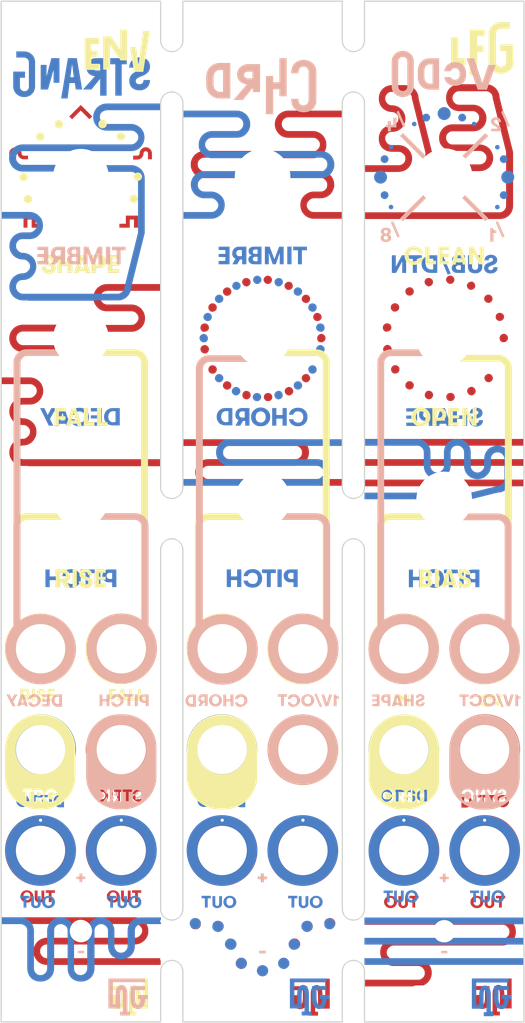
<source format=kicad_pcb>
(kicad_pcb (version 20171130) (host pcbnew "(5.1.9-0-10_14)")
  (layers (0 F.Cu signal) (31 B.Cu signal) (34 B.Paste user) (35 F.Paste user) (36 B.SilkS user) (37 F.SilkS user) (38 B.Mask user) (39 F.Mask user) (44 Edge.Cuts user))
  (net 0 "")
  (module Panelization:mouse-bite-2.8mm-slot-long (layer F.Cu) (at 127 141.859 90)
    (fp_text reference mouse-bite-2.8mm-slot hide)
    (fp_text value VAL** hide)
    (pad "" np_thru_hole circle (at 0.8 1.1 90) (size 0.5 0.5) (drill 0.5) (layers *.Cu *.Mask))
    (pad "" np_thru_hole circle (at -0.8 1.1 90) (size 0.5 0.5) (drill 0.5) (layers *.Cu *.Mask))
    (pad "" np_thru_hole circle (at -0.8 -1.2 90) (size 0.5 0.5) (drill 0.5) (layers *.Cu *.Mask))
    (pad "" np_thru_hole circle (at 0.8 -1.2 90) (size 0.5 0.5) (drill 0.5) (layers *.Cu *.Mask))
    (pad "" np_thru_hole circle (at 0 1.1 90) (size 0.5 0.5) (drill 0.5) (layers *.Cu *.Mask))
    (pad "" np_thru_hole circle (at 0 -1.2 90) (size 0.5 0.5) (drill 0.5) (layers *.Cu *.Mask))
    (pad "" np_thru_hole circle (at -2.4 -1.2 90) (size 0.5 0.5) (drill 0.5) (layers *.Cu *.Mask))
    (pad "" np_thru_hole circle (at -1.6 1.1 90) (size 0.5 0.5) (drill 0.5) (layers *.Cu *.Mask))
    (pad "" np_thru_hole circle (at -1.6 -1.2 90) (size 0.5 0.5) (drill 0.5) (layers *.Cu *.Mask))
    (pad "" np_thru_hole circle (at -2.4 1.1 90) (size 0.5 0.5) (drill 0.5) (layers *.Cu *.Mask))
    (pad "" np_thru_hole circle (at 1.6 -1.2 90) (size 0.5 0.5) (drill 0.5) (layers *.Cu *.Mask))
    (pad "" np_thru_hole circle (at 2.4 1.1 90) (size 0.5 0.5) (drill 0.5) (layers *.Cu *.Mask))
    (pad "" np_thru_hole circle (at 2.4 -1.2 90) (size 0.5 0.5) (drill 0.5) (layers *.Cu *.Mask))
    (pad "" np_thru_hole circle (at 1.6 1.1 90) (size 0.5 0.5) (drill 0.5) (layers *.Cu *.Mask))
  )
  (module Panelization:mouse-bite-2.8mm-slot-long (layer F.Cu) (at 127 88.773 90)
    (fp_text reference mouse-bite-2.8mm-slot hide)
    (fp_text value VAL** hide)
    (pad "" np_thru_hole circle (at 1.6 1.1 90) (size 0.5 0.5) (drill 0.5) (layers *.Cu *.Mask))
    (pad "" np_thru_hole circle (at 2.4 -1.2 90) (size 0.5 0.5) (drill 0.5) (layers *.Cu *.Mask))
    (pad "" np_thru_hole circle (at 2.4 1.1 90) (size 0.5 0.5) (drill 0.5) (layers *.Cu *.Mask))
    (pad "" np_thru_hole circle (at 1.6 -1.2 90) (size 0.5 0.5) (drill 0.5) (layers *.Cu *.Mask))
    (pad "" np_thru_hole circle (at -2.4 1.1 90) (size 0.5 0.5) (drill 0.5) (layers *.Cu *.Mask))
    (pad "" np_thru_hole circle (at -1.6 -1.2 90) (size 0.5 0.5) (drill 0.5) (layers *.Cu *.Mask))
    (pad "" np_thru_hole circle (at -1.6 1.1 90) (size 0.5 0.5) (drill 0.5) (layers *.Cu *.Mask))
    (pad "" np_thru_hole circle (at -2.4 -1.2 90) (size 0.5 0.5) (drill 0.5) (layers *.Cu *.Mask))
    (pad "" np_thru_hole circle (at 0 -1.2 90) (size 0.5 0.5) (drill 0.5) (layers *.Cu *.Mask))
    (pad "" np_thru_hole circle (at 0 1.1 90) (size 0.5 0.5) (drill 0.5) (layers *.Cu *.Mask))
    (pad "" np_thru_hole circle (at 0.8 -1.2 90) (size 0.5 0.5) (drill 0.5) (layers *.Cu *.Mask))
    (pad "" np_thru_hole circle (at -0.8 -1.2 90) (size 0.5 0.5) (drill 0.5) (layers *.Cu *.Mask))
    (pad "" np_thru_hole circle (at -0.8 1.1 90) (size 0.5 0.5) (drill 0.5) (layers *.Cu *.Mask))
    (pad "" np_thru_hole circle (at 0.8 1.1 90) (size 0.5 0.5) (drill 0.5) (layers *.Cu *.Mask))
  )
  (module Panelization:mouse-bite-2.8mm-slot-long (layer F.Cu) (at 127 32.385 90)
    (fp_text reference mouse-bite-2.8mm-slot hide)
    (fp_text value VAL** hide)
    (pad "" np_thru_hole circle (at 0.8 1.1 90) (size 0.5 0.5) (drill 0.5) (layers *.Cu *.Mask))
    (pad "" np_thru_hole circle (at -0.8 1.1 90) (size 0.5 0.5) (drill 0.5) (layers *.Cu *.Mask))
    (pad "" np_thru_hole circle (at -0.8 -1.2 90) (size 0.5 0.5) (drill 0.5) (layers *.Cu *.Mask))
    (pad "" np_thru_hole circle (at 0.8 -1.2 90) (size 0.5 0.5) (drill 0.5) (layers *.Cu *.Mask))
    (pad "" np_thru_hole circle (at 0 1.1 90) (size 0.5 0.5) (drill 0.5) (layers *.Cu *.Mask))
    (pad "" np_thru_hole circle (at 0 -1.2 90) (size 0.5 0.5) (drill 0.5) (layers *.Cu *.Mask))
    (pad "" np_thru_hole circle (at -2.4 -1.2 90) (size 0.5 0.5) (drill 0.5) (layers *.Cu *.Mask))
    (pad "" np_thru_hole circle (at -1.6 1.1 90) (size 0.5 0.5) (drill 0.5) (layers *.Cu *.Mask))
    (pad "" np_thru_hole circle (at -1.6 -1.2 90) (size 0.5 0.5) (drill 0.5) (layers *.Cu *.Mask))
    (pad "" np_thru_hole circle (at -2.4 1.1 90) (size 0.5 0.5) (drill 0.5) (layers *.Cu *.Mask))
    (pad "" np_thru_hole circle (at 1.6 -1.2 90) (size 0.5 0.5) (drill 0.5) (layers *.Cu *.Mask))
    (pad "" np_thru_hole circle (at 2.4 1.1 90) (size 0.5 0.5) (drill 0.5) (layers *.Cu *.Mask))
    (pad "" np_thru_hole circle (at 2.4 -1.2 90) (size 0.5 0.5) (drill 0.5) (layers *.Cu *.Mask))
    (pad "" np_thru_hole circle (at 1.6 1.1 90) (size 0.5 0.5) (drill 0.5) (layers *.Cu *.Mask))
  )
  (module Panelization:mouse-bite-2.8mm-slot-long (layer F.Cu) (at 104.14 141.859 90)
    (fp_text reference mouse-bite-2.8mm-slot hide)
    (fp_text value VAL** hide)
    (pad "" np_thru_hole circle (at 1.6 1.1 90) (size 0.5 0.5) (drill 0.5) (layers *.Cu *.Mask))
    (pad "" np_thru_hole circle (at 2.4 -1.2 90) (size 0.5 0.5) (drill 0.5) (layers *.Cu *.Mask))
    (pad "" np_thru_hole circle (at 2.4 1.1 90) (size 0.5 0.5) (drill 0.5) (layers *.Cu *.Mask))
    (pad "" np_thru_hole circle (at 1.6 -1.2 90) (size 0.5 0.5) (drill 0.5) (layers *.Cu *.Mask))
    (pad "" np_thru_hole circle (at -2.4 1.1 90) (size 0.5 0.5) (drill 0.5) (layers *.Cu *.Mask))
    (pad "" np_thru_hole circle (at -1.6 -1.2 90) (size 0.5 0.5) (drill 0.5) (layers *.Cu *.Mask))
    (pad "" np_thru_hole circle (at -1.6 1.1 90) (size 0.5 0.5) (drill 0.5) (layers *.Cu *.Mask))
    (pad "" np_thru_hole circle (at -2.4 -1.2 90) (size 0.5 0.5) (drill 0.5) (layers *.Cu *.Mask))
    (pad "" np_thru_hole circle (at 0 -1.2 90) (size 0.5 0.5) (drill 0.5) (layers *.Cu *.Mask))
    (pad "" np_thru_hole circle (at 0 1.1 90) (size 0.5 0.5) (drill 0.5) (layers *.Cu *.Mask))
    (pad "" np_thru_hole circle (at 0.8 -1.2 90) (size 0.5 0.5) (drill 0.5) (layers *.Cu *.Mask))
    (pad "" np_thru_hole circle (at -0.8 -1.2 90) (size 0.5 0.5) (drill 0.5) (layers *.Cu *.Mask))
    (pad "" np_thru_hole circle (at -0.8 1.1 90) (size 0.5 0.5) (drill 0.5) (layers *.Cu *.Mask))
    (pad "" np_thru_hole circle (at 0.8 1.1 90) (size 0.5 0.5) (drill 0.5) (layers *.Cu *.Mask))
  )
  (module Panelization:mouse-bite-2.8mm-slot-long (layer F.Cu) (at 104.14 88.773 90)
    (fp_text reference mouse-bite-2.8mm-slot hide)
    (fp_text value VAL** hide)
    (pad "" np_thru_hole circle (at 0.8 1.1 90) (size 0.5 0.5) (drill 0.5) (layers *.Cu *.Mask))
    (pad "" np_thru_hole circle (at -0.8 1.1 90) (size 0.5 0.5) (drill 0.5) (layers *.Cu *.Mask))
    (pad "" np_thru_hole circle (at -0.8 -1.2 90) (size 0.5 0.5) (drill 0.5) (layers *.Cu *.Mask))
    (pad "" np_thru_hole circle (at 0.8 -1.2 90) (size 0.5 0.5) (drill 0.5) (layers *.Cu *.Mask))
    (pad "" np_thru_hole circle (at 0 1.1 90) (size 0.5 0.5) (drill 0.5) (layers *.Cu *.Mask))
    (pad "" np_thru_hole circle (at 0 -1.2 90) (size 0.5 0.5) (drill 0.5) (layers *.Cu *.Mask))
    (pad "" np_thru_hole circle (at -2.4 -1.2 90) (size 0.5 0.5) (drill 0.5) (layers *.Cu *.Mask))
    (pad "" np_thru_hole circle (at -1.6 1.1 90) (size 0.5 0.5) (drill 0.5) (layers *.Cu *.Mask))
    (pad "" np_thru_hole circle (at -1.6 -1.2 90) (size 0.5 0.5) (drill 0.5) (layers *.Cu *.Mask))
    (pad "" np_thru_hole circle (at -2.4 1.1 90) (size 0.5 0.5) (drill 0.5) (layers *.Cu *.Mask))
    (pad "" np_thru_hole circle (at 1.6 -1.2 90) (size 0.5 0.5) (drill 0.5) (layers *.Cu *.Mask))
    (pad "" np_thru_hole circle (at 2.4 1.1 90) (size 0.5 0.5) (drill 0.5) (layers *.Cu *.Mask))
    (pad "" np_thru_hole circle (at 2.4 -1.2 90) (size 0.5 0.5) (drill 0.5) (layers *.Cu *.Mask))
    (pad "" np_thru_hole circle (at 1.6 1.1 90) (size 0.5 0.5) (drill 0.5) (layers *.Cu *.Mask))
  )
  (module Panelization:mouse-bite-2.8mm-slot-long (layer F.Cu) (at 104.14 32.512 90)
    (fp_text reference mouse-bite-2.8mm-slot hide)
    (fp_text value VAL** hide)
    (pad "" np_thru_hole circle (at 1.6 1.1 90) (size 0.5 0.5) (drill 0.5) (layers *.Cu *.Mask))
    (pad "" np_thru_hole circle (at 2.4 -1.2 90) (size 0.5 0.5) (drill 0.5) (layers *.Cu *.Mask))
    (pad "" np_thru_hole circle (at 2.4 1.1 90) (size 0.5 0.5) (drill 0.5) (layers *.Cu *.Mask))
    (pad "" np_thru_hole circle (at 1.6 -1.2 90) (size 0.5 0.5) (drill 0.5) (layers *.Cu *.Mask))
    (pad "" np_thru_hole circle (at -2.4 1.1 90) (size 0.5 0.5) (drill 0.5) (layers *.Cu *.Mask))
    (pad "" np_thru_hole circle (at -1.6 -1.2 90) (size 0.5 0.5) (drill 0.5) (layers *.Cu *.Mask))
    (pad "" np_thru_hole circle (at -1.6 1.1 90) (size 0.5 0.5) (drill 0.5) (layers *.Cu *.Mask))
    (pad "" np_thru_hole circle (at -2.4 -1.2 90) (size 0.5 0.5) (drill 0.5) (layers *.Cu *.Mask))
    (pad "" np_thru_hole circle (at 0 -1.2 90) (size 0.5 0.5) (drill 0.5) (layers *.Cu *.Mask))
    (pad "" np_thru_hole circle (at 0 1.1 90) (size 0.5 0.5) (drill 0.5) (layers *.Cu *.Mask))
    (pad "" np_thru_hole circle (at 0.8 -1.2 90) (size 0.5 0.5) (drill 0.5) (layers *.Cu *.Mask))
    (pad "" np_thru_hole circle (at -0.8 -1.2 90) (size 0.5 0.5) (drill 0.5) (layers *.Cu *.Mask))
    (pad "" np_thru_hole circle (at -0.8 1.1 90) (size 0.5 0.5) (drill 0.5) (layers *.Cu *.Mask))
    (pad "" np_thru_hole circle (at 0.8 1.1 90) (size 0.5 0.5) (drill 0.5) (layers *.Cu *.Mask))
  )
  (module Panels:plain (layer F.Cu) (at 115.5573 94.3737)
    (fp_text reference svg2mod hide)
    (fp_text value G*** hide)
    (fp_poly (pts (xy 3.81 53.766861) (xy 5.08 53.766861) (xy 5.08 54.719361) (xy 5.076032 54.872812) (xy 5.063934 55.024521) (xy 5.043416 55.170133) (xy 5.014187 55.305292) (xy 4.975957 55.425643) (xy 4.928436 55.52683) (xy 4.871334 55.604499) (xy 4.804359 55.654295) (xy 4.727222 55.671861) (xy 4.651292 55.654429) (xy 4.582804 55.605164) (xy 4.522584 55.528614) (xy 4.471458 55.429326) (xy 4.430255 55.311849) (xy 4.3998 55.180728) (xy 4.380921 55.040513) (xy 4.374444 54.89575) (xy 4.691944 54.89575) (xy 4.691944 54.401861) (xy 3.457222 54.401861) (xy 3.457222 54.89575) (xy 3.81 54.89575) (xy 3.822368 55.070699) (xy 3.844146 55.232689) (xy 3.875027 55.381719) (xy 3.914702 55.517791) (xy 3.962862 55.640903) (xy 4.019198 55.751056) (xy 4.083403 55.84825) (xy 4.155167 55.932485) (xy 4.234182 56.00376) (xy 4.320139 56.062077) (xy 4.412731 56.107434) (xy 4.511647 56.139832) (xy 4.616581 56.15927) (xy 4.727222 56.16575) (xy 4.837247 56.159635) (xy 4.941377 56.141291) (xy 5.03936 56.110717) (xy 5.130946 56.067913) (xy 5.215885 56.01288) (xy 5.293924 55.945617) (xy 5.364814 55.866124) (xy 5.428304 55.774402) (xy 5.484142 55.67045) (xy 5.532078 55.554269) (xy 5.571861 55.425857) (xy 5.60324 55.285217) (xy 5.625964 55.132346) (xy 5.639783 54.967246) (xy 5.644444 54.789917) (xy 5.644444 53.272972) (xy 3.81 53.272972) (xy 3.81 53.766861)) (layer F.Cu) (width 0))
    (fp_poly (pts (xy 3.81 52.285194) (xy 3.81 52.779083) (xy 7.902222 52.779083) (xy 7.902222 53.202417) (xy 7.902222 55.566028) (xy 7.549444 55.566028) (xy 7.549444 54.366583) (xy 7.544483 54.179308) (xy 7.52979 54.008121) (xy 7.505656 53.852832) (xy 7.47237 53.713246) (xy 7.430219 53.589172) (xy 7.379495 53.480416) (xy 7.320484 53.386786) (xy 7.253477 53.308089) (xy 7.178763 53.244133) (xy 7.09663 53.194725) (xy 7.007368 53.159672) (xy 6.911265 53.138782) (xy 6.808611 53.131861) (xy 6.705957 53.138782) (xy 6.609854 53.159672) (xy 6.520592 53.194725) (xy 6.438459 53.244133) (xy 6.363745 53.308089) (xy 6.296738 53.386786) (xy 6.237728 53.480416) (xy 6.187003 53.589172) (xy 6.144853 53.713246) (xy 6.111566 53.852832) (xy 6.087432 54.008121) (xy 6.072739 54.179308) (xy 6.067778 54.366583) (xy 6.067778 55.53075) (xy 6.067778 56.059917) (xy 6.067778 56.48325) (xy 5.750278 56.48325) (xy 5.750278 56.977139) (xy 6.985 56.977139) (xy 6.985 56.48325) (xy 6.632222 56.48325) (xy 6.632222 56.059917) (xy 6.632222 55.53075) (xy 6.632222 54.613528) (xy 6.634014 54.442444) (xy 6.639939 54.276735) (xy 6.650826 54.121775) (xy 6.6675 53.982938) (xy 6.690789 53.865598) (xy 6.721519 53.775129) (xy 6.760518 53.716907) (xy 6.808611 53.696306) (xy 6.856705 53.718354) (xy 6.895703 53.78009) (xy 6.926433 53.874899) (xy 6.949722 53.996167) (xy 6.966396 54.137278) (xy 6.977283 54.291618) (xy 6.983209 54.452573) (xy 6.985 54.613528) (xy 6.985 56.095194) (xy 8.466667 56.095194) (xy 8.466667 53.237694) (xy 8.466667 52.814361) (xy 8.466667 52.391028) (xy 8.466667 52.320472) (xy 3.81 52.320472) (xy 3.81 52.285194)) (layer F.Cu) (width 0))
    (fp_poly (pts (xy 5.08 19.053528) (xy 2.836897 21.34158) (xy 2.923052 21.255425) (xy 3.012565 21.172731) (xy 3.105332 21.093603) (xy 3.201249 21.018142) (xy 3.300214 20.946453) (xy 3.402123 20.878639) (xy 3.506872 20.814803) (xy 3.614358 20.75505) (xy 3.724478 20.699483) (xy 3.837127 20.648204) (xy 3.952203 20.601318) (xy 4.069602 20.558928) (xy 4.18922 20.521138) (xy 4.310954 20.48805) (xy 4.434701 20.459769) (xy 4.560356 20.436398) (xy 4.687818 20.418041) (xy 4.816981 20.4048) (xy 4.947743 20.39678) (xy 5.08 20.394083) (xy 5.212257 20.39678) (xy 5.343019 20.4048) (xy 5.472182 20.418041) (xy 5.599644 20.436398) (xy 5.725299 20.459769) (xy 5.849046 20.48805) (xy 5.97078 20.521138) (xy 6.090398 20.558928) (xy 6.207797 20.601318) (xy 6.322873 20.648204) (xy 6.435522 20.699483) (xy 6.545642 20.75505) (xy 6.653128 20.814803) (xy 6.757877 20.878639) (xy 6.859786 20.946453) (xy 6.958751 21.018142) (xy 7.054668 21.093603) (xy 7.147435 21.172731) (xy 7.236948 21.255425) (xy 7.323103 21.34158) (xy 7.405796 21.431093) (xy 7.484925 21.52386) (xy 7.560386 21.619777) (xy 7.632075 21.718742) (xy 7.699889 21.820651) (xy 7.763724 21.9254) (xy 7.823477 22.032886) (xy 7.879045 22.143006) (xy 7.930324 22.255655) (xy 7.97721 22.370731) (xy 8.0196 22.488129) (xy 8.05739 22.607748) (xy 8.090477 22.729482) (xy 8.118758 22.853229) (xy 8.142129 22.978884) (xy 8.160487 23.106346) (xy 8.173728 23.235509) (xy 8.181748 23.366271) (xy 8.184444 23.498528) (xy 8.181748 23.630785) (xy 8.173728 23.761547) (xy 8.160487 23.89071) (xy 8.142129 24.018171) (xy 8.118758 24.143827) (xy 8.090477 24.267574) (xy 8.05739 24.389308) (xy 8.0196 24.508926) (xy 7.97721 24.626325) (xy 7.930324 24.741401) (xy 7.879045 24.85405) (xy 7.823477 24.964169) (xy 7.763724 25.071655) (xy 7.699889 25.176405) (xy 7.632075 25.278313) (xy 7.560386 25.377278) (xy 7.484925 25.473196) (xy 7.405796 25.565963) (xy 7.323103 25.655476) (xy 7.236948 25.74163) (xy 7.147435 25.824324) (xy 7.054668 25.903453) (xy 6.958751 25.978914) (xy 6.859786 26.050603) (xy 6.757877 26.118417) (xy 6.653128 26.182252) (xy 6.545642 26.242005) (xy 6.435522 26.297573) (xy 6.322873 26.348851) (xy 6.207797 26.395737) (xy 6.090398 26.438127) (xy 5.97078 26.475918) (xy 5.849046 26.509005) (xy 5.725299 26.537286) (xy 5.599644 26.560657) (xy 5.472182 26.579015) (xy 5.343019 26.592255) (xy 5.212257 26.600276) (xy 5.08 26.602972) (xy 4.947743 26.600276) (xy 4.816981 26.592255) (xy 4.687818 26.579015) (xy 4.560356 26.560657) (xy 4.434701 26.537286) (xy 4.310954 26.509005) (xy 4.18922 26.475918) (xy 4.069602 26.438127) (xy 3.952203 26.395737) (xy 3.837127 26.348851) (xy 3.724478 26.297573) (xy 3.614358 26.242005) (xy 3.506872 26.182252) (xy 3.402123 26.118417) (xy 3.300214 26.050603) (xy 3.201249 25.978914) (xy 3.105332 25.903453) (xy 3.012565 25.824324) (xy 2.923052 25.74163) (xy 2.836897 25.655476) (xy 2.754204 25.565963) (xy 2.675075 25.473196) (xy 2.599614 25.377278) (xy 2.527925 25.278313) (xy 2.460111 25.176405) (xy 2.396276 25.071655) (xy 2.336523 24.964169) (xy 2.280955 24.85405) (xy 2.229676 24.741401) (xy 2.18279 24.626325) (xy 2.1404 24.508926) (xy 2.10261 24.389308) (xy 2.069523 24.267574) (xy 2.041242 24.143827) (xy 2.017871 24.018171) (xy 1.999513 23.89071) (xy 1.986272 23.761547) (xy 1.978252 23.630785) (xy 1.975556 23.498528) (xy 1.978252 23.366271) (xy 1.986272 23.235509) (xy 1.999513 23.106346) (xy 2.017871 22.978884) (xy 2.041242 22.853229) (xy 2.069523 22.729482) (xy 2.10261 22.607748) (xy 2.1404 22.488129) (xy 2.18279 22.370731) (xy 2.229676 22.255655) (xy 2.280955 22.143006) (xy 2.336523 22.032886) (xy 2.396276 21.9254) (xy 2.460111 21.820651) (xy 2.527925 21.718742) (xy 2.599614 21.619777) (xy 2.675075 21.52386) (xy 2.754204 21.431093) (xy 2.836897 21.34158) (xy 5.08 19.053528) (xy 4.947657 19.055478) (xy 4.81621 19.061293) (xy 4.685718 19.07092) (xy 4.556237 19.084305) (xy 4.427825 19.101395) (xy 4.300539 19.122136) (xy 4.174436 19.146475) (xy 4.049573 19.174359) (xy 3.926008 19.205733) (xy 3.803798 19.240545) (xy 3.683 19.278741) (xy 3.563672 19.320268) (xy 3.44587 19.365072) (xy 3.329652 19.4131) (xy 3.215075 19.464298) (xy 3.102197 19.518613) (xy 2.991074 19.575992) (xy 2.881765 19.63638) (xy 2.774325 19.699726) (xy 2.668813 19.765975) (xy 2.565285 19.835073) (xy 2.4638 19.906968) (xy 2.364414 19.981605) (xy 2.267184 20.058933) (xy 2.172168 20.138896) (xy 2.079422 20.221442) (xy 1.989005 20.306517) (xy 1.900973 20.394068) (xy 1.815384 20.484041) (xy 1.732295 20.576383) (xy 1.651763 20.67104) (xy 1.573846 20.76796) (xy 1.4986 20.867088) (xy 1.426083 20.968371) (xy 1.356352 21.071756) (xy 1.289465 21.177189) (xy 1.225478 21.284617) (xy 1.16445 21.393987) (xy 1.106436 21.505244) (xy 1.051495 21.618336) (xy 0.999684 21.733209) (xy 0.951059 21.84981) (xy 0.905679 21.968085) (xy 0.8636 22.087981) (xy 0.82488 22.209444) (xy 0.789576 22.332422) (xy 0.757744 22.456859) (xy 0.729444 22.582704) (xy 0.704731 22.709903) (xy 0.683663 22.838401) (xy 0.666297 22.968147) (xy 0.65269 23.099086) (xy 0.642901 23.231164) (xy 0.636985 23.36433) (xy 0.635 23.498528) (xy 0.63695 23.632726) (xy 0.642766 23.765891) (xy 0.652393 23.89797) (xy 0.665778 24.028909) (xy 0.682868 24.158654) (xy 0.703609 24.287153) (xy 0.727948 24.414351) (xy 0.755831 24.540196) (xy 0.787205 24.664634) (xy 0.822017 24.787611) (xy 0.860213 24.909074) (xy 0.90174 25.02897) (xy 0.946544 25.147245) (xy 0.994572 25.263846) (xy 1.04577 25.378719) (xy 1.100085 25.491811) (xy 1.157464 25.603069) (xy 1.217853 25.712438) (xy 1.281198 25.819866) (xy 1.347447 25.9253) (xy 1.416545 26.028685) (xy 1.48844 26.129968) (xy 1.563078 26.229096) (xy 1.640405 26.326015) (xy 1.720368 26.420673) (xy 1.802914 26.513015) (xy 1.887989 26.602988) (xy 1.97554 26.690539) (xy 2.065513 26.775614) (xy 2.157855 26.85816) (xy 2.252512 26.938123) (xy 2.349432 27.01545) (xy 2.44856 27.090088) (xy 2.549843 27.161983) (xy 2.653228 27.231081) (xy 2.758661 27.29733) (xy 2.866089 27.360675) (xy 2.975459 27.421064) (xy 3.086716 27.478443) (xy 3.199808 27.532758) (xy 3.314682 27.583956) (xy 3.431282 27.631984) (xy 3.549557 27.676788) (xy 3.669453 27.718314) (xy 3.790917 27.75651) (xy 3.913894 27.791322) (xy 4.038332 27.822697) (xy 4.164176 27.85058) (xy 4.291375 27.874919) (xy 4.419874 27.89566) (xy 4.549619 27.91275) (xy 4.680558 27.926135) (xy 4.812637 27.935762) (xy 4.945802 27.941577) (xy 5.08 27.943528) (xy 5.212343 27.941577) (xy 5.34379 27.935762) (xy 5.474282 27.926135) (xy 5.603763 27.91275) (xy 5.732175 27.89566) (xy 5.859461 27.874919) (xy 5.985564 27.85058) (xy 6.110427 27.822697) (xy 6.233992 27.791322) (xy 6.356202 27.75651) (xy 6.477 27.718314) (xy 6.596328 27.676788) (xy 6.71413 27.631984) (xy 6.830348 27.583956) (xy 6.944925 27.532758) (xy 7.057803 27.478443) (xy 7.168926 27.421064) (xy 7.278235 27.360675) (xy 7.385675 27.29733) (xy 7.491187 27.231081) (xy 7.594715 27.161983) (xy 7.6962 27.090088) (xy 7.795586 27.01545) (xy 7.892816 26.938123) (xy 7.987832 26.85816) (xy 8.080578 26.775614) (xy 8.170995 26.690539) (xy 8.259027 26.602988) (xy 8.344616 26.513015) (xy 8.427705 26.420673) (xy 8.508237 26.326015) (xy 8.586154 26.229096) (xy 8.6614 26.129968) (xy 8.733917 26.028685) (xy 8.803648 25.9253) (xy 8.870535 25.819866) (xy 8.934522 25.712438) (xy 8.99555 25.603069) (xy 9.053564 25.491811) (xy 9.108505 25.378719) (xy 9.160316 25.263846) (xy 9.208941 25.147245) (xy 9.254321 25.02897) (xy 9.2964 24.909074) (xy 9.33512 24.787611) (xy 9.370424 24.664634) (xy 9.402256 24.540196) (xy 9.430556 24.414351) (xy 9.455269 24.287153) (xy 9.476337 24.158654) (xy 9.493703 24.028909) (xy 9.50731 23.89797) (xy 9.517099 23.765891) (xy 9.523015 23.632726) (xy 9.525 23.498528) (xy 9.52305 23.36433) (xy 9.517234 23.231164) (xy 9.507607 23.099086) (xy 9.494222 22.968147) (xy 9.477132 22.838401) (xy 9.456391 22.709903) (xy 9.432052 22.582704) (xy 9.404169 22.456859) (xy 9.372795 22.332422) (xy 9.337983 22.209444) (xy 9.299787 22.087981) (xy 9.25826 21.968085) (xy 9.213456 21.84981) (xy 9.165428 21.733209) (xy 9.11423 21.618336) (xy 9.059915 21.505244) (xy 9.002536 21.393987) (xy 8.942147 21.284617) (xy 8.878802 21.177189) (xy 8.812553 21.071756) (xy 8.743455 20.968371) (xy 8.67156 20.867088) (xy 8.596922 20.76796) (xy 8.519595 20.67104) (xy 8.439632 20.576383) (xy 8.357086 20.484041) (xy 8.272011 20.394068) (xy 8.18446 20.306517) (xy 8.094487 20.221442) (xy 8.002145 20.138896) (xy 7.907488 20.058933) (xy 7.810568 19.981605) (xy 7.71144 19.906968) (xy 7.610157 19.835073) (xy 7.506772 19.765975) (xy 7.401339 19.699726) (xy 7.293911 19.63638) (xy 7.184541 19.575992) (xy 7.073284 19.518613) (xy 6.960192 19.464298) (xy 6.845318 19.4131) (xy 6.728718 19.365072) (xy 6.610443 19.320268) (xy 6.490547 19.278741) (xy 6.369083 19.240545) (xy 6.246106 19.205733) (xy 6.121668 19.174359) (xy 5.995824 19.146475) (xy 5.868625 19.122136) (xy 5.740126 19.101395) (xy 5.610381 19.084305) (xy 5.479442 19.07092) (xy 5.347363 19.061293) (xy 5.214198 19.055478) (xy 5.08 19.053528)) (layer F.Cu) (width 0))
    (fp_poly (pts (xy 5.08 31.753528) (xy 2.836897 34.04158) (xy 2.923052 33.955425) (xy 3.012565 33.872731) (xy 3.105332 33.793603) (xy 3.201249 33.718142) (xy 3.300214 33.646453) (xy 3.402123 33.578639) (xy 3.506872 33.514803) (xy 3.614358 33.45505) (xy 3.724478 33.399483) (xy 3.837127 33.348204) (xy 3.952203 33.301318) (xy 4.069602 33.258928) (xy 4.18922 33.221138) (xy 4.310954 33.18805) (xy 4.434701 33.159769) (xy 4.560356 33.136398) (xy 4.687818 33.118041) (xy 4.816981 33.1048) (xy 4.947743 33.09678) (xy 5.08 33.094083) (xy 5.212257 33.09678) (xy 5.343019 33.1048) (xy 5.472182 33.118041) (xy 5.599644 33.136398) (xy 5.725299 33.159769) (xy 5.849046 33.18805) (xy 5.97078 33.221138) (xy 6.090398 33.258928) (xy 6.207797 33.301318) (xy 6.322873 33.348204) (xy 6.435522 33.399483) (xy 6.545642 33.45505) (xy 6.653128 33.514803) (xy 6.757877 33.578639) (xy 6.859786 33.646453) (xy 6.958751 33.718142) (xy 7.054668 33.793603) (xy 7.147435 33.872731) (xy 7.236948 33.955425) (xy 7.323103 34.04158) (xy 7.405796 34.131093) (xy 7.484925 34.22386) (xy 7.560386 34.319777) (xy 7.632075 34.418742) (xy 7.699889 34.520651) (xy 7.763724 34.6254) (xy 7.823477 34.732886) (xy 7.879045 34.843006) (xy 7.930324 34.955655) (xy 7.97721 35.070731) (xy 8.0196 35.188129) (xy 8.05739 35.307748) (xy 8.090477 35.429482) (xy 8.118758 35.553229) (xy 8.142129 35.678884) (xy 8.160487 35.806346) (xy 8.173728 35.935509) (xy 8.181748 36.066271) (xy 8.184444 36.198528) (xy 8.181748 36.330785) (xy 8.173728 36.461547) (xy 8.160487 36.59071) (xy 8.142129 36.718171) (xy 8.118758 36.843827) (xy 8.090477 36.967574) (xy 8.05739 37.089308) (xy 8.0196 37.208926) (xy 7.97721 37.326325) (xy 7.930324 37.441401) (xy 7.879045 37.55405) (xy 7.823477 37.664169) (xy 7.763724 37.771655) (xy 7.699889 37.876405) (xy 7.632075 37.978313) (xy 7.560386 38.077278) (xy 7.484925 38.173196) (xy 7.405796 38.265963) (xy 7.323103 38.355476) (xy 7.236948 38.44163) (xy 7.147435 38.524324) (xy 7.054668 38.603453) (xy 6.958751 38.678914) (xy 6.859786 38.750603) (xy 6.757877 38.818417) (xy 6.653128 38.882252) (xy 6.545642 38.942005) (xy 6.435522 38.997573) (xy 6.322873 39.048851) (xy 6.207797 39.095737) (xy 6.090398 39.138127) (xy 5.97078 39.175918) (xy 5.849046 39.209005) (xy 5.725299 39.237286) (xy 5.599644 39.260657) (xy 5.472182 39.279015) (xy 5.343019 39.292255) (xy 5.212257 39.300276) (xy 5.08 39.302972) (xy 4.947743 39.300276) (xy 4.816981 39.292255) (xy 4.687818 39.279015) (xy 4.560356 39.260657) (xy 4.434701 39.237286) (xy 4.310954 39.209005) (xy 4.18922 39.175918) (xy 4.069602 39.138127) (xy 3.952203 39.095737) (xy 3.837127 39.048851) (xy 3.724478 38.997573) (xy 3.614358 38.942005) (xy 3.506872 38.882252) (xy 3.402123 38.818417) (xy 3.300214 38.750603) (xy 3.201249 38.678914) (xy 3.105332 38.603453) (xy 3.012565 38.524324) (xy 2.923052 38.44163) (xy 2.836897 38.355476) (xy 2.754204 38.265963) (xy 2.675075 38.173196) (xy 2.599614 38.077278) (xy 2.527925 37.978313) (xy 2.460111 37.876405) (xy 2.396276 37.771655) (xy 2.336523 37.664169) (xy 2.280955 37.55405) (xy 2.229676 37.441401) (xy 2.18279 37.326325) (xy 2.1404 37.208926) (xy 2.10261 37.089308) (xy 2.069523 36.967574) (xy 2.041242 36.843827) (xy 2.017871 36.718171) (xy 1.999513 36.59071) (xy 1.986272 36.461547) (xy 1.978252 36.330785) (xy 1.975556 36.198528) (xy 1.978252 36.066271) (xy 1.986272 35.935509) (xy 1.999513 35.806346) (xy 2.017871 35.678884) (xy 2.041242 35.553229) (xy 2.069523 35.429482) (xy 2.10261 35.307748) (xy 2.1404 35.188129) (xy 2.18279 35.070731) (xy 2.229676 34.955655) (xy 2.280955 34.843006) (xy 2.336523 34.732886) (xy 2.396276 34.6254) (xy 2.460111 34.520651) (xy 2.527925 34.418742) (xy 2.599614 34.319777) (xy 2.675075 34.22386) (xy 2.754204 34.131093) (xy 2.836897 34.04158) (xy 5.08 31.753528) (xy 4.947657 31.755478) (xy 4.81621 31.761293) (xy 4.685718 31.77092) (xy 4.556237 31.784305) (xy 4.427825 31.801395) (xy 4.300539 31.822136) (xy 4.174436 31.846475) (xy 4.049573 31.874359) (xy 3.926008 31.905733) (xy 3.803798 31.940545) (xy 3.683 31.978741) (xy 3.563672 32.020268) (xy 3.44587 32.065072) (xy 3.329652 32.1131) (xy 3.215075 32.164298) (xy 3.102197 32.218613) (xy 2.991074 32.275992) (xy 2.881765 32.33638) (xy 2.774325 32.399726) (xy 2.668813 32.465975) (xy 2.565285 32.535073) (xy 2.4638 32.606968) (xy 2.364414 32.681605) (xy 2.267184 32.758933) (xy 2.172168 32.838896) (xy 2.079422 32.921442) (xy 1.989005 33.006517) (xy 1.900973 33.094068) (xy 1.815384 33.184041) (xy 1.732295 33.276383) (xy 1.651763 33.37104) (xy 1.573846 33.46796) (xy 1.4986 33.567088) (xy 1.426083 33.668371) (xy 1.356352 33.771756) (xy 1.289465 33.877189) (xy 1.225478 33.984617) (xy 1.16445 34.093987) (xy 1.106436 34.205244) (xy 1.051495 34.318336) (xy 0.999684 34.433209) (xy 0.951059 34.54981) (xy 0.905679 34.668085) (xy 0.8636 34.787981) (xy 0.82488 34.909444) (xy 0.789576 35.032422) (xy 0.757744 35.156859) (xy 0.729444 35.282704) (xy 0.704731 35.409903) (xy 0.683663 35.538401) (xy 0.666297 35.668147) (xy 0.65269 35.799086) (xy 0.642901 35.931164) (xy 0.636985 36.06433) (xy 0.635 36.198528) (xy 0.63695 36.332726) (xy 0.642766 36.465891) (xy 0.652393 36.59797) (xy 0.665778 36.728909) (xy 0.682868 36.858654) (xy 0.703609 36.987153) (xy 0.727948 37.114351) (xy 0.755831 37.240196) (xy 0.787205 37.364634) (xy 0.822017 37.487611) (xy 0.860213 37.609074) (xy 0.90174 37.72897) (xy 0.946544 37.847245) (xy 0.994572 37.963846) (xy 1.04577 38.078719) (xy 1.100085 38.191811) (xy 1.157464 38.303069) (xy 1.217853 38.412438) (xy 1.281198 38.519866) (xy 1.347447 38.6253) (xy 1.416545 38.728685) (xy 1.48844 38.829968) (xy 1.563078 38.929096) (xy 1.640405 39.026015) (xy 1.720368 39.120673) (xy 1.802914 39.213015) (xy 1.887989 39.302988) (xy 1.97554 39.390539) (xy 2.065513 39.475614) (xy 2.157855 39.55816) (xy 2.252512 39.638123) (xy 2.349432 39.71545) (xy 2.44856 39.790088) (xy 2.549843 39.861983) (xy 2.653228 39.931081) (xy 2.758661 39.99733) (xy 2.866089 40.060675) (xy 2.975459 40.121064) (xy 3.086716 40.178443) (xy 3.199808 40.232758) (xy 3.314682 40.283956) (xy 3.431282 40.331984) (xy 3.549557 40.376788) (xy 3.669453 40.418314) (xy 3.790917 40.45651) (xy 3.913894 40.491322) (xy 4.038332 40.522697) (xy 4.164176 40.55058) (xy 4.291375 40.574919) (xy 4.419874 40.59566) (xy 4.549619 40.61275) (xy 4.680558 40.626135) (xy 4.812637 40.635762) (xy 4.945802 40.641577) (xy 5.08 40.643528) (xy 5.212343 40.641577) (xy 5.34379 40.635762) (xy 5.474282 40.626135) (xy 5.603763 40.61275) (xy 5.732175 40.59566) (xy 5.859461 40.574919) (xy 5.985564 40.55058) (xy 6.110427 40.522697) (xy 6.233992 40.491322) (xy 6.356202 40.45651) (xy 6.477 40.418314) (xy 6.596328 40.376788) (xy 6.71413 40.331984) (xy 6.830348 40.283956) (xy 6.944925 40.232758) (xy 7.057803 40.178443) (xy 7.168926 40.121064) (xy 7.278235 40.060675) (xy 7.385675 39.99733) (xy 7.491187 39.931081) (xy 7.594715 39.861983) (xy 7.6962 39.790088) (xy 7.795586 39.71545) (xy 7.892816 39.638123) (xy 7.987832 39.55816) (xy 8.080578 39.475614) (xy 8.170995 39.390539) (xy 8.259027 39.302988) (xy 8.344616 39.213015) (xy 8.427705 39.120673) (xy 8.508237 39.026015) (xy 8.586154 38.929096) (xy 8.6614 38.829968) (xy 8.733917 38.728685) (xy 8.803648 38.6253) (xy 8.870535 38.519866) (xy 8.934522 38.412438) (xy 8.99555 38.303069) (xy 9.053564 38.191811) (xy 9.108505 38.078719) (xy 9.160316 37.963846) (xy 9.208941 37.847245) (xy 9.254321 37.72897) (xy 9.2964 37.609074) (xy 9.33512 37.487611) (xy 9.370424 37.364634) (xy 9.402256 37.240196) (xy 9.430556 37.114351) (xy 9.455269 36.987153) (xy 9.476337 36.858654) (xy 9.493703 36.728909) (xy 9.50731 36.59797) (xy 9.517099 36.465891) (xy 9.523015 36.332726) (xy 9.525 36.198528) (xy 9.52305 36.06433) (xy 9.517234 35.931164) (xy 9.507607 35.799086) (xy 9.494222 35.668147) (xy 9.477132 35.538401) (xy 9.456391 35.409903) (xy 9.432052 35.282704) (xy 9.404169 35.156859) (xy 9.372795 35.032422) (xy 9.337983 34.909444) (xy 9.299787 34.787981) (xy 9.25826 34.668085) (xy 9.213456 34.54981) (xy 9.165428 34.433209) (xy 9.11423 34.318336) (xy 9.059915 34.205244) (xy 9.002536 34.093987) (xy 8.942147 33.984617) (xy 8.878802 33.877189) (xy 8.812553 33.771756) (xy 8.743455 33.668371) (xy 8.67156 33.567088) (xy 8.596922 33.46796) (xy 8.519595 33.37104) (xy 8.439632 33.276383) (xy 8.357086 33.184041) (xy 8.272011 33.094068) (xy 8.18446 33.006517) (xy 8.094487 32.921442) (xy 8.002145 32.838896) (xy 7.907488 32.758933) (xy 7.810568 32.681605) (xy 7.71144 32.606968) (xy 7.610157 32.535073) (xy 7.506772 32.465975) (xy 7.401339 32.399726) (xy 7.293911 32.33638) (xy 7.184541 32.275992) (xy 7.073284 32.218613) (xy 6.960192 32.164298) (xy 6.845318 32.1131) (xy 6.728718 32.065072) (xy 6.610443 32.020268) (xy 6.490547 31.978741) (xy 6.369083 31.940545) (xy 6.246106 31.905733) (xy 6.121668 31.874359) (xy 5.995824 31.846475) (xy 5.868625 31.822136) (xy 5.740126 31.801395) (xy 5.610381 31.784305) (xy 5.479442 31.77092) (xy 5.347363 31.761293) (xy 5.214198 31.755478) (xy 5.08 31.753528)) (layer F.Cu) (width 0))
    (fp_poly (pts (xy -5.08 31.753528) (xy -7.323103 34.04158) (xy -7.236948 33.955425) (xy -7.147435 33.872731) (xy -7.054668 33.793603) (xy -6.958751 33.718142) (xy -6.859786 33.646453) (xy -6.757877 33.578639) (xy -6.653128 33.514803) (xy -6.545642 33.45505) (xy -6.435522 33.399483) (xy -6.322873 33.348204) (xy -6.207797 33.301318) (xy -6.090398 33.258928) (xy -5.97078 33.221138) (xy -5.849046 33.18805) (xy -5.725299 33.159769) (xy -5.599644 33.136398) (xy -5.472182 33.118041) (xy -5.343019 33.1048) (xy -5.212257 33.09678) (xy -5.08 33.094083) (xy -4.947743 33.09678) (xy -4.816981 33.1048) (xy -4.687818 33.118041) (xy -4.560356 33.136398) (xy -4.434701 33.159769) (xy -4.310954 33.18805) (xy -4.18922 33.221138) (xy -4.069602 33.258928) (xy -3.952203 33.301318) (xy -3.837127 33.348204) (xy -3.724478 33.399483) (xy -3.614358 33.45505) (xy -3.506872 33.514803) (xy -3.402123 33.578639) (xy -3.300214 33.646453) (xy -3.201249 33.718142) (xy -3.105332 33.793603) (xy -3.012565 33.872731) (xy -2.923052 33.955425) (xy -2.836897 34.04158) (xy -2.754204 34.131093) (xy -2.675075 34.22386) (xy -2.599614 34.319777) (xy -2.527925 34.418742) (xy -2.460111 34.520651) (xy -2.396276 34.6254) (xy -2.336523 34.732886) (xy -2.280955 34.843006) (xy -2.229676 34.955655) (xy -2.18279 35.070731) (xy -2.1404 35.188129) (xy -2.10261 35.307748) (xy -2.069523 35.429482) (xy -2.041242 35.553229) (xy -2.017871 35.678884) (xy -1.999513 35.806346) (xy -1.986272 35.935509) (xy -1.978252 36.066271) (xy -1.975556 36.198528) (xy -1.978252 36.330785) (xy -1.986272 36.461547) (xy -1.999513 36.59071) (xy -2.017871 36.718171) (xy -2.041242 36.843827) (xy -2.069523 36.967574) (xy -2.10261 37.089308) (xy -2.1404 37.208926) (xy -2.18279 37.326325) (xy -2.229676 37.441401) (xy -2.280955 37.55405) (xy -2.336523 37.664169) (xy -2.396276 37.771655) (xy -2.460111 37.876405) (xy -2.527925 37.978313) (xy -2.599614 38.077278) (xy -2.675075 38.173196) (xy -2.754204 38.265963) (xy -2.836897 38.355476) (xy -2.923052 38.44163) (xy -3.012565 38.524324) (xy -3.105332 38.603453) (xy -3.201249 38.678914) (xy -3.300214 38.750603) (xy -3.402123 38.818417) (xy -3.506872 38.882252) (xy -3.614358 38.942005) (xy -3.724478 38.997573) (xy -3.837127 39.048851) (xy -3.952203 39.095737) (xy -4.069602 39.138127) (xy -4.18922 39.175918) (xy -4.310954 39.209005) (xy -4.434701 39.237286) (xy -4.560356 39.260657) (xy -4.687818 39.279015) (xy -4.816981 39.292255) (xy -4.947743 39.300276) (xy -5.08 39.302972) (xy -5.212257 39.300276) (xy -5.343019 39.292255) (xy -5.472182 39.279015) (xy -5.599644 39.260657) (xy -5.725299 39.237286) (xy -5.849046 39.209005) (xy -5.97078 39.175918) (xy -6.090398 39.138127) (xy -6.207797 39.095737) (xy -6.322873 39.048851) (xy -6.435522 38.997573) (xy -6.545642 38.942005) (xy -6.653128 38.882252) (xy -6.757877 38.818417) (xy -6.859786 38.750603) (xy -6.958751 38.678914) (xy -7.054668 38.603453) (xy -7.147435 38.524324) (xy -7.236948 38.44163) (xy -7.323103 38.355476) (xy -7.405796 38.265963) (xy -7.484925 38.173196) (xy -7.560386 38.077278) (xy -7.632075 37.978313) (xy -7.699889 37.876405) (xy -7.763724 37.771655) (xy -7.823477 37.664169) (xy -7.879045 37.55405) (xy -7.930324 37.441401) (xy -7.97721 37.326325) (xy -8.0196 37.208926) (xy -8.05739 37.089308) (xy -8.090477 36.967574) (xy -8.118758 36.843827) (xy -8.142129 36.718171) (xy -8.160487 36.59071) (xy -8.173728 36.461547) (xy -8.181748 36.330785) (xy -8.184444 36.198528) (xy -8.181748 36.066271) (xy -8.173728 35.935509) (xy -8.160487 35.806346) (xy -8.142129 35.678884) (xy -8.118758 35.553229) (xy -8.090477 35.429482) (xy -8.05739 35.307748) (xy -8.0196 35.188129) (xy -7.97721 35.070731) (xy -7.930324 34.955655) (xy -7.879045 34.843006) (xy -7.823477 34.732886) (xy -7.763724 34.6254) (xy -7.699889 34.520651) (xy -7.632075 34.418742) (xy -7.560386 34.319777) (xy -7.484925 34.22386) (xy -7.405796 34.131093) (xy -7.323103 34.04158) (xy -5.08 31.753528) (xy -5.212343 31.755478) (xy -5.34379 31.761293) (xy -5.474282 31.77092) (xy -5.603763 31.784305) (xy -5.732175 31.801395) (xy -5.859461 31.822136) (xy -5.985564 31.846475) (xy -6.110427 31.874359) (xy -6.233992 31.905733) (xy -6.356202 31.940545) (xy -6.477 31.978741) (xy -6.596328 32.020268) (xy -6.71413 32.065072) (xy -6.830348 32.1131) (xy -6.944925 32.164298) (xy -7.057803 32.218613) (xy -7.168926 32.275992) (xy -7.278235 32.33638) (xy -7.385675 32.399726) (xy -7.491187 32.465975) (xy -7.594715 32.535073) (xy -7.6962 32.606968) (xy -7.795586 32.681605) (xy -7.892816 32.758933) (xy -7.987832 32.838896) (xy -8.080578 32.921442) (xy -8.170995 33.006517) (xy -8.259027 33.094068) (xy -8.344616 33.184041) (xy -8.427705 33.276383) (xy -8.508237 33.37104) (xy -8.586154 33.46796) (xy -8.6614 33.567088) (xy -8.733917 33.668371) (xy -8.803648 33.771756) (xy -8.870535 33.877189) (xy -8.934522 33.984617) (xy -8.99555 34.093987) (xy -9.053564 34.205244) (xy -9.108505 34.318336) (xy -9.160316 34.433209) (xy -9.208941 34.54981) (xy -9.254321 34.668085) (xy -9.2964 34.787981) (xy -9.33512 34.909444) (xy -9.370424 35.032422) (xy -9.402256 35.156859) (xy -9.430556 35.282704) (xy -9.455269 35.409903) (xy -9.476337 35.538401) (xy -9.493703 35.668147) (xy -9.50731 35.799086) (xy -9.517099 35.931164) (xy -9.523015 36.06433) (xy -9.525 36.198528) (xy -9.52305 36.332726) (xy -9.517234 36.465891) (xy -9.507607 36.59797) (xy -9.494222 36.728909) (xy -9.477132 36.858654) (xy -9.456391 36.987153) (xy -9.432052 37.114351) (xy -9.404169 37.240196) (xy -9.372795 37.364634) (xy -9.337983 37.487611) (xy -9.299787 37.609074) (xy -9.25826 37.72897) (xy -9.213456 37.847245) (xy -9.165428 37.963846) (xy -9.11423 38.078719) (xy -9.059915 38.191811) (xy -9.002536 38.303069) (xy -8.942147 38.412438) (xy -8.878802 38.519866) (xy -8.812553 38.6253) (xy -8.743455 38.728685) (xy -8.67156 38.829968) (xy -8.596922 38.929096) (xy -8.519595 39.026015) (xy -8.439632 39.120673) (xy -8.357086 39.213015) (xy -8.272011 39.302988) (xy -8.18446 39.390539) (xy -8.094487 39.475614) (xy -8.002145 39.55816) (xy -7.907488 39.638123) (xy -7.810568 39.71545) (xy -7.71144 39.790088) (xy -7.610157 39.861983) (xy -7.506772 39.931081) (xy -7.401339 39.99733) (xy -7.293911 40.060675) (xy -7.184541 40.121064) (xy -7.073284 40.178443) (xy -6.960192 40.232758) (xy -6.845318 40.283956) (xy -6.728718 40.331984) (xy -6.610443 40.376788) (xy -6.490547 40.418314) (xy -6.369083 40.45651) (xy -6.246106 40.491322) (xy -6.121668 40.522697) (xy -5.995824 40.55058) (xy -5.868625 40.574919) (xy -5.740126 40.59566) (xy -5.610381 40.61275) (xy -5.479442 40.626135) (xy -5.347363 40.635762) (xy -5.214198 40.641577) (xy -5.08 40.643528) (xy -4.945802 40.641577) (xy -4.812637 40.635762) (xy -4.680558 40.626135) (xy -4.549619 40.61275) (xy -4.419874 40.59566) (xy -4.291375 40.574919) (xy -4.164176 40.55058) (xy -4.038332 40.522697) (xy -3.913894 40.491322) (xy -3.790917 40.45651) (xy -3.669453 40.418314) (xy -3.549557 40.376788) (xy -3.431282 40.331984) (xy -3.314682 40.283956) (xy -3.199808 40.232758) (xy -3.086716 40.178443) (xy -2.975459 40.121064) (xy -2.866089 40.060675) (xy -2.758661 39.99733) (xy -2.653228 39.931081) (xy -2.549843 39.861983) (xy -2.44856 39.790088) (xy -2.349432 39.71545) (xy -2.252512 39.638123) (xy -2.157855 39.55816) (xy -2.065513 39.475614) (xy -1.97554 39.390539) (xy -1.887989 39.302988) (xy -1.802914 39.213015) (xy -1.720368 39.120673) (xy -1.640405 39.026015) (xy -1.563078 38.929096) (xy -1.48844 38.829968) (xy -1.416545 38.728685) (xy -1.347447 38.6253) (xy -1.281198 38.519866) (xy -1.217853 38.412438) (xy -1.157464 38.303069) (xy -1.100085 38.191811) (xy -1.04577 38.078719) (xy -0.994572 37.963846) (xy -0.946544 37.847245) (xy -0.90174 37.72897) (xy -0.860213 37.609074) (xy -0.822017 37.487611) (xy -0.787205 37.364634) (xy -0.755831 37.240196) (xy -0.727948 37.114351) (xy -0.703609 36.987153) (xy -0.682868 36.858654) (xy -0.665778 36.728909) (xy -0.652393 36.59797) (xy -0.642766 36.465891) (xy -0.63695 36.332726) (xy -0.635 36.198528) (xy -0.63695 36.06433) (xy -0.642766 35.931164) (xy -0.652393 35.799086) (xy -0.665778 35.668147) (xy -0.682868 35.538401) (xy -0.703609 35.409903) (xy -0.727948 35.282704) (xy -0.755831 35.156859) (xy -0.787205 35.032422) (xy -0.822017 34.909444) (xy -0.860213 34.787981) (xy -0.90174 34.668085) (xy -0.946544 34.54981) (xy -0.994572 34.433209) (xy -1.04577 34.318336) (xy -1.100085 34.205244) (xy -1.157464 34.093987) (xy -1.217853 33.984617) (xy -1.281198 33.877189) (xy -1.347447 33.771756) (xy -1.416545 33.668371) (xy -1.48844 33.567088) (xy -1.563078 33.46796) (xy -1.640405 33.37104) (xy -1.720368 33.276383) (xy -1.802914 33.184041) (xy -1.887989 33.094068) (xy -1.97554 33.006517) (xy -2.065513 32.921442) (xy -2.157855 32.838896) (xy -2.252512 32.758933) (xy -2.349432 32.681605) (xy -2.44856 32.606968) (xy -2.549843 32.535073) (xy -2.653228 32.465975) (xy -2.758661 32.399726) (xy -2.866089 32.33638) (xy -2.975459 32.275992) (xy -3.086716 32.218613) (xy -3.199808 32.164298) (xy -3.314682 32.1131) (xy -3.431282 32.065072) (xy -3.549557 32.020268) (xy -3.669453 31.978741) (xy -3.790917 31.940545) (xy -3.913894 31.905733) (xy -4.038332 31.874359) (xy -4.164176 31.846475) (xy -4.291375 31.822136) (xy -4.419874 31.801395) (xy -4.549619 31.784305) (xy -4.680558 31.77092) (xy -4.812637 31.761293) (xy -4.945802 31.755478) (xy -5.08 31.753528)) (layer F.Cu) (width 0))
    (fp_poly (pts (xy -8.431389 46.104528) (xy -8.5725 46.104528) (xy -8.643056 46.086889) (xy -8.713611 46.06925) (xy -8.819444 45.998694) (xy -8.925278 45.928139) (xy -8.985381 45.856277) (xy -9.029805 45.776575) (xy -9.066389 45.681194) (xy -9.091214 45.600186) (xy -9.10036 45.503499) (xy -9.101667 45.398972) (xy -9.101667 45.257861) (xy -9.084028 45.187306) (xy -9.066389 45.11675) (xy -8.995833 45.010917) (xy -8.925278 44.905083) (xy -8.834494 44.831915) (xy -8.729484 44.777038) (xy -8.614311 44.740454) (xy -8.49304 44.722162) (xy -8.369737 44.722162) (xy -8.248467 44.740454) (xy -8.133294 44.777038) (xy -8.028283 44.831915) (xy -7.9375 44.905083) (xy -7.866944 45.010917) (xy -7.796389 45.11675) (xy -7.765521 45.174076) (xy -7.761111 45.257861) (xy -7.761111 45.398972) (xy -7.762418 45.495659) (xy -7.771564 45.584507) (xy -7.796389 45.681194) (xy -7.832973 45.776575) (xy -7.877397 45.856277) (xy -7.9375 45.928139) (xy -8.043333 45.998694) (xy -8.149167 46.06925) (xy -8.206493 46.086889) (xy -8.290278 46.104528) (xy -8.431389 46.104528)) (layer F.Cu) (width 0))
    (fp_poly (pts (xy -5.926667 46.351472) (xy -6.035065 46.283965) (xy -6.12488 46.200779) (xy -6.195823 46.104528) (xy -6.247602 45.997823) (xy -6.279928 45.883279) (xy -6.29251 45.763509) (xy -6.285058 45.641126) (xy -6.257281 45.518742) (xy -6.208889 45.398972) (xy -6.141382 45.290574) (xy -6.058196 45.200759) (xy -5.961944 45.129816) (xy -5.85524 45.078036) (xy -5.740696 45.045711) (xy -5.620926 45.033129) (xy -5.498543 45.040581) (xy -5.376159 45.068358) (xy -5.256389 45.11675) (xy -5.146829 45.184257) (xy -5.05411 45.267443) (xy -4.979393 45.363694) (xy -4.923839 45.470399) (xy -4.88861 45.584943) (xy -4.874866 45.704713) (xy -4.88377 45.827096) (xy -4.916483 45.94948) (xy -4.974167 46.06925) (xy -5.053052 46.183739) (xy -5.146636 46.27961) (xy -5.251979 46.355882) (xy -5.366142 46.411575) (xy -5.486184 46.44571) (xy -5.609167 46.457306) (xy -5.715 46.422028) (xy -5.820833 46.38675) (xy -5.926667 46.351472)) (layer F.Cu) (width 0))
    (fp_poly (pts (xy 5.009444 46.06925) (xy 4.961052 45.94948) (xy 4.933275 45.827096) (xy 4.925823 45.704713) (xy 4.938405 45.584943) (xy 4.970731 45.470399) (xy 5.02251 45.363694) (xy 5.093453 45.267443) (xy 5.183269 45.184257) (xy 5.291667 45.11675) (xy 5.411437 45.068358) (xy 5.53382 45.040581) (xy 5.656204 45.033129) (xy 5.775974 45.045711) (xy 5.890518 45.078036) (xy 5.997222 45.129816) (xy 6.093474 45.200759) (xy 6.17666 45.290574) (xy 6.244167 45.398972) (xy 6.292559 45.518742) (xy 6.320336 45.641126) (xy 6.327788 45.763509) (xy 6.315206 45.883279) (xy 6.28288 45.997823) (xy 6.231101 46.104528) (xy 6.160158 46.200779) (xy 6.070343 46.283965) (xy 5.961944 46.351472) (xy 5.856111 46.401122) (xy 5.750278 46.419415) (xy 5.644444 46.422028) (xy 5.506763 46.413045) (xy 5.377901 46.385443) (xy 5.260799 46.338243) (xy 5.158395 46.270464) (xy 5.07363 46.181126) (xy 5.009444 46.06925)) (layer F.Cu) (width 0))
    (fp_poly (pts (xy -4.656667 48.150639) (xy -4.668716 48.022884) (xy -4.658989 47.899484) (xy -4.629228 47.782182) (xy -4.581175 47.672719) (xy -4.516572 47.572838) (xy -4.43716 47.484281) (xy -4.344683 47.408789) (xy -4.240882 47.348106) (xy -4.1275 47.303972) (xy -3.999745 47.291923) (xy -3.876345 47.301649) (xy -3.759043 47.33141) (xy -3.64958 47.379464) (xy -3.549699 47.444067) (xy -3.461142 47.523478) (xy -3.38565 47.615956) (xy -3.324967 47.719756) (xy -3.280833 47.833139) (xy -3.268784 47.960894) (xy -3.278511 48.084293) (xy -3.308272 48.201596) (xy -3.356325 48.311058) (xy -3.420928 48.41094) (xy -3.50034 48.499497) (xy -3.592817 48.574988) (xy -3.696618 48.635672) (xy -3.81 48.679806) (xy -3.951111 48.679806) (xy -4.07982 48.67009) (xy -4.20026 48.641772) (xy -4.310779 48.59609) (xy -4.409722 48.534285) (xy -4.495436 48.457597) (xy -4.566267 48.367266) (xy -4.620562 48.264534) (xy -4.656667 48.150639)) (layer F.Cu) (width 0))
    (fp_poly (pts (xy 3.845278 48.679806) (xy 3.721443 48.644963) (xy 3.609802 48.589216) (xy 3.512099 48.515176) (xy 3.430074 48.425457) (xy 3.365471 48.322672) (xy 3.320031 48.209435) (xy 3.295496 48.088358) (xy 3.293609 47.962055) (xy 3.316111 47.833139) (xy 3.350953 47.709255) (xy 3.406701 47.597276) (xy 3.480741 47.498653) (xy 3.57046 47.414838) (xy 3.673244 47.347283) (xy 3.786481 47.297439) (xy 3.907558 47.266759) (xy 4.033861 47.256693) (xy 4.162778 47.268694) (xy 4.286661 47.303537) (xy 4.39864 47.359284) (xy 4.497263 47.433324) (xy 4.581078 47.523043) (xy 4.648634 47.625828) (xy 4.698477 47.739065) (xy 4.729158 47.860142) (xy 4.739223 47.986445) (xy 4.727222 48.115361) (xy 4.691118 48.230772) (xy 4.636823 48.337501) (xy 4.565992 48.433481) (xy 4.480278 48.516646) (xy 4.381335 48.584928) (xy 4.270816 48.63626) (xy 4.150375 48.668575) (xy 4.021667 48.679806) (xy 3.933472 48.706264) (xy 3.845278 48.679806)) (layer F.Cu) (width 0))
    (fp_poly (pts (xy -3.104444 50.937583) (xy -3.199825 50.849123) (xy -3.2743 50.749919) (xy -3.32787 50.642295) (xy -3.360535 50.528574) (xy -3.372294 50.411078) (xy -3.363148 50.292131) (xy -3.333097 50.174054) (xy -3.28214 50.059172) (xy -3.210278 49.949806) (xy -3.121817 49.854425) (xy -3.022614 49.77995) (xy -2.91499 49.72638) (xy -2.801268 49.693715) (xy -2.683773 49.681956) (xy -2.564825 49.691102) (xy -2.446749 49.721153) (xy -2.331866 49.77211) (xy -2.2225 49.843972) (xy -2.127119 49.932433) (xy -2.052644 50.031636) (xy -1.999074 50.13926) (xy -1.966409 50.252982) (xy -1.95465 50.370477) (xy -1.963796 50.489425) (xy -1.993848 50.607501) (xy -2.044805 50.722384) (xy -2.116667 50.83175) (xy -2.209236 50.928834) (xy -2.315351 51.007292) (xy -2.431627 51.06543) (xy -2.554676 51.101554) (xy -2.681111 51.113972) (xy -2.786944 51.101294) (xy -2.892778 51.065465) (xy -2.998611 51.009793) (xy -3.104444 50.937583)) (layer F.Cu) (width 0))
    (fp_poly (pts (xy 2.116667 50.83175) (xy 2.045966 50.722384) (xy 1.997913 50.607501) (xy 1.971636 50.489425) (xy 1.966264 50.370477) (xy 1.980927 50.252982) (xy 2.014753 50.13926) (xy 2.066871 50.031636) (xy 2.136411 49.932433) (xy 2.2225 49.843972) (xy 2.331866 49.773271) (xy 2.446749 49.725218) (xy 2.564825 49.698941) (xy 2.683773 49.69357) (xy 2.801268 49.708233) (xy 2.91499 49.742059) (xy 3.022614 49.794177) (xy 3.121817 49.863716) (xy 3.210278 49.949806) (xy 3.280979 50.059172) (xy 3.329032 50.174054) (xy 3.355309 50.292131) (xy 3.36068 50.411078) (xy 3.346017 50.528574) (xy 3.312191 50.642295) (xy 3.260073 50.749919) (xy 3.190534 50.849123) (xy 3.104444 50.937583) (xy 2.998611 51.00428) (xy 2.892778 51.047826) (xy 2.786944 51.071529) (xy 2.681111 51.078694) (xy 2.554676 51.083492) (xy 2.431627 51.05781) (xy 2.315351 51.005034) (xy 2.209236 50.928552) (xy 2.116667 50.83175)) (layer F.Cu) (width 0))
    (fp_poly (pts (xy 0 52.031194) (xy -0.1264 52.019774) (xy -0.245541 51.986867) (xy -0.355391 51.934507) (xy -0.453917 51.864726) (xy -0.539087 51.779556) (xy -0.608868 51.68103) (xy -0.661228 51.57118) (xy -0.694135 51.452039) (xy -0.705556 51.325639) (xy -0.694135 51.199239) (xy -0.661228 51.080098) (xy -0.608868 50.970248) (xy -0.539087 50.871722) (xy -0.453917 50.786552) (xy -0.355391 50.716771) (xy -0.245541 50.66441) (xy -0.1264 50.631504) (xy 0 50.620083) (xy 0.1264 50.631504) (xy 0.245541 50.66441) (xy 0.355391 50.716771) (xy 0.453917 50.786552) (xy 0.539087 50.871722) (xy 0.608868 50.970248) (xy 0.661228 51.080098) (xy 0.694135 51.199239) (xy 0.705556 51.325639) (xy 0.694135 51.46133) (xy 0.661228 51.585407) (xy 0.608868 51.696709) (xy 0.539087 51.794074) (xy 0.453917 51.87634) (xy 0.355391 51.942347) (xy 0.245541 51.990932) (xy 0.1264 52.020935) (xy 0 52.031194)) (layer F.Cu) (width 0))
    (fp_poly (pts (xy 8.466667 46.104528) (xy 8.369979 46.101915) (xy 8.281132 46.083622) (xy 8.184444 46.033972) (xy 8.065382 45.976646) (xy 7.972778 45.892861) (xy 7.912675 45.820999) (xy 7.868251 45.741297) (xy 7.831667 45.645917) (xy 7.806842 45.549229) (xy 7.797695 45.460382) (xy 7.796389 45.363694) (xy 7.796389 45.222583) (xy 7.814028 45.152028) (xy 7.831667 45.081472) (xy 7.902222 44.975639) (xy 7.972778 44.869806) (xy 8.072852 44.796637) (xy 8.182799 44.74176) (xy 8.299424 44.705176) (xy 8.419533 44.686884) (xy 8.539932 44.686884) (xy 8.657428 44.705176) (xy 8.768826 44.74176) (xy 8.870934 44.796637) (xy 8.960556 44.869806) (xy 9.036756 44.958423) (xy 9.096022 45.053814) (xy 9.138356 45.154286) (xy 9.163756 45.258143) (xy 9.172222 45.363694) (xy 9.163756 45.469246) (xy 9.138356 45.573103) (xy 9.096022 45.673574) (xy 9.036756 45.768966) (xy 8.960556 45.857583) (xy 8.854722 45.928139) (xy 8.797396 45.963417) (xy 8.713611 45.998694) (xy 8.643056 46.029563) (xy 8.5725 46.033972) (xy 8.532813 46.095708) (xy 8.466667 46.104528)) (layer F.Cu) (width 0))
    (fp_poly (pts (xy 0.635 -35.140194) (xy 0.518779 -35.167758) (xy 0.413665 -35.218155) (xy 0.322128 -35.288299) (xy 0.246636 -35.375105) (xy 0.189657 -35.475488) (xy 0.153659 -35.586361) (xy 0.141111 -35.704639) (xy 0.168675 -35.82086) (xy 0.219072 -35.925974) (xy 0.289216 -36.017511) (xy 0.376022 -36.093003) (xy 0.476404 -36.149982) (xy 0.587277 -36.18598) (xy 0.705556 -36.198528) (xy 0.821777 -36.170964) (xy 0.92689 -36.120567) (xy 1.018427 -36.050423) (xy 1.09392 -35.963617) (xy 1.150899 -35.863235) (xy 1.186897 -35.752362) (xy 1.199444 -35.634083) (xy 1.173835 -35.517862) (xy 1.128477 -35.412749) (xy 1.065224 -35.321212) (xy 0.985926 -35.245719) (xy 0.892435 -35.18874) (xy 0.786602 -35.152742) (xy 0.670278 -35.140194) (xy 0.635 -35.140194)) (layer F.Cu) (width 0))
    (fp_poly (pts (xy -2.54 -35.246028) (xy -2.557485 -35.366363) (xy -2.550285 -35.482996) (xy -2.519636 -35.592223) (xy -2.46677 -35.690343) (xy -2.392924 -35.773652) (xy -2.299329 -35.838448) (xy -2.187222 -35.881028) (xy -2.066784 -35.898512) (xy -1.949431 -35.891313) (xy -1.83825 -35.860663) (xy -1.736325 -35.807798) (xy -1.646742 -35.733951) (xy -1.572587 -35.640357) (xy -1.516944 -35.52825) (xy -1.49946 -35.407812) (xy -1.506659 -35.290459) (xy -1.537309 -35.179278) (xy -1.590174 -35.077353) (xy -1.664021 -34.98777) (xy -1.757615 -34.913614) (xy -1.869722 -34.857972) (xy -1.940278 -34.840333) (xy -2.010833 -34.822694) (xy -2.130876 -34.851603) (xy -2.242099 -34.90109) (xy -2.341563 -34.968215) (xy -2.426327 -35.05004) (xy -2.493453 -35.143624) (xy -2.54 -35.246028)) (layer F.Cu) (width 0))
    (fp_poly (pts (xy 3.069167 -34.434639) (xy 2.970327 -34.505194) (xy 2.887532 -34.593029) (xy 2.823868 -34.693823) (xy 2.782419 -34.803256) (xy 2.766271 -34.917009) (xy 2.778511 -35.030761) (xy 2.822222 -35.140194) (xy 2.892778 -35.237183) (xy 2.980612 -35.315658) (xy 3.081406 -35.374385) (xy 3.190839 -35.412132) (xy 3.304592 -35.427662) (xy 3.418345 -35.419743) (xy 3.527778 -35.387139) (xy 3.624766 -35.316583) (xy 3.703241 -35.228749) (xy 3.761969 -35.127955) (xy 3.799715 -35.018522) (xy 3.815245 -34.904769) (xy 3.807326 -34.791016) (xy 3.774722 -34.681583) (xy 3.703038 -34.584499) (xy 3.616113 -34.506041) (xy 3.515642 -34.447903) (xy 3.403318 -34.411779) (xy 3.280833 -34.399361) (xy 3.175 -34.403771) (xy 3.069167 -34.434639)) (layer F.Cu) (width 0))
    (fp_poly (pts (xy -4.868333 -33.870194) (xy -4.930969 -33.97973) (xy -4.967687 -34.094203) (xy -4.978486 -34.20991) (xy -4.963367 -34.323149) (xy -4.92233 -34.430216) (xy -4.855374 -34.52741) (xy -4.7625 -34.611028) (xy -4.652964 -34.673664) (xy -4.538491 -34.710382) (xy -4.422784 -34.721181) (xy -4.309546 -34.706062) (xy -4.202478 -34.665024) (xy -4.105284 -34.598069) (xy -4.021667 -34.505194) (xy -3.959031 -34.395658) (xy -3.922313 -34.281186) (xy -3.911514 -34.165479) (xy -3.926633 -34.05224) (xy -3.96767 -33.945173) (xy -4.034626 -33.847979) (xy -4.1275 -33.764361) (xy -4.233333 -33.705565) (xy -4.339167 -33.670287) (xy -4.445 -33.658528) (xy -4.575638 -33.671757) (xy -4.696354 -33.711444) (xy -4.797227 -33.77759) (xy -4.868333 -33.870194)) (layer F.Cu) (width 0))
    (fp_poly (pts (xy 5.08 -32.917694) (xy 5.004199 -33.016123) (xy 4.957402 -33.126276) (xy 4.938375 -33.2426) (xy 4.945883 -33.359541) (xy 4.978692 -33.471545) (xy 5.035569 -33.573059) (xy 5.115278 -33.658528) (xy 5.213706 -33.734329) (xy 5.323859 -33.781126) (xy 5.440183 -33.800153) (xy 5.557124 -33.792645) (xy 5.669129 -33.759836) (xy 5.770642 -33.702959) (xy 5.856111 -33.62325) (xy 5.931912 -33.524822) (xy 5.978709 -33.414669) (xy 5.997736 -33.298345) (xy 5.990228 -33.181404) (xy 5.957419 -33.069399) (xy 5.900543 -32.967886) (xy 5.820833 -32.882417) (xy 5.705854 -32.798795) (xy 5.583035 -32.754371) (xy 5.468056 -32.741306) (xy 5.362773 -32.768866) (xy 5.260799 -32.803042) (xy 5.165438 -32.850446) (xy 5.08 -32.917694)) (layer F.Cu) (width 0))
    (fp_poly (pts (xy -6.561667 -31.71825) (xy -6.656598 -31.79076) (xy -6.729313 -31.883634) (xy -6.779196 -31.991319) (xy -6.805628 -32.10826) (xy -6.807994 -32.228904) (xy -6.785675 -32.347696) (xy -6.738056 -32.459083) (xy -6.665546 -32.554014) (xy -6.572672 -32.62673) (xy -6.464987 -32.676612) (xy -6.348046 -32.703045) (xy -6.227402 -32.705411) (xy -6.108609 -32.683092) (xy -5.997222 -32.635472) (xy -5.902291 -32.562963) (xy -5.829576 -32.470088) (xy -5.779693 -32.362404) (xy -5.75326 -32.245463) (xy -5.750895 -32.124819) (xy -5.773213 -32.006026) (xy -5.820833 -31.894639) (xy -5.912335 -31.796523) (xy -6.023681 -31.71825) (xy -6.148255 -31.666436) (xy -6.279444 -31.647694) (xy -6.383971 -31.650308) (xy -6.480658 -31.6686) (xy -6.561667 -31.71825)) (layer F.Cu) (width 0))
    (fp_poly (pts (xy 6.420556 -30.801028) (xy 6.389906 -30.921466) (xy 6.387026 -31.038819) (xy 6.409448 -31.15) (xy 6.454702 -31.251925) (xy 6.520321 -31.341508) (xy 6.603835 -31.415663) (xy 6.702778 -31.471306) (xy 6.823319 -31.501955) (xy 6.941391 -31.504835) (xy 7.054527 -31.482413) (xy 7.160258 -31.437159) (xy 7.256114 -31.37154) (xy 7.339629 -31.288026) (xy 7.408333 -31.189083) (xy 7.438983 -31.068645) (xy 7.441863 -30.951293) (xy 7.419441 -30.840111) (xy 7.374187 -30.738186) (xy 7.308568 -30.648603) (xy 7.225053 -30.574448) (xy 7.126111 -30.518806) (xy 7.024688 -30.487938) (xy 6.949722 -30.483528) (xy 6.82968 -30.480098) (xy 6.718457 -30.503127) (xy 6.618993 -30.549674) (xy 6.534228 -30.616799) (xy 6.467103 -30.701564) (xy 6.420556 -30.801028)) (layer F.Cu) (width 0))
    (fp_poly (pts (xy -7.373056 -29.107694) (xy -7.489071 -29.137315) (xy -7.592745 -29.193472) (xy -7.680373 -29.272461) (xy -7.748255 -29.370581) (xy -7.792686 -29.484128) (xy -7.809965 -29.6094) (xy -7.796389 -29.742694) (xy -7.766768 -29.85871) (xy -7.710611 -29.962383) (xy -7.631622 -30.050012) (xy -7.533503 -30.117894) (xy -7.419955 -30.162325) (xy -7.294683 -30.179604) (xy -7.161389 -30.166028) (xy -7.047225 -30.13651) (xy -6.947871 -30.081073) (xy -6.865179 -30.004038) (xy -6.801 -29.909724) (xy -6.757186 -29.802451) (xy -6.735587 -29.686538) (xy -6.738056 -29.566306) (xy -6.772353 -29.449203) (xy -6.836049 -29.346799) (xy -6.923264 -29.262035) (xy -7.028117 -29.197849) (xy -7.14473 -29.157181) (xy -7.267222 -29.142972) (xy -7.373056 -29.107694)) (layer F.Cu) (width 0))
    (fp_poly (pts (xy 6.879167 -28.296306) (xy 6.893669 -28.427543) (xy 6.934706 -28.547055) (xy 6.998576 -28.651757) (xy 7.081577 -28.738563) (xy 7.180005 -28.804388) (xy 7.290158 -28.846145) (xy 7.408333 -28.86075) (xy 7.526509 -28.846248) (xy 7.636662 -28.805211) (xy 7.73509 -28.74134) (xy 7.81809 -28.65834) (xy 7.881961 -28.559912) (xy 7.922998 -28.449759) (xy 7.9375 -28.331583) (xy 7.922998 -28.213408) (xy 7.881961 -28.103255) (xy 7.81809 -28.004827) (xy 7.73509 -27.921826) (xy 7.636662 -27.857956) (xy 7.526509 -27.816919) (xy 7.408333 -27.802417) (xy 7.290158 -27.802005) (xy 7.180005 -27.829364) (xy 7.081577 -27.882023) (xy 6.998576 -27.957515) (xy 6.934706 -28.053372) (xy 6.893669 -28.167125) (xy 6.879167 -28.296306)) (layer F.Cu) (width 0))
    (fp_poly (pts (xy -7.796389 -26.814639) (xy -7.809965 -26.934974) (xy -7.792686 -27.051607) (xy -7.748255 -27.160834) (xy -7.680373 -27.258954) (xy -7.592745 -27.342263) (xy -7.489071 -27.407059) (xy -7.373056 -27.449639) (xy -7.25272 -27.463215) (xy -7.136088 -27.445936) (xy -7.02686 -27.401505) (xy -6.928741 -27.333623) (xy -6.845432 -27.245995) (xy -6.780636 -27.142321) (xy -6.738056 -27.026306) (xy -6.735587 -26.90597) (xy -6.757186 -26.789338) (xy -6.801 -26.68011) (xy -6.865179 -26.581991) (xy -6.947871 -26.498682) (xy -7.047225 -26.433886) (xy -7.161389 -26.391306) (xy -7.267222 -26.391306) (xy -7.387265 -26.405515) (xy -7.498488 -26.446182) (xy -7.597951 -26.510368) (xy -7.682716 -26.595133) (xy -7.749842 -26.697536) (xy -7.796389 -26.814639)) (layer F.Cu) (width 0))
    (fp_poly (pts (xy -6.738056 -24.09825) (xy -6.785675 -24.207786) (xy -6.807994 -24.322259) (xy -6.805628 -24.437966) (xy -6.779196 -24.551204) (xy -6.729313 -24.658272) (xy -6.656598 -24.755466) (xy -6.561667 -24.839083) (xy -6.452131 -24.886703) (xy -6.337658 -24.909022) (xy -6.221951 -24.906656) (xy -6.108712 -24.880224) (xy -6.001645 -24.830341) (xy -5.904451 -24.757626) (xy -5.820833 -24.662694) (xy -5.773213 -24.553158) (xy -5.750895 -24.438686) (xy -5.75326 -24.322979) (xy -5.779693 -24.20974) (xy -5.829576 -24.102673) (xy -5.902291 -24.005479) (xy -5.997222 -23.921861) (xy -6.07823 -23.88789) (xy -6.174918 -23.861758) (xy -6.279444 -23.851306) (xy -6.384713 -23.860054) (xy -6.486596 -23.88743) (xy -6.581704 -23.935126) (xy -6.666653 -24.004834) (xy -6.738056 -24.09825)) (layer F.Cu) (width 0))
    (fp_poly (pts (xy 5.115278 -22.898806) (xy 5.035569 -22.995382) (xy 4.978692 -23.101216) (xy 4.945883 -23.212603) (xy 4.938375 -23.325842) (xy 4.957402 -23.437229) (xy 5.004199 -23.543062) (xy 5.08 -23.639639) (xy 5.176577 -23.719348) (xy 5.28241 -23.776225) (xy 5.393797 -23.809034) (xy 5.507036 -23.816542) (xy 5.618423 -23.797515) (xy 5.724257 -23.750718) (xy 5.820833 -23.674917) (xy 5.900543 -23.57834) (xy 5.957419 -23.472507) (xy 5.990228 -23.361119) (xy 5.997736 -23.247881) (xy 5.978709 -23.136493) (xy 5.931912 -23.03066) (xy 5.856111 -22.934083) (xy 5.770673 -22.861874) (xy 5.675313 -22.806201) (xy 5.573338 -22.770372) (xy 5.468056 -22.757694) (xy 5.353076 -22.7786) (xy 5.230257 -22.830863) (xy 5.115278 -22.898806)) (layer F.Cu) (width 0))
    (fp_poly (pts (xy -4.7625 -21.946306) (xy -4.855374 -22.029923) (xy -4.92233 -22.127117) (xy -4.963367 -22.234185) (xy -4.978486 -22.347423) (xy -4.967687 -22.46313) (xy -4.930969 -22.577603) (xy -4.868333 -22.687139) (xy -4.784716 -22.780013) (xy -4.687522 -22.846969) (xy -4.580454 -22.888006) (xy -4.467216 -22.903125) (xy -4.351509 -22.892326) (xy -4.237036 -22.855608) (xy -4.1275 -22.792972) (xy -4.034626 -22.709355) (xy -3.96767 -22.612161) (xy -3.926633 -22.505093) (xy -3.911514 -22.391855) (xy -3.922313 -22.276148) (xy -3.959031 -22.161675) (xy -4.021667 -22.052139) (xy -4.107656 -21.959535) (xy -4.206875 -21.893389) (xy -4.319323 -21.853701) (xy -4.445 -21.840472) (xy -4.550833 -21.852231) (xy -4.656667 -21.887509) (xy -4.7625 -21.946306)) (layer F.Cu) (width 0))
    (fp_poly (pts (xy 2.8575 -21.417139) (xy 2.811937 -21.526572) (xy 2.795378 -21.640325) (xy 2.806589 -21.754078) (xy 2.844335 -21.863511) (xy 2.907383 -21.964304) (xy 2.994497 -22.052139) (xy 3.104444 -22.122694) (xy 3.213878 -22.168257) (xy 3.32763 -22.184816) (xy 3.441383 -22.173606) (xy 3.550816 -22.135859) (xy 3.65161 -22.072812) (xy 3.739444 -21.985697) (xy 3.81 -21.87575) (xy 3.855563 -21.766317) (xy 3.872122 -21.652564) (xy 3.860911 -21.538811) (xy 3.823165 -21.429378) (xy 3.760117 -21.328584) (xy 3.673003 -21.24075) (xy 3.563056 -21.170194) (xy 3.452813 -21.121688) (xy 3.316111 -21.099639) (xy 3.207456 -21.129272) (xy 3.0988 -21.175839) (xy 2.998611 -21.239339) (xy 2.915356 -21.319772) (xy 2.8575 -21.417139)) (layer F.Cu) (width 0))
    (fp_poly (pts (xy -2.151944 -20.641028) (xy -2.265903 -20.685562) (xy -2.363817 -20.755398) (xy -2.4426 -20.845598) (xy -2.499168 -20.951225) (xy -2.530435 -21.067344) (xy -2.533315 -21.189016) (xy -2.504722 -21.311306) (xy -2.462142 -21.425264) (xy -2.397346 -21.523178) (xy -2.314037 -21.601962) (xy -2.215918 -21.658529) (xy -2.10669 -21.689796) (xy -1.990057 -21.692676) (xy -1.869722 -21.664083) (xy -1.755764 -21.619549) (xy -1.65785 -21.549713) (xy -1.579066 -21.459513) (xy -1.522498 -21.353886) (xy -1.491232 -21.237767) (xy -1.488352 -21.116095) (xy -1.516944 -20.993806) (xy -1.563492 -20.879316) (xy -1.630617 -20.783445) (xy -1.715382 -20.707174) (xy -1.814846 -20.65148) (xy -1.926069 -20.617346) (xy -2.046111 -20.60575) (xy -2.085799 -20.636618) (xy -2.151944 -20.641028)) (layer F.Cu) (width 0))
    (fp_poly (pts (xy 0.176389 -20.852694) (xy 0.175977 -20.972824) (xy 0.203336 -21.088017) (xy 0.255995 -21.193336) (xy 0.331488 -21.283844) (xy 0.427345 -21.354606) (xy 0.541097 -21.400683) (xy 0.670278 -21.417139) (xy 0.788556 -21.417653) (xy 0.899429 -21.391015) (xy 0.999811 -21.340309) (xy 1.086617 -21.268623) (xy 1.156761 -21.17904) (xy 1.207158 -21.074646) (xy 1.234722 -20.958528) (xy 1.235134 -20.838398) (xy 1.207775 -20.723205) (xy 1.155116 -20.617886) (xy 1.079623 -20.527378) (xy 0.983767 -20.456617) (xy 0.870014 -20.410539) (xy 0.740833 -20.394083) (xy 0.670278 -20.394083) (xy 0.550399 -20.408456) (xy 0.440319 -20.450266) (xy 0.343958 -20.517556) (xy 0.265237 -20.608363) (xy 0.208074 -20.720729) (xy 0.176389 -20.852694)) (layer F.Cu) (width 0))
    (fp_poly (pts (xy -0.141111 39.789806) (xy -0.529167 39.789806) (xy -0.529167 39.472306) (xy -0.141111 39.472306) (xy -0.141111 39.08425) (xy 0.176389 39.08425) (xy 0.176389 39.472306) (xy 0.564444 39.472306) (xy 0.564444 39.789806) (xy 0.176389 39.789806) (xy 0.176389 40.177861) (xy -0.141111 40.177861) (xy -0.141111 39.789806)) (layer F.Cu) (width 0))
    (fp_poly (pts (xy -0.388056 48.820917) (xy 0.388056 48.820917) (xy 0.388056 49.138417) (xy -0.388056 49.138417) (xy -0.388056 48.820917)) (layer F.Cu) (width 0))
    (fp_poly (pts (xy -3.4925 -48.651583) (xy -3.488549 -48.795799) (xy -3.477824 -48.933241) (xy -3.46202 -49.065603) (xy -3.442829 -49.194579) (xy -3.421944 -49.321861) (xy -7.3025 -49.321861) (xy -7.422869 -49.330517) (xy -7.536379 -49.355832) (xy -7.642049 -49.396826) (xy -7.738899 -49.45252) (xy -7.82595 -49.521932) (xy -7.902222 -49.604083) (xy -7.995638 -49.710481) (xy -8.065347 -49.820266) (xy -8.113042 -49.936823) (xy -8.140418 -50.063541) (xy -8.149167 -50.203806) (xy -8.140418 -50.347457) (xy -8.113042 -50.480948) (xy -8.065347 -50.602586) (xy -7.995638 -50.710677) (xy -7.902222 -50.803528) (xy -7.795824 -50.896943) (xy -7.68604 -50.966652) (xy -7.569482 -51.014348) (xy -7.442764 -51.041723) (xy -7.3025 -51.050472) (xy -2.54 -51.050472) (xy -2.442065 -51.14573) (xy -2.340791 -51.238762) (xy -2.236335 -51.32909) (xy -2.128859 -51.416237) (xy -2.01852 -51.499727) (xy -1.905477 -51.579082) (xy -1.78989 -51.653826) (xy -1.671918 -51.72348) (xy -1.551719 -51.787568) (xy -1.429452 -51.845614) (xy -1.305278 -51.897139) (xy -7.3025 -51.897139) (xy -7.447562 -51.891883) (xy -7.586698 -51.876254) (xy -7.72033 -51.850466) (xy -7.848882 -51.81473) (xy -7.972778 -51.769257) (xy -8.09244 -51.714259) (xy -8.208292 -51.649948) (xy -8.320758 -51.576534) (xy -8.43026 -51.494231) (xy -8.537222 -51.40325) (xy -8.628204 -51.296288) (xy -8.710507 -51.186786) (xy -8.78392 -51.07432) (xy -8.848231 -50.958468) (xy -8.903229 -50.838806) (xy -8.948702 -50.71491) (xy -8.984439 -50.586358) (xy -9.010227 -50.452726) (xy -9.025855 -50.31359) (xy -9.031111 -50.168528) (xy -9.025855 -50.033026) (xy -9.010227 -49.901546) (xy -8.984439 -49.773875) (xy -8.948702 -49.649803) (xy -8.903229 -49.529118) (xy -8.848231 -49.411608) (xy -8.78392 -49.297061) (xy -8.710507 -49.185266) (xy -8.628204 -49.07601) (xy -8.537222 -48.969083) (xy -8.43026 -48.869529) (xy -8.320758 -48.782252) (xy -8.208292 -48.706828) (xy -8.09244 -48.642834) (xy -7.972778 -48.589847) (xy -7.848882 -48.547443) (xy -7.72033 -48.515199) (xy -7.586698 -48.492692) (xy -7.447562 -48.479498) (xy -7.3025 -48.475194) (xy -3.4925 -48.475194) (xy -3.4925 -48.55016) (xy -3.4925 -48.651583)) (layer F.Cu) (width 0))
    (fp_poly (pts (xy 3.280833 -56.130472) (xy 10.018889 -56.130472) (xy 10.018889 -56.977139) (xy 3.280833 -56.977139) (xy 3.135771 -56.971883) (xy 2.996636 -56.956254) (xy 2.863003 -56.930466) (xy 2.734451 -56.89473) (xy 2.610556 -56.849257) (xy 2.490893 -56.794259) (xy 2.375041 -56.729948) (xy 2.262576 -56.656534) (xy 2.153073 -56.574231) (xy 2.046111 -56.48325) (xy 1.95513 -56.376288) (xy 1.872827 -56.266786) (xy 1.799414 -56.15432) (xy 1.735102 -56.038468) (xy 1.680104 -55.918806) (xy 1.634631 -55.79491) (xy 1.598895 -55.666358) (xy 1.573107 -55.532726) (xy 1.557479 -55.39359) (xy 1.552222 -55.248528) (xy 1.557479 -55.113026) (xy 1.573107 -54.981546) (xy 1.598895 -54.853875) (xy 1.634631 -54.729803) (xy 1.680104 -54.609118) (xy 1.735102 -54.491608) (xy 1.799414 -54.377061) (xy 1.872827 -54.265266) (xy 1.95513 -54.15601) (xy 2.046111 -54.049083) (xy 2.153073 -53.949529) (xy 2.262576 -53.862252) (xy 2.375041 -53.786828) (xy 2.490893 -53.722834) (xy 2.610556 -53.669847) (xy 2.734451 -53.627443) (xy 2.863003 -53.595199) (xy 2.996636 -53.572692) (xy 3.135771 -53.559498) (xy 3.280833 -53.555194) (xy 6.35 -53.555194) (xy 6.490264 -53.546446) (xy 6.616982 -53.51907) (xy 6.73354 -53.471374) (xy 6.843324 -53.401666) (xy 6.949722 -53.30825) (xy 7.046807 -53.201852) (xy 7.125264 -53.092068) (xy 7.183402 -52.97551) (xy 7.219527 -52.848792) (xy 7.231944 -52.708528) (xy 7.219527 -52.568263) (xy 7.183402 -52.441546) (xy 7.125264 -52.324988) (xy 7.046807 -52.215203) (xy 6.949722 -52.108806) (xy 6.843324 -52.011721) (xy 6.73354 -51.933263) (xy 6.616982 -51.875126) (xy 6.490264 -51.839001) (xy 6.35 -51.826583) (xy 1.340556 -51.826583) (xy 1.46473 -51.775058) (xy 1.586996 -51.717013) (xy 1.707195 -51.652924) (xy 1.825168 -51.58327) (xy 1.940755 -51.508527) (xy 2.053797 -51.429172) (xy 2.164137 -51.345682) (xy 2.271613 -51.258534) (xy 2.376068 -51.168206) (xy 2.477343 -51.075175) (xy 2.575278 -50.979917) (xy 6.35 -50.979917) (xy 6.485502 -50.985173) (xy 6.616982 -51.000801) (xy 6.744653 -51.026589) (xy 6.868724 -51.062326) (xy 6.98941 -51.107799) (xy 7.10692 -51.162797) (xy 7.221467 -51.227108) (xy 7.333262 -51.300521) (xy 7.442518 -51.382824) (xy 7.549444 -51.473806) (xy 7.648998 -51.580733) (xy 7.736276 -51.689988) (xy 7.811699 -51.801783) (xy 7.875693 -51.91633) (xy 7.928681 -52.03384) (xy 7.971084 -52.154526) (xy 8.003328 -52.278598) (xy 8.025836 -52.406268) (xy 8.039029 -52.537748) (xy 8.043333 -52.67325) (xy 8.038077 -52.818312) (xy 8.022449 -52.957448) (xy 7.996661 -53.09108) (xy 7.960924 -53.219632) (xy 7.915451 -53.343528) (xy 7.860453 -53.46319) (xy 7.796142 -53.579042) (xy 7.722729 -53.691508) (xy 7.640426 -53.80101) (xy 7.549444 -53.907972) (xy 7.442518 -53.998954) (xy 7.333262 -54.081257) (xy 7.221467 -54.15467) (xy 7.10692 -54.218981) (xy 6.98941 -54.273979) (xy 6.868724 -54.319452) (xy 6.744653 -54.355189) (xy 6.616982 -54.380977) (xy 6.485502 -54.396605) (xy 6.35 -54.401861) (xy 3.280833 -54.401861) (xy 3.160464 -54.410517) (xy 3.046955 -54.435832) (xy 2.941285 -54.476826) (xy 2.844434 -54.53252) (xy 2.757383 -54.601932) (xy 2.681111 -54.684083) (xy 2.587696 -54.790481) (xy 2.517987 -54.900266) (xy 2.470291 -55.016823) (xy 2.442916 -55.143541) (xy 2.434167 -55.283806) (xy 2.442916 -55.427457) (xy 2.470291 -55.560948) (xy 2.517987 -55.682586) (xy 2.587696 -55.790677) (xy 2.681111 -55.883528) (xy 2.787509 -55.976943) (xy 2.897293 -56.046652) (xy 3.013851 -56.094348) (xy 3.140569 -56.121723) (xy 3.280833 -56.130472)) (layer F.Cu) (width 0))
    (fp_poly (pts (xy 6.455833 -44.206583) (xy 6.315569 -44.215332) (xy 6.188851 -44.242708) (xy 6.072293 -44.290403) (xy 5.962509 -44.360112) (xy 5.856111 -44.453528) (xy 5.759027 -44.559926) (xy 5.680569 -44.66971) (xy 5.622431 -44.786268) (xy 5.586307 -44.912986) (xy 5.573889 -45.05325) (xy 5.586307 -45.193514) (xy 5.622431 -45.320232) (xy 5.680569 -45.43679) (xy 5.759027 -45.546574) (xy 5.856111 -45.652972) (xy 5.962509 -45.750057) (xy 6.072293 -45.828514) (xy 6.188851 -45.886652) (xy 6.315569 -45.922777) (xy 6.455833 -45.935194) (xy 7.3025 -45.935194) (xy 7.447562 -45.940451) (xy 7.586698 -45.956079) (xy 7.72033 -45.981867) (xy 7.848882 -46.017603) (xy 7.972778 -46.063076) (xy 8.09244 -46.118074) (xy 8.208292 -46.182386) (xy 8.320758 -46.255799) (xy 8.43026 -46.338102) (xy 8.537222 -46.429083) (xy 8.628204 -46.536046) (xy 8.710507 -46.645548) (xy 8.78392 -46.758013) (xy 8.848231 -46.873866) (xy 8.903229 -46.993528) (xy 8.948702 -47.117423) (xy 8.984439 -47.245976) (xy 9.010227 -47.379608) (xy 9.025855 -47.518743) (xy 9.031111 -47.663806) (xy 9.025855 -47.799308) (xy 9.010227 -47.930788) (xy 8.984439 -48.058458) (xy 8.948702 -48.18253) (xy 8.903229 -48.303215) (xy 8.848231 -48.420726) (xy 8.78392 -48.535273) (xy 8.710507 -48.647068) (xy 8.628204 -48.756323) (xy 8.537222 -48.86325) (xy 8.43026 -48.962804) (xy 8.320758 -49.050081) (xy 8.208292 -49.125505) (xy 8.09244 -49.189499) (xy 7.972778 -49.242486) (xy 7.848882 -49.28489) (xy 7.72033 -49.317134) (xy 7.586698 -49.339641) (xy 7.447562 -49.352835) (xy 7.3025 -49.357139) (xy 3.421944 -49.357139) (xy 3.442829 -49.22647) (xy 3.46202 -49.090721) (xy 3.477824 -48.953279) (xy 3.488549 -48.81753) (xy 3.4925 -48.686861) (xy 3.4925 -48.598667) (xy 3.4925 -48.510472) (xy 7.3025 -48.510472) (xy 7.422869 -48.501816) (xy 7.536379 -48.476501) (xy 7.642049 -48.435507) (xy 7.738899 -48.379814) (xy 7.82595 -48.310401) (xy 7.902222 -48.22825) (xy 7.995638 -48.121852) (xy 8.065347 -48.012068) (xy 8.113042 -47.89551) (xy 8.140418 -47.768792) (xy 8.149167 -47.628528) (xy 8.140418 -47.484877) (xy 8.113042 -47.351386) (xy 8.065347 -47.229748) (xy 7.995638 -47.121657) (xy 7.902222 -47.028806) (xy 7.795824 -46.93539) (xy 7.68604 -46.865681) (xy 7.569482 -46.817986) (xy 7.442764 -46.79061) (xy 7.3025 -46.781861) (xy 6.455833 -46.781861) (xy 6.320331 -46.776605) (xy 6.188851 -46.760977) (xy 6.061181 -46.735189) (xy 5.937109 -46.699452) (xy 5.816424 -46.653979) (xy 5.698913 -46.598981) (xy 5.584366 -46.53467) (xy 5.472571 -46.461257) (xy 5.363316 -46.378954) (xy 5.256389 -46.287972) (xy 5.156835 -46.181045) (xy 5.069558 -46.07179) (xy 4.994134 -45.959995) (xy 4.93014 -45.845448) (xy 4.877153 -45.727938) (xy 4.834749 -45.607252) (xy 4.802505 -45.48318) (xy 4.779998 -45.35551) (xy 4.766804 -45.22403) (xy 4.7625 -45.088528) (xy 4.767756 -44.943466) (xy 4.783384 -44.80433) (xy 4.809173 -44.670698) (xy 4.844909 -44.542146) (xy 4.890382 -44.41825) (xy 4.94538 -44.298588) (xy 5.009691 -44.182736) (xy 5.083104 -44.07027) (xy 5.165408 -43.960768) (xy 5.256389 -43.853806) (xy 5.363316 -43.762824) (xy 5.472571 -43.680521) (xy 5.584366 -43.607108) (xy 5.698913 -43.542797) (xy 5.816424 -43.487799) (xy 5.937109 -43.442326) (xy 6.061181 -43.406589) (xy 6.188851 -43.380801) (xy 6.320331 -43.365173) (xy 6.455833 -43.359917) (xy 10.054167 -43.359917) (xy 10.054167 -44.206583) (xy 6.455833 -44.206583)) (layer F.Cu) (width 0))
    (fp_poly (pts (xy -2.363611 -10.586861) (xy -6.808611 -10.586861) (xy -6.952262 -10.598997) (xy -7.085753 -10.633146) (xy -7.207391 -10.685921) (xy -7.315482 -10.753937) (xy -7.408333 -10.833806) (xy -7.488202 -10.926374) (xy -7.556218 -11.03249) (xy -7.608993 -11.148766) (xy -7.643142 -11.271814) (xy -7.655278 -11.39825) (xy -7.646529 -11.541901) (xy -7.619153 -11.675392) (xy -7.571458 -11.79703) (xy -7.501749 -11.905121) (xy -7.408333 -11.997972) (xy -7.315482 -12.077841) (xy -7.207391 -12.145857) (xy -7.085753 -12.198632) (xy -6.952262 -12.232781) (xy -6.808611 -12.244917) (xy 4.162778 -12.244917) (xy 4.29828 -12.250173) (xy 4.42976 -12.265801) (xy 4.55743 -12.291589) (xy 4.681502 -12.327326) (xy 4.802188 -12.372799) (xy 4.919698 -12.427797) (xy 5.034245 -12.492108) (xy 5.14604 -12.565521) (xy 5.255295 -12.647824) (xy 5.362222 -12.738806) (xy 5.453204 -12.83716) (xy 5.535507 -12.941441) (xy 5.60892 -13.051226) (xy 5.673231 -13.16609) (xy 5.728229 -13.285611) (xy 5.773702 -13.409366) (xy 5.809439 -13.53693) (xy 5.835227 -13.667881) (xy 5.850855 -13.801796) (xy 5.856111 -13.93825) (xy 5.850855 -14.074704) (xy 5.835227 -14.208619) (xy 5.809439 -14.33957) (xy 5.773702 -14.467134) (xy 5.728229 -14.590889) (xy 5.673231 -14.71041) (xy 5.60892 -14.825274) (xy 5.535507 -14.935059) (xy 5.453204 -15.03934) (xy 5.362222 -15.137694) (xy 5.263868 -15.227688) (xy 5.159587 -15.30731) (xy 5.049802 -15.376772) (xy 4.934938 -15.436286) (xy 4.815417 -15.486063) (xy 4.691662 -15.526314) (xy 4.564098 -15.557253) (xy 4.433147 -15.57909) (xy 4.299232 -15.592037) (xy 4.162778 -15.596306) (xy -10.054167 -15.596306) (xy -10.054167 -14.749639) (xy 4.162778 -14.749639) (xy 4.289213 -14.74089) (xy 4.412262 -14.713514) (xy 4.528538 -14.665819) (xy 4.634653 -14.59611) (xy 4.727222 -14.502694) (xy 4.820638 -14.409843) (xy 4.890347 -14.301752) (xy 4.938042 -14.180114) (xy 4.965418 -14.046623) (xy 4.974167 -13.902972) (xy 4.965418 -13.776537) (xy 4.938042 -13.653488) (xy 4.890347 -13.537212) (xy 4.820638 -13.431097) (xy 4.727222 -13.338528) (xy 4.634653 -13.245112) (xy 4.528538 -13.175403) (xy 4.412262 -13.127708) (xy 4.289213 -13.100332) (xy 4.162778 -13.091583) (xy -6.808611 -13.091583) (xy -6.945066 -13.087315) (xy -7.07898 -13.074368) (xy -7.209931 -13.052531) (xy -7.337496 -13.021592) (xy -7.46125 -12.98134) (xy -7.580771 -12.931563) (xy -7.695636 -12.87205) (xy -7.80542 -12.802588) (xy -7.909701 -12.722966) (xy -8.008056 -12.632972) (xy -8.098049 -12.534618) (xy -8.177671 -12.430337) (xy -8.247133 -12.320552) (xy -8.306647 -12.205688) (xy -8.356424 -12.086167) (xy -8.396676 -11.962412) (xy -8.427614 -11.834848) (xy -8.449451 -11.703897) (xy -8.462398 -11.569982) (xy -8.466667 -11.433528) (xy -8.462398 -11.298026) (xy -8.449451 -11.166546) (xy -8.427614 -11.038875) (xy -8.396676 -10.914803) (xy -8.356424 -10.794118) (xy -8.306647 -10.676608) (xy -8.247133 -10.562061) (xy -8.177671 -10.450266) (xy -8.098049 -10.34101) (xy -8.008056 -10.234083) (xy -7.909701 -10.143102) (xy -7.80542 -10.060799) (xy -7.695636 -9.987386) (xy -7.580771 -9.923074) (xy -7.46125 -9.868076) (xy -7.337496 -9.822603) (xy -7.209931 -9.786867) (xy -7.07898 -9.761079) (xy -6.945066 -9.745451) (xy -6.808611 -9.740194) (xy -3.033889 -9.740194) (xy -2.964574 -9.857603) (xy -2.88947 -9.971705) (xy -2.809406 -10.082499) (xy -2.725208 -10.189986) (xy -2.637703 -10.294166) (xy -2.547717 -10.395038) (xy -2.456077 -10.492603) (xy -2.363611 -10.586861)) (layer F.Cu) (width 0))
    (fp_poly (pts (xy 2.363611 -10.586861) (xy 2.466206 -10.492603) (xy 2.5626 -10.395038) (xy 2.653206 -10.294166) (xy 2.738438 -10.189986) (xy 2.818708 -10.082499) (xy 2.894431 -9.971705) (xy 2.966021 -9.857603) (xy 3.033889 -9.740194) (xy 10.018889 -9.740194) (xy 10.018889 -10.586861) (xy 2.363611 -10.586861)) (layer F.Cu) (width 0))
  )
  (module Panels:lfg_alt (layer F.Cu) (at 138.41476 88.79332)
    (fp_text reference svg2mod hide)
    (fp_text value G*** hide)
    (fp_poly (pts (xy 0.733776 -29.573361) (xy 0.617554 -29.600925) (xy 0.512441 -29.651322) (xy 0.420904 -29.721466) (xy 0.345412 -29.808272) (xy 0.288432 -29.908654) (xy 0.252435 -30.019527) (xy 0.239887 -30.137806) (xy 0.267451 -30.254027) (xy 0.317848 -30.35914) (xy 0.387992 -30.450677) (xy 0.474798 -30.52617) (xy 0.57518 -30.583149) (xy 0.686053 -30.619147) (xy 0.804331 -30.631694) (xy 0.920552 -30.60413) (xy 1.025666 -30.553734) (xy 1.117203 -30.483589) (xy 1.192695 -30.396784) (xy 1.249675 -30.296401) (xy 1.285672 -30.185528) (xy 1.29822 -30.06725) (xy 1.27261 -29.951029) (xy 1.227253 -29.845915) (xy 1.164 -29.754378) (xy 1.084702 -29.678886) (xy 0.991211 -29.621907) (xy 0.885378 -29.585909) (xy 0.769053 -29.573361) (xy 0.733776 -29.573361)) (layer F.Cu) (width 0))
    (fp_poly (pts (xy -2.441224 -29.679194) (xy -2.458709 -29.79953) (xy -2.451509 -29.916162) (xy -2.42086 -30.02539) (xy -2.367995 -30.123509) (xy -2.294148 -30.206818) (xy -2.200554 -30.271614) (xy -2.088447 -30.314194) (xy -1.968008 -30.331679) (xy -1.850656 -30.32448) (xy -1.739474 -30.29383) (xy -1.637549 -30.240965) (xy -1.547966 -30.167118) (xy -1.473811 -30.073524) (xy -1.418169 -29.961417) (xy -1.400684 -29.840979) (xy -1.407884 -29.723626) (xy -1.438533 -29.612444) (xy -1.491398 -29.510519) (xy -1.565245 -29.420936) (xy -1.658839 -29.346781) (xy -1.770947 -29.291139) (xy -1.841502 -29.2735) (xy -1.912058 -29.255861) (xy -2.0321 -29.284769) (xy -2.143323 -29.334256) (xy -2.242787 -29.401382) (xy -2.327551 -29.483207) (xy -2.394677 -29.576791) (xy -2.441224 -29.679194)) (layer F.Cu) (width 0))
    (fp_poly (pts (xy 3.167942 -28.867806) (xy 3.069103 -28.938361) (xy 2.986308 -29.026196) (xy 2.922643 -29.126989) (xy 2.881195 -29.236422) (xy 2.865047 -29.350175) (xy 2.877286 -29.463928) (xy 2.920998 -29.573361) (xy 2.991553 -29.670349) (xy 3.079388 -29.748824) (xy 3.180182 -29.807552) (xy 3.289615 -29.845298) (xy 3.403367 -29.860829) (xy 3.51712 -29.852909) (xy 3.626553 -29.820306) (xy 3.723542 -29.74975) (xy 3.802017 -29.661916) (xy 3.860744 -29.561122) (xy 3.898491 -29.451689) (xy 3.914021 -29.337936) (xy 3.906102 -29.224183) (xy 3.873498 -29.11475) (xy 3.801813 -29.017666) (xy 3.714889 -28.939208) (xy 3.614418 -28.88107) (xy 3.502093 -28.844946) (xy 3.379609 -28.832528) (xy 3.273776 -28.836938) (xy 3.167942 -28.867806)) (layer F.Cu) (width 0))
    (fp_poly (pts (xy -4.769558 -28.303361) (xy -4.832194 -28.412897) (xy -4.868911 -28.52737) (xy -4.879711 -28.643077) (xy -4.864592 -28.756315) (xy -4.823554 -28.863383) (xy -4.756598 -28.960577) (xy -4.663724 -29.044194) (xy -4.554188 -29.10683) (xy -4.439716 -29.143548) (xy -4.324009 -29.154348) (xy -4.21077 -29.139228) (xy -4.103702 -29.098191) (xy -4.006509 -29.031235) (xy -3.922891 -28.938361) (xy -3.860255 -28.828825) (xy -3.823537 -28.714352) (xy -3.812738 -28.598645) (xy -3.827857 -28.485407) (xy -3.868894 -28.378339) (xy -3.93585 -28.281145) (xy -4.028724 -28.197528) (xy -4.134558 -28.138731) (xy -4.240391 -28.103454) (xy -4.346224 -28.091694) (xy -4.471901 -28.104924) (xy -4.584349 -28.144611) (xy -4.683568 -28.210757) (xy -4.769558 -28.303361)) (layer F.Cu) (width 0))
    (fp_poly (pts (xy 5.178776 -27.350861) (xy 5.102975 -27.449289) (xy 5.056178 -27.559442) (xy 5.03715 -27.675766) (xy 5.044658 -27.792708) (xy 5.077468 -27.904712) (xy 5.134344 -28.006226) (xy 5.214053 -28.091694) (xy 5.312482 -28.167495) (xy 5.422635 -28.214292) (xy 5.538959 -28.23332) (xy 5.6559 -28.225812) (xy 5.767904 -28.193002) (xy 5.869418 -28.136126) (xy 5.954887 -28.056417) (xy 6.030688 -27.957989) (xy 6.077485 -27.847836) (xy 6.096512 -27.731511) (xy 6.089004 -27.61457) (xy 6.056195 -27.502566) (xy 5.999318 -27.401052) (xy 5.919609 -27.315583) (xy 5.80463 -27.231962) (xy 5.681811 -27.187538) (xy 5.566831 -27.174472) (xy 5.461549 -27.202033) (xy 5.359574 -27.236208) (xy 5.264214 -27.283613) (xy 5.178776 -27.350861)) (layer F.Cu) (width 0))
    (fp_poly (pts (xy -6.462891 -26.151417) (xy -6.557822 -26.223926) (xy -6.630538 -26.316801) (xy -6.68042 -26.424485) (xy -6.706853 -26.541426) (xy -6.709218 -26.66207) (xy -6.6869 -26.780863) (xy -6.63928 -26.89225) (xy -6.56677 -26.987181) (xy -6.473896 -27.059897) (xy -6.366211 -27.109779) (xy -6.24927 -27.136212) (xy -6.128626 -27.138577) (xy -6.009834 -27.116259) (xy -5.898447 -27.068639) (xy -5.803515 -26.996129) (xy -5.7308 -26.903255) (xy -5.680917 -26.79557) (xy -5.654485 -26.678629) (xy -5.652119 -26.557985) (xy -5.674438 -26.439193) (xy -5.722058 -26.327806) (xy -5.813559 -26.229689) (xy -5.924905 -26.151417) (xy -6.04948 -26.099602) (xy -6.180669 -26.080861) (xy -6.285196 -26.083474) (xy -6.381883 -26.101766) (xy -6.462891 -26.151417)) (layer F.Cu) (width 0))
    (fp_poly (pts (xy 6.519331 -25.234194) (xy 6.488682 -25.354633) (xy 6.485802 -25.471985) (xy 6.508223 -25.583167) (xy 6.553478 -25.685092) (xy 6.619096 -25.774675) (xy 6.702611 -25.84883) (xy 6.801553 -25.904472) (xy 6.922094 -25.935122) (xy 7.040167 -25.938002) (xy 7.153303 -25.91558) (xy 7.259033 -25.870326) (xy 7.35489 -25.804707) (xy 7.438405 -25.721192) (xy 7.507109 -25.62225) (xy 7.537758 -25.501812) (xy 7.540638 -25.384459) (xy 7.518217 -25.273278) (xy 7.472963 -25.171353) (xy 7.407344 -25.08177) (xy 7.323829 -25.007614) (xy 7.224887 -24.951972) (xy 7.123463 -24.921104) (xy 7.048498 -24.916694) (xy 6.928455 -24.913265) (xy 6.817232 -24.936293) (xy 6.717769 -24.98284) (xy 6.633004 -25.049966) (xy 6.565878 -25.134731) (xy 6.519331 -25.234194)) (layer F.Cu) (width 0))
    (fp_poly (pts (xy -7.27428 -23.540861) (xy -7.390295 -23.570482) (xy -7.493969 -23.626639) (xy -7.581598 -23.705628) (xy -7.649479 -23.803747) (xy -7.693911 -23.917295) (xy -7.71119 -24.042567) (xy -7.697613 -24.175861) (xy -7.667992 -24.291877) (xy -7.611836 -24.39555) (xy -7.532846 -24.483179) (xy -7.434727 -24.55106) (xy -7.32118 -24.595492) (xy -7.195908 -24.612771) (xy -7.062613 -24.599194) (xy -6.948449 -24.569676) (xy -6.849095 -24.51424) (xy -6.766403 -24.437205) (xy -6.702225 -24.342891) (xy -6.65841 -24.235617) (xy -6.636811 -24.119705) (xy -6.63928 -23.999472) (xy -6.673578 -23.88237) (xy -6.737274 -23.779966) (xy -6.824488 -23.695201) (xy -6.929342 -23.631015) (xy -7.045954 -23.590348) (xy -7.168447 -23.576139) (xy -7.27428 -23.540861)) (layer F.Cu) (width 0))
    (fp_poly (pts (xy 6.977942 -22.729472) (xy 6.992444 -22.86071) (xy 7.033482 -22.980222) (xy 7.097352 -23.084924) (xy 7.180352 -23.17173) (xy 7.278781 -23.237555) (xy 7.388934 -23.279312) (xy 7.507109 -23.293917) (xy 7.625284 -23.279415) (xy 7.735437 -23.238377) (xy 7.833866 -23.174507) (xy 7.916866 -23.091507) (xy 7.980736 -22.993078) (xy 8.021774 -22.882925) (xy 8.036276 -22.76475) (xy 8.021774 -22.646575) (xy 7.980736 -22.536422) (xy 7.916866 -22.437993) (xy 7.833866 -22.354993) (xy 7.735437 -22.291123) (xy 7.625284 -22.250085) (xy 7.507109 -22.235583) (xy 7.388934 -22.235172) (xy 7.278781 -22.26253) (xy 7.180352 -22.31519) (xy 7.097352 -22.390682) (xy 7.033482 -22.486539) (xy 6.992444 -22.600292) (xy 6.977942 -22.729472)) (layer F.Cu) (width 0))
    (fp_poly (pts (xy -7.662335 -21.247806) (xy -7.675912 -21.368141) (xy -7.658633 -21.484773) (xy -7.614201 -21.594001) (xy -7.54632 -21.69212) (xy -7.458691 -21.775429) (xy -7.355018 -21.840225) (xy -7.239002 -21.882806) (xy -7.118667 -21.896382) (xy -7.002034 -21.879103) (xy -6.892807 -21.834671) (xy -6.794687 -21.76679) (xy -6.711378 -21.679161) (xy -6.646582 -21.575488) (xy -6.604002 -21.459472) (xy -6.601534 -21.339137) (xy -6.623132 -21.222504) (xy -6.666947 -21.113277) (xy -6.731126 -21.015157) (xy -6.813817 -20.931848) (xy -6.913171 -20.867052) (xy -7.027335 -20.824472) (xy -7.133169 -20.824472) (xy -7.26791 -20.838681) (xy -7.387953 -20.879349) (xy -7.490356 -20.943535) (xy -7.572181 -21.028299) (xy -7.630487 -21.130703) (xy -7.662335 -21.247806)) (layer F.Cu) (width 0))
    (fp_poly (pts (xy -6.604002 -18.531417) (xy -6.651622 -18.640953) (xy -6.673941 -18.755425) (xy -6.671575 -18.871132) (xy -6.645142 -18.984371) (xy -6.59526 -19.091439) (xy -6.522544 -19.188632) (xy -6.427613 -19.27225) (xy -6.318077 -19.31987) (xy -6.203604 -19.342188) (xy -6.087897 -19.339823) (xy -5.974659 -19.31339) (xy -5.867591 -19.263508) (xy -5.770397 -19.190792) (xy -5.68678 -19.095861) (xy -5.63916 -18.986325) (xy -5.616841 -18.871852) (xy -5.619207 -18.756145) (xy -5.64564 -18.642907) (xy -5.695522 -18.535839) (xy -5.768238 -18.438645) (xy -5.863169 -18.355028) (xy -5.944177 -18.321057) (xy -6.040864 -18.294925) (xy -6.145391 -18.284472) (xy -6.267593 -18.293221) (xy -6.377942 -18.320597) (xy -6.473051 -18.368292) (xy -6.549533 -18.438001) (xy -6.604002 -18.531417)) (layer F.Cu) (width 0))
    (fp_poly (pts (xy 5.249331 -17.331972) (xy 5.169622 -17.428549) (xy 5.112746 -17.534382) (xy 5.079936 -17.64577) (xy 5.072428 -17.759008) (xy 5.091455 -17.870395) (xy 5.138252 -17.976229) (xy 5.214053 -18.072806) (xy 5.31063 -18.152515) (xy 5.416464 -18.209391) (xy 5.527851 -18.242201) (xy 5.641089 -18.249709) (xy 5.752477 -18.230681) (xy 5.85831 -18.183884) (xy 5.954887 -18.108083) (xy 6.034596 -18.011507) (xy 6.091472 -17.905673) (xy 6.124282 -17.794286) (xy 6.13179 -17.681047) (xy 6.112763 -17.56966) (xy 6.065965 -17.463827) (xy 5.990165 -17.36725) (xy 5.904726 -17.295041) (xy 5.809366 -17.239368) (xy 5.707391 -17.203539) (xy 5.602109 -17.190861) (xy 5.463611 -17.211766) (xy 5.340792 -17.26403) (xy 5.249331 -17.331972)) (layer F.Cu) (width 0))
    (fp_poly (pts (xy -4.663724 -16.379472) (xy -4.756598 -16.46309) (xy -4.823554 -16.560284) (xy -4.864592 -16.667351) (xy -4.879711 -16.78059) (xy -4.868911 -16.896297) (xy -4.832194 -17.01077) (xy -4.769558 -17.120306) (xy -4.68594 -17.21318) (xy -4.588746 -17.280135) (xy -4.481679 -17.321173) (xy -4.36844 -17.336292) (xy -4.252733 -17.325493) (xy -4.13826 -17.288775) (xy -4.028724 -17.226139) (xy -3.93585 -17.142521) (xy -3.868894 -17.045327) (xy -3.827857 -16.93826) (xy -3.812738 -16.825021) (xy -3.823537 -16.709314) (xy -3.860255 -16.594842) (xy -3.922891 -16.485306) (xy -4.008881 -16.392701) (xy -4.108099 -16.326556) (xy -4.220547 -16.286868) (xy -4.346224 -16.273639) (xy -4.452058 -16.285398) (xy -4.557891 -16.320676) (xy -4.663724 -16.379472)) (layer F.Cu) (width 0))
    (fp_poly (pts (xy 2.956276 -15.850306) (xy 2.910713 -15.959739) (xy 2.894154 -16.073491) (xy 2.905365 -16.187244) (xy 2.943111 -16.296677) (xy 3.006158 -16.397471) (xy 3.093273 -16.485306) (xy 3.20322 -16.555861) (xy 3.312653 -16.601424) (xy 3.426406 -16.617983) (xy 3.540159 -16.606772) (xy 3.649592 -16.569026) (xy 3.750386 -16.505979) (xy 3.83822 -16.418864) (xy 3.908776 -16.308917) (xy 3.954339 -16.199484) (xy 3.970897 -16.085731) (xy 3.959687 -15.971978) (xy 3.921941 -15.862545) (xy 3.858893 -15.761751) (xy 3.771779 -15.673917) (xy 3.661831 -15.603361) (xy 3.551588 -15.554854) (xy 3.414887 -15.532806) (xy 3.306231 -15.562439) (xy 3.197576 -15.609006) (xy 3.097387 -15.672506) (xy 3.014131 -15.752939) (xy 2.956276 -15.850306)) (layer F.Cu) (width 0))
    (fp_poly (pts (xy -2.053169 -15.074194) (xy -2.167127 -15.118729) (xy -2.265041 -15.188564) (xy -2.343825 -15.278764) (xy -2.400393 -15.384392) (xy -2.431659 -15.50051) (xy -2.434539 -15.622183) (xy -2.405947 -15.744472) (xy -2.363366 -15.858431) (xy -2.29857 -15.956345) (xy -2.215261 -16.035128) (xy -2.117142 -16.091696) (xy -2.007914 -16.122963) (xy -1.891282 -16.125842) (xy -1.770947 -16.09725) (xy -1.656988 -16.052716) (xy -1.559074 -15.98288) (xy -1.480291 -15.89268) (xy -1.423723 -15.787052) (xy -1.392456 -15.670934) (xy -1.389576 -15.549262) (xy -1.418169 -15.426972) (xy -1.464716 -15.312483) (xy -1.531842 -15.216612) (xy -1.616606 -15.14034) (xy -1.71607 -15.084647) (xy -1.827293 -15.050513) (xy -1.947335 -15.038917) (xy -1.973794 -15.069785) (xy -2.053169 -15.074194)) (layer F.Cu) (width 0))
    (fp_poly (pts (xy 0.275165 -15.285861) (xy 0.274753 -15.405991) (xy 0.302111 -15.521183) (xy 0.354771 -15.626503) (xy 0.430263 -15.717011) (xy 0.52612 -15.787772) (xy 0.639873 -15.833849) (xy 0.769053 -15.850306) (xy 0.887332 -15.85082) (xy 0.998205 -15.824181) (xy 1.098587 -15.773476) (xy 1.185393 -15.701789) (xy 1.255537 -15.612206) (xy 1.305934 -15.507813) (xy 1.333498 -15.391694) (xy 1.333909 -15.271565) (xy 1.306551 -15.156372) (xy 1.253891 -15.051053) (xy 1.178399 -14.960544) (xy 1.082542 -14.889783) (xy 0.968789 -14.843706) (xy 0.839609 -14.82725) (xy 0.769053 -14.82725) (xy 0.649174 -14.841622) (xy 0.539095 -14.883433) (xy 0.442734 -14.950722) (xy 0.364012 -15.04153) (xy 0.306849 -15.153896) (xy 0.275165 -15.285861)) (layer F.Cu) (width 0))
    (fp_poly (pts (xy -7.168447 48.919694) (xy -7.168447 48.214139) (xy -7.164037 48.337611) (xy -7.133169 48.461083) (xy -7.075842 48.562507) (xy -6.992058 48.637472) (xy -6.881815 48.685979) (xy -6.745113 48.708028) (xy -6.608412 48.699208) (xy -6.498169 48.637472) (xy -6.414384 48.562507) (xy -6.357058 48.461083) (xy -6.32619 48.35084) (xy -6.32178 48.214139) (xy -6.32619 48.077438) (xy -6.357058 47.967194) (xy -6.414384 47.865771) (xy -6.498169 47.790806) (xy -6.608412 47.742299) (xy -6.745113 47.72025) (xy -6.881815 47.742299) (xy -6.992058 47.790806) (xy -7.075842 47.865771) (xy -7.133169 47.967194) (xy -7.164037 48.077438) (xy -7.168447 48.214139) (xy -7.168447 48.919694) (xy -7.272973 48.838686) (xy -7.369661 48.741999) (xy -7.450669 48.637472) (xy -7.509465 48.521186) (xy -7.544743 48.389221) (xy -7.556502 48.249417) (xy -7.544743 48.109612) (xy -7.509465 47.977647) (xy -7.450669 47.861361) (xy -7.3775 47.756834) (xy -7.288652 47.660147) (xy -7.168447 47.579139) (xy -7.082457 47.532837) (xy -6.983238 47.499764) (xy -6.87079 47.47992) (xy -6.745113 47.473306) (xy -6.619436 47.47992) (xy -6.506988 47.499764) (xy -6.407769 47.532837) (xy -6.32178 47.579139) (xy -6.217253 47.660147) (xy -6.120566 47.756834) (xy -6.039558 47.861361) (xy -5.980761 47.977647) (xy -5.945484 48.109612) (xy -5.933724 48.249417) (xy -5.945484 48.389221) (xy -5.980761 48.521186) (xy -6.039558 48.637472) (xy -6.112726 48.741999) (xy -6.201574 48.838686) (xy -6.32178 48.919694) (xy -6.407769 48.965997) (xy -6.506988 48.999069) (xy -6.619436 49.018913) (xy -6.745113 49.025528) (xy -6.850947 49.018913) (xy -6.95678 48.999069) (xy -7.062613 48.965997) (xy -7.168447 48.919694)) (layer F.Cu) (width 0))
    (fp_poly (pts (xy -5.580947 48.884417) (xy -5.653156 48.803939) (xy -5.708829 48.716847) (xy -5.744657 48.616526) (xy -5.757335 48.496361) (xy -5.757335 47.508583) (xy -5.404558 47.508583) (xy -5.404558 48.461083) (xy -5.382509 48.566917) (xy -5.334002 48.67275) (xy -5.259037 48.721257) (xy -5.157613 48.743306) (xy -5.05619 48.721257) (xy -4.981224 48.67275) (xy -4.932717 48.593375) (xy -4.910669 48.461083) (xy -4.910669 47.508583) (xy -4.557891 47.508583) (xy -4.557891 48.496361) (xy -4.570569 48.621487) (xy -4.606398 48.730076) (xy -4.662071 48.818822) (xy -4.73428 48.884417) (xy -4.820269 48.951114) (xy -4.919488 48.99466) (xy -5.031936 49.018362) (xy -5.157613 49.025528) (xy -5.28329 49.013401) (xy -5.395738 48.981431) (xy -5.494957 48.936231) (xy -5.580947 48.884417)) (layer F.Cu) (width 0))
    (fp_poly (pts (xy -3.958169 47.790806) (xy -4.381502 47.790806) (xy -4.381502 47.473306) (xy -3.217335 47.473306) (xy -3.217335 47.790806) (xy -3.640669 47.790806) (xy -3.640669 48.954972) (xy -3.993447 48.954972) (xy -3.993447 47.790806) (xy -3.958169 47.790806)) (layer F.Cu) (width 0))
    (fp_poly (pts (xy 3.697109 48.919694) (xy 3.697109 48.214139) (xy 3.701519 48.337611) (xy 3.732387 48.461083) (xy 3.789713 48.562507) (xy 3.873498 48.637472) (xy 3.983741 48.685979) (xy 4.120442 48.708028) (xy 4.257144 48.699208) (xy 4.367387 48.637472) (xy 4.451171 48.562507) (xy 4.508498 48.461083) (xy 4.539366 48.35084) (xy 4.543776 48.214139) (xy 4.539366 48.077438) (xy 4.508498 47.967194) (xy 4.451171 47.865771) (xy 4.367387 47.790806) (xy 4.257144 47.742299) (xy 4.120442 47.72025) (xy 3.983741 47.742299) (xy 3.873498 47.790806) (xy 3.789713 47.865771) (xy 3.732387 47.967194) (xy 3.701519 48.077438) (xy 3.697109 48.214139) (xy 3.697109 48.919694) (xy 3.592582 48.838686) (xy 3.495895 48.741999) (xy 3.414887 48.637472) (xy 3.35609 48.521186) (xy 3.320813 48.389221) (xy 3.309053 48.249417) (xy 3.320813 48.109612) (xy 3.35609 47.977647) (xy 3.414887 47.861361) (xy 3.488055 47.756834) (xy 3.576903 47.660147) (xy 3.697109 47.579139) (xy 3.783099 47.532837) (xy 3.882317 47.499764) (xy 3.994765 47.47992) (xy 4.120442 47.473306) (xy 4.246119 47.47992) (xy 4.358567 47.499764) (xy 4.457786 47.532837) (xy 4.543776 47.579139) (xy 4.648302 47.660147) (xy 4.74499 47.756834) (xy 4.825998 47.861361) (xy 4.884794 47.977647) (xy 4.920072 48.109612) (xy 4.931831 48.249417) (xy 4.920072 48.389221) (xy 4.884794 48.521186) (xy 4.825998 48.637472) (xy 4.752829 48.741999) (xy 4.663981 48.838686) (xy 4.543776 48.919694) (xy 4.457786 48.965997) (xy 4.358567 48.999069) (xy 4.246119 49.018913) (xy 4.120442 49.025528) (xy 4.014609 49.018913) (xy 3.908776 48.999069) (xy 3.802942 48.965997) (xy 3.697109 48.919694)) (layer F.Cu) (width 0))
    (fp_poly (pts (xy 5.284609 48.884417) (xy 5.2124 48.803939) (xy 5.156727 48.716847) (xy 5.120898 48.616526) (xy 5.10822 48.496361) (xy 5.10822 47.508583) (xy 5.460998 47.508583) (xy 5.460998 48.461083) (xy 5.483046 48.566917) (xy 5.531553 48.67275) (xy 5.606519 48.721257) (xy 5.707942 48.743306) (xy 5.809366 48.721257) (xy 5.884331 48.67275) (xy 5.932838 48.593375) (xy 5.954887 48.461083) (xy 5.954887 47.508583) (xy 6.307665 47.508583) (xy 6.307665 48.496361) (xy 6.294987 48.621487) (xy 6.259158 48.730076) (xy 6.203485 48.818822) (xy 6.131276 48.884417) (xy 6.045286 48.951114) (xy 5.946067 48.99466) (xy 5.833619 49.018362) (xy 5.707942 49.025528) (xy 5.582265 49.013401) (xy 5.469817 48.981431) (xy 5.370599 48.936231) (xy 5.284609 48.884417)) (layer F.Cu) (width 0))
    (fp_poly (pts (xy 6.907387 47.790806) (xy 6.519331 47.790806) (xy 6.519331 47.473306) (xy 7.683498 47.473306) (xy 7.683498 47.790806) (xy 7.260165 47.790806) (xy 7.260165 48.954972) (xy 6.907387 48.954972) (xy 6.907387 47.790806)) (layer F.Cu) (width 0))
    (fp_poly (pts (xy 3.873498 59.326639) (xy 5.143498 59.326639) (xy 5.143498 60.279139) (xy 5.13953 60.43259) (xy 5.127432 60.584299) (xy 5.106914 60.72991) (xy 5.077685 60.865069) (xy 5.039455 60.98542) (xy 4.991934 61.086608) (xy 4.934832 61.164277) (xy 4.867857 61.214073) (xy 4.79072 61.231639) (xy 4.71479 61.214207) (xy 4.646302 61.164942) (xy 4.586081 61.088392) (xy 4.534956 60.989104) (xy 4.493753 60.871626) (xy 4.463298 60.740506) (xy 4.444419 60.600291) (xy 4.437942 60.455528) (xy 4.755442 60.455528) (xy 4.755442 59.961639) (xy 3.52072 59.961639) (xy 3.52072 60.455528) (xy 3.873498 60.455528) (xy 3.885866 60.630477) (xy 3.907644 60.792467) (xy 3.938525 60.941497) (xy 3.9782 61.077569) (xy 4.02636 61.200681) (xy 4.082696 61.310834) (xy 4.146901 61.408028) (xy 4.218665 61.492262) (xy 4.29768 61.563538) (xy 4.383637 61.621854) (xy 4.476228 61.667211) (xy 4.575145 61.699609) (xy 4.680079 61.719048) (xy 4.79072 61.725528) (xy 4.900745 61.719413) (xy 5.004875 61.701069) (xy 5.102858 61.670494) (xy 5.194444 61.627691) (xy 5.279383 61.572657) (xy 5.357422 61.505394) (xy 5.428312 61.425902) (xy 5.491802 61.33418) (xy 5.54764 61.230228) (xy 5.595576 61.114046) (xy 5.635359 60.985635) (xy 5.666738 60.844994) (xy 5.689462 60.692124) (xy 5.70328 60.527024) (xy 5.707942 60.349694) (xy 5.707942 58.83275) (xy 3.873498 58.83275) (xy 3.873498 59.326639)) (layer F.Cu) (width 0))
    (fp_poly (pts (xy 3.873498 57.844972) (xy 3.873498 58.338861) (xy 7.930442 58.338861) (xy 7.930442 58.762194) (xy 7.930442 61.125806) (xy 7.577665 61.125806) (xy 7.577665 59.926361) (xy 7.572703 59.739085) (xy 7.55801 59.567899) (xy 7.533876 59.412609) (xy 7.50059 59.273024) (xy 7.458439 59.148949) (xy 7.407715 59.040194) (xy 7.348704 58.946564) (xy 7.281697 58.867867) (xy 7.206983 58.803911) (xy 7.12485 58.754503) (xy 7.035588 58.71945) (xy 6.939485 58.69856) (xy 6.836831 58.691639) (xy 6.734177 58.69856) (xy 6.638075 58.71945) (xy 6.548812 58.754503) (xy 6.466679 58.803911) (xy 6.391965 58.867867) (xy 6.324958 58.946564) (xy 6.265948 59.040194) (xy 6.215223 59.148949) (xy 6.173073 59.273024) (xy 6.139786 59.412609) (xy 6.115652 59.567899) (xy 6.10096 59.739085) (xy 6.095998 59.926361) (xy 6.095998 61.090528) (xy 6.095998 61.619694) (xy 6.095998 62.043028) (xy 5.778498 62.043028) (xy 5.778498 62.536917) (xy 7.01322 62.536917) (xy 7.01322 62.043028) (xy 6.660442 62.043028) (xy 6.660442 61.619694) (xy 6.660442 61.090528) (xy 6.660442 60.173306) (xy 6.662234 60.002222) (xy 6.668159 59.836513) (xy 6.679046 59.681553) (xy 6.69572 59.542715) (xy 6.719009 59.425375) (xy 6.749739 59.334907) (xy 6.788738 59.276685) (xy 6.836831 59.256083) (xy 6.884925 59.278132) (xy 6.923923 59.339868) (xy 6.954653 59.434677) (xy 6.977942 59.555944) (xy 6.994617 59.697056) (xy 7.005503 59.851396) (xy 7.011429 60.012351) (xy 7.01322 60.173306) (xy 7.01322 61.654972) (xy 8.494887 61.654972) (xy 8.494887 58.797472) (xy 8.494887 58.374139) (xy 8.494887 57.950806) (xy 8.494887 57.88025) (xy 3.873498 57.88025) (xy 3.873498 57.844972)) (layer F.Cu) (width 0))
    (fp_poly (pts (xy 2.180165 34.808583) (xy 2.956276 35.161361) (xy 2.846033 35.112854) (xy 2.709331 35.090806) (xy 2.532942 35.090806) (xy 2.532942 36.008028) (xy 2.709331 36.008028) (xy 2.846033 35.985979) (xy 2.956276 35.937472) (xy 3.04006 35.862507) (xy 3.097387 35.761083) (xy 3.128255 35.65525) (xy 3.132665 35.549417) (xy 3.128255 35.443583) (xy 3.097387 35.33775) (xy 3.04006 35.236326) (xy 2.956276 35.161361) (xy 2.180165 34.808583) (xy 2.744609 34.808583) (xy 2.884414 34.820343) (xy 3.016379 34.85562) (xy 3.132665 34.914417) (xy 3.235885 34.987585) (xy 3.323426 35.076433) (xy 3.379609 35.196639) (xy 3.438405 35.312925) (xy 3.473683 35.44489) (xy 3.485442 35.584694) (xy 3.473683 35.716659) (xy 3.438405 35.840785) (xy 3.379609 35.97275) (xy 3.307747 36.092956) (xy 3.228045 36.181803) (xy 3.132665 36.254972) (xy 3.016379 36.313769) (xy 2.884414 36.349046) (xy 2.744609 36.360806) (xy 2.180165 36.360806) (xy 2.180165 34.808583)) (layer F.Cu) (width 0))
    (fp_poly (pts (xy 3.697109 34.808583) (xy 4.049887 34.808583) (xy 4.049887 36.29025) (xy 3.697109 36.29025) (xy 3.697109 34.808583)) (layer F.Cu) (width 0))
    (fp_poly (pts (xy 4.649609 35.090806) (xy 4.226276 35.090806) (xy 4.226276 34.773306) (xy 5.390442 34.773306) (xy 5.390442 35.090806) (xy 4.967109 35.090806) (xy 4.967109 36.254972) (xy 4.614331 36.254972) (xy 4.614331 35.090806) (xy 4.649609 35.090806)) (layer F.Cu) (width 0))
    (fp_poly (pts (xy 5.778498 35.090806) (xy 5.355165 35.090806) (xy 5.355165 34.773306) (xy 6.519331 34.773306) (xy 6.519331 35.090806) (xy 6.095998 35.090806) (xy 6.095998 36.254972) (xy 5.74322 36.254972) (xy 5.74322 35.090806) (xy 5.778498 35.090806)) (layer F.Cu) (width 0))
    (fp_poly (pts (xy 6.942665 36.219694) (xy 6.911796 35.637611) (xy 6.942665 35.761083) (xy 6.999991 35.862507) (xy 7.083776 35.937472) (xy 7.194019 35.985979) (xy 7.33072 36.008028) (xy 7.467421 35.999208) (xy 7.577665 35.937472) (xy 7.661449 35.862507) (xy 7.718776 35.761083) (xy 7.749644 35.65084) (xy 7.754053 35.514139) (xy 7.749644 35.377438) (xy 7.718776 35.267194) (xy 7.661449 35.165771) (xy 7.577665 35.090806) (xy 7.467421 35.042299) (xy 7.33072 35.02025) (xy 7.194019 35.042299) (xy 7.083776 35.090806) (xy 6.999991 35.165771) (xy 6.942665 35.267194) (xy 6.911796 35.377438) (xy 6.907387 35.514139) (xy 6.911796 35.637611) (xy 6.942665 36.219694) (xy 6.838138 36.138686) (xy 6.741451 36.041999) (xy 6.660442 35.937472) (xy 6.601646 35.821186) (xy 6.566368 35.689221) (xy 6.554609 35.549417) (xy 6.566368 35.409612) (xy 6.601646 35.277647) (xy 6.660442 35.161361) (xy 6.733611 35.056834) (xy 6.822459 34.960147) (xy 6.942665 34.879139) (xy 7.028654 34.832837) (xy 7.127873 34.799764) (xy 7.240321 34.77992) (xy 7.365998 34.773306) (xy 7.491675 34.77992) (xy 7.604123 34.799764) (xy 7.703342 34.832837) (xy 7.789331 34.879139) (xy 7.893858 34.960147) (xy 7.990545 35.056834) (xy 8.071553 35.161361) (xy 8.13035 35.277647) (xy 8.165628 35.409612) (xy 8.177387 35.549417) (xy 8.165628 35.689221) (xy 8.13035 35.821186) (xy 8.071553 35.937472) (xy 7.998385 36.041999) (xy 7.909537 36.138686) (xy 7.789331 36.219694) (xy 7.703342 36.265997) (xy 7.604123 36.299069) (xy 7.491675 36.318913) (xy 7.365998 36.325528) (xy 7.240321 36.318913) (xy 7.127873 36.299069) (xy 7.028654 36.265997) (xy 6.942665 36.219694)) (layer F.Cu) (width 0))
    (fp_poly (pts (xy 5.10822 24.613306) (xy 2.865117 26.901358) (xy 2.951272 26.815203) (xy 3.040785 26.732509) (xy 3.133552 26.65338) (xy 3.22947 26.57792) (xy 3.328435 26.506231) (xy 3.430343 26.438417) (xy 3.535093 26.374581) (xy 3.642579 26.314828) (xy 3.752698 26.25926) (xy 3.865347 26.207982) (xy 3.980423 26.161096) (xy 4.097822 26.118706) (xy 4.21744 26.080916) (xy 4.339174 26.047828) (xy 4.462921 26.019547) (xy 4.588577 25.996176) (xy 4.716038 25.977819) (xy 4.845201 25.964578) (xy 4.975963 25.956558) (xy 5.10822 25.953861) (xy 5.240477 25.956558) (xy 5.371239 25.964578) (xy 5.500402 25.977819) (xy 5.627864 25.996176) (xy 5.753519 26.019547) (xy 5.877266 26.047828) (xy 5.999 26.080916) (xy 6.118618 26.118706) (xy 6.236017 26.161096) (xy 6.351093 26.207982) (xy 6.463742 26.25926) (xy 6.573862 26.314828) (xy 6.681348 26.374581) (xy 6.786097 26.438417) (xy 6.888006 26.506231) (xy 6.986971 26.57792) (xy 7.082888 26.65338) (xy 7.175655 26.732509) (xy 7.265168 26.815203) (xy 7.351323 26.901358) (xy 7.434016 26.99087) (xy 7.513145 27.083637) (xy 7.588606 27.179555) (xy 7.660295 27.27852) (xy 7.728109 27.380429) (xy 7.791944 27.485178) (xy 7.851698 27.592664) (xy 7.907265 27.702783) (xy 7.958544 27.815433) (xy 8.00543 27.930509) (xy 8.04782 28.047907) (xy 8.08561 28.167525) (xy 8.118698 28.28926) (xy 8.146979 28.413006) (xy 8.17035 28.538662) (xy 8.188707 28.666123) (xy 8.201948 28.795287) (xy 8.209968 28.926049) (xy 8.212665 29.058306) (xy 8.209968 29.190563) (xy 8.201948 29.321324) (xy 8.188707 29.450488) (xy 8.17035 29.577949) (xy 8.146979 29.703605) (xy 8.118698 29.827351) (xy 8.08561 29.949086) (xy 8.04782 30.068704) (xy 8.00543 30.186103) (xy 7.958544 30.301178) (xy 7.907265 30.413828) (xy 7.851698 30.523947) (xy 7.791944 30.631433) (xy 7.728109 30.736182) (xy 7.660295 30.838091) (xy 7.588606 30.937056) (xy 7.513145 31.032974) (xy 7.434016 31.125741) (xy 7.351323 31.215253) (xy 7.265168 31.301408) (xy 7.175655 31.384102) (xy 7.082888 31.463231) (xy 6.986971 31.538692) (xy 6.888006 31.610381) (xy 6.786097 31.678195) (xy 6.681348 31.74203) (xy 6.573862 31.801783) (xy 6.463742 31.857351) (xy 6.351093 31.908629) (xy 6.236017 31.955515) (xy 6.118618 31.997905) (xy 5.999 32.035696) (xy 5.877266 32.068783) (xy 5.753519 32.097064) (xy 5.627864 32.120435) (xy 5.500402 32.138793) (xy 5.371239 32.152033) (xy 5.240477 32.160054) (xy 5.10822 32.16275) (xy 4.975963 32.160054) (xy 4.845201 32.152033) (xy 4.716038 32.138793) (xy 4.588577 32.120435) (xy 4.462921 32.097064) (xy 4.339174 32.068783) (xy 4.21744 32.035696) (xy 4.097822 31.997905) (xy 3.980423 31.955515) (xy 3.865347 31.908629) (xy 3.752698 31.857351) (xy 3.642579 31.801783) (xy 3.535093 31.74203) (xy 3.430343 31.678195) (xy 3.328435 31.610381) (xy 3.22947 31.538692) (xy 3.133552 31.463231) (xy 3.040785 31.384102) (xy 2.951272 31.301408) (xy 2.865117 31.215253) (xy 2.782424 31.125741) (xy 2.703295 31.032974) (xy 2.627834 30.937056) (xy 2.556145 30.838091) (xy 2.488331 30.736182) (xy 2.424496 30.631433) (xy 2.364743 30.523947) (xy 2.309175 30.413828) (xy 2.257897 30.301178) (xy 2.211011 30.186103) (xy 2.168621 30.068704) (xy 2.13083 29.949086) (xy 2.097743 29.827351) (xy 2.069462 29.703605) (xy 2.046091 29.577949) (xy 2.027733 29.450488) (xy 2.014492 29.321324) (xy 2.006472 29.190563) (xy 2.003776 29.058306) (xy 2.006472 28.926049) (xy 2.014492 28.795287) (xy 2.027733 28.666123) (xy 2.046091 28.538662) (xy 2.069462 28.413006) (xy 2.097743 28.28926) (xy 2.13083 28.167525) (xy 2.168621 28.047907) (xy 2.211011 27.930509) (xy 2.257897 27.815433) (xy 2.309175 27.702783) (xy 2.364743 27.592664) (xy 2.424496 27.485178) (xy 2.488331 27.380429) (xy 2.556145 27.27852) (xy 2.627834 27.179555) (xy 2.703295 27.083637) (xy 2.782424 26.99087) (xy 2.865117 26.901358) (xy 5.10822 24.613306) (xy 4.975877 24.615256) (xy 4.84443 24.621071) (xy 4.713938 24.630698) (xy 4.584457 24.644083) (xy 4.456045 24.661173) (xy 4.328759 24.681914) (xy 4.202656 24.706253) (xy 4.077793 24.734137) (xy 3.954228 24.765511) (xy 3.832018 24.800323) (xy 3.71122 24.838519) (xy 3.591892 24.880046) (xy 3.47409 24.92485) (xy 3.357872 24.972877) (xy 3.243295 25.024076) (xy 3.130417 25.078391) (xy 3.019294 25.135769) (xy 2.909985 25.196158) (xy 2.802545 25.259504) (xy 2.697033 25.325752) (xy 2.593506 25.394851) (xy 2.49202 25.466746) (xy 2.392634 25.541383) (xy 2.295404 25.61871) (xy 2.200388 25.698674) (xy 2.107642 25.78122) (xy 2.017225 25.866295) (xy 1.929194 25.953845) (xy 1.843604 26.043819) (xy 1.760515 26.136161) (xy 1.679983 26.230818) (xy 1.602066 26.327737) (xy 1.52682 26.426866) (xy 1.454303 26.528149) (xy 1.384572 26.631534) (xy 1.317685 26.736967) (xy 1.253699 26.844395) (xy 1.19267 26.953764) (xy 1.134656 27.065022) (xy 1.079715 27.178114) (xy 1.027904 27.292987) (xy 0.979279 27.409588) (xy 0.933899 27.527863) (xy 0.89182 27.647759) (xy 0.8531 27.769222) (xy 0.817796 27.892199) (xy 0.785965 28.016637) (xy 0.757664 28.142482) (xy 0.732951 28.26968) (xy 0.711883 28.398179) (xy 0.694517 28.527925) (xy 0.68091 28.658863) (xy 0.671121 28.790942) (xy 0.665205 28.924107) (xy 0.66322 29.058306) (xy 0.66517 29.192504) (xy 0.670986 29.325669) (xy 0.680613 29.457748) (xy 0.693998 29.588687) (xy 0.711088 29.718432) (xy 0.731829 29.846931) (xy 0.756168 29.974129) (xy 0.784051 30.099974) (xy 0.815425 30.224412) (xy 0.850237 30.347389) (xy 0.888433 30.468852) (xy 0.92996 30.588748) (xy 0.974764 30.707023) (xy 1.022792 30.823624) (xy 1.07399 30.938497) (xy 1.128305 31.051589) (xy 1.185684 31.162847) (xy 1.246073 31.272216) (xy 1.309418 31.379644) (xy 1.375667 31.485077) (xy 1.444765 31.588462) (xy 1.51666 31.689746) (xy 1.591298 31.788874) (xy 1.668625 31.885793) (xy 1.748588 31.980451) (xy 1.831134 32.072793) (xy 1.916209 32.162766) (xy 2.00376 32.250316) (xy 2.093733 32.335392) (xy 2.186075 32.417937) (xy 2.280733 32.497901) (xy 2.377652 32.575228) (xy 2.47678 32.649866) (xy 2.578063 32.72176) (xy 2.681448 32.790859) (xy 2.786881 32.857107) (xy 2.89431 32.920453) (xy 3.003679 32.980842) (xy 3.114936 33.03822) (xy 3.228029 33.092535) (xy 3.342902 33.143734) (xy 3.459502 33.191761) (xy 3.577778 33.236565) (xy 3.697673 33.278092) (xy 3.819137 33.316288) (xy 3.942114 33.3511) (xy 4.066552 33.382475) (xy 4.192396 33.410358) (xy 4.319595 33.434697) (xy 4.448094 33.455438) (xy 4.577839 33.472528) (xy 4.708778 33.485913) (xy 4.840857 33.49554) (xy 4.974022 33.501355) (xy 5.10822 33.503306) (xy 5.242418 33.501355) (xy 5.375584 33.49554) (xy 5.507662 33.485913) (xy 5.638601 33.472528) (xy 5.768347 33.455438) (xy 5.896845 33.434697) (xy 6.024044 33.410358) (xy 6.149889 33.382475) (xy 6.274326 33.3511) (xy 6.397304 33.316288) (xy 6.518767 33.278092) (xy 6.638663 33.236565) (xy 6.756938 33.191761) (xy 6.873539 33.143734) (xy 6.988412 33.092535) (xy 7.101504 33.03822) (xy 7.212761 32.980842) (xy 7.322131 32.920453) (xy 7.429559 32.857107) (xy 7.534992 32.790859) (xy 7.638377 32.72176) (xy 7.73966 32.649866) (xy 7.838788 32.575228) (xy 7.935708 32.497901) (xy 8.030365 32.417937) (xy 8.122707 32.335392) (xy 8.21268 32.250316) (xy 8.300231 32.162766) (xy 8.385306 32.072793) (xy 8.467852 31.980451) (xy 8.547815 31.885793) (xy 8.625142 31.788874) (xy 8.69978 31.689746) (xy 8.771675 31.588462) (xy 8.840773 31.485077) (xy 8.907022 31.379644) (xy 8.970367 31.272216) (xy 9.030756 31.162847) (xy 9.088135 31.051589) (xy 9.14245 30.938497) (xy 9.193648 30.823624) (xy 9.241676 30.707023) (xy 9.28648 30.588748) (xy 9.328007 30.468852) (xy 9.366203 30.347389) (xy 9.401015 30.224412) (xy 9.432389 30.099974) (xy 9.460273 29.974129) (xy 9.484611 29.846931) (xy 9.505353 29.718432) (xy 9.522442 29.588687) (xy 9.535827 29.457748) (xy 9.545454 29.325669) (xy 9.55127 29.192504) (xy 9.55322 29.058306) (xy 9.55127 28.924107) (xy 9.545454 28.790942) (xy 9.535827 28.658863) (xy 9.522442 28.527925) (xy 9.505353 28.398179) (xy 9.484611 28.26968) (xy 9.460273 28.142482) (xy 9.432389 28.016637) (xy 9.401015 27.892199) (xy 9.366203 27.769222) (xy 9.328007 27.647759) (xy 9.28648 27.527863) (xy 9.241676 27.409588) (xy 9.193648 27.292987) (xy 9.14245 27.178114) (xy 9.088135 27.065022) (xy 9.030756 26.953764) (xy 8.970367 26.844395) (xy 8.907022 26.736967) (xy 8.840773 26.631534) (xy 8.771675 26.528149) (xy 8.69978 26.426866) (xy 8.625142 26.327737) (xy 8.547815 26.230818) (xy 8.467852 26.136161) (xy 8.385306 26.043819) (xy 8.300231 25.953845) (xy 8.21268 25.866295) (xy 8.122707 25.78122) (xy 8.030365 25.698674) (xy 7.935708 25.61871) (xy 7.838788 25.541383) (xy 7.73966 25.466746) (xy 7.638377 25.394851) (xy 7.534992 25.325752) (xy 7.429559 25.259504) (xy 7.322131 25.196158) (xy 7.212761 25.135769) (xy 7.101504 25.078391) (xy 6.988412 25.024076) (xy 6.873539 24.972877) (xy 6.756938 24.92485) (xy 6.638663 24.880046) (xy 6.518767 24.838519) (xy 6.397304 24.800323) (xy 6.274326 24.765511) (xy 6.149889 24.734137) (xy 6.024044 24.706253) (xy 5.896845 24.681914) (xy 5.768347 24.661173) (xy 5.638601 24.644083) (xy 5.507662 24.630698) (xy 5.375584 24.621071) (xy 5.242418 24.615256) (xy 5.10822 24.613306)) (layer F.Cu) (width 0))
    (fp_poly (pts (xy 5.10822 37.313306) (xy 2.865117 39.601358) (xy 2.951272 39.515203) (xy 3.040785 39.432509) (xy 3.133552 39.35338) (xy 3.22947 39.27792) (xy 3.328435 39.206231) (xy 3.430343 39.138417) (xy 3.535093 39.074581) (xy 3.642579 39.014828) (xy 3.752698 38.95926) (xy 3.865347 38.907982) (xy 3.980423 38.861096) (xy 4.097822 38.818706) (xy 4.21744 38.780916) (xy 4.339174 38.747828) (xy 4.462921 38.719547) (xy 4.588577 38.696176) (xy 4.716038 38.677819) (xy 4.845201 38.664578) (xy 4.975963 38.656558) (xy 5.10822 38.653861) (xy 5.240477 38.656558) (xy 5.371239 38.664578) (xy 5.500402 38.677819) (xy 5.627864 38.696176) (xy 5.753519 38.719547) (xy 5.877266 38.747828) (xy 5.999 38.780916) (xy 6.118618 38.818706) (xy 6.236017 38.861096) (xy 6.351093 38.907982) (xy 6.463742 38.95926) (xy 6.573862 39.014828) (xy 6.681348 39.074581) (xy 6.786097 39.138417) (xy 6.888006 39.206231) (xy 6.986971 39.27792) (xy 7.082888 39.35338) (xy 7.175655 39.432509) (xy 7.265168 39.515203) (xy 7.351323 39.601358) (xy 7.434016 39.69087) (xy 7.513145 39.783637) (xy 7.588606 39.879555) (xy 7.660295 39.97852) (xy 7.728109 40.080429) (xy 7.791944 40.185178) (xy 7.851698 40.292664) (xy 7.907265 40.402783) (xy 7.958544 40.515433) (xy 8.00543 40.630509) (xy 8.04782 40.747907) (xy 8.08561 40.867525) (xy 8.118698 40.98926) (xy 8.146979 41.113006) (xy 8.17035 41.238662) (xy 8.188707 41.366123) (xy 8.201948 41.495287) (xy 8.209968 41.626049) (xy 8.212665 41.758306) (xy 8.209968 41.890563) (xy 8.201948 42.021324) (xy 8.188707 42.150488) (xy 8.17035 42.277949) (xy 8.146979 42.403605) (xy 8.118698 42.527351) (xy 8.08561 42.649086) (xy 8.04782 42.768704) (xy 8.00543 42.886103) (xy 7.958544 43.001178) (xy 7.907265 43.113828) (xy 7.851698 43.223947) (xy 7.791944 43.331433) (xy 7.728109 43.436182) (xy 7.660295 43.538091) (xy 7.588606 43.637056) (xy 7.513145 43.732974) (xy 7.434016 43.825741) (xy 7.351323 43.915253) (xy 7.265168 44.001408) (xy 7.175655 44.084102) (xy 7.082888 44.163231) (xy 6.986971 44.238692) (xy 6.888006 44.310381) (xy 6.786097 44.378195) (xy 6.681348 44.44203) (xy 6.573862 44.501783) (xy 6.463742 44.557351) (xy 6.351093 44.608629) (xy 6.236017 44.655515) (xy 6.118618 44.697905) (xy 5.999 44.735696) (xy 5.877266 44.768783) (xy 5.753519 44.797064) (xy 5.627864 44.820435) (xy 5.500402 44.838793) (xy 5.371239 44.852033) (xy 5.240477 44.860054) (xy 5.10822 44.86275) (xy 4.975963 44.860054) (xy 4.845201 44.852033) (xy 4.716038 44.838793) (xy 4.588577 44.820435) (xy 4.462921 44.797064) (xy 4.339174 44.768783) (xy 4.21744 44.735696) (xy 4.097822 44.697905) (xy 3.980423 44.655515) (xy 3.865347 44.608629) (xy 3.752698 44.557351) (xy 3.642579 44.501783) (xy 3.535093 44.44203) (xy 3.430343 44.378195) (xy 3.328435 44.310381) (xy 3.22947 44.238692) (xy 3.133552 44.163231) (xy 3.040785 44.084102) (xy 2.951272 44.001408) (xy 2.865117 43.915253) (xy 2.782424 43.825741) (xy 2.703295 43.732974) (xy 2.627834 43.637056) (xy 2.556145 43.538091) (xy 2.488331 43.436182) (xy 2.424496 43.331433) (xy 2.364743 43.223947) (xy 2.309175 43.113828) (xy 2.257897 43.001178) (xy 2.211011 42.886103) (xy 2.168621 42.768704) (xy 2.13083 42.649086) (xy 2.097743 42.527351) (xy 2.069462 42.403605) (xy 2.046091 42.277949) (xy 2.027733 42.150488) (xy 2.014492 42.021324) (xy 2.006472 41.890563) (xy 2.003776 41.758306) (xy 2.006472 41.626049) (xy 2.014492 41.495287) (xy 2.027733 41.366123) (xy 2.046091 41.238662) (xy 2.069462 41.113006) (xy 2.097743 40.98926) (xy 2.13083 40.867525) (xy 2.168621 40.747907) (xy 2.211011 40.630509) (xy 2.257897 40.515433) (xy 2.309175 40.402783) (xy 2.364743 40.292664) (xy 2.424496 40.185178) (xy 2.488331 40.080429) (xy 2.556145 39.97852) (xy 2.627834 39.879555) (xy 2.703295 39.783637) (xy 2.782424 39.69087) (xy 2.865117 39.601358) (xy 5.10822 37.313306) (xy 4.975877 37.315256) (xy 4.84443 37.321071) (xy 4.713938 37.330698) (xy 4.584457 37.344083) (xy 4.456045 37.361173) (xy 4.328759 37.381914) (xy 4.202656 37.406253) (xy 4.077793 37.434137) (xy 3.954228 37.465511) (xy 3.832018 37.500323) (xy 3.71122 37.538519) (xy 3.591892 37.580046) (xy 3.47409 37.62485) (xy 3.357872 37.672877) (xy 3.243295 37.724076) (xy 3.130417 37.778391) (xy 3.019294 37.835769) (xy 2.909985 37.896158) (xy 2.802545 37.959504) (xy 2.697033 38.025752) (xy 2.593506 38.094851) (xy 2.49202 38.166746) (xy 2.392634 38.241383) (xy 2.295404 38.31871) (xy 2.200388 38.398674) (xy 2.107642 38.48122) (xy 2.017225 38.566295) (xy 1.929194 38.653845) (xy 1.843604 38.743819) (xy 1.760515 38.836161) (xy 1.679983 38.930818) (xy 1.602066 39.027737) (xy 1.52682 39.126866) (xy 1.454303 39.228149) (xy 1.384572 39.331534) (xy 1.317685 39.436967) (xy 1.253699 39.544395) (xy 1.19267 39.653764) (xy 1.134656 39.765022) (xy 1.079715 39.878114) (xy 1.027904 39.992987) (xy 0.979279 40.109588) (xy 0.933899 40.227863) (xy 0.89182 40.347759) (xy 0.8531 40.469222) (xy 0.817796 40.592199) (xy 0.785965 40.716637) (xy 0.757664 40.842482) (xy 0.732951 40.96968) (xy 0.711883 41.098179) (xy 0.694517 41.227925) (xy 0.68091 41.358863) (xy 0.671121 41.490942) (xy 0.665205 41.624107) (xy 0.66322 41.758306) (xy 0.66517 41.892504) (xy 0.670986 42.025669) (xy 0.680613 42.157748) (xy 0.693998 42.288687) (xy 0.711088 42.418432) (xy 0.731829 42.546931) (xy 0.756168 42.674129) (xy 0.784051 42.799974) (xy 0.815425 42.924412) (xy 0.850237 43.047389) (xy 0.888433 43.168852) (xy 0.92996 43.288748) (xy 0.974764 43.407023) (xy 1.022792 43.523624) (xy 1.07399 43.638497) (xy 1.128305 43.751589) (xy 1.185684 43.862847) (xy 1.246073 43.972216) (xy 1.309418 44.079644) (xy 1.375667 44.185077) (xy 1.444765 44.288462) (xy 1.51666 44.389746) (xy 1.591298 44.488874) (xy 1.668625 44.585793) (xy 1.748588 44.680451) (xy 1.831134 44.772793) (xy 1.916209 44.862766) (xy 2.00376 44.950316) (xy 2.093733 45.035392) (xy 2.186075 45.117937) (xy 2.280733 45.197901) (xy 2.377652 45.275228) (xy 2.47678 45.349866) (xy 2.578063 45.42176) (xy 2.681448 45.490859) (xy 2.786881 45.557107) (xy 2.89431 45.620453) (xy 3.003679 45.680842) (xy 3.114936 45.73822) (xy 3.228029 45.792535) (xy 3.342902 45.843734) (xy 3.459502 45.891761) (xy 3.577778 45.936565) (xy 3.697673 45.978092) (xy 3.819137 46.016288) (xy 3.942114 46.0511) (xy 4.066552 46.082475) (xy 4.192396 46.110358) (xy 4.319595 46.134697) (xy 4.448094 46.155438) (xy 4.577839 46.172528) (xy 4.708778 46.185913) (xy 4.840857 46.19554) (xy 4.974022 46.201355) (xy 5.10822 46.203306) (xy 5.242418 46.201355) (xy 5.375584 46.19554) (xy 5.507662 46.185913) (xy 5.638601 46.172528) (xy 5.768347 46.155438) (xy 5.896845 46.134697) (xy 6.024044 46.110358) (xy 6.149889 46.082475) (xy 6.274326 46.0511) (xy 6.397304 46.016288) (xy 6.518767 45.978092) (xy 6.638663 45.936565) (xy 6.756938 45.891761) (xy 6.873539 45.843734) (xy 6.988412 45.792535) (xy 7.101504 45.73822) (xy 7.212761 45.680842) (xy 7.322131 45.620453) (xy 7.429559 45.557107) (xy 7.534992 45.490859) (xy 7.638377 45.42176) (xy 7.73966 45.349866) (xy 7.838788 45.275228) (xy 7.935708 45.197901) (xy 8.030365 45.117937) (xy 8.122707 45.035392) (xy 8.21268 44.950316) (xy 8.300231 44.862766) (xy 8.385306 44.772793) (xy 8.467852 44.680451) (xy 8.547815 44.585793) (xy 8.625142 44.488874) (xy 8.69978 44.389746) (xy 8.771675 44.288462) (xy 8.840773 44.185077) (xy 8.907022 44.079644) (xy 8.970367 43.972216) (xy 9.030756 43.862847) (xy 9.088135 43.751589) (xy 9.14245 43.638497) (xy 9.193648 43.523624) (xy 9.241676 43.407023) (xy 9.28648 43.288748) (xy 9.328007 43.168852) (xy 9.366203 43.047389) (xy 9.401015 42.924412) (xy 9.432389 42.799974) (xy 9.460273 42.674129) (xy 9.484611 42.546931) (xy 9.505353 42.418432) (xy 9.522442 42.288687) (xy 9.535827 42.157748) (xy 9.545454 42.025669) (xy 9.55127 41.892504) (xy 9.55322 41.758306) (xy 9.55127 41.624107) (xy 9.545454 41.490942) (xy 9.535827 41.358863) (xy 9.522442 41.227925) (xy 9.505353 41.098179) (xy 9.484611 40.96968) (xy 9.460273 40.842482) (xy 9.432389 40.716637) (xy 9.401015 40.592199) (xy 9.366203 40.469222) (xy 9.328007 40.347759) (xy 9.28648 40.227863) (xy 9.241676 40.109588) (xy 9.193648 39.992987) (xy 9.14245 39.878114) (xy 9.088135 39.765022) (xy 9.030756 39.653764) (xy 8.970367 39.544395) (xy 8.907022 39.436967) (xy 8.840773 39.331534) (xy 8.771675 39.228149) (xy 8.69978 39.126866) (xy 8.625142 39.027737) (xy 8.547815 38.930818) (xy 8.467852 38.836161) (xy 8.385306 38.743819) (xy 8.300231 38.653845) (xy 8.21268 38.566295) (xy 8.122707 38.48122) (xy 8.030365 38.398674) (xy 7.935708 38.31871) (xy 7.838788 38.241383) (xy 7.73966 38.166746) (xy 7.638377 38.094851) (xy 7.534992 38.025752) (xy 7.429559 37.959504) (xy 7.322131 37.896158) (xy 7.212761 37.835769) (xy 7.101504 37.778391) (xy 6.988412 37.724076) (xy 6.873539 37.672877) (xy 6.756938 37.62485) (xy 6.638663 37.580046) (xy 6.518767 37.538519) (xy 6.397304 37.500323) (xy 6.274326 37.465511) (xy 6.149889 37.434137) (xy 6.024044 37.406253) (xy 5.896845 37.381914) (xy 5.768347 37.361173) (xy 5.638601 37.344083) (xy 5.507662 37.330698) (xy 5.375584 37.321071) (xy 5.242418 37.315256) (xy 5.10822 37.313306)) (layer F.Cu) (width 0))
    (fp_poly (pts (xy -5.05178 37.313306) (xy -7.294883 39.601358) (xy -7.208728 39.515203) (xy -7.119215 39.432509) (xy -7.026448 39.35338) (xy -6.93053 39.27792) (xy -6.831565 39.206231) (xy -6.729657 39.138417) (xy -6.624907 39.074581) (xy -6.517421 39.014828) (xy -6.407302 38.95926) (xy -6.294653 38.907982) (xy -6.179577 38.861096) (xy -6.062178 38.818706) (xy -5.94256 38.780916) (xy -5.820826 38.747828) (xy -5.697079 38.719547) (xy -5.571423 38.696176) (xy -5.443962 38.677819) (xy -5.314799 38.664578) (xy -5.184037 38.656558) (xy -5.05178 38.653861) (xy -4.919523 38.656558) (xy -4.788761 38.664578) (xy -4.659598 38.677819) (xy -4.532136 38.696176) (xy -4.406481 38.719547) (xy -4.282734 38.747828) (xy -4.161 38.780916) (xy -4.041382 38.818706) (xy -3.923983 38.861096) (xy -3.808907 38.907982) (xy -3.696258 38.95926) (xy -3.586138 39.014828) (xy -3.478652 39.074581) (xy -3.373903 39.138417) (xy -3.271994 39.206231) (xy -3.173029 39.27792) (xy -3.077112 39.35338) (xy -2.984345 39.432509) (xy -2.894832 39.515203) (xy -2.808677 39.601358) (xy -2.725984 39.69087) (xy -2.646855 39.783637) (xy -2.571394 39.879555) (xy -2.499705 39.97852) (xy -2.431891 40.080429) (xy -2.368056 40.185178) (xy -2.308302 40.292664) (xy -2.252735 40.402783) (xy -2.201456 40.515433) (xy -2.15457 40.630509) (xy -2.11218 40.747907) (xy -2.07439 40.867525) (xy -2.041302 40.98926) (xy -2.013021 41.113006) (xy -1.98965 41.238662) (xy -1.971293 41.366123) (xy -1.958052 41.495287) (xy -1.950032 41.626049) (xy -1.947335 41.758306) (xy -1.950032 41.890563) (xy -1.958052 42.021324) (xy -1.971293 42.150488) (xy -1.98965 42.277949) (xy -2.013021 42.403605) (xy -2.041302 42.527351) (xy -2.07439 42.649086) (xy -2.11218 42.768704) (xy -2.15457 42.886103) (xy -2.201456 43.001178) (xy -2.252735 43.113828) (xy -2.308302 43.223947) (xy -2.368056 43.331433) (xy -2.431891 43.436182) (xy -2.499705 43.538091) (xy -2.571394 43.637056) (xy -2.646855 43.732974) (xy -2.725984 43.825741) (xy -2.808677 43.915253) (xy -2.894832 44.001408) (xy -2.984345 44.084102) (xy -3.077112 44.163231) (xy -3.173029 44.238692) (xy -3.271994 44.310381) (xy -3.373903 44.378195) (xy -3.478652 44.44203) (xy -3.586138 44.501783) (xy -3.696258 44.557351) (xy -3.808907 44.608629) (xy -3.923983 44.655515) (xy -4.041382 44.697905) (xy -4.161 44.735696) (xy -4.282734 44.768783) (xy -4.406481 44.797064) (xy -4.532136 44.820435) (xy -4.659598 44.838793) (xy -4.788761 44.852033) (xy -4.919523 44.860054) (xy -5.05178 44.86275) (xy -5.184037 44.860054) (xy -5.314799 44.852033) (xy -5.443962 44.838793) (xy -5.571423 44.820435) (xy -5.697079 44.797064) (xy -5.820826 44.768783) (xy -5.94256 44.735696) (xy -6.062178 44.697905) (xy -6.179577 44.655515) (xy -6.294653 44.608629) (xy -6.407302 44.557351) (xy -6.517421 44.501783) (xy -6.624907 44.44203) (xy -6.729657 44.378195) (xy -6.831565 44.310381) (xy -6.93053 44.238692) (xy -7.026448 44.163231) (xy -7.119215 44.084102) (xy -7.208728 44.001408) (xy -7.294883 43.915253) (xy -7.377576 43.825741) (xy -7.456705 43.732974) (xy -7.532166 43.637056) (xy -7.603855 43.538091) (xy -7.671669 43.436182) (xy -7.735504 43.331433) (xy -7.795257 43.223947) (xy -7.850825 43.113828) (xy -7.902103 43.001178) (xy -7.948989 42.886103) (xy -7.991379 42.768704) (xy -8.02917 42.649086) (xy -8.062257 42.527351) (xy -8.090538 42.403605) (xy -8.113909 42.277949) (xy -8.132267 42.150488) (xy -8.145508 42.021324) (xy -8.153528 41.890563) (xy -8.156224 41.758306) (xy -8.153528 41.626049) (xy -8.145508 41.495287) (xy -8.132267 41.366123) (xy -8.113909 41.238662) (xy -8.090538 41.113006) (xy -8.062257 40.98926) (xy -8.02917 40.867525) (xy -7.991379 40.747907) (xy -7.948989 40.630509) (xy -7.902103 40.515433) (xy -7.850825 40.402783) (xy -7.795257 40.292664) (xy -7.735504 40.185178) (xy -7.671669 40.080429) (xy -7.603855 39.97852) (xy -7.532166 39.879555) (xy -7.456705 39.783637) (xy -7.377576 39.69087) (xy -7.294883 39.601358) (xy -5.05178 37.313306) (xy -5.184123 37.315256) (xy -5.31557 37.321071) (xy -5.446062 37.330698) (xy -5.575543 37.344083) (xy -5.703955 37.361173) (xy -5.831241 37.381914) (xy -5.957344 37.406253) (xy -6.082207 37.434137) (xy -6.205772 37.465511) (xy -6.327982 37.500323) (xy -6.44878 37.538519) (xy -6.568108 37.580046) (xy -6.68591 37.62485) (xy -6.802128 37.672877) (xy -6.916705 37.724076) (xy -7.029583 37.778391) (xy -7.140706 37.835769) (xy -7.250015 37.896158) (xy -7.357455 37.959504) (xy -7.462967 38.025752) (xy -7.566494 38.094851) (xy -7.66798 38.166746) (xy -7.767366 38.241383) (xy -7.864596 38.31871) (xy -7.959612 38.398674) (xy -8.052358 38.48122) (xy -8.142775 38.566295) (xy -8.230806 38.653845) (xy -8.316396 38.743819) (xy -8.399485 38.836161) (xy -8.480017 38.930818) (xy -8.557934 39.027737) (xy -8.63318 39.126866) (xy -8.705697 39.228149) (xy -8.775428 39.331534) (xy -8.842315 39.436967) (xy -8.906301 39.544395) (xy -8.96733 39.653764) (xy -9.025344 39.765022) (xy -9.080285 39.878114) (xy -9.132096 39.992987) (xy -9.180721 40.109588) (xy -9.226101 40.227863) (xy -9.26818 40.347759) (xy -9.3069 40.469222) (xy -9.342204 40.592199) (xy -9.374035 40.716637) (xy -9.402336 40.842482) (xy -9.427049 40.96968) (xy -9.448117 41.098179) (xy -9.465483 41.227925) (xy -9.47909 41.358863) (xy -9.488879 41.490942) (xy -9.494795 41.624107) (xy -9.49678 41.758306) (xy -9.49483 41.892504) (xy -9.489014 42.025669) (xy -9.479387 42.157748) (xy -9.466002 42.288687) (xy -9.448912 42.418432) (xy -9.428171 42.546931) (xy -9.403832 42.674129) (xy -9.375949 42.799974) (xy -9.344575 42.924412) (xy -9.309763 43.047389) (xy -9.271567 43.168852) (xy -9.23004 43.288748) (xy -9.185236 43.407023) (xy -9.137208 43.523624) (xy -9.08601 43.638497) (xy -9.031695 43.751589) (xy -8.974316 43.862847) (xy -8.913927 43.972216) (xy -8.850582 44.079644) (xy -8.784333 44.185077) (xy -8.715235 44.288462) (xy -8.64334 44.389746) (xy -8.568702 44.488874) (xy -8.491375 44.585793) (xy -8.411412 44.680451) (xy -8.328866 44.772793) (xy -8.243791 44.862766) (xy -8.15624 44.950316) (xy -8.066267 45.035392) (xy -7.973925 45.117937) (xy -7.879267 45.197901) (xy -7.782348 45.275228) (xy -7.68322 45.349866) (xy -7.581937 45.42176) (xy -7.478552 45.490859) (xy -7.373119 45.557107) (xy -7.26569 45.620453) (xy -7.156321 45.680842) (xy -7.045064 45.73822) (xy -6.931971 45.792535) (xy -6.817098 45.843734) (xy -6.700498 45.891761) (xy -6.582222 45.936565) (xy -6.462327 45.978092) (xy -6.340863 46.016288) (xy -6.217886 46.0511) (xy -6.093448 46.082475) (xy -5.967604 46.110358) (xy -5.840405 46.134697) (xy -5.711906 46.155438) (xy -5.582161 46.172528) (xy -5.451222 46.185913) (xy -5.319143 46.19554) (xy -5.185978 46.201355) (xy -5.05178 46.203306) (xy -4.919437 46.201355) (xy -4.78799 46.19554) (xy -4.657498 46.185913) (xy -4.528017 46.172528) (xy -4.399605 46.155438) (xy -4.272319 46.134697) (xy -4.146216 46.110358) (xy -4.021353 46.082475) (xy -3.897788 46.0511) (xy -3.775578 46.016288) (xy -3.65478 45.978092) (xy -3.535451 45.936565) (xy -3.41765 45.891761) (xy -3.301432 45.843734) (xy -3.186855 45.792535) (xy -3.073977 45.73822) (xy -2.962854 45.680842) (xy -2.853544 45.620453) (xy -2.746105 45.557107) (xy -2.640593 45.490859) (xy -2.537065 45.42176) (xy -2.43558 45.349866) (xy -2.336194 45.275228) (xy -2.238964 45.197901) (xy -2.143947 45.117937) (xy -2.051202 45.035392) (xy -1.960785 44.950316) (xy -1.872753 44.862766) (xy -1.787164 44.772793) (xy -1.704075 44.680451) (xy -1.623543 44.585793) (xy -1.545626 44.488874) (xy -1.47038 44.389746) (xy -1.397863 44.288462) (xy -1.328132 44.185077) (xy -1.261245 44.079644) (xy -1.197258 43.972216) (xy -1.13623 43.862847) (xy -1.078216 43.751589) (xy -1.023275 43.638497) (xy -0.971464 43.523624) (xy -0.922839 43.407023) (xy -0.877459 43.288748) (xy -0.83538 43.168852) (xy -0.79666 43.047389) (xy -0.761355 42.924412) (xy -0.729524 42.799974) (xy -0.701224 42.674129) (xy -0.676511 42.546931) (xy -0.655443 42.418432) (xy -0.638077 42.288687) (xy -0.62447 42.157748) (xy -0.61468 42.025669) (xy -0.608765 41.892504) (xy -0.60678 41.758306) (xy -0.60873 41.624107) (xy -0.614546 41.490942) (xy -0.624173 41.358863) (xy -0.637558 41.227925) (xy -0.654647 41.098179) (xy -0.675389 40.96968) (xy -0.699727 40.842482) (xy -0.727611 40.716637) (xy -0.758985 40.592199) (xy -0.793797 40.469222) (xy -0.831993 40.347759) (xy -0.87352 40.227863) (xy -0.918324 40.109588) (xy -0.966352 39.992987) (xy -1.01755 39.878114) (xy -1.071865 39.765022) (xy -1.129244 39.653764) (xy -1.189633 39.544395) (xy -1.252978 39.436967) (xy -1.319227 39.331534) (xy -1.388325 39.228149) (xy -1.46022 39.126866) (xy -1.534858 39.027737) (xy -1.612185 38.930818) (xy -1.692148 38.836161) (xy -1.774694 38.743819) (xy -1.859769 38.653845) (xy -1.94732 38.566295) (xy -2.037293 38.48122) (xy -2.129635 38.398674) (xy -2.224292 38.31871) (xy -2.321212 38.241383) (xy -2.42034 38.166746) (xy -2.521623 38.094851) (xy -2.625008 38.025752) (xy -2.730441 37.959504) (xy -2.837869 37.896158) (xy -2.947239 37.835769) (xy -3.058496 37.778391) (xy -3.171588 37.724076) (xy -3.286461 37.672877) (xy -3.403062 37.62485) (xy -3.521337 37.580046) (xy -3.641233 37.538519) (xy -3.762696 37.500323) (xy -3.885674 37.465511) (xy -4.010111 37.434137) (xy -4.135956 37.406253) (xy -4.263155 37.381914) (xy -4.391653 37.361173) (xy -4.521399 37.344083) (xy -4.652338 37.330698) (xy -4.784416 37.321071) (xy -4.917582 37.315256) (xy -5.05178 37.313306)) (layer F.Cu) (width 0))
    (fp_poly (pts (xy -4.515558 -44.16425) (xy -4.424576 -44.262604) (xy -4.342273 -44.366886) (xy -4.26886 -44.47667) (xy -4.204549 -44.591534) (xy -4.149551 -44.711056) (xy -4.104078 -44.83481) (xy -4.068341 -44.962374) (xy -4.042553 -45.093326) (xy -4.026925 -45.22724) (xy -4.021669 -45.363694) (xy -4.026925 -45.499196) (xy -4.042553 -45.630677) (xy -4.068341 -45.758347) (xy -4.104078 -45.882419) (xy -4.149551 -46.003104) (xy -4.204549 -46.120614) (xy -4.26886 -46.235161) (xy -4.342273 -46.346957) (xy -4.424576 -46.456212) (xy -4.515558 -46.563139) (xy -4.622485 -46.65412) (xy -4.73174 -46.736423) (xy -4.843535 -46.809836) (xy -4.958082 -46.874148) (xy -5.075592 -46.929146) (xy -5.196278 -46.974619) (xy -5.32035 -47.010355) (xy -5.44802 -47.036143) (xy -5.5795 -47.051771) (xy -5.715002 -47.057028) (xy -6.561669 -47.057028) (xy -6.70532 -47.065777) (xy -6.838811 -47.093152) (xy -6.960449 -47.140848) (xy -7.06854 -47.210557) (xy -7.161391 -47.303972) (xy -7.24126 -47.41037) (xy -7.309275 -47.520154) (xy -7.362051 -47.636712) (xy -7.3962 -47.76343) (xy -7.408335 -47.903694) (xy -7.399587 -48.03013) (xy -7.372211 -48.153179) (xy -7.324515 -48.269454) (xy -7.254807 -48.37557) (xy -7.161391 -48.468139) (xy -7.06854 -48.561554) (xy -6.960449 -48.631263) (xy -6.838811 -48.678959) (xy -6.70532 -48.706334) (xy -6.561669 -48.715083) (xy -6.426167 -48.719352) (xy -6.294687 -48.732299) (xy -6.167016 -48.754136) (xy -6.042944 -48.785074) (xy -5.922259 -48.825326) (xy -5.804749 -48.875103) (xy -5.690202 -48.934617) (xy -5.578407 -49.004079) (xy -5.469151 -49.083701) (xy -5.362224 -49.173694) (xy -5.271243 -49.272049) (xy -5.18894 -49.37633) (xy -5.115527 -49.486114) (xy -5.051215 -49.600979) (xy -4.996217 -49.7205) (xy -4.950744 -49.844254) (xy -4.915008 -49.971819) (xy -4.88922 -50.10277) (xy -4.873592 -50.236684) (xy -4.868335 -50.373139) (xy -4.873592 -50.508641) (xy -4.88922 -50.640121) (xy -4.915008 -50.767791) (xy -4.950744 -50.891863) (xy -4.996217 -51.012549) (xy -5.051215 -51.130059) (xy -5.115527 -51.244606) (xy -5.18894 -51.356401) (xy -5.271243 -51.465656) (xy -5.362224 -51.572583) (xy -5.469151 -51.663565) (xy -5.578407 -51.745868) (xy -5.690202 -51.819281) (xy -5.804749 -51.883592) (xy -5.922259 -51.93859) (xy -6.042944 -51.984063) (xy -6.167016 -52.0198) (xy -6.294687 -52.045588) (xy -6.426167 -52.061216) (xy -6.561669 -52.066472) (xy -6.70532 -52.075221) (xy -6.838811 -52.102597) (xy -6.960449 -52.150292) (xy -7.06854 -52.220001) (xy -7.161391 -52.313417) (xy -7.24126 -52.419814) (xy -7.309275 -52.529599) (xy -7.362051 -52.646157) (xy -7.3962 -52.772874) (xy -7.408335 -52.913139) (xy -7.399587 -53.039857) (xy -7.372211 -53.164881) (xy -7.324515 -53.286519) (xy -7.254807 -53.403077) (xy -7.161391 -53.512861) (xy -7.06854 -53.606277) (xy -6.960449 -53.675986) (xy -6.838811 -53.723681) (xy -6.70532 -53.751057) (xy -6.561669 -53.759806) (xy -4.868335 -53.759806) (xy -4.7419 -53.74767) (xy -4.618851 -53.713521) (xy -4.502575 -53.660746) (xy -4.39646 -53.59273) (xy -4.303891 -53.512861) (xy -4.210475 -53.42001) (xy -4.140767 -53.311919) (xy -4.093071 -53.190281) (xy -4.065695 -53.05679) (xy -4.056947 -52.913139) (xy -2.363613 -46.139806) (xy -2.363613 -45.575361) (xy -2.269355 -45.654598) (xy -2.17179 -45.733009) (xy -2.070918 -45.809765) (xy -1.966738 -45.884042) (xy -1.859251 -45.955011) (xy -1.748457 -46.021845) (xy -1.634355 -46.083719) (xy -1.516947 -46.139806) (xy -3.21028 -52.913139) (xy -3.215536 -53.048641) (xy -3.231164 -53.180121) (xy -3.256952 -53.307791) (xy -3.292689 -53.431863) (xy -3.338162 -53.552549) (xy -3.39316 -53.670059) (xy -3.457471 -53.784606) (xy -3.530884 -53.896401) (xy -3.613187 -54.005656) (xy -3.704169 -54.112583) (xy -3.811096 -54.203565) (xy -3.920351 -54.285868) (xy -4.032146 -54.359281) (xy -4.146693 -54.423592) (xy -4.264204 -54.47859) (xy -4.384889 -54.524063) (xy -4.508961 -54.5598) (xy -4.636631 -54.585588) (xy -4.768111 -54.601216) (xy -4.903613 -54.606472) (xy -6.561669 -54.606472) (xy -6.698123 -54.601216) (xy -6.832038 -54.585588) (xy -6.962989 -54.5598) (xy -7.090553 -54.524063) (xy -7.214308 -54.47859) (xy -7.333829 -54.423592) (xy -7.448693 -54.359281) (xy -7.558478 -54.285868) (xy -7.662759 -54.203565) (xy -7.761113 -54.112583) (xy -7.851107 -54.005656) (xy -7.930729 -53.896401) (xy -8.000191 -53.784606) (xy -8.059704 -53.670059) (xy -8.109481 -53.552549) (xy -8.149733 -53.431863) (xy -8.180672 -53.307791) (xy -8.202509 -53.180121) (xy -8.215456 -53.048641) (xy -8.219724 -52.913139) (xy -8.215456 -52.776684) (xy -8.202509 -52.64277) (xy -8.180672 -52.511819) (xy -8.149733 -52.384254) (xy -8.109481 -52.2605) (xy -8.059704 -52.140979) (xy -8.000191 -52.026114) (xy -7.930729 -51.91633) (xy -7.851107 -51.812049) (xy -7.761113 -51.713694) (xy -7.662759 -51.622713) (xy -7.558478 -51.54041) (xy -7.448693 -51.466997) (xy -7.333829 -51.402686) (xy -7.214308 -51.347688) (xy -7.090553 -51.302214) (xy -6.962989 -51.266478) (xy -6.832038 -51.24069) (xy -6.698123 -51.225062) (xy -6.561669 -51.219806) (xy -6.435233 -51.20767) (xy -6.312184 -51.173521) (xy -6.195909 -51.120746) (xy -6.089793 -51.05273) (xy -5.997224 -50.972861) (xy -5.903809 -50.880292) (xy -5.8341 -50.774177) (xy -5.786404 -50.657901) (xy -5.759029 -50.534852) (xy -5.75028 -50.408417) (xy -5.762415 -50.264766) (xy -5.796564 -50.131274) (xy -5.84934 -50.009637) (xy -5.917355 -49.901546) (xy -5.997224 -49.808694) (xy -6.089793 -49.728826) (xy -6.195909 -49.66081) (xy -6.312184 -49.608034) (xy -6.435233 -49.573886) (xy -6.561669 -49.56175) (xy -6.698123 -49.556494) (xy -6.832038 -49.540866) (xy -6.962989 -49.515078) (xy -7.090553 -49.479341) (xy -7.214308 -49.433868) (xy -7.333829 -49.37887) (xy -7.448693 -49.314559) (xy -7.558478 -49.241146) (xy -7.662759 -49.158843) (xy -7.761113 -49.067861) (xy -7.851107 -48.960934) (xy -7.930729 -48.851679) (xy -8.000191 -48.739884) (xy -8.059704 -48.625337) (xy -8.109481 -48.507826) (xy -8.149733 -48.387141) (xy -8.180672 -48.263069) (xy -8.202509 -48.135399) (xy -8.215456 -48.003919) (xy -8.219724 -47.868417) (xy -8.215456 -47.72339) (xy -8.202509 -47.584501) (xy -8.180672 -47.451539) (xy -8.149733 -47.324292) (xy -8.109481 -47.202549) (xy -8.059704 -47.086097) (xy -8.000191 -46.974725) (xy -7.930729 -46.868221) (xy -7.851107 -46.766374) (xy -7.761113 -46.668972) (xy -7.662759 -46.578979) (xy -7.558478 -46.499357) (xy -7.448693 -46.429895) (xy -7.333829 -46.370381) (xy -7.214308 -46.320604) (xy -7.090553 -46.280352) (xy -6.962989 -46.249414) (xy -6.832038 -46.227577) (xy -6.698123 -46.21463) (xy -6.561669 -46.210361) (xy -5.715002 -46.210361) (xy -5.588284 -46.197943) (xy -5.46326 -46.161819) (xy -5.341622 -46.103681) (xy -5.225064 -46.025223) (xy -5.11528 -45.928139) (xy -5.021864 -45.83557) (xy -4.952155 -45.729454) (xy -4.90446 -45.613179) (xy -4.877084 -45.49013) (xy -4.868335 -45.363694) (xy -4.880471 -45.220043) (xy -4.91462 -45.086552) (xy -4.967395 -44.964914) (xy -5.035411 -44.856823) (xy -5.11528 -44.763972) (xy -5.208131 -44.684103) (xy -5.316222 -44.616088) (xy -5.43786 -44.563312) (xy -5.571351 -44.529163) (xy -5.715002 -44.517028) (xy -10.018891 -44.517028) (xy -10.018891 -43.670361) (xy -5.715002 -43.670361) (xy -5.578548 -43.68419) (xy -5.444633 -43.704792) (xy -5.313682 -43.732591) (xy -5.186118 -43.76801) (xy -5.062363 -43.811472) (xy -4.942842 -43.863401) (xy -4.827978 -43.92422) (xy -4.718193 -43.994352) (xy -4.613912 -44.074221) (xy -4.515558 -44.16425)) (layer F.Cu) (width 0))
    (fp_poly (pts (xy 8.53722 50.76825) (xy 8.430258 50.668696) (xy 8.320756 50.581419) (xy 8.20829 50.505995) (xy 8.092438 50.442001) (xy 7.972776 50.389014) (xy 7.84888 50.34661) (xy 7.720328 50.314366) (xy 7.586696 50.291859) (xy 7.44756 50.278665) (xy 7.302498 50.274361) (xy -10.018891 50.274361) (xy -10.018891 51.121028) (xy -1.128891 51.121028) (xy -1.058335 51.042633) (xy -0.98778 50.964238) (xy -0.917224 50.909361) (xy -0.837523 50.840112) (xy -0.749982 50.778703) (xy -0.67028 50.732972) (xy -0.599724 50.697694) (xy -0.493891 50.662417) (xy -0.361599 50.616115) (xy -0.229308 50.583042) (xy -0.097016 50.563198) (xy 0.035276 50.556583) (xy 0.167567 50.563198) (xy 0.299859 50.583042) (xy 0.432151 50.616115) (xy 0.564442 50.662417) (xy 0.670276 50.697694) (xy 0.740831 50.732972) (xy 0.836212 50.778703) (xy 0.915914 50.840112) (xy 0.987776 50.909361) (xy 1.058331 50.979917) (xy 1.128887 51.050472) (xy 1.199442 51.121028) (xy 7.373053 51.121028) (xy 7.493423 51.129684) (xy 7.606932 51.154999) (xy 7.712602 51.195993) (xy 7.809453 51.251686) (xy 7.896504 51.321099) (xy 7.972776 51.40325) (xy 8.066191 51.509648) (xy 8.1359 51.619432) (xy 8.183596 51.73599) (xy 8.210971 51.862708) (xy 8.21972 52.002972) (xy 8.210971 52.146623) (xy 8.183596 52.280114) (xy 8.1359 52.401752) (xy 8.066191 52.509843) (xy 7.972776 52.602694) (xy 7.866378 52.69611) (xy 7.756593 52.765819) (xy 7.640036 52.813514) (xy 7.513318 52.84089) (xy 7.373053 52.849639) (xy 1.128887 52.849639) (xy 1.058331 52.920194) (xy 0.987776 52.99075) (xy 0.91722 53.061306) (xy 0.811387 53.114222) (xy 0.705553 53.167139) (xy 0.634998 53.202417) (xy 0.55399 53.237694) (xy 0.457302 53.272972) (xy 0.352776 53.30825) (xy 0.246942 53.333075) (xy 0.141109 53.342221) (xy 0.035276 53.343528) (xy -0.070558 53.342221) (xy -0.176391 53.333075) (xy -0.282224 53.30825) (xy -0.35278 53.30825) (xy -0.463023 53.272972) (xy -0.599724 53.237694) (xy -0.635002 53.237694) (xy -0.714704 53.193271) (xy -0.802245 53.141007) (xy -0.881947 53.096583) (xy -0.952502 53.026028) (xy -1.023058 52.955472) (xy -1.093613 52.884917) (xy -6.350002 52.884917) (xy -6.485504 52.890173) (xy -6.616984 52.905801) (xy -6.744655 52.931589) (xy -6.868727 52.967326) (xy -6.989412 53.012799) (xy -7.106922 53.067797) (xy -7.221469 53.132108) (xy -7.333264 53.205521) (xy -7.44252 53.287824) (xy -7.549447 53.378806) (xy -7.649 53.485733) (xy -7.736278 53.594988) (xy -7.811702 53.706783) (xy -7.875695 53.82133) (xy -7.928683 53.93884) (xy -7.971087 54.059526) (xy -8.00333 54.183598) (xy -8.025838 54.311268) (xy -8.039032 54.442748) (xy -8.043335 54.57825) (xy -8.038079 54.723312) (xy -8.022451 54.862448) (xy -7.996663 54.99608) (xy -7.960927 55.124632) (xy -7.915454 55.248528) (xy -7.860455 55.36819) (xy -7.796144 55.484042) (xy -7.722731 55.596508) (xy -7.640428 55.70601) (xy -7.549447 55.812972) (xy -7.44252 55.903954) (xy -7.333264 55.986257) (xy -7.221469 56.05967) (xy -7.106922 56.123981) (xy -6.989412 56.178979) (xy -6.868727 56.224452) (xy -6.744655 56.260189) (xy -6.616984 56.285977) (xy -6.485504 56.301605) (xy -6.350002 56.306861) (xy -3.280835 56.306861) (xy -3.160466 56.315517) (xy -3.046957 56.340832) (xy -2.941287 56.381826) (xy -2.844436 56.43752) (xy -2.757385 56.506932) (xy -2.681113 56.589083) (xy -2.587698 56.695481) (xy -2.517989 56.805266) (xy -2.470293 56.921823) (xy -2.442918 57.048541) (xy -2.434169 57.188806) (xy -2.442918 57.332457) (xy -2.470293 57.465948) (xy -2.517989 57.587586) (xy -2.587698 57.695677) (xy -2.681113 57.788528) (xy -2.787511 57.881943) (xy -2.897295 57.951652) (xy -3.013853 57.999348) (xy -3.140571 58.026723) (xy -3.280835 58.035472) (xy -10.054169 58.035472) (xy -10.054169 58.882139) (xy -3.280835 58.882139) (xy -3.135773 58.876883) (xy -2.996638 58.861254) (xy -2.863005 58.835466) (xy -2.734453 58.79973) (xy -2.610558 58.754257) (xy -2.490895 58.699259) (xy -2.375043 58.634948) (xy -2.262578 58.561534) (xy -2.153075 58.479231) (xy -2.046113 58.38825) (xy -1.955132 58.281288) (xy -1.872829 58.171786) (xy -1.799416 58.05932) (xy -1.735104 57.943468) (xy -1.680106 57.823806) (xy -1.634633 57.69991) (xy -1.598897 57.571358) (xy -1.573109 57.437726) (xy -1.557481 57.29859) (xy -1.552224 57.153528) (xy -1.557481 57.018026) (xy -1.573109 56.886546) (xy -1.598897 56.758875) (xy -1.634633 56.634803) (xy -1.680106 56.514118) (xy -1.735104 56.396608) (xy -1.799416 56.282061) (xy -1.872829 56.170266) (xy -1.955132 56.06101) (xy -2.046113 55.954083) (xy -2.153075 55.854529) (xy -2.262578 55.767252) (xy -2.375043 55.691828) (xy -2.490895 55.627834) (xy -2.610558 55.574847) (xy -2.734453 55.532443) (xy -2.863005 55.500199) (xy -2.996638 55.477692) (xy -3.135773 55.464498) (xy -3.280835 55.460194) (xy -6.350002 55.460194) (xy -6.490267 55.451446) (xy -6.616984 55.42407) (xy -6.733542 55.376374) (xy -6.843327 55.306666) (xy -6.949724 55.21325) (xy -7.046809 55.106852) (xy -7.125267 54.997068) (xy -7.183404 54.88051) (xy -7.219529 54.753792) (xy -7.231947 54.613528) (xy -7.219529 54.473263) (xy -7.183404 54.346546) (xy -7.125267 54.229988) (xy -7.046809 54.120203) (xy -6.949724 54.013806) (xy -6.843327 53.916721) (xy -6.733542 53.838263) (xy -6.616984 53.780126) (xy -6.490267 53.744001) (xy -6.350002 53.731583) (xy 7.302498 53.731583) (xy 7.44756 53.726327) (xy 7.586696 53.710699) (xy 7.720328 53.684911) (xy 7.84888 53.649174) (xy 7.972776 53.603701) (xy 8.092438 53.548703) (xy 8.20829 53.484392) (xy 8.320756 53.410979) (xy 8.430258 53.328676) (xy 8.53722 53.237694) (xy 8.628201 53.130732) (xy 8.710505 53.02123) (xy 8.783918 52.908764) (xy 8.848229 52.792912) (xy 8.903227 52.67325) (xy 8.9487 52.549354) (xy 8.984436 52.420802) (xy 9.010225 52.28717) (xy 9.025853 52.148034) (xy 9.031109 52.002972) (xy 9.025853 51.856958) (xy 9.010225 51.715388) (xy 8.984436 51.578475) (xy 8.9487 51.44643) (xy 8.903227 51.319465) (xy 8.848229 51.197792) (xy 8.783918 51.081623) (xy 8.710505 50.971168) (xy 8.628201 50.86664) (xy 8.53722 50.76825)) (layer F.Cu) (width 0))
    (fp_poly (pts (xy -10.018887 -10.050639) (xy -10.018887 -9.203972) (xy 10.054169 -9.203972) (xy 10.054169 -10.050639) (xy -10.018887 -10.050639)) (layer F.Cu) (width 0))
    (fp_poly (pts (xy -10.018887 -7.510632) (xy -10.018887 -6.663965) (xy 10.054169 -6.663965) (xy 10.054169 -7.510632) (xy -10.018887 -7.510632)) (layer F.Cu) (width 0))
    (fp_poly (pts (xy -2.398891 -4.935361) (xy -10.018891 -4.935361) (xy -10.018891 -4.088694) (xy -3.069169 -4.088694) (xy -2.999853 -4.206103) (xy -2.92475 -4.320205) (xy -2.844686 -4.430999) (xy -2.760488 -4.538486) (xy -2.672983 -4.642666) (xy -2.582997 -4.743538) (xy -2.491357 -4.841103) (xy -2.398891 -4.935361)) (layer F.Cu) (width 0))
    (fp_poly (pts (xy 2.434165 -4.935361) (xy 2.526631 -4.841103) (xy 2.61827 -4.743538) (xy 2.708256 -4.642666) (xy 2.795762 -4.538486) (xy 2.87996 -4.430999) (xy 2.960024 -4.320205) (xy 3.035127 -4.206103) (xy 3.104442 -4.088694) (xy 10.054165 -4.088694) (xy 10.054165 -4.935361) (xy 2.434165 -4.935361)) (layer F.Cu) (width 0))
    (fp_poly (pts (xy 6.984998 -53.018972) (xy 6.979741 -53.154474) (xy 6.964113 -53.285954) (xy 6.938325 -53.413625) (xy 6.902589 -53.537697) (xy 6.857116 -53.658382) (xy 6.802118 -53.775892) (xy 6.737806 -53.890439) (xy 6.664393 -54.002234) (xy 6.58209 -54.11149) (xy 6.491109 -54.218417) (xy 6.392755 -54.309398) (xy 6.288473 -54.391701) (xy 6.178689 -54.465114) (xy 6.063825 -54.529426) (xy 5.944303 -54.584424) (xy 5.820549 -54.629897) (xy 5.692985 -54.665633) (xy 5.562033 -54.691421) (xy 5.428119 -54.707049) (xy 5.291665 -54.712306) (xy 1.904998 -54.712306) (xy 1.768543 -54.707049) (xy 1.634629 -54.691421) (xy 1.503678 -54.665633) (xy 1.376113 -54.629897) (xy 1.252359 -54.584424) (xy 1.132838 -54.529426) (xy 1.017973 -54.465114) (xy 0.908189 -54.391701) (xy 0.803908 -54.309398) (xy 0.705553 -54.218417) (xy 0.61556 -54.11149) (xy 0.535938 -54.002234) (xy 0.466476 -53.890439) (xy 0.406962 -53.775892) (xy 0.357185 -53.658382) (xy 0.316933 -53.537697) (xy 0.285995 -53.413625) (xy 0.264158 -53.285954) (xy 0.251211 -53.154474) (xy 0.246942 -53.018972) (xy 0.251211 -52.882518) (xy 0.264158 -52.748603) (xy 0.285995 -52.617652) (xy 0.316933 -52.490088) (xy 0.357185 -52.366333) (xy 0.406962 -52.246812) (xy 0.466476 -52.131948) (xy 0.535938 -52.022163) (xy 0.61556 -51.917882) (xy 0.705553 -51.819528) (xy 0.803908 -51.728546) (xy 0.908189 -51.646243) (xy 1.017973 -51.57283) (xy 1.132838 -51.508519) (xy 1.252359 -51.453521) (xy 1.376113 -51.408048) (xy 1.503678 -51.372311) (xy 1.634629 -51.346523) (xy 1.768543 -51.330895) (xy 1.904998 -51.325639) (xy 3.598331 -51.325639) (xy 3.724767 -51.313503) (xy 3.847816 -51.279354) (xy 3.964091 -51.226579) (xy 4.070207 -51.158563) (xy 4.162776 -51.078694) (xy 4.256191 -50.986126) (xy 4.3259 -50.88001) (xy 4.373596 -50.763734) (xy 4.400971 -50.640686) (xy 4.40972 -50.51425) (xy 4.397585 -50.370599) (xy 4.363436 -50.237108) (xy 4.31066 -50.11547) (xy 4.242645 -50.007379) (xy 4.162776 -49.914528) (xy 4.070207 -49.834659) (xy 3.964091 -49.766643) (xy 3.847816 -49.713868) (xy 3.724767 -49.679719) (xy 3.598331 -49.667583) (xy 1.058331 -49.667583) (xy 0.921877 -49.662327) (xy 0.787962 -49.646699) (xy 0.657011 -49.620911) (xy 0.529447 -49.585174) (xy 0.405692 -49.539701) (xy 0.286171 -49.484703) (xy 0.171307 -49.420392) (xy 0.061522 -49.346979) (xy -0.042759 -49.264676) (xy -0.141113 -49.173694) (xy -0.232095 -49.066768) (xy -0.314398 -48.957512) (xy -0.387811 -48.845717) (xy -0.452122 -48.73117) (xy -0.50712 -48.61366) (xy -0.552593 -48.492974) (xy -0.58833 -48.368903) (xy -0.614118 -48.241232) (xy -0.629746 -48.109752) (xy -0.635002 -47.97425) (xy -0.630698 -47.829223) (xy -0.617504 -47.690334) (xy -0.594997 -47.557373) (xy -0.562753 -47.430126) (xy -0.520349 -47.308382) (xy -0.467362 -47.19193) (xy -0.403368 -47.080558) (xy -0.327944 -46.974054) (xy -0.240667 -46.872208) (xy -0.141113 -46.774806) (xy -0.03528 -46.691021) (xy 0.070553 -46.633694) (xy 0.205197 -46.63107) (xy 0.339523 -46.623199) (xy 0.473213 -46.610079) (xy 0.605949 -46.591711) (xy 0.737412 -46.568095) (xy 0.867285 -46.539232) (xy 0.99525 -46.50512) (xy 1.120988 -46.465761) (xy 1.244182 -46.421153) (xy 1.364514 -46.371298) (xy 1.481665 -46.316194) (xy 4.480276 -46.316194) (xy 4.606993 -46.303777) (xy 4.732018 -46.267652) (xy 4.853656 -46.209514) (xy 4.970213 -46.131057) (xy 5.079998 -46.033972) (xy 5.173413 -45.941403) (xy 5.243122 -45.835288) (xy 5.290818 -45.719012) (xy 5.318193 -45.595963) (xy 5.326942 -45.469528) (xy 5.314807 -45.325877) (xy 5.280658 -45.192386) (xy 5.227882 -45.070748) (xy 5.159867 -44.962657) (xy 5.079998 -44.869806) (xy 4.9736 -44.789937) (xy 4.863816 -44.721921) (xy 4.747258 -44.669146) (xy 4.62054 -44.634997) (xy 4.480276 -44.622861) (xy 3.210276 -44.622861) (xy 3.266638 -44.501909) (xy 3.315595 -44.380956) (xy 3.358381 -44.260004) (xy 3.39623 -44.139052) (xy 3.430376 -44.018099) (xy 3.462054 -43.897147) (xy 3.492498 -43.776194) (xy 4.480276 -43.776194) (xy 4.615778 -43.780463) (xy 4.747258 -43.79341) (xy 4.874928 -43.815247) (xy 4.999 -43.846186) (xy 5.119685 -43.886438) (xy 5.237196 -43.936214) (xy 5.351743 -43.995728) (xy 5.463538 -44.06519) (xy 5.572793 -44.144812) (xy 5.67972 -44.234806) (xy 5.770701 -44.33316) (xy 5.853005 -44.437441) (xy 5.926418 -44.547226) (xy 5.990729 -44.66209) (xy 6.045727 -44.781611) (xy 6.0912 -44.905366) (xy 6.126936 -45.03293) (xy 6.152725 -45.163881) (xy 6.168353 -45.297796) (xy 6.173609 -45.43425) (xy 6.168353 -45.569752) (xy 6.152725 -45.701232) (xy 6.126936 -45.828903) (xy 6.0912 -45.952974) (xy 6.045727 -46.07366) (xy 5.990729 -46.19117) (xy 5.926418 -46.305717) (xy 5.853005 -46.417512) (xy 5.770701 -46.526768) (xy 5.67972 -46.633694) (xy 5.572793 -46.724676) (xy 5.463538 -46.806979) (xy 5.351743 -46.880392) (xy 5.237196 -46.944703) (xy 5.119685 -46.999701) (xy 4.999 -47.045174) (xy 4.874928 -47.080911) (xy 4.747258 -47.106699) (xy 4.615778 -47.122327) (xy 4.480276 -47.127583) (xy 1.093609 -47.127583) (xy 0.949958 -47.136332) (xy 0.816467 -47.163708) (xy 0.694829 -47.211403) (xy 0.586738 -47.281112) (xy 0.493887 -47.374528) (xy 0.414018 -47.480926) (xy 0.346002 -47.59071) (xy 0.293227 -47.707268) (xy 0.259078 -47.833986) (xy 0.246942 -47.97425) (xy 0.255691 -48.100686) (xy 0.283067 -48.223734) (xy 0.330762 -48.34001) (xy 0.400471 -48.446126) (xy 0.493887 -48.538694) (xy 0.586738 -48.63211) (xy 0.694829 -48.701819) (xy 0.816467 -48.749514) (xy 0.949958 -48.77689) (xy 1.093609 -48.785639) (xy 3.633609 -48.785639) (xy 3.769111 -48.789908) (xy 3.900591 -48.802854) (xy 4.028261 -48.824691) (xy 4.152333 -48.85563) (xy 4.273019 -48.895882) (xy 4.390529 -48.945659) (xy 4.505076 -49.005173) (xy 4.616871 -49.074634) (xy 4.726126 -49.154256) (xy 4.833053 -49.24425) (xy 4.924035 -49.342604) (xy 5.006338 -49.446886) (xy 5.079751 -49.55667) (xy 5.144062 -49.671534) (xy 5.19906 -49.791056) (xy 5.244533 -49.91481) (xy 5.28027 -50.042374) (xy 5.306058 -50.173326) (xy 5.321686 -50.30724) (xy 5.326942 -50.443694) (xy 5.321686 -50.579196) (xy 5.306058 -50.710677) (xy 5.28027 -50.838347) (xy 5.244533 -50.962419) (xy 5.19906 -51.083104) (xy 5.144062 -51.200614) (xy 5.079751 -51.315161) (xy 5.006338 -51.426957) (xy 4.924035 -51.536212) (xy 4.833053 -51.643139) (xy 4.734699 -51.73412) (xy 4.630418 -51.816423) (xy 4.520633 -51.889836) (xy 4.405769 -51.954148) (xy 4.286248 -52.009146) (xy 4.162493 -52.054619) (xy 4.034929 -52.090355) (xy 3.903978 -52.116143) (xy 3.770063 -52.131771) (xy 3.633609 -52.137028) (xy 1.904998 -52.137028) (xy 1.761347 -52.145777) (xy 1.627856 -52.173152) (xy 1.506218 -52.220848) (xy 1.398127 -52.290557) (xy 1.305276 -52.383972) (xy 1.225407 -52.476823) (xy 1.157391 -52.584914) (xy 1.104616 -52.706552) (xy 1.070467 -52.840043) (xy 1.058331 -52.983694) (xy 1.06708 -53.110412) (xy 1.094456 -53.235437) (xy 1.142151 -53.357074) (xy 1.21186 -53.473632) (xy 1.305276 -53.583417) (xy 1.411673 -53.676832) (xy 1.521458 -53.746541) (xy 1.638016 -53.794237) (xy 1.764733 -53.821612) (xy 1.904998 -53.830361) (xy 5.291665 -53.830361) (xy 5.4181 -53.818226) (xy 5.541149 -53.784077) (xy 5.657425 -53.731301) (xy 5.76354 -53.663286) (xy 5.856109 -53.583417) (xy 5.949525 -53.490566) (xy 6.019233 -53.382474) (xy 6.066929 -53.260837) (xy 6.094305 -53.127346) (xy 6.103053 -52.983694) (xy 7.796387 -46.210361) (xy 7.796387 -39.437028) (xy 7.784251 -39.293377) (xy 7.750102 -39.159886) (xy 7.697327 -39.038248) (xy 7.629311 -38.930157) (xy 7.549442 -38.837306) (xy 7.456873 -38.757437) (xy 7.350758 -38.689421) (xy 7.234482 -38.636646) (xy 7.111433 -38.602497) (xy 6.984998 -38.590361) (xy -10.018891 -38.590361) (xy -10.018891 -37.743694) (xy 6.984998 -37.743694) (xy 7.1205 -37.747963) (xy 7.25198 -37.76091) (xy 7.37965 -37.782747) (xy 7.503722 -37.813686) (xy 7.624408 -37.853938) (xy 7.741918 -37.903714) (xy 7.856465 -37.963228) (xy 7.96826 -38.03269) (xy 8.077515 -38.112312) (xy 8.184442 -38.202306) (xy 8.275424 -38.30066) (xy 8.357727 -38.404941) (xy 8.43114 -38.514726) (xy 8.495451 -38.62959) (xy 8.550449 -38.749111) (xy 8.595922 -38.872866) (xy 8.631659 -39.00043) (xy 8.657447 -39.131381) (xy 8.673075 -39.265296) (xy 8.678331 -39.40175) (xy 8.678331 -46.175083) (xy 6.984998 -53.018972)) (layer F.Cu) (width 0))
  )
  (module Panels:strang_alt (layer B.Cu) (at 92.71 90.6399 180)
    (fp_text reference svg2mod hide)
    (fp_text value G*** hide)
    (fp_poly (pts (xy 2.134731 -32.931806) (xy 2.910842 -33.284583) (xy 2.800599 -33.236076) (xy 2.663897 -33.214028) (xy 2.487508 -33.214028) (xy 2.487508 -34.13125) (xy 2.663897 -34.13125) (xy 2.800599 -34.109201) (xy 2.910842 -34.060694) (xy 2.994626 -33.985729) (xy 3.051953 -33.884306) (xy 3.082821 -33.778472) (xy 3.087231 -33.672639) (xy 3.082821 -33.566806) (xy 3.051953 -33.460972) (xy 2.994626 -33.359549) (xy 2.910842 -33.284583) (xy 2.134731 -32.931806) (xy 2.699175 -32.931806) (xy 2.83898 -32.943565) (xy 2.970945 -32.978843) (xy 3.087231 -33.037639) (xy 3.190451 -33.110808) (xy 3.277992 -33.199655) (xy 3.334175 -33.319861) (xy 3.392971 -33.436147) (xy 3.428249 -33.568112) (xy 3.440008 -33.707917) (xy 3.428249 -33.839882) (xy 3.392971 -33.964007) (xy 3.334175 -34.095972) (xy 3.262313 -34.216178) (xy 3.182611 -34.305026) (xy 3.087231 -34.378194) (xy 2.970945 -34.436991) (xy 2.83898 -34.472269) (xy 2.699175 -34.484028) (xy 2.134731 -34.484028) (xy 2.134731 -32.931806)) (layer B.Cu) (width 0))
    (fp_poly (pts (xy 3.651675 -32.931806) (xy 4.004453 -32.931806) (xy 4.004453 -34.413472) (xy 3.651675 -34.413472) (xy 3.651675 -32.931806)) (layer B.Cu) (width 0))
    (fp_poly (pts (xy 4.604175 -33.214028) (xy 4.180842 -33.214028) (xy 4.180842 -32.931806) (xy 5.345008 -32.931806) (xy 5.345008 -33.249306) (xy 4.921675 -33.249306) (xy 4.921675 -34.413472) (xy 4.568897 -34.413472) (xy 4.568897 -33.214028) (xy 4.604175 -33.214028)) (layer B.Cu) (width 0))
    (fp_poly (pts (xy 5.733064 -33.214028) (xy 5.309731 -33.214028) (xy 5.309731 -32.931806) (xy 6.473897 -32.931806) (xy 6.473897 -33.249306) (xy 6.050564 -33.249306) (xy 6.050564 -34.413472) (xy 5.697786 -34.413472) (xy 5.697786 -33.214028) (xy 5.733064 -33.214028)) (layer B.Cu) (width 0))
    (fp_poly (pts (xy 6.897231 -34.342917) (xy 6.866363 -33.760833) (xy 6.897231 -33.884306) (xy 6.954557 -33.985729) (xy 7.038342 -34.060694) (xy 7.148585 -34.109201) (xy 7.285286 -34.13125) (xy 7.421988 -34.122431) (xy 7.532231 -34.060694) (xy 7.616015 -33.985729) (xy 7.673342 -33.884306) (xy 7.70421 -33.774063) (xy 7.70862 -33.637361) (xy 7.70421 -33.50066) (xy 7.673342 -33.390417) (xy 7.616015 -33.288993) (xy 7.532231 -33.214028) (xy 7.421988 -33.165521) (xy 7.285286 -33.143472) (xy 7.148585 -33.165521) (xy 7.038342 -33.214028) (xy 6.954557 -33.288993) (xy 6.897231 -33.390417) (xy 6.866363 -33.50066) (xy 6.861953 -33.637361) (xy 6.866363 -33.760833) (xy 6.897231 -34.342917) (xy 6.792704 -34.261908) (xy 6.696017 -34.165221) (xy 6.615008 -34.060694) (xy 6.556212 -33.944408) (xy 6.520934 -33.812443) (xy 6.509175 -33.672639) (xy 6.520934 -33.532834) (xy 6.556212 -33.400869) (xy 6.615008 -33.284583) (xy 6.688177 -33.180057) (xy 6.777025 -33.083369) (xy 6.897231 -33.002361) (xy 6.98322 -32.956059) (xy 7.082439 -32.922986) (xy 7.194887 -32.903142) (xy 7.320564 -32.896528) (xy 7.446241 -32.903142) (xy 7.558689 -32.922986) (xy 7.657908 -32.956059) (xy 7.743897 -33.002361) (xy 7.848424 -33.083369) (xy 7.945111 -33.180057) (xy 8.02612 -33.284583) (xy 8.084916 -33.400869) (xy 8.120194 -33.532834) (xy 8.131953 -33.672639) (xy 8.120194 -33.812443) (xy 8.084916 -33.944408) (xy 8.02612 -34.060694) (xy 7.952951 -34.165221) (xy 7.864103 -34.261908) (xy 7.743897 -34.342917) (xy 7.657908 -34.389219) (xy 7.558689 -34.422292) (xy 7.446241 -34.442135) (xy 7.320564 -34.44875) (xy 7.194887 -34.442135) (xy 7.082439 -34.422292) (xy 6.98322 -34.389219) (xy 6.897231 -34.342917)) (layer B.Cu) (width 0))
    (fp_poly (pts (xy -7.21388 -47.078194) (xy -7.21388 -46.372639) (xy -7.209471 -46.496111) (xy -7.178603 -46.619583) (xy -7.121276 -46.721007) (xy -7.037492 -46.795972) (xy -6.927249 -46.844479) (xy -6.790547 -46.866528) (xy -6.653846 -46.857708) (xy -6.543603 -46.795972) (xy -6.459818 -46.721007) (xy -6.402492 -46.619583) (xy -6.371624 -46.50934) (xy -6.367214 -46.372639) (xy -6.371624 -46.235938) (xy -6.402492 -46.125694) (xy -6.459818 -46.024271) (xy -6.543603 -45.949306) (xy -6.653846 -45.900799) (xy -6.790547 -45.87875) (xy -6.927249 -45.900799) (xy -7.037492 -45.949306) (xy -7.121276 -46.024271) (xy -7.178603 -46.125694) (xy -7.209471 -46.235938) (xy -7.21388 -46.372639) (xy -7.21388 -47.078194) (xy -7.318407 -46.997186) (xy -7.415094 -46.900499) (xy -7.496103 -46.795972) (xy -7.554899 -46.679686) (xy -7.590177 -46.547721) (xy -7.601936 -46.407917) (xy -7.590177 -46.268112) (xy -7.554899 -46.136147) (xy -7.496103 -46.019861) (xy -7.422934 -45.915334) (xy -7.334086 -45.818647) (xy -7.21388 -45.737639) (xy -7.127891 -45.691337) (xy -7.028672 -45.658264) (xy -6.916224 -45.63842) (xy -6.790547 -45.631806) (xy -6.66487 -45.63842) (xy -6.552422 -45.658264) (xy -6.453203 -45.691337) (xy -6.367214 -45.737639) (xy -6.262687 -45.818647) (xy -6.166 -45.915334) (xy -6.084992 -46.019861) (xy -6.026195 -46.136147) (xy -5.990917 -46.268112) (xy -5.979158 -46.407917) (xy -5.990917 -46.547721) (xy -6.026195 -46.679686) (xy -6.084992 -46.795972) (xy -6.15816 -46.900499) (xy -6.247008 -46.997186) (xy -6.367214 -47.078194) (xy -6.453203 -47.124497) (xy -6.552422 -47.157569) (xy -6.66487 -47.177413) (xy -6.790547 -47.184028) (xy -6.89638 -47.177413) (xy -7.002214 -47.157569) (xy -7.108047 -47.124497) (xy -7.21388 -47.078194)) (layer B.Cu) (width 0))
    (fp_poly (pts (xy -5.62638 -47.042917) (xy -5.69859 -46.962439) (xy -5.754262 -46.875347) (xy -5.790091 -46.775026) (xy -5.802769 -46.654861) (xy -5.802769 -45.667083) (xy -5.449992 -45.667083) (xy -5.449992 -46.619583) (xy -5.427943 -46.725417) (xy -5.379436 -46.83125) (xy -5.304471 -46.879757) (xy -5.203047 -46.901806) (xy -5.101624 -46.879757) (xy -5.026658 -46.83125) (xy -4.978151 -46.751875) (xy -4.956103 -46.619583) (xy -4.956103 -45.667083) (xy -4.603325 -45.667083) (xy -4.603325 -46.654861) (xy -4.616003 -46.779987) (xy -4.651832 -46.888576) (xy -4.707505 -46.977322) (xy -4.779714 -47.042917) (xy -4.865703 -47.109614) (xy -4.964922 -47.15316) (xy -5.07737 -47.176862) (xy -5.203047 -47.184028) (xy -5.328724 -47.171901) (xy -5.441172 -47.139931) (xy -5.540391 -47.094731) (xy -5.62638 -47.042917)) (layer B.Cu) (width 0))
    (fp_poly (pts (xy -4.003603 -45.949306) (xy -4.426936 -45.949306) (xy -4.426936 -45.631806) (xy -3.262769 -45.631806) (xy -3.262769 -45.949306) (xy -3.686103 -45.949306) (xy -3.686103 -47.113472) (xy -4.03888 -47.113472) (xy -4.03888 -45.949306) (xy -4.003603 -45.949306)) (layer B.Cu) (width 0))
    (fp_poly (pts (xy 3.651675 -47.078194) (xy 3.651675 -46.372639) (xy 3.656085 -46.496111) (xy 3.686953 -46.619583) (xy 3.744279 -46.721007) (xy 3.828064 -46.795972) (xy 3.938307 -46.844479) (xy 4.075008 -46.866528) (xy 4.21171 -46.857708) (xy 4.321953 -46.795972) (xy 4.405738 -46.721007) (xy 4.463064 -46.619583) (xy 4.493932 -46.50934) (xy 4.498342 -46.372639) (xy 4.493932 -46.235938) (xy 4.463064 -46.125694) (xy 4.405738 -46.024271) (xy 4.321953 -45.949306) (xy 4.21171 -45.900799) (xy 4.075008 -45.87875) (xy 3.938307 -45.900799) (xy 3.828064 -45.949306) (xy 3.744279 -46.024271) (xy 3.686953 -46.125694) (xy 3.656085 -46.235938) (xy 3.651675 -46.372639) (xy 3.651675 -47.078194) (xy 3.547148 -46.997186) (xy 3.450461 -46.900499) (xy 3.369453 -46.795972) (xy 3.310657 -46.679686) (xy 3.275379 -46.547721) (xy 3.26362 -46.407917) (xy 3.275379 -46.268112) (xy 3.310657 -46.136147) (xy 3.369453 -46.019861) (xy 3.442622 -45.915334) (xy 3.531469 -45.818647) (xy 3.651675 -45.737639) (xy 3.737665 -45.691337) (xy 3.836883 -45.658264) (xy 3.949331 -45.63842) (xy 4.075008 -45.631806) (xy 4.200686 -45.63842) (xy 4.313133 -45.658264) (xy 4.412352 -45.691337) (xy 4.498342 -45.737639) (xy 4.602869 -45.818647) (xy 4.699556 -45.915334) (xy 4.780564 -46.019861) (xy 4.83936 -46.136147) (xy 4.874638 -46.268112) (xy 4.886397 -46.407917) (xy 4.874638 -46.547721) (xy 4.83936 -46.679686) (xy 4.780564 -46.795972) (xy 4.707395 -46.900499) (xy 4.618548 -46.997186) (xy 4.498342 -47.078194) (xy 4.412352 -47.124497) (xy 4.313133 -47.157569) (xy 4.200686 -47.177413) (xy 4.075008 -47.184028) (xy 3.969175 -47.177413) (xy 3.863342 -47.157569) (xy 3.757508 -47.124497) (xy 3.651675 -47.078194)) (layer B.Cu) (width 0))
    (fp_poly (pts (xy 5.239175 -47.042917) (xy 5.166966 -46.962439) (xy 5.111293 -46.875347) (xy 5.075464 -46.775026) (xy 5.062786 -46.654861) (xy 5.062786 -45.667083) (xy 5.415564 -45.667083) (xy 5.415564 -46.619583) (xy 5.437613 -46.725417) (xy 5.48612 -46.83125) (xy 5.561085 -46.879757) (xy 5.662508 -46.901806) (xy 5.763932 -46.879757) (xy 5.838897 -46.83125) (xy 5.887404 -46.751875) (xy 5.909453 -46.619583) (xy 5.909453 -45.667083) (xy 6.262231 -45.667083) (xy 6.262231 -46.654861) (xy 6.249553 -46.779987) (xy 6.213724 -46.888576) (xy 6.158051 -46.977322) (xy 6.085842 -47.042917) (xy 5.999852 -47.109614) (xy 5.900633 -47.15316) (xy 5.788186 -47.176862) (xy 5.662508 -47.184028) (xy 5.536831 -47.171901) (xy 5.424383 -47.139931) (xy 5.325165 -47.094731) (xy 5.239175 -47.042917)) (layer B.Cu) (width 0))
    (fp_poly (pts (xy 6.861953 -45.949306) (xy 6.473897 -45.949306) (xy 6.473897 -45.631806) (xy 7.638064 -45.631806) (xy 7.638064 -45.949306) (xy 7.214731 -45.949306) (xy 7.214731 -47.113472) (xy 6.861953 -47.113472) (xy 6.861953 -45.949306)) (layer B.Cu) (width 0))
    (fp_poly (pts (xy -5.097214 -35.471806) (xy -7.340316 -37.759858) (xy -7.254162 -37.673703) (xy -7.164649 -37.591009) (xy -7.071882 -37.51188) (xy -6.975964 -37.43642) (xy -6.876999 -37.364731) (xy -6.775091 -37.296917) (xy -6.670341 -37.233081) (xy -6.562855 -37.173328) (xy -6.452736 -37.11776) (xy -6.340087 -37.066482) (xy -6.225011 -37.019596) (xy -6.107612 -36.977206) (xy -5.987994 -36.939416) (xy -5.86626 -36.906328) (xy -5.742513 -36.878047) (xy -5.616857 -36.854676) (xy -5.489396 -36.836319) (xy -5.360233 -36.823078) (xy -5.229471 -36.815058) (xy -5.097214 -36.812361) (xy -4.964957 -36.815058) (xy -4.834195 -36.823078) (xy -4.705032 -36.836319) (xy -4.57757 -36.854676) (xy -4.451915 -36.878047) (xy -4.328168 -36.906328) (xy -4.206434 -36.939416) (xy -4.086816 -36.977206) (xy -3.969417 -37.019596) (xy -3.854341 -37.066482) (xy -3.741692 -37.11776) (xy -3.631572 -37.173328) (xy -3.524086 -37.233081) (xy -3.419337 -37.296917) (xy -3.317428 -37.364731) (xy -3.218463 -37.43642) (xy -3.122546 -37.51188) (xy -3.029779 -37.591009) (xy -2.940266 -37.673703) (xy -2.854111 -37.759858) (xy -2.771418 -37.84937) (xy -2.692289 -37.942137) (xy -2.616828 -38.038055) (xy -2.545139 -38.13702) (xy -2.477325 -38.238929) (xy -2.41349 -38.343678) (xy -2.353736 -38.451164) (xy -2.298169 -38.561283) (xy -2.24689 -38.673933) (xy -2.200004 -38.789009) (xy -2.157614 -38.906407) (xy -2.119824 -39.026025) (xy -2.086736 -39.14776) (xy -2.058455 -39.271506) (xy -2.035084 -39.397162) (xy -2.016727 -39.524623) (xy -2.003486 -39.653787) (xy -1.995466 -39.784549) (xy -1.992769 -39.916806) (xy -1.995466 -40.049063) (xy -2.003486 -40.179824) (xy -2.016727 -40.308988) (xy -2.035084 -40.436449) (xy -2.058455 -40.562105) (xy -2.086736 -40.685851) (xy -2.119824 -40.807586) (xy -2.157614 -40.927204) (xy -2.200004 -41.044603) (xy -2.24689 -41.159678) (xy -2.298169 -41.272328) (xy -2.353736 -41.382447) (xy -2.41349 -41.489933) (xy -2.477325 -41.594682) (xy -2.545139 -41.696591) (xy -2.616828 -41.795556) (xy -2.692289 -41.891474) (xy -2.771418 -41.984241) (xy -2.854111 -42.073753) (xy -2.940266 -42.159908) (xy -3.029779 -42.242602) (xy -3.122546 -42.321731) (xy -3.218463 -42.397192) (xy -3.317428 -42.468881) (xy -3.419337 -42.536695) (xy -3.524086 -42.60053) (xy -3.631572 -42.660283) (xy -3.741692 -42.715851) (xy -3.854341 -42.767129) (xy -3.969417 -42.814015) (xy -4.086816 -42.856405) (xy -4.206434 -42.894196) (xy -4.328168 -42.927283) (xy -4.451915 -42.955564) (xy -4.57757 -42.978935) (xy -4.705032 -42.997293) (xy -4.834195 -43.010533) (xy -4.964957 -43.018554) (xy -5.097214 -43.02125) (xy -5.229471 -43.018554) (xy -5.360233 -43.010533) (xy -5.489396 -42.997293) (xy -5.616857 -42.978935) (xy -5.742513 -42.955564) (xy -5.86626 -42.927283) (xy -5.987994 -42.894196) (xy -6.107612 -42.856405) (xy -6.225011 -42.814015) (xy -6.340087 -42.767129) (xy -6.452736 -42.715851) (xy -6.562855 -42.660283) (xy -6.670341 -42.60053) (xy -6.775091 -42.536695) (xy -6.876999 -42.468881) (xy -6.975964 -42.397192) (xy -7.071882 -42.321731) (xy -7.164649 -42.242602) (xy -7.254162 -42.159908) (xy -7.340316 -42.073753) (xy -7.42301 -41.984241) (xy -7.502139 -41.891474) (xy -7.5776 -41.795556) (xy -7.649289 -41.696591) (xy -7.717103 -41.594682) (xy -7.780938 -41.489933) (xy -7.840691 -41.382447) (xy -7.896259 -41.272328) (xy -7.947537 -41.159678) (xy -7.994423 -41.044603) (xy -8.036813 -40.927204) (xy -8.074604 -40.807586) (xy -8.107691 -40.685851) (xy -8.135972 -40.562105) (xy -8.159343 -40.436449) (xy -8.177701 -40.308988) (xy -8.190942 -40.179824) (xy -8.198962 -40.049063) (xy -8.201658 -39.916806) (xy -8.198962 -39.784549) (xy -8.190942 -39.653787) (xy -8.177701 -39.524623) (xy -8.159343 -39.397162) (xy -8.135972 -39.271506) (xy -8.107691 -39.14776) (xy -8.074604 -39.026025) (xy -8.036813 -38.906407) (xy -7.994423 -38.789009) (xy -7.947537 -38.673933) (xy -7.896259 -38.561283) (xy -7.840691 -38.451164) (xy -7.780938 -38.343678) (xy -7.717103 -38.238929) (xy -7.649289 -38.13702) (xy -7.5776 -38.038055) (xy -7.502139 -37.942137) (xy -7.42301 -37.84937) (xy -7.340316 -37.759858) (xy -5.097214 -35.471806) (xy -5.229557 -35.473756) (xy -5.361004 -35.479571) (xy -5.491496 -35.489198) (xy -5.620977 -35.502583) (xy -5.749389 -35.519673) (xy -5.876675 -35.540414) (xy -6.002778 -35.564753) (xy -6.127641 -35.592637) (xy -6.251206 -35.624011) (xy -6.373416 -35.658823) (xy -6.494214 -35.697019) (xy -6.613542 -35.738546) (xy -6.731344 -35.78335) (xy -6.847562 -35.831377) (xy -6.962139 -35.882576) (xy -7.075017 -35.936891) (xy -7.18614 -35.994269) (xy -7.295449 -36.054658) (xy -7.402889 -36.118004) (xy -7.508401 -36.184252) (xy -7.611928 -36.253351) (xy -7.713414 -36.325246) (xy -7.8128 -36.399883) (xy -7.91003 -36.47721) (xy -8.005046 -36.557174) (xy -8.097792 -36.63972) (xy -8.188209 -36.724795) (xy -8.27624 -36.812345) (xy -8.361829 -36.902319) (xy -8.444919 -36.994661) (xy -8.52545 -37.089318) (xy -8.603368 -37.186237) (xy -8.678614 -37.285366) (xy -8.751131 -37.386649) (xy -8.820861 -37.490034) (xy -8.887749 -37.595467) (xy -8.951735 -37.702895) (xy -9.012764 -37.812264) (xy -9.070778 -37.923522) (xy -9.125719 -38.036614) (xy -9.17753 -38.151487) (xy -9.226155 -38.268088) (xy -9.271535 -38.386363) (xy -9.313614 -38.506259) (xy -9.352334 -38.627722) (xy -9.387638 -38.750699) (xy -9.419469 -38.875137) (xy -9.44777 -39.000982) (xy -9.472483 -39.12818) (xy -9.493551 -39.256679) (xy -9.510917 -39.386425) (xy -9.524523 -39.517363) (xy -9.534313 -39.649442) (xy -9.540229 -39.782607) (xy -9.542214 -39.916806) (xy -9.540263 -40.051004) (xy -9.534448 -40.184169) (xy -9.524821 -40.316248) (xy -9.511436 -40.447187) (xy -9.494346 -40.576932) (xy -9.473605 -40.705431) (xy -9.449266 -40.832629) (xy -9.421383 -40.958474) (xy -9.390008 -41.082912) (xy -9.355197 -41.205889) (xy -9.317 -41.327352) (xy -9.275474 -41.447248) (xy -9.23067 -41.565523) (xy -9.182642 -41.682124) (xy -9.131444 -41.796997) (xy -9.077129 -41.910089) (xy -9.01975 -42.021347) (xy -8.959361 -42.130716) (xy -8.896016 -42.238144) (xy -8.829767 -42.343577) (xy -8.760669 -42.446962) (xy -8.688774 -42.548246) (xy -8.614136 -42.647374) (xy -8.536809 -42.744293) (xy -8.456846 -42.838951) (xy -8.3743 -42.931293) (xy -8.289225 -43.021266) (xy -8.201674 -43.108816) (xy -8.111701 -43.193892) (xy -8.019359 -43.276437) (xy -7.924701 -43.356401) (xy -7.827782 -43.433728) (xy -7.728654 -43.508366) (xy -7.627371 -43.58026) (xy -7.523986 -43.649359) (xy -7.418552 -43.715607) (xy -7.311124 -43.778953) (xy -7.201755 -43.839342) (xy -7.090497 -43.89672) (xy -6.977405 -43.951035) (xy -6.862532 -44.002234) (xy -6.745931 -44.050261) (xy -6.627656 -44.095065) (xy -6.50776 -44.136592) (xy -6.386297 -44.174788) (xy -6.26332 -44.2096) (xy -6.138882 -44.240975) (xy -6.013037 -44.268858) (xy -5.885839 -44.293197) (xy -5.75734 -44.313938) (xy -5.627595 -44.331028) (xy -5.496656 -44.344413) (xy -5.364577 -44.35404) (xy -5.231412 -44.359855) (xy -5.097214 -44.361806) (xy -4.96487 -44.359855) (xy -4.833424 -44.35404) (xy -4.702932 -44.344413) (xy -4.573451 -44.331028) (xy -4.445039 -44.313938) (xy -4.317752 -44.293197) (xy -4.191649 -44.268858) (xy -4.066787 -44.240975) (xy -3.943222 -44.2096) (xy -3.821012 -44.174788) (xy -3.700214 -44.136592) (xy -3.580885 -44.095065) (xy -3.463084 -44.050261) (xy -3.346866 -44.002234) (xy -3.232289 -43.951035) (xy -3.119411 -43.89672) (xy -3.008288 -43.839342) (xy -2.898978 -43.778953) (xy -2.791539 -43.715607) (xy -2.686027 -43.649359) (xy -2.582499 -43.58026) (xy -2.481014 -43.508366) (xy -2.381627 -43.433728) (xy -2.284398 -43.356401) (xy -2.189381 -43.276437) (xy -2.096636 -43.193892) (xy -2.006219 -43.108816) (xy -1.918187 -43.021266) (xy -1.832598 -42.931293) (xy -1.749509 -42.838951) (xy -1.668977 -42.744293) (xy -1.59106 -42.647374) (xy -1.515814 -42.548246) (xy -1.443297 -42.446962) (xy -1.373566 -42.343577) (xy -1.306679 -42.238144) (xy -1.242692 -42.130716) (xy -1.181664 -42.021347) (xy -1.12365 -41.910089) (xy -1.068709 -41.796997) (xy -1.016897 -41.682124) (xy -0.968273 -41.565523) (xy -0.922893 -41.447248) (xy -0.880814 -41.327352) (xy -0.842094 -41.205889) (xy -0.806789 -41.082912) (xy -0.774958 -40.958474) (xy -0.746658 -40.832629) (xy -0.721945 -40.705431) (xy -0.700876 -40.576932) (xy -0.683511 -40.447187) (xy -0.669904 -40.316248) (xy -0.660114 -40.184169) (xy -0.654198 -40.051004) (xy -0.652214 -39.916806) (xy -0.654164 -39.782607) (xy -0.659979 -39.649442) (xy -0.669606 -39.517363) (xy -0.682991 -39.386425) (xy -0.700081 -39.256679) (xy -0.720822 -39.12818) (xy -0.745161 -39.000982) (xy -0.773045 -38.875137) (xy -0.804419 -38.750699) (xy -0.839231 -38.627722) (xy -0.877427 -38.506259) (xy -0.918954 -38.386363) (xy -0.963758 -38.268088) (xy -1.011786 -38.151487) (xy -1.062984 -38.036614) (xy -1.117299 -37.923522) (xy -1.174678 -37.812264) (xy -1.235067 -37.702895) (xy -1.298412 -37.595467) (xy -1.364661 -37.490034) (xy -1.433759 -37.386649) (xy -1.505654 -37.285366) (xy -1.580291 -37.186237) (xy -1.657619 -37.089318) (xy -1.737582 -36.994661) (xy -1.820128 -36.902319) (xy -1.905203 -36.812345) (xy -1.992754 -36.724795) (xy -2.082727 -36.63972) (xy -2.175069 -36.557174) (xy -2.269726 -36.47721) (xy -2.366646 -36.399883) (xy -2.465774 -36.325246) (xy -2.567057 -36.253351) (xy -2.670442 -36.184252) (xy -2.775875 -36.118004) (xy -2.883303 -36.054658) (xy -2.992673 -35.994269) (xy -3.10393 -35.936891) (xy -3.217022 -35.882576) (xy -3.331895 -35.831377) (xy -3.448496 -35.78335) (xy -3.566771 -35.738546) (xy -3.686667 -35.697019) (xy -3.80813 -35.658823) (xy -3.931108 -35.624011) (xy -4.055545 -35.592637) (xy -4.18139 -35.564753) (xy -4.308589 -35.540414) (xy -4.437087 -35.519673) (xy -4.566833 -35.502583) (xy -4.697772 -35.489198) (xy -4.82985 -35.479571) (xy -4.963016 -35.473756) (xy -5.097214 -35.471806)) (layer B.Cu) (width 0))
    (fp_poly (pts (xy 5.062786 -35.471806) (xy 2.819684 -37.759858) (xy 2.905838 -37.673703) (xy 2.995351 -37.591009) (xy 3.088118 -37.51188) (xy 3.184036 -37.43642) (xy 3.283001 -37.364731) (xy 3.384909 -37.296917) (xy 3.489659 -37.233081) (xy 3.597145 -37.173328) (xy 3.707264 -37.11776) (xy 3.819913 -37.066482) (xy 3.934989 -37.019596) (xy 4.052388 -36.977206) (xy 4.172006 -36.939416) (xy 4.29374 -36.906328) (xy 4.417487 -36.878047) (xy 4.543143 -36.854676) (xy 4.670604 -36.836319) (xy 4.799767 -36.823078) (xy 4.930529 -36.815058) (xy 5.062786 -36.812361) (xy 5.195043 -36.815058) (xy 5.325805 -36.823078) (xy 5.454968 -36.836319) (xy 5.58243 -36.854676) (xy 5.708085 -36.878047) (xy 5.831832 -36.906328) (xy 5.953566 -36.939416) (xy 6.073184 -36.977206) (xy 6.190583 -37.019596) (xy 6.305659 -37.066482) (xy 6.418308 -37.11776) (xy 6.528428 -37.173328) (xy 6.635914 -37.233081) (xy 6.740663 -37.296917) (xy 6.842572 -37.364731) (xy 6.941537 -37.43642) (xy 7.037454 -37.51188) (xy 7.130221 -37.591009) (xy 7.219734 -37.673703) (xy 7.305889 -37.759858) (xy 7.388582 -37.84937) (xy 7.467711 -37.942137) (xy 7.543172 -38.038055) (xy 7.614861 -38.13702) (xy 7.682675 -38.238929) (xy 7.74651 -38.343678) (xy 7.806264 -38.451164) (xy 7.861831 -38.561283) (xy 7.91311 -38.673933) (xy 7.959996 -38.789009) (xy 8.002386 -38.906407) (xy 8.040176 -39.026025) (xy 8.073264 -39.14776) (xy 8.101545 -39.271506) (xy 8.124916 -39.397162) (xy 8.143273 -39.524623) (xy 8.156514 -39.653787) (xy 8.164534 -39.784549) (xy 8.167231 -39.916806) (xy 8.164534 -40.049063) (xy 8.156514 -40.179824) (xy 8.143273 -40.308988) (xy 8.124916 -40.436449) (xy 8.101545 -40.562105) (xy 8.073264 -40.685851) (xy 8.040176 -40.807586) (xy 8.002386 -40.927204) (xy 7.959996 -41.044603) (xy 7.91311 -41.159678) (xy 7.861831 -41.272328) (xy 7.806264 -41.382447) (xy 7.74651 -41.489933) (xy 7.682675 -41.594682) (xy 7.614861 -41.696591) (xy 7.543172 -41.795556) (xy 7.467711 -41.891474) (xy 7.388582 -41.984241) (xy 7.305889 -42.073753) (xy 7.219734 -42.159908) (xy 7.130221 -42.242602) (xy 7.037454 -42.321731) (xy 6.941537 -42.397192) (xy 6.842572 -42.468881) (xy 6.740663 -42.536695) (xy 6.635914 -42.60053) (xy 6.528428 -42.660283) (xy 6.418308 -42.715851) (xy 6.305659 -42.767129) (xy 6.190583 -42.814015) (xy 6.073184 -42.856405) (xy 5.953566 -42.894196) (xy 5.831832 -42.927283) (xy 5.708085 -42.955564) (xy 5.58243 -42.978935) (xy 5.454968 -42.997293) (xy 5.325805 -43.010533) (xy 5.195043 -43.018554) (xy 5.062786 -43.02125) (xy 4.930529 -43.018554) (xy 4.799767 -43.010533) (xy 4.670604 -42.997293) (xy 4.543143 -42.978935) (xy 4.417487 -42.955564) (xy 4.29374 -42.927283) (xy 4.172006 -42.894196) (xy 4.052388 -42.856405) (xy 3.934989 -42.814015) (xy 3.819913 -42.767129) (xy 3.707264 -42.715851) (xy 3.597145 -42.660283) (xy 3.489659 -42.60053) (xy 3.384909 -42.536695) (xy 3.283001 -42.468881) (xy 3.184036 -42.397192) (xy 3.088118 -42.321731) (xy 2.995351 -42.242602) (xy 2.905838 -42.159908) (xy 2.819684 -42.073753) (xy 2.73699 -41.984241) (xy 2.657861 -41.891474) (xy 2.5824 -41.795556) (xy 2.510711 -41.696591) (xy 2.442897 -41.594682) (xy 2.379062 -41.489933) (xy 2.319309 -41.382447) (xy 2.263741 -41.272328) (xy 2.212463 -41.159678) (xy 2.165577 -41.044603) (xy 2.123187 -40.927204) (xy 2.085396 -40.807586) (xy 2.052309 -40.685851) (xy 2.024028 -40.562105) (xy 2.000657 -40.436449) (xy 1.982299 -40.308988) (xy 1.969058 -40.179824) (xy 1.961038 -40.049063) (xy 1.958342 -39.916806) (xy 1.961038 -39.784549) (xy 1.969058 -39.653787) (xy 1.982299 -39.524623) (xy 2.000657 -39.397162) (xy 2.024028 -39.271506) (xy 2.052309 -39.14776) (xy 2.085396 -39.026025) (xy 2.123187 -38.906407) (xy 2.165577 -38.789009) (xy 2.212463 -38.673933) (xy 2.263741 -38.561283) (xy 2.319309 -38.451164) (xy 2.379062 -38.343678) (xy 2.442897 -38.238929) (xy 2.510711 -38.13702) (xy 2.5824 -38.038055) (xy 2.657861 -37.942137) (xy 2.73699 -37.84937) (xy 2.819684 -37.759858) (xy 5.062786 -35.471806) (xy 4.930443 -35.473756) (xy 4.798996 -35.479571) (xy 4.668504 -35.489198) (xy 4.539023 -35.502583) (xy 4.410611 -35.519673) (xy 4.283325 -35.540414) (xy 4.157222 -35.564753) (xy 4.032359 -35.592637) (xy 3.908794 -35.624011) (xy 3.786584 -35.658823) (xy 3.665786 -35.697019) (xy 3.546458 -35.738546) (xy 3.428656 -35.78335) (xy 3.312438 -35.831377) (xy 3.197861 -35.882576) (xy 3.084983 -35.936891) (xy 2.97386 -35.994269) (xy 2.864551 -36.054658) (xy 2.757111 -36.118004) (xy 2.651599 -36.184252) (xy 2.548072 -36.253351) (xy 2.446586 -36.325246) (xy 2.3472 -36.399883) (xy 2.24997 -36.47721) (xy 2.154954 -36.557174) (xy 2.062208 -36.63972) (xy 1.971791 -36.724795) (xy 1.88376 -36.812345) (xy 1.798171 -36.902319) (xy 1.715081 -36.994661) (xy 1.63455 -37.089318) (xy 1.556632 -37.186237) (xy 1.481386 -37.285366) (xy 1.408869 -37.386649) (xy 1.339139 -37.490034) (xy 1.272251 -37.595467) (xy 1.208265 -37.702895) (xy 1.147236 -37.812264) (xy 1.089222 -37.923522) (xy 1.034281 -38.036614) (xy 0.98247 -38.151487) (xy 0.933845 -38.268088) (xy 0.888465 -38.386363) (xy 0.846386 -38.506259) (xy 0.807666 -38.627722) (xy 0.772362 -38.750699) (xy 0.740531 -38.875137) (xy 0.71223 -39.000982) (xy 0.687517 -39.12818) (xy 0.666449 -39.256679) (xy 0.649083 -39.386425) (xy 0.635477 -39.517363) (xy 0.625687 -39.649442) (xy 0.619771 -39.782607) (xy 0.617786 -39.916806) (xy 0.619737 -40.051004) (xy 0.625552 -40.184169) (xy 0.635179 -40.316248) (xy 0.648564 -40.447187) (xy 0.665654 -40.576932) (xy 0.686395 -40.705431) (xy 0.710734 -40.832629) (xy 0.738617 -40.958474) (xy 0.769992 -41.082912) (xy 0.804803 -41.205889) (xy 0.843 -41.327352) (xy 0.884526 -41.447248) (xy 0.92933 -41.565523) (xy 0.977358 -41.682124) (xy 1.028556 -41.796997) (xy 1.082871 -41.910089) (xy 1.14025 -42.021347) (xy 1.200639 -42.130716) (xy 1.263984 -42.238144) (xy 1.330233 -42.343577) (xy 1.399331 -42.446962) (xy 1.471226 -42.548246) (xy 1.545864 -42.647374) (xy 1.623191 -42.744293) (xy 1.703154 -42.838951) (xy 1.7857 -42.931293) (xy 1.870775 -43.021266) (xy 1.958326 -43.108816) (xy 2.048299 -43.193892) (xy 2.140641 -43.276437) (xy 2.235299 -43.356401) (xy 2.332218 -43.433728) (xy 2.431346 -43.508366) (xy 2.532629 -43.58026) (xy 2.636014 -43.649359) (xy 2.741448 -43.715607) (xy 2.848876 -43.778953) (xy 2.958245 -43.839342) (xy 3.069503 -43.89672) (xy 3.182595 -43.951035) (xy 3.297468 -44.002234) (xy 3.414069 -44.050261) (xy 3.532344 -44.095065) (xy 3.65224 -44.136592) (xy 3.773703 -44.174788) (xy 3.89668 -44.2096) (xy 4.021118 -44.240975) (xy 4.146963 -44.268858) (xy 4.274161 -44.293197) (xy 4.40266 -44.313938) (xy 4.532405 -44.331028) (xy 4.663344 -44.344413) (xy 4.795423 -44.35404) (xy 4.928588 -44.359855) (xy 5.062786 -44.361806) (xy 5.19513 -44.359855) (xy 5.326576 -44.35404) (xy 5.457068 -44.344413) (xy 5.586549 -44.331028) (xy 5.714961 -44.313938) (xy 5.842248 -44.293197) (xy 5.968351 -44.268858) (xy 6.093213 -44.240975) (xy 6.216778 -44.2096) (xy 6.338988 -44.174788) (xy 6.459786 -44.136592) (xy 6.579115 -44.095065) (xy 6.696916 -44.050261) (xy 6.813134 -44.002234) (xy 6.927711 -43.951035) (xy 7.040589 -43.89672) (xy 7.151712 -43.839342) (xy 7.261022 -43.778953) (xy 7.368461 -43.715607) (xy 7.473973 -43.649359) (xy 7.577501 -43.58026) (xy 7.678986 -43.508366) (xy 7.778373 -43.433728) (xy 7.875602 -43.356401) (xy 7.970619 -43.276437) (xy 8.063364 -43.193892) (xy 8.153781 -43.108816) (xy 8.241813 -43.021266) (xy 8.327402 -42.931293) (xy 8.410491 -42.838951) (xy 8.491023 -42.744293) (xy 8.56894 -42.647374) (xy 8.644186 -42.548246) (xy 8.716703 -42.446962) (xy 8.786434 -42.343577) (xy 8.853321 -42.238144) (xy 8.917308 -42.130716) (xy 8.978336 -42.021347) (xy 9.03635 -41.910089) (xy 9.091291 -41.796997) (xy 9.143103 -41.682124) (xy 9.191727 -41.565523) (xy 9.237107 -41.447248) (xy 9.279186 -41.327352) (xy 9.317906 -41.205889) (xy 9.353211 -41.082912) (xy 9.385042 -40.958474) (xy 9.413342 -40.832629) (xy 9.438055 -40.705431) (xy 9.459124 -40.576932) (xy 9.476489 -40.447187) (xy 9.490096 -40.316248) (xy 9.499886 -40.184169) (xy 9.505802 -40.051004) (xy 9.507786 -39.916806) (xy 9.505836 -39.782607) (xy 9.500021 -39.649442) (xy 9.490394 -39.517363) (xy 9.477009 -39.386425) (xy 9.459919 -39.256679) (xy 9.439178 -39.12818) (xy 9.414839 -39.000982) (xy 9.386955 -38.875137) (xy 9.355581 -38.750699) (xy 9.320769 -38.627722) (xy 9.282573 -38.506259) (xy 9.241046 -38.386363) (xy 9.196242 -38.268088) (xy 9.148214 -38.151487) (xy 9.097016 -38.036614) (xy 9.042701 -37.923522) (xy 8.985322 -37.812264) (xy 8.924933 -37.702895) (xy 8.861588 -37.595467) (xy 8.795339 -37.490034) (xy 8.726241 -37.386649) (xy 8.654346 -37.285366) (xy 8.579709 -37.186237) (xy 8.502381 -37.089318) (xy 8.422418 -36.994661) (xy 8.339872 -36.902319) (xy 8.254797 -36.812345) (xy 8.167246 -36.724795) (xy 8.077273 -36.63972) (xy 7.984931 -36.557174) (xy 7.890274 -36.47721) (xy 7.793354 -36.399883) (xy 7.694226 -36.325246) (xy 7.592943 -36.253351) (xy 7.489558 -36.184252) (xy 7.384125 -36.118004) (xy 7.276697 -36.054658) (xy 7.167327 -35.994269) (xy 7.05607 -35.936891) (xy 6.942978 -35.882576) (xy 6.828105 -35.831377) (xy 6.711504 -35.78335) (xy 6.593229 -35.738546) (xy 6.473333 -35.697019) (xy 6.35187 -35.658823) (xy 6.228892 -35.624011) (xy 6.104455 -35.592637) (xy 5.97861 -35.564753) (xy 5.851411 -35.540414) (xy 5.722913 -35.519673) (xy 5.593167 -35.502583) (xy 5.462228 -35.489198) (xy 5.33015 -35.479571) (xy 5.196984 -35.473756) (xy 5.062786 -35.471806)) (layer B.Cu) (width 0))
    (fp_poly (pts (xy 5.062786 -22.771806) (xy 2.819684 -25.059858) (xy 2.905838 -24.973703) (xy 2.995351 -24.891009) (xy 3.088118 -24.81188) (xy 3.184036 -24.73642) (xy 3.283001 -24.664731) (xy 3.384909 -24.596917) (xy 3.489659 -24.533081) (xy 3.597145 -24.473328) (xy 3.707264 -24.41776) (xy 3.819913 -24.366482) (xy 3.934989 -24.319596) (xy 4.052388 -24.277206) (xy 4.172006 -24.239416) (xy 4.29374 -24.206328) (xy 4.417487 -24.178047) (xy 4.543143 -24.154676) (xy 4.670604 -24.136319) (xy 4.799767 -24.123078) (xy 4.930529 -24.115058) (xy 5.062786 -24.112361) (xy 5.195043 -24.115058) (xy 5.325805 -24.123078) (xy 5.454968 -24.136319) (xy 5.58243 -24.154676) (xy 5.708085 -24.178047) (xy 5.831832 -24.206328) (xy 5.953566 -24.239416) (xy 6.073184 -24.277206) (xy 6.190583 -24.319596) (xy 6.305659 -24.366482) (xy 6.418308 -24.41776) (xy 6.528428 -24.473328) (xy 6.635914 -24.533081) (xy 6.740663 -24.596917) (xy 6.842572 -24.664731) (xy 6.941537 -24.73642) (xy 7.037454 -24.81188) (xy 7.130221 -24.891009) (xy 7.219734 -24.973703) (xy 7.305889 -25.059858) (xy 7.388582 -25.14937) (xy 7.467711 -25.242137) (xy 7.543172 -25.338055) (xy 7.614861 -25.43702) (xy 7.682675 -25.538929) (xy 7.74651 -25.643678) (xy 7.806264 -25.751164) (xy 7.861831 -25.861283) (xy 7.91311 -25.973933) (xy 7.959996 -26.089009) (xy 8.002386 -26.206407) (xy 8.040176 -26.326025) (xy 8.073264 -26.44776) (xy 8.101545 -26.571506) (xy 8.124916 -26.697162) (xy 8.143273 -26.824623) (xy 8.156514 -26.953787) (xy 8.164534 -27.084549) (xy 8.167231 -27.216806) (xy 8.164534 -27.349063) (xy 8.156514 -27.479824) (xy 8.143273 -27.608988) (xy 8.124916 -27.736449) (xy 8.101545 -27.862105) (xy 8.073264 -27.985851) (xy 8.040176 -28.107586) (xy 8.002386 -28.227204) (xy 7.959996 -28.344603) (xy 7.91311 -28.459678) (xy 7.861831 -28.572328) (xy 7.806264 -28.682447) (xy 7.74651 -28.789933) (xy 7.682675 -28.894682) (xy 7.614861 -28.996591) (xy 7.543172 -29.095556) (xy 7.467711 -29.191474) (xy 7.388582 -29.284241) (xy 7.305889 -29.373753) (xy 7.219734 -29.459908) (xy 7.130221 -29.542602) (xy 7.037454 -29.621731) (xy 6.941537 -29.697192) (xy 6.842572 -29.768881) (xy 6.740663 -29.836695) (xy 6.635914 -29.90053) (xy 6.528428 -29.960283) (xy 6.418308 -30.015851) (xy 6.305659 -30.067129) (xy 6.190583 -30.114015) (xy 6.073184 -30.156405) (xy 5.953566 -30.194196) (xy 5.831832 -30.227283) (xy 5.708085 -30.255564) (xy 5.58243 -30.278935) (xy 5.454968 -30.297293) (xy 5.325805 -30.310533) (xy 5.195043 -30.318554) (xy 5.062786 -30.32125) (xy 4.930529 -30.318554) (xy 4.799767 -30.310533) (xy 4.670604 -30.297293) (xy 4.543143 -30.278935) (xy 4.417487 -30.255564) (xy 4.29374 -30.227283) (xy 4.172006 -30.194196) (xy 4.052388 -30.156405) (xy 3.934989 -30.114015) (xy 3.819913 -30.067129) (xy 3.707264 -30.015851) (xy 3.597145 -29.960283) (xy 3.489659 -29.90053) (xy 3.384909 -29.836695) (xy 3.283001 -29.768881) (xy 3.184036 -29.697192) (xy 3.088118 -29.621731) (xy 2.995351 -29.542602) (xy 2.905838 -29.459908) (xy 2.819684 -29.373753) (xy 2.73699 -29.284241) (xy 2.657861 -29.191474) (xy 2.5824 -29.095556) (xy 2.510711 -28.996591) (xy 2.442897 -28.894682) (xy 2.379062 -28.789933) (xy 2.319309 -28.682447) (xy 2.263741 -28.572328) (xy 2.212463 -28.459678) (xy 2.165577 -28.344603) (xy 2.123187 -28.227204) (xy 2.085396 -28.107586) (xy 2.052309 -27.985851) (xy 2.024028 -27.862105) (xy 2.000657 -27.736449) (xy 1.982299 -27.608988) (xy 1.969058 -27.479824) (xy 1.961038 -27.349063) (xy 1.958342 -27.216806) (xy 1.961038 -27.084549) (xy 1.969058 -26.953787) (xy 1.982299 -26.824623) (xy 2.000657 -26.697162) (xy 2.024028 -26.571506) (xy 2.052309 -26.44776) (xy 2.085396 -26.326025) (xy 2.123187 -26.206407) (xy 2.165577 -26.089009) (xy 2.212463 -25.973933) (xy 2.263741 -25.861283) (xy 2.319309 -25.751164) (xy 2.379062 -25.643678) (xy 2.442897 -25.538929) (xy 2.510711 -25.43702) (xy 2.5824 -25.338055) (xy 2.657861 -25.242137) (xy 2.73699 -25.14937) (xy 2.819684 -25.059858) (xy 5.062786 -22.771806) (xy 4.930443 -22.773756) (xy 4.798996 -22.779571) (xy 4.668504 -22.789198) (xy 4.539023 -22.802583) (xy 4.410611 -22.819673) (xy 4.283325 -22.840414) (xy 4.157222 -22.864753) (xy 4.032359 -22.892637) (xy 3.908794 -22.924011) (xy 3.786584 -22.958823) (xy 3.665786 -22.997019) (xy 3.546458 -23.038546) (xy 3.428656 -23.08335) (xy 3.312438 -23.131377) (xy 3.197861 -23.182576) (xy 3.084983 -23.236891) (xy 2.97386 -23.294269) (xy 2.864551 -23.354658) (xy 2.757111 -23.418004) (xy 2.651599 -23.484252) (xy 2.548072 -23.553351) (xy 2.446586 -23.625246) (xy 2.3472 -23.699883) (xy 2.24997 -23.77721) (xy 2.154954 -23.857174) (xy 2.062208 -23.93972) (xy 1.971791 -24.024795) (xy 1.88376 -24.112345) (xy 1.798171 -24.202319) (xy 1.715081 -24.294661) (xy 1.63455 -24.389318) (xy 1.556632 -24.486237) (xy 1.481386 -24.585366) (xy 1.408869 -24.686649) (xy 1.339139 -24.790034) (xy 1.272251 -24.895467) (xy 1.208265 -25.002895) (xy 1.147236 -25.112264) (xy 1.089222 -25.223522) (xy 1.034281 -25.336614) (xy 0.98247 -25.451487) (xy 0.933845 -25.568088) (xy 0.888465 -25.686363) (xy 0.846386 -25.806259) (xy 0.807666 -25.927722) (xy 0.772362 -26.050699) (xy 0.740531 -26.175137) (xy 0.71223 -26.300982) (xy 0.687517 -26.42818) (xy 0.666449 -26.556679) (xy 0.649083 -26.686425) (xy 0.635477 -26.817363) (xy 0.625687 -26.949442) (xy 0.619771 -27.082607) (xy 0.617786 -27.216806) (xy 0.619737 -27.351004) (xy 0.625552 -27.484169) (xy 0.635179 -27.616248) (xy 0.648564 -27.747187) (xy 0.665654 -27.876932) (xy 0.686395 -28.005431) (xy 0.710734 -28.132629) (xy 0.738617 -28.258474) (xy 0.769992 -28.382912) (xy 0.804803 -28.505889) (xy 0.843 -28.627352) (xy 0.884526 -28.747248) (xy 0.92933 -28.865523) (xy 0.977358 -28.982124) (xy 1.028556 -29.096997) (xy 1.082871 -29.210089) (xy 1.14025 -29.321347) (xy 1.200639 -29.430716) (xy 1.263984 -29.538144) (xy 1.330233 -29.643577) (xy 1.399331 -29.746962) (xy 1.471226 -29.848246) (xy 1.545864 -29.947374) (xy 1.623191 -30.044293) (xy 1.703154 -30.138951) (xy 1.7857 -30.231293) (xy 1.870775 -30.321266) (xy 1.958326 -30.408816) (xy 2.048299 -30.493892) (xy 2.140641 -30.576437) (xy 2.235299 -30.656401) (xy 2.332218 -30.733728) (xy 2.431346 -30.808366) (xy 2.532629 -30.88026) (xy 2.636014 -30.949359) (xy 2.741448 -31.015607) (xy 2.848876 -31.078953) (xy 2.958245 -31.139342) (xy 3.069503 -31.19672) (xy 3.182595 -31.251035) (xy 3.297468 -31.302234) (xy 3.414069 -31.350261) (xy 3.532344 -31.395065) (xy 3.65224 -31.436592) (xy 3.773703 -31.474788) (xy 3.89668 -31.5096) (xy 4.021118 -31.540975) (xy 4.146963 -31.568858) (xy 4.274161 -31.593197) (xy 4.40266 -31.613938) (xy 4.532405 -31.631028) (xy 4.663344 -31.644413) (xy 4.795423 -31.65404) (xy 4.928588 -31.659855) (xy 5.062786 -31.661806) (xy 5.19513 -31.659855) (xy 5.326576 -31.65404) (xy 5.457068 -31.644413) (xy 5.586549 -31.631028) (xy 5.714961 -31.613938) (xy 5.842248 -31.593197) (xy 5.968351 -31.568858) (xy 6.093213 -31.540975) (xy 6.216778 -31.5096) (xy 6.338988 -31.474788) (xy 6.459786 -31.436592) (xy 6.579115 -31.395065) (xy 6.696916 -31.350261) (xy 6.813134 -31.302234) (xy 6.927711 -31.251035) (xy 7.040589 -31.19672) (xy 7.151712 -31.139342) (xy 7.261022 -31.078953) (xy 7.368461 -31.015607) (xy 7.473973 -30.949359) (xy 7.577501 -30.88026) (xy 7.678986 -30.808366) (xy 7.778373 -30.733728) (xy 7.875602 -30.656401) (xy 7.970619 -30.576437) (xy 8.063364 -30.493892) (xy 8.153781 -30.408816) (xy 8.241813 -30.321266) (xy 8.327402 -30.231293) (xy 8.410491 -30.138951) (xy 8.491023 -30.044293) (xy 8.56894 -29.947374) (xy 8.644186 -29.848246) (xy 8.716703 -29.746962) (xy 8.786434 -29.643577) (xy 8.853321 -29.538144) (xy 8.917308 -29.430716) (xy 8.978336 -29.321347) (xy 9.03635 -29.210089) (xy 9.091291 -29.096997) (xy 9.143103 -28.982124) (xy 9.191727 -28.865523) (xy 9.237107 -28.747248) (xy 9.279186 -28.627352) (xy 9.317906 -28.505889) (xy 9.353211 -28.382912) (xy 9.385042 -28.258474) (xy 9.413342 -28.132629) (xy 9.438055 -28.005431) (xy 9.459124 -27.876932) (xy 9.476489 -27.747187) (xy 9.490096 -27.616248) (xy 9.499886 -27.484169) (xy 9.505802 -27.351004) (xy 9.507786 -27.216806) (xy 9.505836 -27.082607) (xy 9.500021 -26.949442) (xy 9.490394 -26.817363) (xy 9.477009 -26.686425) (xy 9.459919 -26.556679) (xy 9.439178 -26.42818) (xy 9.414839 -26.300982) (xy 9.386955 -26.175137) (xy 9.355581 -26.050699) (xy 9.320769 -25.927722) (xy 9.282573 -25.806259) (xy 9.241046 -25.686363) (xy 9.196242 -25.568088) (xy 9.148214 -25.451487) (xy 9.097016 -25.336614) (xy 9.042701 -25.223522) (xy 8.985322 -25.112264) (xy 8.924933 -25.002895) (xy 8.861588 -24.895467) (xy 8.795339 -24.790034) (xy 8.726241 -24.686649) (xy 8.654346 -24.585366) (xy 8.579709 -24.486237) (xy 8.502381 -24.389318) (xy 8.422418 -24.294661) (xy 8.339872 -24.202319) (xy 8.254797 -24.112345) (xy 8.167246 -24.024795) (xy 8.077273 -23.93972) (xy 7.984931 -23.857174) (xy 7.890274 -23.77721) (xy 7.793354 -23.699883) (xy 7.694226 -23.625246) (xy 7.592943 -23.553351) (xy 7.489558 -23.484252) (xy 7.384125 -23.418004) (xy 7.276697 -23.354658) (xy 7.167327 -23.294269) (xy 7.05607 -23.236891) (xy 6.942978 -23.182576) (xy 6.828105 -23.131377) (xy 6.711504 -23.08335) (xy 6.593229 -23.038546) (xy 6.473333 -22.997019) (xy 6.35187 -22.958823) (xy 6.228892 -22.924011) (xy 6.104455 -22.892637) (xy 5.97861 -22.864753) (xy 5.851411 -22.840414) (xy 5.722913 -22.819673) (xy 5.593167 -22.802583) (xy 5.462228 -22.789198) (xy 5.33015 -22.779571) (xy 5.196984 -22.773756) (xy 5.062786 -22.771806)) (layer B.Cu) (width 0))
    (fp_poly (pts (xy -2.634825 53.043667) (xy -2.541409 52.937269) (xy -2.4717 52.827484) (xy -2.424005 52.710927) (xy -2.396629 52.584209) (xy -2.38788 52.443944) (xy -2.396629 52.30368) (xy -2.424005 52.176962) (xy -2.4717 52.060404) (xy -2.541409 51.95062) (xy -2.634825 51.844222) (xy -2.741223 51.747138) (xy -2.851007 51.66868) (xy -2.967565 51.610542) (xy -3.094283 51.574418) (xy -3.234547 51.562) (xy -6.303714 51.562) (xy -6.439216 51.556744) (xy -6.570696 51.541116) (xy -6.698366 51.515328) (xy -6.822438 51.479591) (xy -6.943124 51.434118) (xy -7.060634 51.37912) (xy -7.175181 51.314809) (xy -7.286976 51.241396) (xy -7.396231 51.159093) (xy -7.503158 51.068111) (xy -7.602712 50.961149) (xy -7.689989 50.851647) (xy -7.765413 50.739181) (xy -7.829407 50.623329) (xy -7.882394 50.503667) (xy -7.924798 50.379771) (xy -7.957042 50.251219) (xy -7.979549 50.117587) (xy -7.992743 49.978451) (xy -7.997047 49.833389) (xy -7.991791 49.697887) (xy -7.976163 49.566407) (xy -7.950375 49.438736) (xy -7.914638 49.314664) (xy -7.869165 49.193979) (xy -7.814167 49.076469) (xy -7.749856 48.961922) (xy -7.676443 48.850127) (xy -7.59414 48.740871) (xy -7.503158 48.633944) (xy -7.396231 48.534391) (xy -7.286976 48.447113) (xy -7.175181 48.371689) (xy -7.060634 48.307696) (xy -6.943124 48.254708) (xy -6.822438 48.212304) (xy -6.698366 48.180061) (xy -6.570696 48.157553) (xy -6.439216 48.144359) (xy -6.303714 48.140056) (xy -1.294269 48.140056) (xy -1.167234 48.189833) (xy -1.039987 48.233471) (xy -0.912317 48.271183) (xy -0.784012 48.30318) (xy -0.65486 48.329674) (xy -0.524649 48.350876) (xy -0.393169 48.366998) (xy -0.260207 48.378251) (xy -0.125552 48.384848) (xy 0.011008 48.387) (xy 0.148521 48.383896) (xy 0.285611 48.374864) (xy 0.421853 48.36033) (xy 0.556826 48.340716) (xy 0.690106 48.316444) (xy 0.821268 48.28794) (xy 0.949891 48.255626) (xy 1.075551 48.219924) (xy 1.197823 48.18126) (xy 1.316286 48.140056) (xy 7.313508 48.140056) (xy 7.45716 48.131307) (xy 7.590651 48.103931) (xy 7.712288 48.056236) (xy 7.82038 47.986527) (xy 7.913231 47.893111) (xy 8.006646 47.786713) (xy 8.076355 47.676929) (xy 8.124051 47.560371) (xy 8.151426 47.433653) (xy 8.160175 47.293389) (xy 8.151426 47.153124) (xy 8.124051 47.026407) (xy 8.076355 46.909849) (xy 8.006646 46.800064) (xy 7.913231 46.693667) (xy 7.806833 46.596582) (xy 7.697048 46.518124) (xy 7.580491 46.459987) (xy 7.453773 46.423862) (xy 7.313508 46.411444) (xy 3.150731 46.411444) (xy 3.208944 46.290492) (xy 3.262221 46.16954) (xy 3.309943 46.048587) (xy 3.351495 45.927635) (xy 3.386259 45.806683) (xy 3.413617 45.68573) (xy 3.432953 45.564778) (xy 7.313508 45.564778) (xy 7.458571 45.570034) (xy 7.597706 45.585662) (xy 7.731338 45.61145) (xy 7.859891 45.647187) (xy 7.983786 45.69266) (xy 8.103448 45.747658) (xy 8.219301 45.811969) (xy 8.331766 45.885382) (xy 8.441268 45.967685) (xy 8.548231 46.058667) (xy 8.639212 46.165594) (xy 8.721515 46.274849) (xy 8.794928 46.386644) (xy 8.85924 46.501191) (xy 8.914238 46.618701) (xy 8.959711 46.739387) (xy 8.995447 46.863459) (xy 9.021235 46.991129) (xy 9.036863 47.122609) (xy 9.04212 47.258111) (xy 9.036863 47.403173) (xy 9.021235 47.542309) (xy 8.995447 47.675941) (xy 8.959711 47.804493) (xy 8.914238 47.928389) (xy 8.85924 48.048051) (xy 8.794928 48.163903) (xy 8.721515 48.276369) (xy 8.639212 48.385871) (xy 8.548231 48.492833) (xy 8.441268 48.583815) (xy 8.331766 48.666118) (xy 8.219301 48.739531) (xy 8.103448 48.803842) (xy 7.983786 48.85884) (xy 7.859891 48.904313) (xy 7.731338 48.94005) (xy 7.597706 48.965838) (xy 7.458571 48.981466) (xy 7.313508 48.986722) (xy -6.338992 48.986722) (xy -6.479256 48.99914) (xy -6.605974 49.035264) (xy -6.722532 49.093402) (xy -6.832316 49.17186) (xy -6.938714 49.268944) (xy -7.035798 49.375342) (xy -7.114256 49.485127) (xy -7.172394 49.601684) (xy -7.208518 49.728402) (xy -7.220936 49.868667) (xy -7.21228 49.989036) (xy -7.186965 50.102545) (xy -7.145971 50.208215) (xy -7.090278 50.305066) (xy -7.020865 50.392117) (xy -6.938714 50.468389) (xy -6.832316 50.561804) (xy -6.722532 50.631513) (xy -6.605974 50.679209) (xy -6.479256 50.706584) (xy -6.338992 50.715333) (xy -3.269825 50.715333) (xy -3.124763 50.72059) (xy -2.985627 50.736218) (xy -2.851995 50.762006) (xy -2.723443 50.797742) (xy -2.599547 50.843215) (xy -2.479885 50.898213) (xy -2.364033 50.962525) (xy -2.251567 51.035938) (xy -2.142065 51.118241) (xy -2.035103 51.209222) (xy -1.944121 51.316149) (xy -1.861818 51.425404) (xy -1.788405 51.5372) (xy -1.724094 51.651747) (xy -1.669096 51.769257) (xy -1.623623 51.889942) (xy -1.587886 52.014014) (xy -1.562098 52.141684) (xy -1.54647 52.273165) (xy -1.541214 52.408667) (xy -1.54647 52.553729) (xy -1.562098 52.692864) (xy -1.587886 52.826497) (xy -1.623623 52.955049) (xy -1.669096 53.078944) (xy -1.724094 53.198607) (xy -1.788405 53.314459) (xy -1.861818 53.426924) (xy -1.944121 53.536427) (xy -2.035103 53.643389) (xy -2.142065 53.73437) (xy -2.251567 53.816673) (xy -2.364033 53.890086) (xy -2.479885 53.954398) (xy -2.599547 54.009396) (xy -2.723443 54.054869) (xy -2.851995 54.090605) (xy -2.985627 54.116393) (xy -3.124763 54.132021) (xy -3.269825 54.137278) (xy -10.00788 54.137278) (xy -10.00788 53.290611) (xy -3.269825 53.290611) (xy -3.125892 53.264929) (xy -2.990425 53.229087) (xy -2.863425 53.181391) (xy -2.744892 53.120149) (xy -2.634825 53.043667)) (layer B.Cu) (width 0))
    (fp_poly (pts (xy 6.466842 39.638111) (xy 10.065175 39.638111) (xy 10.065175 40.484778) (xy 6.466842 40.484778) (xy 6.33134 40.479521) (xy 6.19986 40.463893) (xy 6.072189 40.438105) (xy 5.948117 40.402369) (xy 5.827432 40.356896) (xy 5.709922 40.301898) (xy 5.595375 40.237586) (xy 5.48358 40.164173) (xy 5.374324 40.08187) (xy 5.267397 39.990889) (xy 5.167843 39.883927) (xy 5.080566 39.774424) (xy 5.005142 39.661959) (xy 4.941148 39.546107) (xy 4.888161 39.426444) (xy 4.845757 39.302549) (xy 4.813513 39.173997) (xy 4.791006 39.040364) (xy 4.777812 38.901229) (xy 4.773508 38.756167) (xy 4.778765 38.620665) (xy 4.794393 38.489184) (xy 4.820181 38.361514) (xy 4.855917 38.237442) (xy 4.90139 38.116757) (xy 4.956388 37.999247) (xy 5.0207 37.8847) (xy 5.094113 37.772904) (xy 5.176416 37.663649) (xy 5.267397 37.556722) (xy 5.374324 37.457168) (xy 5.48358 37.369891) (xy 5.595375 37.294467) (xy 5.709922 37.230473) (xy 5.827432 37.177486) (xy 5.948117 37.135082) (xy 6.072189 37.102838) (xy 6.19986 37.080331) (xy 6.33134 37.067137) (xy 6.466842 37.062833) (xy 7.313508 37.062833) (xy 7.45716 37.054084) (xy 7.590651 37.026709) (xy 7.712288 36.979013) (xy 7.82038 36.909304) (xy 7.913231 36.815889) (xy 8.006646 36.709491) (xy 8.076355 36.599707) (xy 8.124051 36.483149) (xy 8.151426 36.356431) (xy 8.160175 36.216167) (xy 8.151426 36.075902) (xy 8.124051 35.949184) (xy 8.076355 35.832627) (xy 8.006646 35.722842) (xy 7.913231 35.616444) (xy 7.806833 35.51936) (xy 7.697048 35.440902) (xy 7.580491 35.382764) (xy 7.453773 35.34664) (xy 7.313508 35.334222) (xy 7.178006 35.328966) (xy 7.046526 35.313338) (xy 6.918856 35.28755) (xy 6.794784 35.251813) (xy 6.674099 35.20634) (xy 6.556588 35.151342) (xy 6.442041 35.087031) (xy 6.330246 35.013618) (xy 6.220991 34.931315) (xy 6.114064 34.840333) (xy 6.01451 34.733371) (xy 5.927233 34.623869) (xy 5.851809 34.511403) (xy 5.787815 34.395551) (xy 5.734828 34.275889) (xy 5.692424 34.151993) (xy 5.66018 34.023441) (xy 5.637673 33.889809) (xy 5.624479 33.750673) (xy 5.620175 33.605611) (xy 5.625431 33.470109) (xy 5.64106 33.338629) (xy 5.666848 33.210959) (xy 5.702584 33.086887) (xy 5.748057 32.966201) (xy 5.803055 32.848691) (xy 5.867366 32.734144) (xy 5.94078 32.622349) (xy 6.023083 32.513094) (xy 6.114064 32.406167) (xy 6.220991 32.306613) (xy 6.330246 32.219336) (xy 6.442041 32.143912) (xy 6.556588 32.079918) (xy 6.674099 32.026931) (xy 6.794784 31.984527) (xy 6.918856 31.952283) (xy 7.046526 31.929776) (xy 7.178006 31.916582) (xy 7.313508 31.912278) (xy 7.45716 31.903529) (xy 7.590651 31.876153) (xy 7.712288 31.828458) (xy 7.82038 31.758749) (xy 7.913231 31.665333) (xy 8.006646 31.558936) (xy 8.076355 31.449151) (xy 8.124051 31.332593) (xy 8.151426 31.205876) (xy 8.160175 31.065611) (xy 8.151426 30.925347) (xy 8.124051 30.798629) (xy 8.076355 30.682071) (xy 8.006646 30.572287) (xy 7.913231 30.465889) (xy 7.806833 30.368804) (xy 7.697048 30.290347) (xy 7.580491 30.232209) (xy 7.453773 30.196084) (xy 7.313508 30.183667) (xy 6.643231 30.183667) (xy 5.620175 30.183667) (xy 4.138508 30.183667) (xy 0.257953 30.183667) (xy -1.223714 30.183667) (xy -1.611769 30.183667) (xy -4.61038 30.183667) (xy -4.750645 30.196084) (xy -4.877363 30.232209) (xy -4.99392 30.290347) (xy -5.103705 30.368804) (xy -5.210103 30.465889) (xy -5.307187 30.572287) (xy -5.385645 30.682071) (xy -5.443783 30.798629) (xy -5.479907 30.925347) (xy -5.492325 31.065611) (xy -7.185658 37.874222) (xy -7.185658 44.682833) (xy -7.177002 44.803202) (xy -7.151687 44.916712) (xy -7.110693 45.022382) (xy -7.055 45.119233) (xy -6.985588 45.206284) (xy -6.903436 45.282556) (xy -6.797038 45.375971) (xy -6.687254 45.44568) (xy -6.570696 45.493376) (xy -6.443978 45.520751) (xy -6.303714 45.5295) (xy -3.410936 45.5295) (xy -3.378641 45.663412) (xy -3.342643 45.793003) (xy -3.30356 45.918276) (xy -3.262008 46.039228) (xy -3.218605 46.155861) (xy -3.173968 46.268173) (xy -3.128714 46.376167) (xy -6.338992 46.376167) (xy -6.474494 46.37091) (xy -6.605974 46.355282) (xy -6.733644 46.329494) (xy -6.857716 46.293758) (xy -6.978401 46.248285) (xy -7.095912 46.193287) (xy -7.210459 46.128975) (xy -7.322254 46.055562) (xy -7.431509 45.973259) (xy -7.538436 45.882278) (xy -7.63799 45.775316) (xy -7.725267 45.665813) (xy -7.800691 45.553348) (xy -7.864685 45.437496) (xy -7.917672 45.317833) (xy -7.960076 45.193938) (xy -7.99232 45.065386) (xy -8.014827 44.931753) (xy -8.028021 44.792618) (xy -8.032325 44.647556) (xy -8.032325 37.838944) (xy -6.338992 31.030333) (xy -6.333735 30.894831) (xy -6.318107 30.763351) (xy -6.292319 30.635681) (xy -6.256583 30.511609) (xy -6.21111 30.390924) (xy -6.156112 30.273413) (xy -6.0918 30.158866) (xy -6.018387 30.047071) (xy -5.936084 29.937816) (xy -5.845103 29.830889) (xy -5.738176 29.731335) (xy -5.62892 29.644058) (xy -5.517125 29.568634) (xy -5.402578 29.50464) (xy -5.285068 29.451653) (xy -5.164383 29.409249) (xy -5.040311 29.377005) (xy -4.91264 29.354498) (xy -4.78116 29.341304) (xy -4.645658 29.337) (xy -1.647047 29.337) (xy -1.647047 29.301722) (xy 6.607953 29.301722) (xy 6.607953 29.337) (xy 7.278231 29.337) (xy 7.423293 29.342256) (xy 7.562428 29.357884) (xy 7.696061 29.383673) (xy 7.824613 29.419409) (xy 7.948508 29.464882) (xy 8.068171 29.51988) (xy 8.184023 29.584191) (xy 8.296488 29.657604) (xy 8.405991 29.739908) (xy 8.512953 29.830889) (xy 8.603934 29.937816) (xy 8.686237 30.047071) (xy 8.75965 30.158866) (xy 8.823962 30.273413) (xy 8.87896 30.390924) (xy 8.924433 30.511609) (xy 8.960169 30.635681) (xy 8.985957 30.763351) (xy 9.001585 30.894831) (xy 9.006842 31.030333) (xy 9.001585 31.175396) (xy 8.985957 31.314531) (xy 8.960169 31.448163) (xy 8.924433 31.576716) (xy 8.87896 31.700611) (xy 8.823962 31.820273) (xy 8.75965 31.936126) (xy 8.686237 32.048591) (xy 8.603934 32.158093) (xy 8.512953 32.265056) (xy 8.405991 32.356037) (xy 8.296488 32.43834) (xy 8.184023 32.511753) (xy 8.068171 32.576064) (xy 7.948508 32.631063) (xy 7.824613 32.676536) (xy 7.696061 32.712272) (xy 7.562428 32.73806) (xy 7.423293 32.753688) (xy 7.278231 32.758944) (xy 7.137966 32.771362) (xy 7.011248 32.807487) (xy 6.894691 32.865624) (xy 6.784906 32.944082) (xy 6.678508 33.041167) (xy 6.581424 33.147564) (xy 6.502966 33.257349) (xy 6.444828 33.373907) (xy 6.408704 33.500624) (xy 6.396286 33.640889) (xy 6.404942 33.761258) (xy 6.430257 33.874767) (xy 6.471251 33.980438) (xy 6.526945 34.077288) (xy 6.596357 34.164339) (xy 6.678508 34.240611) (xy 6.784906 34.334027) (xy 6.894691 34.403736) (xy 7.011248 34.451431) (xy 7.137966 34.478807) (xy 7.278231 34.487556) (xy 7.423293 34.492812) (xy 7.562428 34.50844) (xy 7.696061 34.534228) (xy 7.824613 34.569964) (xy 7.948508 34.615438) (xy 8.068171 34.670436) (xy 8.184023 34.734747) (xy 8.296488 34.80816) (xy 8.405991 34.890463) (xy 8.512953 34.981444) (xy 8.603934 35.088371) (xy 8.686237 35.197627) (xy 8.75965 35.309422) (xy 8.823962 35.423969) (xy 8.87896 35.541479) (xy 8.924433 35.662164) (xy 8.960169 35.786236) (xy 8.985957 35.913907) (xy 9.001585 36.045387) (xy 9.006842 36.180889) (xy 9.001585 36.325951) (xy 8.985957 36.465087) (xy 8.960169 36.598719) (xy 8.924433 36.727271) (xy 8.87896 36.851167) (xy 8.823962 36.970829) (xy 8.75965 37.086681) (xy 8.686237 37.199147) (xy 8.603934 37.308649) (xy 8.512953 37.415611) (xy 8.405991 37.506593) (xy 8.296488 37.588896) (xy 8.184023 37.662309) (xy 8.068171 37.72662) (xy 7.948508 37.781618) (xy 7.824613 37.827091) (xy 7.696061 37.862828) (xy 7.562428 37.888616) (xy 7.423293 37.904244) (xy 7.278231 37.9095) (xy 6.431564 37.9095) (xy 6.2913 37.921918) (xy 6.164582 37.958042) (xy 6.048024 38.01618) (xy 5.93824 38.094638) (xy 5.831842 38.191722) (xy 5.734757 38.29812) (xy 5.6563 38.407904) (xy 5.598162 38.524462) (xy 5.562037 38.65118) (xy 5.54962 38.791444) (xy 5.558276 38.911814) (xy 5.583591 39.025323) (xy 5.624585 39.130993) (xy 5.680278 39.227844) (xy 5.74969 39.314895) (xy 5.831842 39.391167) (xy 5.937675 39.470705) (xy 6.043508 39.533584) (xy 6.149342 39.580785) (xy 6.255175 39.613286) (xy 6.361008 39.632068) (xy 6.466842 39.638111)) (layer B.Cu) (width 0))
    (fp_poly (pts (xy -7.568299 -48.344667) (xy -7.431809 -48.349923) (xy -7.297648 -48.365551) (xy -7.166026 -48.391339) (xy -7.037156 -48.427076) (xy -6.91125 -48.472549) (xy -6.788519 -48.527547) (xy -6.669174 -48.591858) (xy -6.553428 -48.665271) (xy -6.441491 -48.747574) (xy -6.333576 -48.838556) (xy -6.243583 -48.93691) (xy -6.163961 -49.041191) (xy -6.094499 -49.150976) (xy -6.034985 -49.26584) (xy -5.985208 -49.385361) (xy -5.944956 -49.509116) (xy -5.914018 -49.63668) (xy -5.892181 -49.767631) (xy -5.879234 -49.901546) (xy -5.874965 -50.038) (xy -5.874965 -51.943) (xy -5.86283 -52.086651) (xy -5.828681 -52.220142) (xy -5.775905 -52.34178) (xy -5.70789 -52.449871) (xy -5.628021 -52.542722) (xy -5.535452 -52.622591) (xy -5.429336 -52.690607) (xy -5.313061 -52.743382) (xy -5.190012 -52.777531) (xy -5.063576 -52.789667) (xy -4.919925 -52.780918) (xy -4.786434 -52.753542) (xy -4.664796 -52.705847) (xy -4.556705 -52.636138) (xy -4.463854 -52.542722) (xy -4.383985 -52.449871) (xy -4.31597 -52.34178) (xy -4.263194 -52.220142) (xy -4.229045 -52.086651) (xy -4.21691 -51.943) (xy -4.21691 -50.038) (xy -4.211653 -49.902498) (xy -4.196025 -49.771018) (xy -4.170237 -49.643348) (xy -4.134501 -49.519276) (xy -4.089028 -49.39859) (xy -4.03403 -49.28108) (xy -3.969718 -49.166533) (xy -3.896305 -49.054738) (xy -3.814002 -48.945483) (xy -3.723021 -48.838556) (xy -3.616094 -48.747574) (xy -3.506839 -48.665271) (xy -3.395043 -48.591858) (xy -3.280496 -48.527547) (xy -3.162986 -48.472549) (xy -3.042301 -48.427076) (xy -2.918229 -48.391339) (xy -2.790559 -48.365551) (xy -2.659078 -48.349923) (xy -2.523576 -48.344667) (xy -2.387087 -48.349923) (xy -2.252925 -48.365551) (xy -2.121304 -48.391339) (xy -1.992434 -48.427076) (xy -1.866528 -48.472549) (xy -1.743796 -48.527547) (xy -1.624452 -48.591858) (xy -1.508705 -48.665271) (xy -1.396769 -48.747574) (xy -1.288854 -48.838556) (xy -1.215543 -48.918482) (xy -1.152153 -49.001715) (xy -1.095378 -49.091563) (xy -1.04191 -49.191333) (xy -1.126144 -49.301281) (xy -1.19742 -49.418633) (xy -1.255736 -49.542157) (xy -1.301093 -49.670617) (xy -1.333491 -49.802781) (xy -1.35293 -49.937412) (xy -1.35941 -50.073278) (xy -1.35313 -50.208709) (xy -1.334574 -50.339696) (xy -1.304165 -50.466025) (xy -1.262325 -50.587487) (xy -1.209479 -50.703868) (xy -1.14605 -50.814958) (xy -1.07246 -50.920544) (xy -0.989134 -51.020416) (xy -0.896495 -51.11436) (xy -0.794965 -51.202167) (xy -0.794965 -54.765222) (xy -0.78283 -54.908873) (xy -0.748681 -55.042364) (xy -0.695905 -55.164002) (xy -0.62789 -55.272093) (xy -0.548021 -55.364944) (xy -0.455452 -55.444813) (xy -0.349336 -55.512829) (xy -0.233061 -55.565604) (xy -0.110012 -55.599753) (xy 0.016424 -55.611889) (xy 0.160075 -55.60314) (xy 0.293566 -55.575764) (xy 0.415204 -55.528069) (xy 0.523295 -55.45836) (xy 0.616146 -55.364944) (xy 0.696015 -55.272093) (xy 0.76403 -55.164002) (xy 0.816806 -55.042364) (xy 0.850955 -54.908873) (xy 0.86309 -54.765222) (xy 0.86309 -51.166889) (xy 0.955059 -51.088643) (xy 1.040044 -51.002353) (xy 1.117408 -50.908444) (xy 1.186517 -50.807338) (xy 1.246736 -50.699458) (xy 1.29743 -50.585229) (xy 1.337964 -50.465073) (xy 1.367704 -50.339413) (xy 1.386013 -50.208674) (xy 1.392257 -50.073278) (xy 1.385777 -49.937412) (xy 1.366339 -49.802781) (xy 1.333941 -49.670617) (xy 1.288583 -49.542157) (xy 1.230267 -49.418633) (xy 1.158992 -49.301281) (xy 1.074757 -49.191333) (xy 1.133737 -49.091563) (xy 1.202639 -49.001715) (xy 1.278155 -48.918482) (xy 1.356979 -48.838556) (xy 1.463906 -48.747574) (xy 1.573161 -48.665271) (xy 1.684957 -48.591858) (xy 1.799504 -48.527547) (xy 1.917014 -48.472549) (xy 2.037699 -48.427076) (xy 2.161771 -48.391339) (xy 2.289441 -48.365551) (xy 2.420922 -48.349923) (xy 2.556424 -48.344667) (xy 2.692878 -48.349923) (xy 2.826792 -48.365551) (xy 2.957744 -48.391339) (xy 3.085308 -48.427076) (xy 3.209062 -48.472549) (xy 3.328584 -48.527547) (xy 3.443448 -48.591858) (xy 3.553232 -48.665271) (xy 3.657514 -48.747574) (xy 3.755868 -48.838556) (xy 3.846849 -48.93691) (xy 3.929152 -49.041191) (xy 4.002566 -49.150976) (xy 4.066877 -49.26584) (xy 4.121875 -49.385361) (xy 4.167348 -49.509116) (xy 4.203084 -49.63668) (xy 4.228872 -49.767631) (xy 4.244501 -49.901546) (xy 4.249757 -50.038) (xy 4.249757 -54.765222) (xy 4.261892 -54.908873) (xy 4.296041 -55.042364) (xy 4.348817 -55.164002) (xy 4.416832 -55.272093) (xy 4.496701 -55.364944) (xy 4.58927 -55.444813) (xy 4.695386 -55.512829) (xy 4.811661 -55.565604) (xy 4.93471 -55.599753) (xy 5.061146 -55.611889) (xy 5.204797 -55.60314) (xy 5.338288 -55.575764) (xy 5.459926 -55.528069) (xy 5.568017 -55.45836) (xy 5.660868 -55.364944) (xy 5.740737 -55.272093) (xy 5.808752 -55.164002) (xy 5.861528 -55.042364) (xy 5.895677 -54.908873) (xy 5.907812 -54.765222) (xy 5.907812 -50.038) (xy 5.913069 -49.902498) (xy 5.928697 -49.771018) (xy 5.954485 -49.643348) (xy 5.990221 -49.519276) (xy 6.035694 -49.39859) (xy 6.090692 -49.28108) (xy 6.155004 -49.166533) (xy 6.228417 -49.054738) (xy 6.31072 -48.945483) (xy 6.401701 -48.838556) (xy 6.508628 -48.747574) (xy 6.617884 -48.665271) (xy 6.729679 -48.591858) (xy 6.844226 -48.527547) (xy 6.961736 -48.472549) (xy 7.082421 -48.427076) (xy 7.206493 -48.391339) (xy 7.334164 -48.365551) (xy 7.465644 -48.349923) (xy 7.601146 -48.344667) (xy 10.073021 -48.344667) (xy 10.073021 -49.191333) (xy 7.601146 -49.191333) (xy 7.474428 -49.203469) (xy 7.349404 -49.237618) (xy 7.227766 -49.290393) (xy 7.111208 -49.358409) (xy 7.001424 -49.438278) (xy 6.908008 -49.530847) (xy 6.838299 -49.636962) (xy 6.790604 -49.753238) (xy 6.763228 -49.876287) (xy 6.754479 -50.002722) (xy 6.754479 -54.729944) (xy 6.750211 -54.866434) (xy 6.737264 -55.000596) (xy 6.715427 -55.132217) (xy 6.684488 -55.261087) (xy 6.644236 -55.386993) (xy 6.594459 -55.509724) (xy 6.534946 -55.629069) (xy 6.465484 -55.744816) (xy 6.385862 -55.856752) (xy 6.295868 -55.964667) (xy 6.197478 -56.05466) (xy 6.09295 -56.134282) (xy 5.982496 -56.203744) (xy 5.866326 -56.263258) (xy 5.744653 -56.313035) (xy 5.617688 -56.353287) (xy 5.485643 -56.384225) (xy 5.34873 -56.406062) (xy 5.207161 -56.419009) (xy 5.061146 -56.423278) (xy 4.925644 -56.419009) (xy 4.794164 -56.406062) (xy 4.666493 -56.384225) (xy 4.542421 -56.353287) (xy 4.421736 -56.313035) (xy 4.304226 -56.263258) (xy 4.189679 -56.203744) (xy 4.077884 -56.134282) (xy 3.968628 -56.05466) (xy 3.861701 -55.964667) (xy 3.77072 -55.866277) (xy 3.688417 -55.761749) (xy 3.615004 -55.651294) (xy 3.550692 -55.535124) (xy 3.495694 -55.413451) (xy 3.450221 -55.286487) (xy 3.414485 -55.154442) (xy 3.388697 -55.017529) (xy 3.373069 -54.875959) (xy 3.367812 -54.729944) (xy 3.367812 -50.002722) (xy 3.359064 -49.876287) (xy 3.331688 -49.753238) (xy 3.283992 -49.636962) (xy 3.214284 -49.530847) (xy 3.120868 -49.438278) (xy 3.028017 -49.344862) (xy 2.919926 -49.275153) (xy 2.798288 -49.227458) (xy 2.664797 -49.200082) (xy 2.521146 -49.191333) (xy 2.394428 -49.203469) (xy 2.269404 -49.237618) (xy 2.147766 -49.290393) (xy 2.031208 -49.358409) (xy 1.921424 -49.438278) (xy 1.828008 -49.530847) (xy 1.758299 -49.636962) (xy 1.710604 -49.753238) (xy 1.683228 -49.876287) (xy 1.674479 -50.002722) (xy 1.674479 -54.729944) (xy 1.670211 -54.866434) (xy 1.657264 -55.000596) (xy 1.635427 -55.132217) (xy 1.604488 -55.261087) (xy 1.564236 -55.386993) (xy 1.514459 -55.509724) (xy 1.454946 -55.629069) (xy 1.385484 -55.744816) (xy 1.305862 -55.856752) (xy 1.215868 -55.964667) (xy 1.117478 -56.05466) (xy 1.01295 -56.134282) (xy 0.902496 -56.203744) (xy 0.786326 -56.263258) (xy 0.664653 -56.313035) (xy 0.537688 -56.353287) (xy 0.405643 -56.384225) (xy 0.26873 -56.406062) (xy 0.127161 -56.419009) (xy -0.018854 -56.423278) (xy -0.154356 -56.419009) (xy -0.285836 -56.406062) (xy -0.413507 -56.384225) (xy -0.537579 -56.353287) (xy -0.658264 -56.313035) (xy -0.775774 -56.263258) (xy -0.890321 -56.203744) (xy -1.002116 -56.134282) (xy -1.111372 -56.05466) (xy -1.218299 -55.964667) (xy -1.30928 -55.866277) (xy -1.391583 -55.761749) (xy -1.464996 -55.651294) (xy -1.529308 -55.535124) (xy -1.584306 -55.413451) (xy -1.629779 -55.286487) (xy -1.665515 -55.154442) (xy -1.691303 -55.017529) (xy -1.706931 -54.875959) (xy -1.712188 -54.729944) (xy -1.712188 -50.002722) (xy -1.720936 -49.876287) (xy -1.748312 -49.753238) (xy -1.796008 -49.636962) (xy -1.865716 -49.530847) (xy -1.959132 -49.438278) (xy -2.051983 -49.344862) (xy -2.160074 -49.275153) (xy -2.281712 -49.227458) (xy -2.415203 -49.200082) (xy -2.558854 -49.191333) (xy -2.68529 -49.203469) (xy -2.808339 -49.237618) (xy -2.924614 -49.290393) (xy -3.03073 -49.358409) (xy -3.123299 -49.438278) (xy -3.220383 -49.530847) (xy -3.298841 -49.636962) (xy -3.356979 -49.753238) (xy -3.393103 -49.876287) (xy -3.405521 -50.002722) (xy -3.405521 -51.907722) (xy -3.409789 -52.044212) (xy -3.422736 -52.178373) (xy -3.444573 -52.309995) (xy -3.475512 -52.438864) (xy -3.515764 -52.564771) (xy -3.565541 -52.687502) (xy -3.625054 -52.806847) (xy -3.694516 -52.922593) (xy -3.774138 -53.03453) (xy -3.864132 -53.142444) (xy -3.962522 -53.232438) (xy -4.06705 -53.31206) (xy -4.177504 -53.381522) (xy -4.293674 -53.441036) (xy -4.415347 -53.490813) (xy -4.542312 -53.531064) (xy -4.674357 -53.562003) (xy -4.81127 -53.58384) (xy -4.952839 -53.596787) (xy -5.098854 -53.601056) (xy -5.234356 -53.596787) (xy -5.365836 -53.58384) (xy -5.493507 -53.562003) (xy -5.617579 -53.531064) (xy -5.738264 -53.490813) (xy -5.855774 -53.441036) (xy -5.970321 -53.381522) (xy -6.082116 -53.31206) (xy -6.191372 -53.232438) (xy -6.298299 -53.142444) (xy -6.38928 -53.044055) (xy -6.471583 -52.939527) (xy -6.544996 -52.829072) (xy -6.609308 -52.712902) (xy -6.664306 -52.591229) (xy -6.709779 -52.464264) (xy -6.745515 -52.33222) (xy -6.771303 -52.195307) (xy -6.786931 -52.053737) (xy -6.792188 -51.907722) (xy -6.792188 -50.002722) (xy -6.800936 -49.876287) (xy -6.828312 -49.753238) (xy -6.876008 -49.636962) (xy -6.945716 -49.530847) (xy -7.039132 -49.438278) (xy -7.131983 -49.344862) (xy -7.240074 -49.275153) (xy -7.361712 -49.227458) (xy -7.495203 -49.200082) (xy -7.638854 -49.191333) (xy -10.073021 -49.191333) (xy -10.073021 -48.344667) (xy -7.568299 -48.344667)) (layer B.Cu) (width 0))
    (fp_poly (pts (xy -6.084992 56.99125) (xy -6.091899 56.838253) (xy -6.112139 56.696625) (xy -6.144988 56.56616) (xy -6.189722 56.446649) (xy -6.245619 56.337888) (xy -6.311954 56.239668) (xy -6.388005 56.151784) (xy -6.473047 56.074028) (xy -6.566358 56.006194) (xy -6.667213 55.948075) (xy -6.774889 55.899465) (xy -6.888663 55.860156) (xy -7.007812 55.829943) (xy -7.131612 55.808618) (xy -7.259338 55.795974) (xy -7.390269 55.791806) (xy -7.51358 55.796552) (xy -7.63409 55.810733) (xy -7.751197 55.834264) (xy -7.864297 55.867057) (xy -7.972787 55.909027) (xy -8.076064 55.960088) (xy -8.173525 56.020153) (xy -8.264567 56.089136) (xy -8.348586 56.166951) (xy -8.424979 56.253511) (xy -8.493143 56.348732) (xy -8.552476 56.452526) (xy -8.602373 56.564808) (xy -8.642232 56.68549) (xy -8.671449 56.814488) (xy -8.689422 56.951714) (xy -8.695547 57.097083) (xy -7.884158 57.097083) (xy -7.87161 56.956692) (xy -7.835613 56.8379) (xy -7.778633 56.740706) (xy -7.703141 56.665111) (xy -7.611604 56.611114) (xy -7.506491 56.578716) (xy -7.390269 56.567917) (xy -7.255691 56.577063) (xy -7.136792 56.605808) (xy -7.037492 56.656111) (xy -6.96171 56.729933) (xy -6.913366 56.829234) (xy -6.89638 56.955972) (xy -6.90644 57.045407) (xy -6.93717 57.129054) (xy -6.989398 57.20774) (xy -7.06395 57.282292) (xy -7.161653 57.353536) (xy -7.283334 57.4223) (xy -7.429819 57.489411) (xy -7.601936 57.555694) (xy -7.748241 57.610784) (xy -7.884672 57.67027) (xy -8.011076 57.73423) (xy -8.127297 57.802742) (xy -8.233182 57.875881) (xy -8.328576 57.953727) (xy -8.413325 58.036354) (xy -8.487275 58.123842) (xy -8.550271 58.216266) (xy -8.602159 58.313704) (xy -8.642785 58.416233) (xy -8.671994 58.523931) (xy -8.689633 58.636873) (xy -8.695547 58.755139) (xy -8.68864 58.908136) (xy -8.6684 59.049763) (xy -8.635551 59.180229) (xy -8.590816 59.29974) (xy -8.53492 59.408501) (xy -8.468584 59.506721) (xy -8.392534 59.594605) (xy -8.307492 59.672361) (xy -8.214181 59.740195) (xy -8.113326 59.798314) (xy -8.00565 59.846924) (xy -7.891875 59.886233) (xy -7.772727 59.916446) (xy -7.648927 59.937771) (xy -7.5212 59.950415) (xy -7.390269 59.954583) (xy -7.266959 59.949837) (xy -7.146448 59.935656) (xy -7.029342 59.912125) (xy -6.916242 59.879332) (xy -6.807752 59.837362) (xy -6.704475 59.786301) (xy -6.607014 59.726236) (xy -6.515972 59.657253) (xy -6.431953 59.579438) (xy -6.35556 59.492877) (xy -6.287395 59.397657) (xy -6.228063 59.293863) (xy -6.178166 59.181581) (xy -6.138307 59.060899) (xy -6.109089 58.931901) (xy -6.091117 58.794675) (xy -6.084992 58.649306) (xy -6.89638 58.649306) (xy -6.908928 58.789697) (xy -6.944926 58.908489) (xy -7.001905 59.005683) (xy -7.077398 59.081278) (xy -7.168935 59.135275) (xy -7.274048 59.167673) (xy -7.390269 59.178472) (xy -7.524848 59.169326) (xy -7.643747 59.140581) (xy -7.743047 59.090278) (xy -7.818829 59.016456) (xy -7.867173 58.917155) (xy -7.884158 58.790417) (xy -7.874099 58.712695) (xy -7.843368 58.638281) (xy -7.791141 58.567174) (xy -7.716589 58.499375) (xy -7.618886 58.434883) (xy -7.497205 58.373698) (xy -7.35072 58.31582) (xy -7.178603 58.26125) (xy -7.019261 58.198614) (xy -6.87365 58.131658) (xy -6.741462 58.060383) (xy -6.622386 57.984787) (xy -6.516116 57.904872) (xy -6.422342 57.820638) (xy -6.340755 57.732083) (xy -6.271048 57.639209) (xy -6.212912 57.542015) (xy -6.166038 57.440502) (xy -6.130117 57.334668) (xy -6.104842 57.224515) (xy -6.089903 57.110043) (xy -6.084992 56.99125)) (layer B.Cu) (width 0))
    (fp_poly (pts (xy -3.686103 59.072639) (xy -4.321103 59.072639) (xy -4.321103 55.121528) (xy -5.132492 55.121528) (xy -5.132492 59.072639) (xy -5.767492 59.072639) (xy -5.767492 59.84875) (xy -3.686103 59.84875) (xy -3.686103 59.072639)) (layer B.Cu) (width 0))
    (fp_poly (pts (xy -0.264158 55.897639) (xy -2.416103 58.296528) (xy -1.886936 58.296528) (xy -1.765298 58.316566) (xy -1.6589 58.372163) (xy -1.574516 58.456548) (xy -1.518918 58.562946) (xy -1.49888 58.684583) (xy -1.518918 58.806221) (xy -1.574516 58.912619) (xy -1.6589 58.997003) (xy -1.765298 59.052601) (xy -1.886936 59.072639) (xy -2.416103 59.072639) (xy -2.416103 58.296528) (xy -0.264158 55.897639) (xy -1.322492 55.897639) (xy -2.416103 57.238194) (xy -2.416103 55.121528) (xy -3.227492 55.121528) (xy -3.227492 59.84875) (xy -1.886936 59.84875) (xy -1.754877 59.842259) (xy -1.627271 59.823162) (xy -1.504807 59.792023) (xy -1.388176 59.749408) (xy -1.278068 59.69588) (xy -1.175172 59.632003) (xy -1.080178 59.558343) (xy -0.993776 59.475464) (xy -0.916656 59.38393) (xy -0.849508 59.284306) (xy -0.793022 59.177155) (xy -0.747887 59.063043) (xy -0.714794 58.942534) (xy -0.694432 58.816193) (xy -0.687492 58.684583) (xy -0.6959 58.538278) (xy -0.720198 58.401847) (xy -0.758998 58.275443) (xy -0.810912 58.159222) (xy -0.874551 58.053337) (xy -0.948527 57.957943) (xy -1.03145 57.873194) (xy -1.121933 57.799245) (xy -1.218587 57.736249) (xy -1.320023 57.684361) (xy -1.424854 57.643735) (xy -1.53169 57.614525) (xy -1.639143 57.596886) (xy -1.745825 57.590972) (xy -1.781103 57.590972) (xy -0.264158 55.897639)) (layer B.Cu) (width 0))
    (fp_poly (pts (xy 1.429175 56.709028) (xy 1.323342 57.449861) (xy 1.111675 59.107917) (xy 0.900008 57.449861) (xy 1.323342 57.449861) (xy 1.429175 56.709028) (xy 0.758897 56.709028) (xy 0.653064 55.897639) (xy -0.158325 55.897639) (xy 0.511953 59.84875) (xy 1.640842 59.84875) (xy 2.487508 54.76875) (xy 1.67612 54.76875) (xy 1.429175 56.709028)) (layer B.Cu) (width 0))
    (fp_poly (pts (xy 5.062786 59.002083) (xy 5.062786 55.897639) (xy 4.145564 55.897639) (xy 3.440008 58.367083) (xy 3.440008 56.744306) (xy 2.699175 56.744306) (xy 2.699175 59.84875) (xy 3.722231 59.84875) (xy 4.321953 57.555694) (xy 4.321953 59.002083) (xy 5.062786 59.002083)) (layer B.Cu) (width 0))
    (fp_poly (pts (xy 8.520008 56.285694) (xy 8.513524 56.151003) (xy 8.494503 56.021136) (xy 8.463591 55.896526) (xy 8.421435 55.777603) (xy 8.368679 55.664797) (xy 8.305972 55.55854) (xy 8.233959 55.459262) (xy 8.153286 55.367395) (xy 8.0646 55.283369) (xy 7.968546 55.207615) (xy 7.865772 55.140563) (xy 7.756923 55.082645) (xy 7.642645 55.034292) (xy 7.523585 54.995934) (xy 7.40039 54.968002) (xy 7.273704 54.950926) (xy 7.144175 54.945139) (xy 7.009132 54.950926) (xy 6.878267 54.968002) (xy 6.752098 54.995934) (xy 6.631143 55.034292) (xy 6.515918 55.082645) (xy 6.406939 55.140563) (xy 6.304725 55.207615) (xy 6.209791 55.283369) (xy 6.122656 55.367395) (xy 6.043836 55.459262) (xy 5.973848 55.55854) (xy 5.913208 55.664797) (xy 5.862435 55.777603) (xy 5.822045 55.896526) (xy 5.792554 56.021136) (xy 5.774481 56.151003) (xy 5.768342 56.285694) (xy 5.768342 59.354861) (xy 5.774826 59.489553) (xy 5.793847 59.619419) (xy 5.824759 59.74403) (xy 5.866916 59.862953) (xy 5.919671 59.975759) (xy 5.982378 60.082016) (xy 6.054391 60.181293) (xy 6.135064 60.27316) (xy 6.22375 60.357187) (xy 6.319804 60.432941) (xy 6.422578 60.499992) (xy 6.531427 60.55791) (xy 6.645705 60.606264) (xy 6.764765 60.644622) (xy 6.887961 60.672554) (xy 7.014646 60.689629) (xy 7.144175 60.695417) (xy 8.131953 60.695417) (xy 8.131953 59.919306) (xy 7.179453 59.919306) (xy 7.050882 59.907937) (xy 6.931406 59.874657) (xy 6.823506 59.820707) (xy 6.729661 59.747326) (xy 6.652353 59.655756) (xy 6.594062 59.547235) (xy 6.557269 59.423005) (xy 6.544453 59.284306) (xy 6.544453 56.250417) (xy 6.559058 56.119179) (xy 6.600815 55.999667) (xy 6.666639 55.894965) (xy 6.753445 55.808159) (xy 6.858147 55.742334) (xy 6.97766 55.700577) (xy 7.108897 55.685972) (xy 7.240135 55.700577) (xy 7.359647 55.742334) (xy 7.464349 55.808159) (xy 7.551155 55.894965) (xy 7.61698 55.999667) (xy 7.658737 56.119179) (xy 7.673342 56.250417) (xy 7.673342 57.379306) (xy 7.038342 57.379306) (xy 7.038342 58.155417) (xy 8.520008 58.155417) (xy 8.520008 56.285694)) (layer B.Cu) (width 0))
    (fp_poly (pts (xy -4.885547 15.786806) (xy -3.82852 15.351713) (xy -3.9435 15.386991) (xy -4.074158 15.39875) (xy -4.35638 15.39875) (xy -4.35638 14.022917) (xy -4.074158 14.022917) (xy -4.074158 13.987639) (xy -3.9435 13.999398) (xy -3.82852 14.034676) (xy -3.72138 14.093472) (xy -3.627306 14.165334) (xy -3.556751 14.245036) (xy -3.509714 14.340417) (xy -3.475743 14.447557) (xy -3.449611 14.562536) (xy -3.439158 14.693194) (xy -3.449611 14.808174) (xy -3.475743 14.930993) (xy -3.509714 15.045972) (xy -3.556751 15.141353) (xy -3.627306 15.221055) (xy -3.72138 15.292917) (xy -3.82852 15.351713) (xy -4.885547 15.786806) (xy -4.03888 15.786806) (xy -3.898616 15.78229) (xy -3.771898 15.767614) (xy -3.65534 15.741086) (xy -3.545556 15.70101) (xy -3.439158 15.645694) (xy -3.314032 15.560256) (xy -3.205443 15.464896) (xy -3.116697 15.362921) (xy -3.051103 15.257639) (xy -3.009334 15.16507) (xy -2.970952 15.058954) (xy -2.939343 14.942679) (xy -2.917894 14.81963) (xy -2.909992 14.693194) (xy -2.914507 14.570146) (xy -2.929183 14.45387) (xy -2.955712 14.342674) (xy -2.995787 14.234866) (xy -3.051103 14.12875) (xy -3.115167 14.027432) (xy -3.182618 13.936274) (xy -3.256843 13.85697) (xy -3.341227 13.791212) (xy -3.439158 13.740694) (xy -3.548943 13.685379) (xy -3.6655 13.645303) (xy -3.787138 13.618774) (xy -3.912163 13.604099) (xy -4.03888 13.599583) (xy -4.885547 13.599583) (xy -4.885547 15.786806)) (layer B.Cu) (width 0))
    (fp_poly (pts (xy -2.627769 15.786806) (xy -1.251936 15.786806) (xy -1.251936 15.363472) (xy -2.098603 15.363472) (xy -2.098603 14.869583) (xy -1.251936 14.869583) (xy -1.251936 14.481528) (xy -2.098603 14.481528) (xy -2.098603 13.987639) (xy -1.251936 13.987639) (xy -1.251936 13.564306) (xy -2.627769 13.564306) (xy -2.627769 15.786806)) (layer B.Cu) (width 0))
    (fp_poly (pts (xy -0.440547 13.634861) (xy -0.542147 13.702594) (xy -0.63528 13.778794) (xy -0.719947 13.863461) (xy -0.796147 13.956594) (xy -0.86388 14.058194) (xy -0.919196 14.167979) (xy -0.959272 14.284537) (xy -0.9858 14.406174) (xy -1.000476 14.531199) (xy -1.004992 14.657917) (xy -1.000476 14.784634) (xy -0.9858 14.909659) (xy -0.959272 15.031297) (xy -0.919196 15.147854) (xy -0.86388 15.257639) (xy -0.796147 15.359239) (xy -0.719947 15.452372) (xy -0.63528 15.537039) (xy -0.542147 15.613239) (xy -0.440547 15.680972) (xy -0.33048 15.736288) (xy -0.211947 15.776363) (xy -0.084947 15.802892) (xy 0.05052 15.817568) (xy 0.194453 15.822083) (xy 0.317502 15.81785) (xy 0.433777 15.80515) (xy 0.544973 15.783983) (xy 0.652782 15.75435) (xy 0.758897 15.71625) (xy 0.879062 15.656719) (xy 0.979383 15.583958) (xy 1.066475 15.497969) (xy 1.146953 15.39875) (xy 1.214201 15.292365) (xy 1.261606 15.182674) (xy 1.295781 15.066367) (xy 1.323342 14.940139) (xy 0.794175 14.940139) (xy 0.747138 15.061651) (xy 0.676583 15.159645) (xy 0.582508 15.257639) (xy 0.49707 15.318824) (xy 0.40171 15.350243) (xy 0.299735 15.361819) (xy 0.194453 15.363472) (xy 0.04783 15.350794) (xy -0.07895 15.314965) (xy -0.1925 15.259293) (xy -0.299436 15.187083) (xy -0.35842 15.098183) (xy -0.407245 15.000817) (xy -0.444216 14.894983) (xy -0.46764 14.780683) (xy -0.475825 14.657917) (xy -0.46764 14.53515) (xy -0.444216 14.42085) (xy -0.407245 14.315017) (xy -0.35842 14.21765) (xy -0.299436 14.12875) (xy -0.227752 14.056219) (xy -0.140827 14.005701) (xy -0.040356 13.97381) (xy 0.071968 13.957159) (xy 0.194453 13.952361) (xy 0.334257 13.96412) (xy 0.466222 13.999398) (xy 0.582508 14.058194) (xy 0.676583 14.140509) (xy 0.747138 14.246343) (xy 0.794175 14.375694) (xy 1.323342 14.375694) (xy 1.295781 14.249466) (xy 1.261606 14.13316) (xy 1.214201 14.023468) (xy 1.146953 13.917083) (xy 1.066475 13.817865) (xy 0.979383 13.731875) (xy 0.879062 13.659115) (xy 0.758897 13.599583) (xy 0.652782 13.561483) (xy 0.544973 13.53185) (xy 0.433777 13.510683) (xy 0.317502 13.497983) (xy 0.194453 13.49375) (xy 0.05052 13.498266) (xy -0.084947 13.512941) (xy -0.211947 13.53947) (xy -0.33048 13.579546) (xy -0.440547 13.634861)) (layer B.Cu) (width 0))
    (fp_poly (pts (xy 2.699175 13.81125) (xy 2.593342 14.234583) (xy 2.31112 15.222361) (xy 2.028897 14.234583) (xy 2.593342 14.234583) (xy 2.699175 13.81125) (xy 1.923064 13.81125) (xy 1.852508 13.529028) (xy 1.323342 13.529028) (xy 2.064175 15.751528) (xy 2.593342 15.751528) (xy 3.334175 13.529028) (xy 2.805008 13.529028) (xy 2.699175 13.81125)) (layer B.Cu) (width 0))
    (fp_poly (pts (xy 5.133342 15.786806) (xy 4.039731 13.564306) (xy 3.475286 13.564306) (xy 3.89862 14.410972) (xy 3.122508 15.786806) (xy 3.722231 15.786806) (xy 4.180842 14.904861) (xy 4.604175 15.786806) (xy 5.133342 15.786806)) (layer B.Cu) (width 0))
    (fp_poly (pts (xy -3.08638 -4.639028) (xy -3.239251 -5.44911) (xy -3.227492 -5.344583) (xy -3.239251 -5.240057) (xy -3.274529 -5.143369) (xy -3.333325 -5.062361) (xy -3.405187 -5.003565) (xy -3.484889 -4.968287) (xy -3.580269 -4.956528) (xy -3.933047 -4.956528) (xy -3.933047 -5.732639) (xy -3.580269 -5.732639) (xy -3.484889 -5.72088) (xy -3.405187 -5.685602) (xy -3.333325 -5.626806) (xy -3.274529 -5.545797) (xy -3.239251 -5.44911) (xy -3.08638 -4.639028) (xy -2.981854 -4.720036) (xy -2.885166 -4.816723) (xy -2.804158 -4.92125) (xy -2.757856 -5.00724) (xy -2.724783 -5.106458) (xy -2.704939 -5.218906) (xy -2.698325 -5.344583) (xy -2.704939 -5.450417) (xy -2.724783 -5.55625) (xy -2.757856 -5.662083) (xy -2.804158 -5.767917) (xy -2.885166 -5.872443) (xy -2.981854 -5.969131) (xy -3.08638 -6.050139) (xy -3.17237 -6.096441) (xy -3.271589 -6.129514) (xy -3.384037 -6.149358) (xy -3.509714 -6.155972) (xy -3.933047 -6.155972) (xy -3.933047 -6.755694) (xy -4.462214 -6.755694) (xy -4.462214 -4.533194) (xy -3.509714 -4.533194) (xy -3.384037 -4.539809) (xy -3.271589 -4.559653) (xy -3.17237 -4.592726) (xy -3.08638 -4.639028)) (layer B.Cu) (width 0))
    (fp_poly (pts (xy -2.45138 -4.533194) (xy -1.922214 -4.533194) (xy -1.922214 -6.755694) (xy -2.45138 -6.755694) (xy -2.45138 -4.533194)) (layer B.Cu) (width 0))
    (fp_poly (pts (xy -1.110825 -4.991806) (xy -1.710547 -4.991806) (xy -1.710547 -4.533194) (xy 0.018064 -4.533194) (xy 0.018064 -4.991806) (xy -0.581658 -4.991806) (xy -0.581658 -6.755694) (xy -1.075547 -6.755694) (xy -1.075547 -4.991806) (xy -1.110825 -4.991806)) (layer B.Cu) (width 0))
    (fp_poly (pts (xy 0.582508 -6.685139) (xy 0.480908 -6.617406) (xy 0.387775 -6.541206) (xy 0.303108 -6.456539) (xy 0.226908 -6.363406) (xy 0.159175 -6.261806) (xy 0.10386 -6.152021) (xy 0.063784 -6.035463) (xy 0.037255 -5.913826) (xy 0.02258 -5.788801) (xy 0.018064 -5.662083) (xy 0.02258 -5.535366) (xy 0.037255 -5.410341) (xy 0.063784 -5.288703) (xy 0.10386 -5.172146) (xy 0.159175 -5.062361) (xy 0.226908 -4.960761) (xy 0.303108 -4.867628) (xy 0.387775 -4.782961) (xy 0.480908 -4.706761) (xy 0.582508 -4.639028) (xy 0.692575 -4.583712) (xy 0.811108 -4.543637) (xy 0.938108 -4.517108) (xy 1.073575 -4.502432) (xy 1.217508 -4.497917) (xy 1.340557 -4.50215) (xy 1.456833 -4.51485) (xy 1.568028 -4.536017) (xy 1.675837 -4.56565) (xy 1.781953 -4.60375) (xy 1.902118 -4.663281) (xy 2.002439 -4.736042) (xy 2.089531 -4.822031) (xy 2.170008 -4.92125) (xy 2.237257 -5.027635) (xy 2.284661 -5.137326) (xy 2.318837 -5.253633) (xy 2.346397 -5.379861) (xy 1.817231 -5.379861) (xy 1.770194 -5.258349) (xy 1.699638 -5.160355) (xy 1.605564 -5.062361) (xy 1.520126 -5.001176) (xy 1.424765 -4.969757) (xy 1.322791 -4.958181) (xy 1.217508 -4.956528) (xy 1.070885 -4.969206) (xy 0.944106 -5.005035) (xy 0.830555 -5.060707) (xy 0.72362 -5.132917) (xy 0.664635 -5.221817) (xy 0.615811 -5.319183) (xy 0.57884 -5.425017) (xy 0.555415 -5.539317) (xy 0.547231 -5.662083) (xy 0.555415 -5.78485) (xy 0.57884 -5.89915) (xy 0.615811 -6.004983) (xy 0.664635 -6.10235) (xy 0.72362 -6.19125) (xy 0.795304 -6.263781) (xy 0.882228 -6.314299) (xy 0.9827 -6.34619) (xy 1.095024 -6.362841) (xy 1.217508 -6.367639) (xy 1.357313 -6.35588) (xy 1.489278 -6.320602) (xy 1.605564 -6.261806) (xy 1.699638 -6.179491) (xy 1.770194 -6.073657) (xy 1.817231 -5.944306) (xy 2.346397 -5.944306) (xy 2.318837 -6.070534) (xy 2.284661 -6.18684) (xy 2.237257 -6.296532) (xy 2.170008 -6.402917) (xy 2.089531 -6.502135) (xy 2.002439 -6.588125) (xy 1.902118 -6.660885) (xy 1.781953 -6.720417) (xy 1.675837 -6.758517) (xy 1.568028 -6.78815) (xy 1.456833 -6.809317) (xy 1.340557 -6.822017) (xy 1.217508 -6.82625) (xy 1.073575 -6.821734) (xy 0.938108 -6.807059) (xy 0.811108 -6.78053) (xy 0.692575 -6.740454) (xy 0.582508 -6.685139)) (layer B.Cu) (width 0))
    (fp_poly (pts (xy 2.62862 -4.533194) (xy 3.157786 -4.533194) (xy 3.157786 -5.415139) (xy 3.933897 -5.415139) (xy 3.933897 -4.533194) (xy 4.463064 -4.533194) (xy 4.463064 -6.755694) (xy 3.933897 -6.755694) (xy 3.933897 -5.87375) (xy 3.157786 -5.87375) (xy 3.157786 -6.755694) (xy 2.62862 -6.755694) (xy 2.62862 -4.533194)) (layer B.Cu) (width 0))
  )
  (module Panels:env_alt (layer F.Cu) (at 92.71 89.2683)
    (fp_text reference svg2mod hide)
    (fp_text value G*** hide)
    (fp_poly (pts (xy -7.221361 47.748472) (xy -7.221361 47.042917) (xy -7.216951 47.166389) (xy -7.186083 47.289861) (xy -7.128757 47.391285) (xy -7.044972 47.46625) (xy -6.934729 47.514757) (xy -6.798028 47.536806) (xy -6.674556 47.527986) (xy -6.551083 47.46625) (xy -6.467299 47.391285) (xy -6.409972 47.289861) (xy -6.379104 47.179618) (xy -6.374694 47.042917) (xy -6.379104 46.906215) (xy -6.409972 46.795972) (xy -6.467299 46.694549) (xy -6.551083 46.619583) (xy -6.661326 46.571076) (xy -6.798028 46.549028) (xy -6.934729 46.571076) (xy -7.044972 46.619583) (xy -7.128757 46.694549) (xy -7.186083 46.795972) (xy -7.216951 46.906215) (xy -7.221361 47.042917) (xy -7.221361 47.748472) (xy -7.325888 47.667464) (xy -7.422575 47.570777) (xy -7.503583 47.46625) (xy -7.56238 47.349964) (xy -7.597657 47.217999) (xy -7.609417 47.078194) (xy -7.597657 46.93839) (xy -7.56238 46.806425) (xy -7.503583 46.690139) (xy -7.430415 46.585612) (xy -7.341567 46.488925) (xy -7.221361 46.407917) (xy -7.135372 46.361615) (xy -7.036153 46.328542) (xy -6.923705 46.308698) (xy -6.798028 46.302083) (xy -6.672351 46.308698) (xy -6.559903 46.328542) (xy -6.460684 46.361615) (xy -6.374694 46.407917) (xy -6.270168 46.488925) (xy -6.17348 46.585612) (xy -6.092472 46.690139) (xy -6.033676 46.806425) (xy -5.998398 46.93839) (xy -5.986639 47.078194) (xy -5.998398 47.217999) (xy -6.033676 47.349964) (xy -6.092472 47.46625) (xy -6.165641 47.570777) (xy -6.254489 47.667464) (xy -6.374694 47.748472) (xy -6.460684 47.794774) (xy -6.559903 47.827847) (xy -6.672351 47.847691) (xy -6.798028 47.854306) (xy -6.923705 47.847691) (xy -7.036153 47.827847) (xy -7.135372 47.794774) (xy -7.221361 47.748472)) (layer F.Cu) (width 0))
    (fp_poly (pts (xy -5.633861 47.713194) (xy -5.70607 47.632717) (xy -5.761743 47.545625) (xy -5.797572 47.445304) (xy -5.81025 47.325139) (xy -5.81025 46.337361) (xy -5.457472 46.337361) (xy -5.457472 47.289861) (xy -5.435424 47.395694) (xy -5.386917 47.501528) (xy -5.311951 47.550035) (xy -5.210528 47.572083) (xy -5.109104 47.550035) (xy -5.034139 47.501528) (xy -4.985632 47.422153) (xy -4.963583 47.289861) (xy -4.963583 46.337361) (xy -4.610806 46.337361) (xy -4.610806 47.325139) (xy -4.623484 47.450265) (xy -4.659313 47.558854) (xy -4.714985 47.6476) (xy -4.787194 47.713194) (xy -4.873184 47.779891) (xy -4.972403 47.823438) (xy -5.084851 47.84714) (xy -5.210528 47.854306) (xy -5.336205 47.842179) (xy -5.448653 47.810208) (xy -5.547872 47.765009) (xy -5.633861 47.713194)) (layer F.Cu) (width 0))
    (fp_poly (pts (xy -4.011083 46.619583) (xy -4.434417 46.619583) (xy -4.434417 46.302083) (xy -3.27025 46.302083) (xy -3.27025 46.619583) (xy -3.693583 46.619583) (xy -3.693583 47.78375) (xy -4.046361 47.78375) (xy -4.046361 46.619583) (xy -4.011083 46.619583)) (layer F.Cu) (width 0))
    (fp_poly (pts (xy 3.644194 47.748472) (xy 3.644194 47.042917) (xy 3.648604 47.166389) (xy 3.679472 47.289861) (xy 3.736799 47.391285) (xy 3.820583 47.46625) (xy 3.930826 47.514757) (xy 4.067528 47.536806) (xy 4.191 47.527986) (xy 4.314472 47.46625) (xy 4.398257 47.391285) (xy 4.455583 47.289861) (xy 4.486451 47.179618) (xy 4.490861 47.042917) (xy 4.486451 46.906215) (xy 4.455583 46.795972) (xy 4.398257 46.694549) (xy 4.314472 46.619583) (xy 4.204229 46.571076) (xy 4.067528 46.549028) (xy 3.930826 46.571076) (xy 3.820583 46.619583) (xy 3.736799 46.694549) (xy 3.679472 46.795972) (xy 3.648604 46.906215) (xy 3.644194 47.042917) (xy 3.644194 47.748472) (xy 3.539668 47.667464) (xy 3.44298 47.570777) (xy 3.361972 47.46625) (xy 3.303176 47.349964) (xy 3.267898 47.217999) (xy 3.256139 47.078194) (xy 3.267898 46.93839) (xy 3.303176 46.806425) (xy 3.361972 46.690139) (xy 3.435141 46.585612) (xy 3.523989 46.488925) (xy 3.644194 46.407917) (xy 3.730184 46.361615) (xy 3.829403 46.328542) (xy 3.941851 46.308698) (xy 4.067528 46.302083) (xy 4.193205 46.308698) (xy 4.305653 46.328542) (xy 4.404872 46.361615) (xy 4.490861 46.407917) (xy 4.595388 46.488925) (xy 4.692075 46.585612) (xy 4.773083 46.690139) (xy 4.83188 46.806425) (xy 4.867157 46.93839) (xy 4.878917 47.078194) (xy 4.867157 47.217999) (xy 4.83188 47.349964) (xy 4.773083 47.46625) (xy 4.699915 47.570777) (xy 4.611067 47.667464) (xy 4.490861 47.748472) (xy 4.404872 47.794774) (xy 4.305653 47.827847) (xy 4.193205 47.847691) (xy 4.067528 47.854306) (xy 3.941851 47.847691) (xy 3.829403 47.827847) (xy 3.730184 47.794774) (xy 3.644194 47.748472)) (layer F.Cu) (width 0))
    (fp_poly (pts (xy 5.231694 47.713194) (xy 5.159485 47.632717) (xy 5.103813 47.545625) (xy 5.067984 47.445304) (xy 5.055306 47.325139) (xy 5.055306 46.337361) (xy 5.408083 46.337361) (xy 5.408083 47.289861) (xy 5.430132 47.395694) (xy 5.478639 47.501528) (xy 5.553604 47.550035) (xy 5.655028 47.572083) (xy 5.756451 47.550035) (xy 5.831417 47.501528) (xy 5.879924 47.422153) (xy 5.901972 47.289861) (xy 5.901972 46.337361) (xy 6.25475 46.337361) (xy 6.25475 47.325139) (xy 6.242072 47.450265) (xy 6.206243 47.558854) (xy 6.15057 47.6476) (xy 6.078361 47.713194) (xy 5.992372 47.779891) (xy 5.893153 47.823438) (xy 5.780705 47.84714) (xy 5.655028 47.854306) (xy 5.529351 47.842179) (xy 5.416903 47.810208) (xy 5.317684 47.765009) (xy 5.231694 47.713194)) (layer F.Cu) (width 0))
    (fp_poly (pts (xy 6.854472 46.619583) (xy 6.431139 46.619583) (xy 6.431139 46.302083) (xy 7.595306 46.302083) (xy 7.595306 46.619583) (xy 7.171972 46.619583) (xy 7.171972 47.78375) (xy 6.819194 47.78375) (xy 6.819194 46.619583) (xy 6.854472 46.619583)) (layer F.Cu) (width 0))
    (fp_poly (pts (xy 2.12725 33.637361) (xy 2.903361 33.990139) (xy 2.793118 33.941632) (xy 2.656417 33.919583) (xy 2.480028 33.919583) (xy 2.480028 34.836806) (xy 2.656417 34.836806) (xy 2.793118 34.814757) (xy 2.903361 34.76625) (xy 2.987146 34.691285) (xy 3.044472 34.589861) (xy 3.07534 34.484028) (xy 3.07975 34.378194) (xy 3.07534 34.272361) (xy 3.044472 34.166528) (xy 2.987146 34.065104) (xy 2.903361 33.990139) (xy 2.12725 33.637361) (xy 2.691694 33.637361) (xy 2.831499 33.64912) (xy 2.963464 33.684398) (xy 3.07975 33.743194) (xy 3.18297 33.816363) (xy 3.270511 33.905211) (xy 3.326694 34.025417) (xy 3.385491 34.141703) (xy 3.420769 34.273668) (xy 3.432528 34.413472) (xy 3.420769 34.545437) (xy 3.385491 34.669563) (xy 3.326694 34.801528) (xy 3.254832 34.921734) (xy 3.175131 35.010581) (xy 3.07975 35.08375) (xy 2.963464 35.142546) (xy 2.831499 35.177824) (xy 2.691694 35.189583) (xy 2.12725 35.189583) (xy 2.12725 33.637361)) (layer F.Cu) (width 0))
    (fp_poly (pts (xy 3.644194 33.637361) (xy 3.996972 33.637361) (xy 3.996972 35.119028) (xy 3.644194 35.119028) (xy 3.644194 33.637361)) (layer F.Cu) (width 0))
    (fp_poly (pts (xy 4.596694 33.919583) (xy 4.173361 33.919583) (xy 4.173361 33.602083) (xy 5.337528 33.602083) (xy 5.337528 33.919583) (xy 4.914194 33.919583) (xy 4.914194 35.08375) (xy 4.561417 35.08375) (xy 4.561417 33.919583) (xy 4.596694 33.919583)) (layer F.Cu) (width 0))
    (fp_poly (pts (xy 5.690306 33.919583) (xy 5.266972 33.919583) (xy 5.266972 33.602083) (xy 6.431139 33.602083) (xy 6.431139 33.919583) (xy 6.007806 33.919583) (xy 6.007806 35.08375) (xy 5.655028 35.08375) (xy 5.655028 33.919583) (xy 5.690306 33.919583)) (layer F.Cu) (width 0))
    (fp_poly (pts (xy 6.854472 35.048472) (xy 6.854472 34.342917) (xy 6.858882 34.466389) (xy 6.88975 34.589861) (xy 6.947076 34.691285) (xy 7.030861 34.76625) (xy 7.141104 34.814757) (xy 7.277806 34.836806) (xy 7.414507 34.827986) (xy 7.52475 34.76625) (xy 7.608535 34.691285) (xy 7.665861 34.589861) (xy 7.696729 34.479618) (xy 7.701139 34.342917) (xy 7.696729 34.206215) (xy 7.665861 34.095972) (xy 7.608535 33.994549) (xy 7.52475 33.919583) (xy 7.414507 33.871076) (xy 7.277806 33.849028) (xy 7.141104 33.871076) (xy 7.030861 33.919583) (xy 6.947076 33.994549) (xy 6.88975 34.095972) (xy 6.858882 34.206215) (xy 6.854472 34.342917) (xy 6.854472 35.048472) (xy 6.749945 34.967464) (xy 6.653258 34.870777) (xy 6.57225 34.76625) (xy 6.513454 34.649964) (xy 6.478176 34.517999) (xy 6.466417 34.378194) (xy 6.478176 34.23839) (xy 6.513454 34.106425) (xy 6.57225 33.990139) (xy 6.645419 33.885612) (xy 6.734266 33.788925) (xy 6.854472 33.707917) (xy 6.940462 33.661615) (xy 7.039681 33.628542) (xy 7.152128 33.608698) (xy 7.277806 33.602083) (xy 7.403483 33.608698) (xy 7.515931 33.628542) (xy 7.615149 33.661615) (xy 7.701139 33.707917) (xy 7.805666 33.788925) (xy 7.902353 33.885612) (xy 7.983361 33.990139) (xy 8.042157 34.106425) (xy 8.077435 34.23839) (xy 8.089194 34.378194) (xy 8.077435 34.517999) (xy 8.042157 34.649964) (xy 7.983361 34.76625) (xy 7.910192 34.870777) (xy 7.821345 34.967464) (xy 7.701139 35.048472) (xy 7.615149 35.094774) (xy 7.515931 35.127847) (xy 7.403483 35.147691) (xy 7.277806 35.154306) (xy 7.171972 35.147691) (xy 7.066139 35.127847) (xy 6.960306 35.094774) (xy 6.854472 35.048472)) (layer F.Cu) (width 0))
    (fp_poly (pts (xy -3.305528 -14.410972) (xy -1.929694 -14.410972) (xy -1.929694 -13.987639) (xy -2.776361 -13.987639) (xy -2.776361 -13.387917) (xy -1.929694 -13.387917) (xy -1.929694 -12.964583) (xy -2.776361 -12.964583) (xy -2.776361 -12.188472) (xy -3.305528 -12.188472) (xy -3.305528 -14.410972)) (layer F.Cu) (width 0))
    (fp_poly (pts (xy -0.518583 -12.435417) (xy -0.624417 -12.85875) (xy -0.906639 -13.846528) (xy -1.188861 -12.85875) (xy -0.624417 -12.85875) (xy -0.518583 -12.435417) (xy -1.294694 -12.435417) (xy -1.36525 -12.153194) (xy -1.894417 -12.153194) (xy -1.153583 -14.375694) (xy -0.624417 -14.375694) (xy 0.116417 -12.153194) (xy -0.41275 -12.153194) (xy -0.518583 -12.435417)) (layer F.Cu) (width 0))
    (fp_poly (pts (xy 0.363361 -14.410972) (xy 0.892528 -14.410972) (xy 0.892528 -12.647083) (xy 1.703917 -12.647083) (xy 1.703917 -12.188472) (xy 0.363361 -12.188472) (xy 0.363361 -14.410972)) (layer F.Cu) (width 0))
    (fp_poly (pts (xy 2.021417 -14.410972) (xy 2.550583 -14.410972) (xy 2.550583 -12.647083) (xy 3.361972 -12.647083) (xy 3.361972 -12.188472) (xy 2.021417 -12.188472) (xy 2.021417 -14.410972)) (layer F.Cu) (width 0))
    (fp_poly (pts (xy -4.681361 -31.59125) (xy -4.76123 -31.680714) (xy -4.829246 -31.782032) (xy -4.882021 -31.89859) (xy -4.91617 -32.033774) (xy -4.928306 -32.190972) (xy -4.399139 -32.190972) (xy -4.38738 -32.086445) (xy -4.352102 -31.989758) (xy -4.293306 -31.90875) (xy -4.220137 -31.849954) (xy -4.131289 -31.814676) (xy -4.011083 -31.802917) (xy -3.878792 -31.824965) (xy -3.799417 -31.873472) (xy -3.75091 -31.948438) (xy -3.728861 -32.049861) (xy -3.75091 -32.138056) (xy -3.799417 -32.22625) (xy -3.878792 -32.279167) (xy -4.011083 -32.332083) (xy -4.399139 -32.473194) (xy -4.498909 -32.526662) (xy -4.588757 -32.583438) (xy -4.67199 -32.646827) (xy -4.751917 -32.720139) (xy -4.810713 -32.827279) (xy -4.845991 -32.942258) (xy -4.85775 -33.072917) (xy -4.845991 -33.203575) (xy -4.810713 -33.318555) (xy -4.751917 -33.425694) (xy -4.678748 -33.519769) (xy -4.5899 -33.590324) (xy -4.469694 -33.637361) (xy -4.383705 -33.678151) (xy -4.284486 -33.699097) (xy -4.172038 -33.706814) (xy -4.046361 -33.707917) (xy -3.920684 -33.701853) (xy -3.808236 -33.685868) (xy -3.709017 -33.663268) (xy -3.623028 -33.637361) (xy -3.518501 -33.565499) (xy -3.421814 -33.485797) (xy -3.340806 -33.390417) (xy -3.282009 -33.274131) (xy -3.246731 -33.142166) (xy -3.234972 -33.002361) (xy -3.764139 -33.002361) (xy -3.786188 -33.139063) (xy -3.834694 -33.249306) (xy -3.940528 -33.311042) (xy -4.046361 -33.319861) (xy -4.152194 -33.297813) (xy -4.258028 -33.249306) (xy -4.319764 -33.17434) (xy -4.328583 -33.072917) (xy -4.306535 -32.989132) (xy -4.258028 -32.931806) (xy -4.201845 -32.895221) (xy -4.114303 -32.850797) (xy -4.011083 -32.790694) (xy -3.658306 -32.649583) (xy -3.553575 -32.596115) (xy -3.455458 -32.53934) (xy -3.370571 -32.475951) (xy -3.305528 -32.402639) (xy -3.246731 -32.286353) (xy -3.211454 -32.154388) (xy -3.199694 -32.014583) (xy -3.211454 -31.883925) (xy -3.246731 -31.768945) (xy -3.305528 -31.661806) (xy -3.386536 -31.566425) (xy -3.483223 -31.486723) (xy -3.58775 -31.414861) (xy -3.678701 -31.374071) (xy -3.786188 -31.353125) (xy -3.900289 -31.345408) (xy -4.011083 -31.344306) (xy -4.146478 -31.365048) (xy -4.271094 -31.392649) (xy -4.38591 -31.42809) (xy -4.491906 -31.472351) (xy -4.590064 -31.526411) (xy -4.681361 -31.59125)) (layer F.Cu) (width 0))
    (fp_poly (pts (xy -2.917472 -33.672639) (xy -2.388306 -33.672639) (xy -2.388306 -32.790694) (xy -1.612194 -32.790694) (xy -1.612194 -33.672639) (xy -1.083028 -33.672639) (xy -1.083028 -31.450139) (xy -1.647472 -31.450139) (xy -1.647472 -32.332083) (xy -2.423583 -32.332083) (xy -2.423583 -31.450139) (xy -2.95275 -31.450139) (xy -2.95275 -33.672639) (xy -2.917472 -33.672639)) (layer F.Cu) (width 0))
    (fp_poly (pts (xy 0.53975 -31.697083) (xy 0.433917 -32.120417) (xy 0.151694 -33.108194) (xy -0.130528 -32.120417) (xy 0.433917 -32.120417) (xy 0.53975 -31.697083) (xy -0.236361 -31.697083) (xy -0.306917 -31.414861) (xy -0.836083 -31.414861) (xy -0.09525 -33.637361) (xy 0.433917 -33.637361) (xy 1.17475 -31.414861) (xy 0.645583 -31.414861) (xy 0.53975 -31.697083)) (layer F.Cu) (width 0))
    (fp_poly (pts (xy 2.76225 -33.566806) (xy 2.60938 -32.756723) (xy 2.621139 -32.86125) (xy 2.60938 -32.965777) (xy 2.574102 -33.062464) (xy 2.515306 -33.143472) (xy 2.443443 -33.202269) (xy 2.363742 -33.237546) (xy 2.268361 -33.249306) (xy 1.915583 -33.249306) (xy 1.915583 -32.473194) (xy 2.268361 -32.473194) (xy 2.363742 -32.484954) (xy 2.443443 -32.520231) (xy 2.515306 -32.579028) (xy 2.574102 -32.660036) (xy 2.60938 -32.756723) (xy 2.76225 -33.566806) (xy 2.866777 -33.485797) (xy 2.963464 -33.38911) (xy 3.044472 -33.284583) (xy 3.090774 -33.198594) (xy 3.123847 -33.099375) (xy 3.143691 -32.986927) (xy 3.150306 -32.86125) (xy 3.143691 -32.755417) (xy 3.123847 -32.649583) (xy 3.090774 -32.54375) (xy 3.044472 -32.437917) (xy 2.963464 -32.33339) (xy 2.866777 -32.236703) (xy 2.76225 -32.155694) (xy 2.67626 -32.109392) (xy 2.577042 -32.076319) (xy 2.464594 -32.056476) (xy 2.338917 -32.049861) (xy 1.915583 -32.049861) (xy 1.915583 -31.450139) (xy 1.386417 -31.450139) (xy 1.386417 -33.672639) (xy 2.338917 -33.672639) (xy 2.459633 -33.666024) (xy 2.563813 -33.646181) (xy 2.661378 -33.613108) (xy 2.76225 -33.566806)) (layer F.Cu) (width 0))
    (fp_poly (pts (xy 3.39725 -33.672639) (xy 4.773083 -33.672639) (xy 4.773083 -33.249306) (xy 3.926417 -33.249306) (xy 3.926417 -32.755417) (xy 4.773083 -32.755417) (xy 4.773083 -32.367361) (xy 3.926417 -32.367361) (xy 3.926417 -31.873472) (xy 4.773083 -31.873472) (xy 4.773083 -31.450139) (xy 3.39725 -31.450139) (xy 3.39725 -33.672639)) (layer F.Cu) (width 0))
    (fp_poly (pts (xy -1.471083 7.14375) (xy -2.599972 7.108472) (xy -2.247194 7.108472) (xy -2.151814 7.096713) (xy -2.072112 7.061435) (xy -2.00025 7.002639) (xy -1.941454 6.921631) (xy -1.906176 6.824943) (xy -1.894417 6.720417) (xy -1.906176 6.61589) (xy -1.941454 6.519203) (xy -2.00025 6.438194) (xy -2.072112 6.379398) (xy -2.151814 6.34412) (xy -2.247194 6.332361) (xy -2.599972 6.332361) (xy -2.599972 7.108472) (xy -1.471083 7.14375) (xy -1.530615 7.237457) (xy -1.603375 7.311319) (xy -1.689365 7.371953) (xy -1.788583 7.425972) (xy -1.400528 8.131528) (xy -2.00025 8.131528) (xy -2.353028 7.531806) (xy -2.63525 7.531806) (xy -2.63525 8.131528) (xy -3.164417 8.131528) (xy -3.164417 5.909028) (xy -2.211917 5.909028) (xy -2.106083 5.915642) (xy -2.00025 5.935486) (xy -1.894417 5.968559) (xy -1.788583 6.014861) (xy -1.684057 6.095869) (xy -1.587369 6.192557) (xy -1.506361 6.297083) (xy -1.460059 6.383073) (xy -1.426986 6.482292) (xy -1.407142 6.59474) (xy -1.400528 6.720417) (xy -1.386747 6.846094) (xy -1.396118 6.958542) (xy -1.425332 7.05776) (xy -1.471083 7.14375)) (layer F.Cu) (width 0))
    (fp_poly (pts (xy -1.04775 5.909028) (xy -0.518583 5.909028) (xy -0.518583 8.131528) (xy -1.04775 8.131528) (xy -1.04775 5.909028)) (layer F.Cu) (width 0))
    (fp_poly (pts (xy -0.024694 7.990417) (xy -0.104563 7.900952) (xy -0.172579 7.799634) (xy -0.225354 7.683077) (xy -0.259503 7.547892) (xy -0.271639 7.390694) (xy 0.257528 7.390694) (xy 0.269287 7.495221) (xy 0.304565 7.591908) (xy 0.363361 7.672917) (xy 0.43653 7.731713) (xy 0.525378 7.766991) (xy 0.645583 7.77875) (xy 0.777875 7.756701) (xy 0.85725 7.708194) (xy 0.905757 7.633229) (xy 0.927806 7.531806) (xy 0.905757 7.443611) (xy 0.85725 7.355417) (xy 0.777875 7.3025) (xy 0.645583 7.249583) (xy 0.257528 7.108472) (xy 0.157758 7.055004) (xy 0.06791 6.998229) (xy -0.015324 6.934839) (xy -0.09525 6.861528) (xy -0.154046 6.754388) (xy -0.189324 6.639408) (xy -0.201083 6.50875) (xy -0.189324 6.378092) (xy -0.154046 6.263112) (xy -0.09525 6.155972) (xy -0.022081 6.061898) (xy 0.066766 5.991343) (xy 0.186972 5.944306) (xy 0.272962 5.903516) (xy 0.372181 5.882569) (xy 0.484628 5.874852) (xy 0.610306 5.87375) (xy 0.735983 5.879813) (xy 0.848431 5.895799) (xy 0.947649 5.918398) (xy 1.033639 5.944306) (xy 1.138166 6.016168) (xy 1.234853 6.095869) (xy 1.315861 6.19125) (xy 1.374657 6.307536) (xy 1.409935 6.439501) (xy 1.421694 6.579306) (xy 0.892528 6.579306) (xy 0.870479 6.442604) (xy 0.821972 6.332361) (xy 0.716139 6.270625) (xy 0.610306 6.261806) (xy 0.504472 6.283854) (xy 0.398639 6.332361) (xy 0.336903 6.407326) (xy 0.328083 6.50875) (xy 0.350132 6.592535) (xy 0.398639 6.649861) (xy 0.454822 6.686445) (xy 0.542363 6.730869) (xy 0.645583 6.790972) (xy 0.998361 6.932083) (xy 1.103092 6.985551) (xy 1.201208 7.042326) (xy 1.286095 7.105716) (xy 1.351139 7.179028) (xy 1.409935 7.295314) (xy 1.445213 7.427279) (xy 1.456972 7.567083) (xy 1.445213 7.697742) (xy 1.409935 7.812721) (xy 1.351139 7.919861) (xy 1.270131 8.015242) (xy 1.173443 8.094943) (xy 1.068917 8.166806) (xy 0.977966 8.207595) (xy 0.870479 8.228542) (xy 0.756378 8.236259) (xy 0.645583 8.237361) (xy 0.510189 8.216619) (xy 0.385573 8.189017) (xy 0.270757 8.153576) (xy 0.16476 8.109316) (xy 0.066603 8.055256) (xy -0.024694 7.990417)) (layer F.Cu) (width 0))
    (fp_poly (pts (xy 1.739194 5.909028) (xy 3.115028 5.909028) (xy 3.115028 6.332361) (xy 2.268361 6.332361) (xy 2.268361 6.82625) (xy 3.115028 6.82625) (xy 3.115028 7.214306) (xy 2.268361 7.214306) (xy 2.268361 7.708194) (xy 3.115028 7.708194) (xy 3.115028 8.131528) (xy 1.739194 8.131528) (xy 1.739194 5.909028)) (layer F.Cu) (width 0))
    (fp_poly (pts (xy 5.055306 24.147639) (xy 2.812203 26.435691) (xy 2.898358 26.349536) (xy 2.98787 26.266843) (xy 3.080637 26.187714) (xy 3.176555 26.112253) (xy 3.27552 26.040564) (xy 3.377429 25.97275) (xy 3.482178 25.908915) (xy 3.589664 25.849161) (xy 3.699783 25.793594) (xy 3.812433 25.742315) (xy 3.927509 25.695429) (xy 4.044907 25.653039) (xy 4.164525 25.615249) (xy 4.28626 25.582161) (xy 4.410006 25.55388) (xy 4.535662 25.530509) (xy 4.663123 25.512152) (xy 4.792287 25.498911) (xy 4.923049 25.490891) (xy 5.055306 25.488194) (xy 5.187563 25.490891) (xy 5.318324 25.498911) (xy 5.447488 25.512152) (xy 5.574949 25.530509) (xy 5.700605 25.55388) (xy 5.824351 25.582161) (xy 5.946086 25.615249) (xy 6.065704 25.653039) (xy 6.183103 25.695429) (xy 6.298178 25.742315) (xy 6.410828 25.793594) (xy 6.520947 25.849161) (xy 6.628433 25.908915) (xy 6.733182 25.97275) (xy 6.835091 26.040564) (xy 6.934056 26.112253) (xy 7.029974 26.187714) (xy 7.122741 26.266843) (xy 7.212253 26.349536) (xy 7.298408 26.435691) (xy 7.381102 26.525204) (xy 7.460231 26.617971) (xy 7.535692 26.713888) (xy 7.607381 26.812853) (xy 7.675195 26.914762) (xy 7.73903 27.019511) (xy 7.798783 27.126997) (xy 7.854351 27.237117) (xy 7.905629 27.349766) (xy 7.952515 27.464842) (xy 7.994905 27.582241) (xy 8.032696 27.701859) (xy 8.065783 27.823593) (xy 8.094064 27.94734) (xy 8.117435 28.072995) (xy 8.135793 28.200457) (xy 8.149033 28.32962) (xy 8.157054 28.460382) (xy 8.15975 28.592639) (xy 8.157054 28.724896) (xy 8.149033 28.855658) (xy 8.135793 28.984821) (xy 8.117435 29.112282) (xy 8.094064 29.237938) (xy 8.065783 29.361685) (xy 8.032696 29.483419) (xy 7.994905 29.603037) (xy 7.952515 29.720436) (xy 7.905629 29.835512) (xy 7.854351 29.948161) (xy 7.798783 30.05828) (xy 7.73903 30.165766) (xy 7.675195 30.270516) (xy 7.607381 30.372424) (xy 7.535692 30.471389) (xy 7.460231 30.567307) (xy 7.381102 30.660074) (xy 7.298408 30.749587) (xy 7.212253 30.835742) (xy 7.122741 30.918435) (xy 7.029974 30.997564) (xy 6.934056 31.073025) (xy 6.835091 31.144714) (xy 6.733182 31.212528) (xy 6.628433 31.276363) (xy 6.520947 31.336116) (xy 6.410828 31.391684) (xy 6.298178 31.442962) (xy 6.183103 31.489848) (xy 6.065704 31.532238) (xy 5.946086 31.570029) (xy 5.824351 31.603116) (xy 5.700605 31.631397) (xy 5.574949 31.654768) (xy 5.447488 31.673126) (xy 5.318324 31.686367) (xy 5.187563 31.694387) (xy 5.055306 31.697083) (xy 4.923049 31.694387) (xy 4.792287 31.686367) (xy 4.663123 31.673126) (xy 4.535662 31.654768) (xy 4.410006 31.631397) (xy 4.28626 31.603116) (xy 4.164525 31.570029) (xy 4.044907 31.532238) (xy 3.927509 31.489848) (xy 3.812433 31.442962) (xy 3.699783 31.391684) (xy 3.589664 31.336116) (xy 3.482178 31.276363) (xy 3.377429 31.212528) (xy 3.27552 31.144714) (xy 3.176555 31.073025) (xy 3.080637 30.997564) (xy 2.98787 30.918435) (xy 2.898358 30.835742) (xy 2.812203 30.749587) (xy 2.729509 30.660074) (xy 2.65038 30.567307) (xy 2.57492 30.471389) (xy 2.503231 30.372424) (xy 2.435417 30.270516) (xy 2.371581 30.165766) (xy 2.311828 30.05828) (xy 2.25626 29.948161) (xy 2.204982 29.835512) (xy 2.158096 29.720436) (xy 2.115706 29.603037) (xy 2.077916 29.483419) (xy 2.044828 29.361685) (xy 2.016547 29.237938) (xy 1.993176 29.112282) (xy 1.974819 28.984821) (xy 1.961578 28.855658) (xy 1.953558 28.724896) (xy 1.950861 28.592639) (xy 1.953558 28.460382) (xy 1.961578 28.32962) (xy 1.974819 28.200457) (xy 1.993176 28.072995) (xy 2.016547 27.94734) (xy 2.044828 27.823593) (xy 2.077916 27.701859) (xy 2.115706 27.582241) (xy 2.158096 27.464842) (xy 2.204982 27.349766) (xy 2.25626 27.237117) (xy 2.311828 27.126997) (xy 2.371581 27.019511) (xy 2.435417 26.914762) (xy 2.503231 26.812853) (xy 2.57492 26.713888) (xy 2.65038 26.617971) (xy 2.729509 26.525204) (xy 2.812203 26.435691) (xy 5.055306 24.147639) (xy 4.922962 24.149589) (xy 4.791516 24.155405) (xy 4.661024 24.165031) (xy 4.531543 24.178417) (xy 4.40313 24.195506) (xy 4.275844 24.216248) (xy 4.149741 24.240586) (xy 4.024879 24.26847) (xy 3.901314 24.299844) (xy 3.779103 24.334656) (xy 3.658306 24.372852) (xy 3.538977 24.414379) (xy 3.421175 24.459183) (xy 3.304957 24.507211) (xy 3.190381 24.558409) (xy 3.077502 24.612724) (xy 2.96638 24.670103) (xy 2.85707 24.730492) (xy 2.749631 24.793837) (xy 2.644118 24.860086) (xy 2.540591 24.929184) (xy 2.439106 25.001079) (xy 2.339719 25.075717) (xy 2.242489 25.153044) (xy 2.147473 25.233007) (xy 2.054728 25.315553) (xy 1.964311 25.400628) (xy 1.876279 25.488179) (xy 1.79069 25.578152) (xy 1.707601 25.670494) (xy 1.627069 25.765151) (xy 1.549151 25.862071) (xy 1.473906 25.961199) (xy 1.401389 26.062482) (xy 1.331658 26.165867) (xy 1.264771 26.2713) (xy 1.200784 26.378728) (xy 1.139755 26.488098) (xy 1.081742 26.599355) (xy 1.026801 26.712447) (xy 0.974989 26.82732) (xy 0.926365 26.943921) (xy 0.880984 27.062196) (xy 0.838906 27.182092) (xy 0.800185 27.303555) (xy 0.764881 27.426533) (xy 0.73305 27.55097) (xy 0.704749 27.676815) (xy 0.680036 27.804014) (xy 0.658968 27.932512) (xy 0.641602 28.062258) (xy 0.627996 28.193197) (xy 0.618206 28.325275) (xy 0.61229 28.458441) (xy 0.610306 28.592639) (xy 0.612256 28.726837) (xy 0.618071 28.860002) (xy 0.627698 28.992081) (xy 0.641083 29.12302) (xy 0.658173 29.252765) (xy 0.678914 29.381264) (xy 0.703253 29.508463) (xy 0.731137 29.634307) (xy 0.762511 29.758745) (xy 0.797323 29.881722) (xy 0.835519 30.003186) (xy 0.877046 30.123081) (xy 0.92185 30.241357) (xy 0.969877 30.357957) (xy 1.021076 30.47283) (xy 1.075391 30.585922) (xy 1.132769 30.69718) (xy 1.193158 30.806549) (xy 1.256504 30.913978) (xy 1.322752 31.019411) (xy 1.391851 31.122796) (xy 1.463746 31.224079) (xy 1.538383 31.323207) (xy 1.61571 31.420126) (xy 1.695674 31.514784) (xy 1.77822 31.607126) (xy 1.863295 31.697099) (xy 1.950845 31.78465) (xy 2.040819 31.869725) (xy 2.133161 31.952271) (xy 2.227818 32.032234) (xy 2.324737 32.109561) (xy 2.423866 32.184199) (xy 2.525149 32.256094) (xy 2.628534 32.325192) (xy 2.733967 32.391441) (xy 2.841395 32.454786) (xy 2.950764 32.515175) (xy 3.062022 32.572554) (xy 3.175114 32.626869) (xy 3.289987 32.678067) (xy 3.406588 32.726095) (xy 3.524863 32.770899) (xy 3.644759 32.812426) (xy 3.766222 32.850622) (xy 3.889199 32.885434) (xy 4.013637 32.916808) (xy 4.139482 32.944691) (xy 4.26668 32.96903) (xy 4.395179 32.989771) (xy 4.524925 33.006861) (xy 4.655863 33.020246) (xy 4.787942 33.029873) (xy 4.921107 33.035689) (xy 5.055306 33.037639) (xy 5.187649 33.035689) (xy 5.319095 33.029873) (xy 5.449588 33.020246) (xy 5.579068 33.006861) (xy 5.707481 32.989771) (xy 5.834767 32.96903) (xy 5.96087 32.944691) (xy 6.085733 32.916808) (xy 6.209298 32.885434) (xy 6.331508 32.850622) (xy 6.452306 32.812426) (xy 6.571634 32.770899) (xy 6.689436 32.726095) (xy 6.805654 32.678067) (xy 6.92023 32.626869) (xy 7.033109 32.572554) (xy 7.144231 32.515175) (xy 7.253541 32.454786) (xy 7.360981 32.391441) (xy 7.466493 32.325192) (xy 7.57002 32.256094) (xy 7.671506 32.184199) (xy 7.770892 32.109561) (xy 7.868122 32.032234) (xy 7.963138 31.952271) (xy 8.055883 31.869725) (xy 8.1463 31.78465) (xy 8.234332 31.697099) (xy 8.319921 31.607126) (xy 8.40301 31.514784) (xy 8.483542 31.420126) (xy 8.56146 31.323207) (xy 8.636706 31.224079) (xy 8.709222 31.122796) (xy 8.778953 31.019411) (xy 8.84584 30.913978) (xy 8.909827 30.806549) (xy 8.970856 30.69718) (xy 9.028869 30.585922) (xy 9.08381 30.47283) (xy 9.135622 30.357957) (xy 9.184246 30.241357) (xy 9.229627 30.123081) (xy 9.271706 30.003186) (xy 9.310426 29.881722) (xy 9.34573 29.758745) (xy 9.377561 29.634307) (xy 9.405862 29.508463) (xy 9.430575 29.381264) (xy 9.451643 29.252765) (xy 9.469009 29.12302) (xy 9.482615 28.992081) (xy 9.492405 28.860002) (xy 9.498321 28.726837) (xy 9.500306 28.592639) (xy 9.498355 28.458441) (xy 9.49254 28.325275) (xy 9.482913 28.193197) (xy 9.469528 28.062258) (xy 9.452438 27.932512) (xy 9.431697 27.804014) (xy 9.407358 27.676815) (xy 9.379475 27.55097) (xy 9.3481 27.426533) (xy 9.313288 27.303555) (xy 9.275092 27.182092) (xy 9.233565 27.062196) (xy 9.188761 26.943921) (xy 9.140734 26.82732) (xy 9.089535 26.712447) (xy 9.03522 26.599355) (xy 8.977842 26.488098) (xy 8.917453 26.378728) (xy 8.854107 26.2713) (xy 8.787859 26.165867) (xy 8.71876 26.062482) (xy 8.646866 25.961199) (xy 8.572228 25.862071) (xy 8.494901 25.765151) (xy 8.414937 25.670494) (xy 8.332392 25.578152) (xy 8.247316 25.488179) (xy 8.159766 25.400628) (xy 8.069793 25.315553) (xy 7.977451 25.233007) (xy 7.882793 25.153044) (xy 7.785874 25.075717) (xy 7.686746 25.001079) (xy 7.585462 24.929184) (xy 7.482077 24.860086) (xy 7.376644 24.793837) (xy 7.269216 24.730492) (xy 7.159847 24.670103) (xy 7.048589 24.612724) (xy 6.935497 24.558409) (xy 6.820624 24.507211) (xy 6.704023 24.459183) (xy 6.585748 24.414379) (xy 6.465852 24.372852) (xy 6.344389 24.334656) (xy 6.221412 24.299844) (xy 6.096974 24.26847) (xy 5.971129 24.240586) (xy 5.843931 24.216248) (xy 5.715432 24.195506) (xy 5.585687 24.178417) (xy 5.454748 24.165031) (xy 5.322669 24.155405) (xy 5.189504 24.149589) (xy 5.055306 24.147639)) (layer F.Cu) (width 0))
    (fp_poly (pts (xy 5.055306 36.847639) (xy 2.812203 39.135691) (xy 2.898358 39.049536) (xy 2.98787 38.966843) (xy 3.080637 38.887714) (xy 3.176555 38.812253) (xy 3.27552 38.740564) (xy 3.377429 38.67275) (xy 3.482178 38.608915) (xy 3.589664 38.549161) (xy 3.699783 38.493594) (xy 3.812433 38.442315) (xy 3.927509 38.395429) (xy 4.044907 38.353039) (xy 4.164525 38.315249) (xy 4.28626 38.282161) (xy 4.410006 38.25388) (xy 4.535662 38.230509) (xy 4.663123 38.212152) (xy 4.792287 38.198911) (xy 4.923049 38.190891) (xy 5.055306 38.188194) (xy 5.187563 38.190891) (xy 5.318324 38.198911) (xy 5.447488 38.212152) (xy 5.574949 38.230509) (xy 5.700605 38.25388) (xy 5.824351 38.282161) (xy 5.946086 38.315249) (xy 6.065704 38.353039) (xy 6.183103 38.395429) (xy 6.298178 38.442315) (xy 6.410828 38.493594) (xy 6.520947 38.549161) (xy 6.628433 38.608915) (xy 6.733182 38.67275) (xy 6.835091 38.740564) (xy 6.934056 38.812253) (xy 7.029974 38.887714) (xy 7.122741 38.966843) (xy 7.212253 39.049536) (xy 7.298408 39.135691) (xy 7.381102 39.225204) (xy 7.460231 39.317971) (xy 7.535692 39.413888) (xy 7.607381 39.512853) (xy 7.675195 39.614762) (xy 7.73903 39.719511) (xy 7.798783 39.826997) (xy 7.854351 39.937117) (xy 7.905629 40.049766) (xy 7.952515 40.164842) (xy 7.994905 40.282241) (xy 8.032696 40.401859) (xy 8.065783 40.523593) (xy 8.094064 40.64734) (xy 8.117435 40.772995) (xy 8.135793 40.900457) (xy 8.149033 41.02962) (xy 8.157054 41.160382) (xy 8.15975 41.292639) (xy 8.157054 41.424896) (xy 8.149033 41.555658) (xy 8.135793 41.684821) (xy 8.117435 41.812282) (xy 8.094064 41.937938) (xy 8.065783 42.061685) (xy 8.032696 42.183419) (xy 7.994905 42.303037) (xy 7.952515 42.420436) (xy 7.905629 42.535512) (xy 7.854351 42.648161) (xy 7.798783 42.75828) (xy 7.73903 42.865766) (xy 7.675195 42.970516) (xy 7.607381 43.072424) (xy 7.535692 43.171389) (xy 7.460231 43.267307) (xy 7.381102 43.360074) (xy 7.298408 43.449587) (xy 7.212253 43.535742) (xy 7.122741 43.618435) (xy 7.029974 43.697564) (xy 6.934056 43.773025) (xy 6.835091 43.844714) (xy 6.733182 43.912528) (xy 6.628433 43.976363) (xy 6.520947 44.036116) (xy 6.410828 44.091684) (xy 6.298178 44.142962) (xy 6.183103 44.189848) (xy 6.065704 44.232238) (xy 5.946086 44.270029) (xy 5.824351 44.303116) (xy 5.700605 44.331397) (xy 5.574949 44.354768) (xy 5.447488 44.373126) (xy 5.318324 44.386367) (xy 5.187563 44.394387) (xy 5.055306 44.397083) (xy 4.923049 44.394387) (xy 4.792287 44.386367) (xy 4.663123 44.373126) (xy 4.535662 44.354768) (xy 4.410006 44.331397) (xy 4.28626 44.303116) (xy 4.164525 44.270029) (xy 4.044907 44.232238) (xy 3.927509 44.189848) (xy 3.812433 44.142962) (xy 3.699783 44.091684) (xy 3.589664 44.036116) (xy 3.482178 43.976363) (xy 3.377429 43.912528) (xy 3.27552 43.844714) (xy 3.176555 43.773025) (xy 3.080637 43.697564) (xy 2.98787 43.618435) (xy 2.898358 43.535742) (xy 2.812203 43.449587) (xy 2.729509 43.360074) (xy 2.65038 43.267307) (xy 2.57492 43.171389) (xy 2.503231 43.072424) (xy 2.435417 42.970516) (xy 2.371581 42.865766) (xy 2.311828 42.75828) (xy 2.25626 42.648161) (xy 2.204982 42.535512) (xy 2.158096 42.420436) (xy 2.115706 42.303037) (xy 2.077916 42.183419) (xy 2.044828 42.061685) (xy 2.016547 41.937938) (xy 1.993176 41.812282) (xy 1.974819 41.684821) (xy 1.961578 41.555658) (xy 1.953558 41.424896) (xy 1.950861 41.292639) (xy 1.953558 41.160382) (xy 1.961578 41.02962) (xy 1.974819 40.900457) (xy 1.993176 40.772995) (xy 2.016547 40.64734) (xy 2.044828 40.523593) (xy 2.077916 40.401859) (xy 2.115706 40.282241) (xy 2.158096 40.164842) (xy 2.204982 40.049766) (xy 2.25626 39.937117) (xy 2.311828 39.826997) (xy 2.371581 39.719511) (xy 2.435417 39.614762) (xy 2.503231 39.512853) (xy 2.57492 39.413888) (xy 2.65038 39.317971) (xy 2.729509 39.225204) (xy 2.812203 39.135691) (xy 5.055306 36.847639) (xy 4.922962 36.849589) (xy 4.791516 36.855405) (xy 4.661024 36.865031) (xy 4.531543 36.878417) (xy 4.40313 36.895506) (xy 4.275844 36.916248) (xy 4.149741 36.940586) (xy 4.024879 36.96847) (xy 3.901314 36.999844) (xy 3.779103 37.034656) (xy 3.658306 37.072852) (xy 3.538977 37.114379) (xy 3.421175 37.159183) (xy 3.304957 37.207211) (xy 3.190381 37.258409) (xy 3.077502 37.312724) (xy 2.96638 37.370103) (xy 2.85707 37.430492) (xy 2.749631 37.493837) (xy 2.644118 37.560086) (xy 2.540591 37.629184) (xy 2.439106 37.701079) (xy 2.339719 37.775717) (xy 2.242489 37.853044) (xy 2.147473 37.933007) (xy 2.054728 38.015553) (xy 1.964311 38.100628) (xy 1.876279 38.188179) (xy 1.79069 38.278152) (xy 1.707601 38.370494) (xy 1.627069 38.465151) (xy 1.549151 38.562071) (xy 1.473906 38.661199) (xy 1.401389 38.762482) (xy 1.331658 38.865867) (xy 1.264771 38.9713) (xy 1.200784 39.078728) (xy 1.139755 39.188098) (xy 1.081742 39.299355) (xy 1.026801 39.412447) (xy 0.974989 39.52732) (xy 0.926365 39.643921) (xy 0.880984 39.762196) (xy 0.838906 39.882092) (xy 0.800185 40.003555) (xy 0.764881 40.126533) (xy 0.73305 40.25097) (xy 0.704749 40.376815) (xy 0.680036 40.504014) (xy 0.658968 40.632512) (xy 0.641602 40.762258) (xy 0.627996 40.893197) (xy 0.618206 41.025275) (xy 0.61229 41.158441) (xy 0.610306 41.292639) (xy 0.612256 41.426837) (xy 0.618071 41.560002) (xy 0.627698 41.692081) (xy 0.641083 41.82302) (xy 0.658173 41.952765) (xy 0.678914 42.081264) (xy 0.703253 42.208463) (xy 0.731137 42.334307) (xy 0.762511 42.458745) (xy 0.797323 42.581722) (xy 0.835519 42.703186) (xy 0.877046 42.823081) (xy 0.92185 42.941357) (xy 0.969877 43.057957) (xy 1.021076 43.17283) (xy 1.075391 43.285922) (xy 1.132769 43.39718) (xy 1.193158 43.506549) (xy 1.256504 43.613978) (xy 1.322752 43.719411) (xy 1.391851 43.822796) (xy 1.463746 43.924079) (xy 1.538383 44.023207) (xy 1.61571 44.120126) (xy 1.695674 44.214784) (xy 1.77822 44.307126) (xy 1.863295 44.397099) (xy 1.950845 44.48465) (xy 2.040819 44.569725) (xy 2.133161 44.652271) (xy 2.227818 44.732234) (xy 2.324737 44.809561) (xy 2.423866 44.884199) (xy 2.525149 44.956094) (xy 2.628534 45.025192) (xy 2.733967 45.091441) (xy 2.841395 45.154786) (xy 2.950764 45.215175) (xy 3.062022 45.272554) (xy 3.175114 45.326869) (xy 3.289987 45.378067) (xy 3.406588 45.426095) (xy 3.524863 45.470899) (xy 3.644759 45.512426) (xy 3.766222 45.550622) (xy 3.889199 45.585434) (xy 4.013637 45.616808) (xy 4.139482 45.644691) (xy 4.26668 45.66903) (xy 4.395179 45.689771) (xy 4.524925 45.706861) (xy 4.655863 45.720246) (xy 4.787942 45.729873) (xy 4.921107 45.735689) (xy 5.055306 45.737639) (xy 5.187649 45.735689) (xy 5.319095 45.729873) (xy 5.449588 45.720246) (xy 5.579068 45.706861) (xy 5.707481 45.689771) (xy 5.834767 45.66903) (xy 5.96087 45.644691) (xy 6.085733 45.616808) (xy 6.209298 45.585434) (xy 6.331508 45.550622) (xy 6.452306 45.512426) (xy 6.571634 45.470899) (xy 6.689436 45.426095) (xy 6.805654 45.378067) (xy 6.92023 45.326869) (xy 7.033109 45.272554) (xy 7.144231 45.215175) (xy 7.253541 45.154786) (xy 7.360981 45.091441) (xy 7.466493 45.025192) (xy 7.57002 44.956094) (xy 7.671506 44.884199) (xy 7.770892 44.809561) (xy 7.868122 44.732234) (xy 7.963138 44.652271) (xy 8.055883 44.569725) (xy 8.1463 44.48465) (xy 8.234332 44.397099) (xy 8.319921 44.307126) (xy 8.40301 44.214784) (xy 8.483542 44.120126) (xy 8.56146 44.023207) (xy 8.636706 43.924079) (xy 8.709222 43.822796) (xy 8.778953 43.719411) (xy 8.84584 43.613978) (xy 8.909827 43.506549) (xy 8.970856 43.39718) (xy 9.028869 43.285922) (xy 9.08381 43.17283) (xy 9.135622 43.057957) (xy 9.184246 42.941357) (xy 9.229627 42.823081) (xy 9.271706 42.703186) (xy 9.310426 42.581722) (xy 9.34573 42.458745) (xy 9.377561 42.334307) (xy 9.405862 42.208463) (xy 9.430575 42.081264) (xy 9.451643 41.952765) (xy 9.469009 41.82302) (xy 9.482615 41.692081) (xy 9.492405 41.560002) (xy 9.498321 41.426837) (xy 9.500306 41.292639) (xy 9.498355 41.158441) (xy 9.49254 41.025275) (xy 9.482913 40.893197) (xy 9.469528 40.762258) (xy 9.452438 40.632512) (xy 9.431697 40.504014) (xy 9.407358 40.376815) (xy 9.379475 40.25097) (xy 9.3481 40.126533) (xy 9.313288 40.003555) (xy 9.275092 39.882092) (xy 9.233565 39.762196) (xy 9.188761 39.643921) (xy 9.140734 39.52732) (xy 9.089535 39.412447) (xy 9.03522 39.299355) (xy 8.977842 39.188098) (xy 8.917453 39.078728) (xy 8.854107 38.9713) (xy 8.787859 38.865867) (xy 8.71876 38.762482) (xy 8.646866 38.661199) (xy 8.572228 38.562071) (xy 8.494901 38.465151) (xy 8.414937 38.370494) (xy 8.332392 38.278152) (xy 8.247316 38.188179) (xy 8.159766 38.100628) (xy 8.069793 38.015553) (xy 7.977451 37.933007) (xy 7.882793 37.853044) (xy 7.785874 37.775717) (xy 7.686746 37.701079) (xy 7.585462 37.629184) (xy 7.482077 37.560086) (xy 7.376644 37.493837) (xy 7.269216 37.430492) (xy 7.159847 37.370103) (xy 7.048589 37.312724) (xy 6.935497 37.258409) (xy 6.820624 37.207211) (xy 6.704023 37.159183) (xy 6.585748 37.114379) (xy 6.465852 37.072852) (xy 6.344389 37.034656) (xy 6.221412 36.999844) (xy 6.096974 36.96847) (xy 5.971129 36.940586) (xy 5.843931 36.916248) (xy 5.715432 36.895506) (xy 5.585687 36.878417) (xy 5.454748 36.865031) (xy 5.322669 36.855405) (xy 5.189504 36.849589) (xy 5.055306 36.847639)) (layer F.Cu) (width 0))
    (fp_poly (pts (xy -5.104694 36.847639) (xy -7.347797 39.135691) (xy -7.261642 39.049536) (xy -7.17213 38.966843) (xy -7.079363 38.887714) (xy -6.983445 38.812253) (xy -6.88448 38.740564) (xy -6.782571 38.67275) (xy -6.677822 38.608915) (xy -6.570336 38.549161) (xy -6.460217 38.493594) (xy -6.347567 38.442315) (xy -6.232491 38.395429) (xy -6.115093 38.353039) (xy -5.995475 38.315249) (xy -5.87374 38.282161) (xy -5.749994 38.25388) (xy -5.624338 38.230509) (xy -5.496877 38.212152) (xy -5.367713 38.198911) (xy -5.236951 38.190891) (xy -5.104694 38.188194) (xy -4.972437 38.190891) (xy -4.841676 38.198911) (xy -4.712512 38.212152) (xy -4.585051 38.230509) (xy -4.459395 38.25388) (xy -4.335649 38.282161) (xy -4.213914 38.315249) (xy -4.094296 38.353039) (xy -3.976897 38.395429) (xy -3.861822 38.442315) (xy -3.749172 38.493594) (xy -3.639053 38.549161) (xy -3.531567 38.608915) (xy -3.426818 38.67275) (xy -3.324909 38.740564) (xy -3.225944 38.812253) (xy -3.130026 38.887714) (xy -3.037259 38.966843) (xy -2.947747 39.049536) (xy -2.861592 39.135691) (xy -2.778898 39.225204) (xy -2.699769 39.317971) (xy -2.624308 39.413888) (xy -2.552619 39.512853) (xy -2.484805 39.614762) (xy -2.42097 39.719511) (xy -2.361217 39.826997) (xy -2.305649 39.937117) (xy -2.254371 40.049766) (xy -2.207485 40.164842) (xy -2.165095 40.282241) (xy -2.127304 40.401859) (xy -2.094217 40.523593) (xy -2.065936 40.64734) (xy -2.042565 40.772995) (xy -2.024207 40.900457) (xy -2.010967 41.02962) (xy -2.002946 41.160382) (xy -2.00025 41.292639) (xy -2.002946 41.424896) (xy -2.010967 41.555658) (xy -2.024207 41.684821) (xy -2.042565 41.812282) (xy -2.065936 41.937938) (xy -2.094217 42.061685) (xy -2.127304 42.183419) (xy -2.165095 42.303037) (xy -2.207485 42.420436) (xy -2.254371 42.535512) (xy -2.305649 42.648161) (xy -2.361217 42.75828) (xy -2.42097 42.865766) (xy -2.484805 42.970516) (xy -2.552619 43.072424) (xy -2.624308 43.171389) (xy -2.699769 43.267307) (xy -2.778898 43.360074) (xy -2.861592 43.449587) (xy -2.947747 43.535742) (xy -3.037259 43.618435) (xy -3.130026 43.697564) (xy -3.225944 43.773025) (xy -3.324909 43.844714) (xy -3.426818 43.912528) (xy -3.531567 43.976363) (xy -3.639053 44.036116) (xy -3.749172 44.091684) (xy -3.861822 44.142962) (xy -3.976897 44.189848) (xy -4.094296 44.232238) (xy -4.213914 44.270029) (xy -4.335649 44.303116) (xy -4.459395 44.331397) (xy -4.585051 44.354768) (xy -4.712512 44.373126) (xy -4.841676 44.386367) (xy -4.972437 44.394387) (xy -5.104694 44.397083) (xy -5.236951 44.394387) (xy -5.367713 44.386367) (xy -5.496877 44.373126) (xy -5.624338 44.354768) (xy -5.749994 44.331397) (xy -5.87374 44.303116) (xy -5.995475 44.270029) (xy -6.115093 44.232238) (xy -6.232491 44.189848) (xy -6.347567 44.142962) (xy -6.460217 44.091684) (xy -6.570336 44.036116) (xy -6.677822 43.976363) (xy -6.782571 43.912528) (xy -6.88448 43.844714) (xy -6.983445 43.773025) (xy -7.079363 43.697564) (xy -7.17213 43.618435) (xy -7.261642 43.535742) (xy -7.347797 43.449587) (xy -7.430491 43.360074) (xy -7.50962 43.267307) (xy -7.58508 43.171389) (xy -7.656769 43.072424) (xy -7.724583 42.970516) (xy -7.788419 42.865766) (xy -7.848172 42.75828) (xy -7.90374 42.648161) (xy -7.955018 42.535512) (xy -8.001904 42.420436) (xy -8.044294 42.303037) (xy -8.082084 42.183419) (xy -8.115172 42.061685) (xy -8.143453 41.937938) (xy -8.166824 41.812282) (xy -8.185181 41.684821) (xy -8.198422 41.555658) (xy -8.206442 41.424896) (xy -8.209139 41.292639) (xy -8.206442 41.160382) (xy -8.198422 41.02962) (xy -8.185181 40.900457) (xy -8.166824 40.772995) (xy -8.143453 40.64734) (xy -8.115172 40.523593) (xy -8.082084 40.401859) (xy -8.044294 40.282241) (xy -8.001904 40.164842) (xy -7.955018 40.049766) (xy -7.90374 39.937117) (xy -7.848172 39.826997) (xy -7.788419 39.719511) (xy -7.724583 39.614762) (xy -7.656769 39.512853) (xy -7.58508 39.413888) (xy -7.50962 39.317971) (xy -7.430491 39.225204) (xy -7.347797 39.135691) (xy -5.104694 36.847639) (xy -5.237038 36.849589) (xy -5.368484 36.855405) (xy -5.498976 36.865031) (xy -5.628457 36.878417) (xy -5.75687 36.895506) (xy -5.884156 36.916248) (xy -6.010259 36.940586) (xy -6.135121 36.96847) (xy -6.258686 36.999844) (xy -6.380897 37.034656) (xy -6.501694 37.072852) (xy -6.621023 37.114379) (xy -6.738825 37.159183) (xy -6.855043 37.207211) (xy -6.969619 37.258409) (xy -7.082498 37.312724) (xy -7.19362 37.370103) (xy -7.30293 37.430492) (xy -7.410369 37.493837) (xy -7.515882 37.560086) (xy -7.619409 37.629184) (xy -7.720894 37.701079) (xy -7.820281 37.775717) (xy -7.917511 37.853044) (xy -8.012527 37.933007) (xy -8.105272 38.015553) (xy -8.195689 38.100628) (xy -8.283721 38.188179) (xy -8.36931 38.278152) (xy -8.452399 38.370494) (xy -8.532931 38.465151) (xy -8.610849 38.562071) (xy -8.686094 38.661199) (xy -8.758611 38.762482) (xy -8.828342 38.865867) (xy -8.895229 38.9713) (xy -8.959216 39.078728) (xy -9.020245 39.188098) (xy -9.078258 39.299355) (xy -9.133199 39.412447) (xy -9.185011 39.52732) (xy -9.233635 39.643921) (xy -9.279016 39.762196) (xy -9.321094 39.882092) (xy -9.359815 40.003555) (xy -9.395119 40.126533) (xy -9.42695 40.25097) (xy -9.455251 40.376815) (xy -9.479964 40.504014) (xy -9.501032 40.632512) (xy -9.518398 40.762258) (xy -9.532004 40.893197) (xy -9.541794 41.025275) (xy -9.54771 41.158441) (xy -9.549694 41.292639) (xy -9.547744 41.426837) (xy -9.541929 41.560002) (xy -9.532302 41.692081) (xy -9.518917 41.82302) (xy -9.501827 41.952765) (xy -9.481086 42.081264) (xy -9.456747 42.208463) (xy -9.428863 42.334307) (xy -9.397489 42.458745) (xy -9.362677 42.581722) (xy -9.324481 42.703186) (xy -9.282954 42.823081) (xy -9.23815 42.941357) (xy -9.190123 43.057957) (xy -9.138924 43.17283) (xy -9.084609 43.285922) (xy -9.027231 43.39718) (xy -8.966842 43.506549) (xy -8.903496 43.613978) (xy -8.837248 43.719411) (xy -8.768149 43.822796) (xy -8.696254 43.924079) (xy -8.621617 44.023207) (xy -8.54429 44.120126) (xy -8.464326 44.214784) (xy -8.38178 44.307126) (xy -8.296705 44.397099) (xy -8.209155 44.48465) (xy -8.119181 44.569725) (xy -8.026839 44.652271) (xy -7.932182 44.732234) (xy -7.835263 44.809561) (xy -7.736134 44.884199) (xy -7.634851 44.956094) (xy -7.531466 45.025192) (xy -7.426033 45.091441) (xy -7.318605 45.154786) (xy -7.209236 45.215175) (xy -7.097978 45.272554) (xy -6.984886 45.326869) (xy -6.870013 45.378067) (xy -6.753412 45.426095) (xy -6.635137 45.470899) (xy -6.515241 45.512426) (xy -6.393778 45.550622) (xy -6.270801 45.585434) (xy -6.146363 45.616808) (xy -6.020518 45.644691) (xy -5.89332 45.66903) (xy -5.764821 45.689771) (xy -5.635075 45.706861) (xy -5.504137 45.720246) (xy -5.372058 45.729873) (xy -5.238893 45.735689) (xy -5.104694 45.737639) (xy -4.970496 45.735689) (xy -4.837331 45.729873) (xy -4.705252 45.720246) (xy -4.574313 45.706861) (xy -4.444568 45.689771) (xy -4.316069 45.66903) (xy -4.188871 45.644691) (xy -4.063026 45.616808) (xy -3.938588 45.585434) (xy -3.815611 45.550622) (xy -3.694148 45.512426) (xy -3.574252 45.470899) (xy -3.455977 45.426095) (xy -3.339376 45.378067) (xy -3.224503 45.326869) (xy -3.111411 45.272554) (xy -3.000153 45.215175) (xy -2.890784 45.154786) (xy -2.783356 45.091441) (xy -2.677923 45.025192) (xy -2.574538 44.956094) (xy -2.473254 44.884199) (xy -2.374126 44.809561) (xy -2.277207 44.732234) (xy -2.182549 44.652271) (xy -2.090207 44.569725) (xy -2.000234 44.48465) (xy -1.912684 44.397099) (xy -1.827608 44.307126) (xy -1.745063 44.214784) (xy -1.665099 44.120126) (xy -1.587772 44.023207) (xy -1.513134 43.924079) (xy -1.44124 43.822796) (xy -1.372141 43.719411) (xy -1.305893 43.613978) (xy -1.242547 43.506549) (xy -1.182158 43.39718) (xy -1.12478 43.285922) (xy -1.070465 43.17283) (xy -1.019266 43.057957) (xy -0.971239 42.941357) (xy -0.926435 42.823081) (xy -0.884908 42.703186) (xy -0.846712 42.581722) (xy -0.8119 42.458745) (xy -0.780525 42.334307) (xy -0.752642 42.208463) (xy -0.728303 42.081264) (xy -0.707562 41.952765) (xy -0.690472 41.82302) (xy -0.677087 41.692081) (xy -0.66746 41.560002) (xy -0.661645 41.426837) (xy -0.659694 41.292639) (xy -0.661645 41.158441) (xy -0.66746 41.025275) (xy -0.677087 40.893197) (xy -0.690472 40.762258) (xy -0.707562 40.632512) (xy -0.728303 40.504014) (xy -0.752642 40.376815) (xy -0.780525 40.25097) (xy -0.8119 40.126533) (xy -0.846712 40.003555) (xy -0.884908 39.882092) (xy -0.926435 39.762196) (xy -0.971239 39.643921) (xy -1.019266 39.52732) (xy -1.070465 39.412447) (xy -1.12478 39.299355) (xy -1.182158 39.188098) (xy -1.242547 39.078728) (xy -1.305893 38.9713) (xy -1.372141 38.865867) (xy -1.44124 38.762482) (xy -1.513134 38.661199) (xy -1.587772 38.562071) (xy -1.665099 38.465151) (xy -1.745063 38.370494) (xy -1.827608 38.278152) (xy -1.912684 38.188179) (xy -2.000234 38.100628) (xy -2.090207 38.015553) (xy -2.182549 37.933007) (xy -2.277207 37.853044) (xy -2.374126 37.775717) (xy -2.473254 37.701079) (xy -2.574538 37.629184) (xy -2.677923 37.560086) (xy -2.783356 37.493837) (xy -2.890784 37.430492) (xy -3.000153 37.370103) (xy -3.111411 37.312724) (xy -3.224503 37.258409) (xy -3.339376 37.207211) (xy -3.455977 37.159183) (xy -3.574252 37.114379) (xy -3.694148 37.072852) (xy -3.815611 37.034656) (xy -3.938588 36.999844) (xy -4.063026 36.96847) (xy -4.188871 36.940586) (xy -4.316069 36.916248) (xy -4.444568 36.895506) (xy -4.574313 36.878417) (xy -4.705252 36.865031) (xy -4.837331 36.855405) (xy -4.970496 36.849589) (xy -5.104694 36.847639)) (layer F.Cu) (width 0))
    (fp_poly (pts (xy 1.640417 -7.094361) (xy 0.335139 -7.094361) (xy -6.614583 -7.094361) (xy -6.614583 -7.129639) (xy -7.284861 -7.129639) (xy -7.429923 -7.134895) (xy -7.569059 -7.150523) (xy -7.702691 -7.176311) (xy -7.831243 -7.212048) (xy -7.955139 -7.257521) (xy -8.074801 -7.312519) (xy -8.190653 -7.37683) (xy -8.303119 -7.450243) (xy -8.412621 -7.532546) (xy -8.519583 -7.623528) (xy -8.610565 -7.730455) (xy -8.692868 -7.83971) (xy -8.766281 -7.951505) (xy -8.830592 -8.066052) (xy -8.88559 -8.183563) (xy -8.931063 -8.304248) (xy -8.9668 -8.42832) (xy -8.992588 -8.55599) (xy -9.008216 -8.68747) (xy -9.013472 -8.822972) (xy -9.008216 -8.968034) (xy -8.992588 -9.10717) (xy -8.9668 -9.240802) (xy -8.931063 -9.369354) (xy -8.88559 -9.49325) (xy -8.830592 -9.612912) (xy -8.766281 -9.728764) (xy -8.692868 -9.84123) (xy -8.610565 -9.950732) (xy -8.519583 -10.057694) (xy -8.412621 -10.148676) (xy -8.303119 -10.230979) (xy -8.190653 -10.304392) (xy -8.074801 -10.368703) (xy -7.955139 -10.423701) (xy -7.831243 -10.469174) (xy -7.702691 -10.504911) (xy -7.569059 -10.530699) (xy -7.429923 -10.546327) (xy -7.284861 -10.551583) (xy -7.144597 -10.564001) (xy -7.017879 -10.600126) (xy -6.901321 -10.658263) (xy -6.791537 -10.736721) (xy -6.685139 -10.833806) (xy -6.588054 -10.940203) (xy -6.509597 -11.049988) (xy -6.451459 -11.166546) (xy -6.415334 -11.293263) (xy -6.402917 -11.433528) (xy -6.411573 -11.553897) (xy -6.436888 -11.667406) (xy -6.477882 -11.773076) (xy -6.533575 -11.869927) (xy -6.602987 -11.956978) (xy -6.685139 -12.03325) (xy -6.791537 -12.126666) (xy -6.901321 -12.196374) (xy -7.017879 -12.24407) (xy -7.144597 -12.271446) (xy -7.284861 -12.280194) (xy -7.429923 -12.285451) (xy -7.569059 -12.301079) (xy -7.702691 -12.326867) (xy -7.831243 -12.362603) (xy -7.955139 -12.408076) (xy -8.074801 -12.463074) (xy -8.190653 -12.527386) (xy -8.303119 -12.600799) (xy -8.412621 -12.683102) (xy -8.519583 -12.774083) (xy -8.610565 -12.88101) (xy -8.692868 -12.990266) (xy -8.766281 -13.102061) (xy -8.830592 -13.216608) (xy -8.88559 -13.334118) (xy -8.931063 -13.454803) (xy -8.9668 -13.578875) (xy -8.992588 -13.706546) (xy -9.008216 -13.838026) (xy -9.013472 -13.973528) (xy -9.008216 -14.11859) (xy -8.992588 -14.257726) (xy -8.9668 -14.391358) (xy -8.931063 -14.51991) (xy -8.88559 -14.643806) (xy -8.830592 -14.763468) (xy -8.766281 -14.87932) (xy -8.692868 -14.991786) (xy -8.610565 -15.101288) (xy -8.519583 -15.20825) (xy -8.412621 -15.299231) (xy -8.303119 -15.381534) (xy -8.190653 -15.454948) (xy -8.074801 -15.519259) (xy -7.955139 -15.574257) (xy -7.831243 -15.61973) (xy -7.702691 -15.655466) (xy -7.569059 -15.681254) (xy -7.429923 -15.696883) (xy -7.284861 -15.702139) (xy -6.438194 -15.702139) (xy -6.29793 -15.714557) (xy -6.171212 -15.750681) (xy -6.054654 -15.808819) (xy -5.94487 -15.887277) (xy -5.838472 -15.984361) (xy -5.741388 -16.090759) (xy -5.66293 -16.200543) (xy -5.604792 -16.317101) (xy -5.568668 -16.443819) (xy -5.55625 -16.584083) (xy -5.564906 -16.704452) (xy -5.590221 -16.817962) (xy -5.631215 -16.923632) (xy -5.686908 -17.020483) (xy -5.756321 -17.107534) (xy -5.838472 -17.183806) (xy -5.94487 -17.277221) (xy -6.054654 -17.34693) (xy -6.171212 -17.394626) (xy -6.29793 -17.422001) (xy -6.438194 -17.43075) (xy -10.036528 -17.43075) (xy -10.036528 -18.277417) (xy -6.438194 -18.277417) (xy -6.302693 -18.27216) (xy -6.171212 -18.256532) (xy -6.043542 -18.230744) (xy -5.91947 -18.195008) (xy -5.798785 -18.149535) (xy -5.681274 -18.094537) (xy -5.566728 -18.030225) (xy -5.454932 -17.956812) (xy -5.345677 -17.874509) (xy -5.23875 -17.783528) (xy -5.139196 -17.676566) (xy -5.051919 -17.567063) (xy -4.976495 -17.454598) (xy -4.912501 -17.338746) (xy -4.859514 -17.219083) (xy -4.81711 -17.095188) (xy -4.784866 -16.966636) (xy -4.762359 -16.833003) (xy -4.749165 -16.693868) (xy -4.744861 -16.548806) (xy -4.750118 -16.413304) (xy -4.765746 -16.281823) (xy -4.791534 -16.154153) (xy -4.82727 -16.030081) (xy -4.872743 -15.909396) (xy -4.927741 -15.791886) (xy -4.992053 -15.677339) (xy -5.065466 -15.565543) (xy -5.147769 -15.456288) (xy -5.23875 -15.349361) (xy -5.345677 -15.249807) (xy -5.454932 -15.16253) (xy -5.566728 -15.087106) (xy -5.681274 -15.023112) (xy -5.798785 -14.970125) (xy -5.91947 -14.927721) (xy -6.043542 -14.895477) (xy -6.171212 -14.87297) (xy -6.302693 -14.859776) (xy -6.438194 -14.855472) (xy -7.284861 -14.855472) (xy -7.428512 -14.846723) (xy -7.562003 -14.819348) (xy -7.683641 -14.771652) (xy -7.791732 -14.701943) (xy -7.884583 -14.608528) (xy -7.977999 -14.50213) (xy -8.047708 -14.392346) (xy -8.095403 -14.275788) (xy -8.122779 -14.14907) (xy -8.131528 -14.008806) (xy -8.122779 -13.868541) (xy -8.095403 -13.741823) (xy -8.047708 -13.625266) (xy -7.977999 -13.515481) (xy -7.884583 -13.409083) (xy -7.778186 -13.311999) (xy -7.668401 -13.233541) (xy -7.551843 -13.175403) (xy -7.425126 -13.139279) (xy -7.284861 -13.126861) (xy -7.149359 -13.121605) (xy -7.017879 -13.105977) (xy -6.890209 -13.080189) (xy -6.766137 -13.044452) (xy -6.645451 -12.998979) (xy -6.527941 -12.943981) (xy -6.413394 -12.87967) (xy -6.301599 -12.806257) (xy -6.192344 -12.723954) (xy -6.085417 -12.632972) (xy -5.985863 -12.52601) (xy -5.898586 -12.416508) (xy -5.823162 -12.304042) (xy -5.759168 -12.18819) (xy -5.706181 -12.068528) (xy -5.663777 -11.944632) (xy -5.631533 -11.81608) (xy -5.609026 -11.682448) (xy -5.595832 -11.543312) (xy -5.591528 -11.39825) (xy -5.596784 -11.262748) (xy -5.612412 -11.131268) (xy -5.6382 -11.003598) (xy -5.673937 -10.879526) (xy -5.71941 -10.75884) (xy -5.774408 -10.64133) (xy -5.838719 -10.526783) (xy -5.912132 -10.414988) (xy -5.994435 -10.305733) (xy -6.085417 -10.198806) (xy -6.192344 -10.099252) (xy -6.301599 -10.011974) (xy -6.413394 -9.936551) (xy -6.527941 -9.872557) (xy -6.645451 -9.819569) (xy -6.766137 -9.777166) (xy -6.890209 -9.744922) (xy -7.017879 -9.722414) (xy -7.149359 -9.709221) (xy -7.284861 -9.704917) (xy -7.428512 -9.696168) (xy -7.562003 -9.668792) (xy -7.683641 -9.621097) (xy -7.791732 -9.551388) (xy -7.884583 -9.457972) (xy -7.977999 -9.351574) (xy -8.047708 -9.24179) (xy -8.095403 -9.125232) (xy -8.122779 -8.998514) (xy -8.131528 -8.85825) (xy -8.122779 -8.717986) (xy -8.095403 -8.591268) (xy -8.047708 -8.47471) (xy -7.977999 -8.364926) (xy -7.884583 -8.258528) (xy -7.778186 -8.161443) (xy -7.668401 -8.082986) (xy -7.551843 -8.024848) (xy -7.425126 -7.988723) (xy -7.284861 -7.976306) (xy -6.614583 -7.976306) (xy -5.591528 -7.976306) (xy -4.109861 -7.976306) (xy -0.229306 -7.976306) (xy 0.335139 -7.976306) (xy 1.252361 -7.976306) (xy 1.675694 -7.976306) (xy 4.215694 -7.976306) (xy 4.639028 -7.976306) (xy 6.120694 -7.976306) (xy 10.071806 -7.976306) (xy 10.071806 -7.094361) (xy 1.640417 -7.094361)) (layer F.Cu) (width 0))
    (fp_poly (pts (xy 3.298472 -29.17825) (xy 10.036528 -29.17825) (xy 10.036528 -30.024917) (xy 3.298472 -30.024917) (xy 3.15341 -30.01966) (xy 3.014274 -30.004032) (xy 2.880642 -29.978244) (xy 2.75209 -29.942508) (xy 2.628194 -29.897035) (xy 2.508532 -29.842037) (xy 2.39268 -29.777725) (xy 2.280214 -29.704312) (xy 2.170712 -29.622009) (xy 2.06375 -29.531028) (xy 1.972769 -29.424066) (xy 1.890466 -29.314563) (xy 1.817053 -29.202098) (xy 1.752741 -29.086246) (xy 1.697743 -28.966583) (xy 1.65227 -28.842688) (xy 1.616534 -28.714136) (xy 1.590746 -28.580503) (xy 1.575118 -28.441368) (xy 1.569861 -28.296306) (xy 1.575118 -28.160804) (xy 1.590746 -28.029323) (xy 1.616534 -27.901653) (xy 1.65227 -27.777581) (xy 1.697743 -27.656896) (xy 1.752741 -27.539386) (xy 1.817053 -27.424839) (xy 1.890466 -27.313043) (xy 1.972769 -27.203788) (xy 2.06375 -27.096861) (xy 2.170712 -26.997307) (xy 2.280214 -26.91003) (xy 2.39268 -26.834606) (xy 2.508532 -26.770612) (xy 2.628194 -26.717625) (xy 2.75209 -26.675221) (xy 2.880642 -26.642977) (xy 3.014274 -26.62047) (xy 3.15341 -26.607276) (xy 3.298472 -26.602972) (xy 6.367639 -26.602972) (xy 6.507903 -26.594223) (xy 6.634621 -26.566848) (xy 6.751179 -26.519152) (xy 6.860963 -26.449443) (xy 6.967361 -26.356028) (xy 7.064446 -26.24963) (xy 7.142903 -26.139846) (xy 7.201041 -26.023288) (xy 7.237166 -25.89657) (xy 7.249583 -25.756306) (xy 7.237166 -25.616041) (xy 7.201041 -25.489323) (xy 7.142903 -25.372766) (xy 7.064446 -25.262981) (xy 6.967361 -25.156583) (xy 6.860963 -25.059499) (xy 6.751179 -24.981041) (xy 6.634621 -24.922903) (xy 6.507903 -24.886779) (xy 6.367639 -24.874361) (xy 3.051528 -24.874361) (xy 3.109947 -24.753409) (xy 3.164664 -24.632456) (xy 3.216295 -24.511504) (xy 3.265457 -24.390552) (xy 3.312768 -24.269599) (xy 3.358846 -24.148647) (xy 3.404306 -24.027694) (xy 6.367639 -24.027694) (xy 6.503141 -24.032951) (xy 6.634621 -24.048579) (xy 6.762291 -24.074367) (xy 6.886363 -24.110103) (xy 7.007049 -24.155576) (xy 7.124559 -24.210574) (xy 7.239106 -24.274886) (xy 7.350901 -24.348299) (xy 7.460156 -24.430602) (xy 7.567083 -24.521583) (xy 7.666637 -24.62851) (xy 7.753914 -24.737766) (xy 7.829338 -24.849561) (xy 7.893332 -24.964108) (xy 7.946319 -25.081618) (xy 7.988723 -25.202303) (xy 8.020967 -25.326375) (xy 8.043474 -25.454046) (xy 8.056668 -25.585526) (xy 8.060972 -25.721028) (xy 8.055716 -25.86609) (xy 8.040088 -26.005226) (xy 8.0143 -26.138858) (xy 7.978563 -26.26741) (xy 7.93309 -26.391306) (xy 7.878092 -26.510968) (xy 7.813781 -26.62682) (xy 7.740368 -26.739286) (xy 7.658065 -26.848788) (xy 7.567083 -26.95575) (xy 7.460156 -27.046731) (xy 7.350901 -27.129034) (xy 7.239106 -27.202448) (xy 7.124559 -27.266759) (xy 7.007049 -27.321757) (xy 6.886363 -27.36723) (xy 6.762291 -27.402966) (xy 6.634621 -27.428754) (xy 6.503141 -27.444383) (xy 6.367639 -27.449639) (xy 3.298472 -27.449639) (xy 3.178103 -27.458295) (xy 3.064594 -27.48361) (xy 2.958924 -27.524604) (xy 2.862073 -27.580297) (xy 2.775022 -27.64971) (xy 2.69875 -27.731861) (xy 2.605334 -27.838259) (xy 2.535626 -27.948043) (xy 2.48793 -28.064601) (xy 2.460554 -28.191319) (xy 2.451806 -28.331583) (xy 2.460554 -28.475234) (xy 2.48793 -28.608726) (xy 2.535626 -28.730363) (xy 2.605334 -28.838454) (xy 2.69875 -28.931306) (xy 2.791601 -29.011174) (xy 2.899692 -29.07919) (xy 3.02133 -29.131966) (xy 3.154821 -29.166114) (xy 3.298472 -29.17825)) (layer F.Cu) (width 0))
    (fp_poly (pts (xy -3.404306 -22.334361) (xy -7.284861 -22.334361) (xy -7.40523 -22.343017) (xy -7.51874 -22.368332) (xy -7.62441 -22.409326) (xy -7.72126 -22.46502) (xy -7.808311 -22.534432) (xy -7.884583 -22.616583) (xy -7.977999 -22.722981) (xy -8.047708 -22.832766) (xy -8.095403 -22.949323) (xy -8.122779 -23.076041) (xy -8.131528 -23.216306) (xy -8.122779 -23.359957) (xy -8.095403 -23.493448) (xy -8.047708 -23.615086) (xy -7.977999 -23.723177) (xy -7.884583 -23.816028) (xy -7.778186 -23.909443) (xy -7.668401 -23.979152) (xy -7.551843 -24.026848) (xy -7.425126 -24.054223) (xy -7.284861 -24.062972) (xy -3.404306 -24.062972) (xy -3.371805 -24.196884) (xy -3.334367 -24.326476) (xy -3.291376 -24.451748) (xy -3.242213 -24.5727) (xy -3.186262 -24.689333) (xy -3.122906 -24.801646) (xy -3.051528 -24.909639) (xy -7.284861 -24.909639) (xy -7.429923 -24.904383) (xy -7.569059 -24.888754) (xy -7.702691 -24.862966) (xy -7.831243 -24.82723) (xy -7.955139 -24.781757) (xy -8.074801 -24.726759) (xy -8.190653 -24.662448) (xy -8.303119 -24.589034) (xy -8.412621 -24.506731) (xy -8.519583 -24.41575) (xy -8.610565 -24.308788) (xy -8.692868 -24.199286) (xy -8.766281 -24.08682) (xy -8.830592 -23.970968) (xy -8.88559 -23.851306) (xy -8.931063 -23.72741) (xy -8.9668 -23.598858) (xy -8.992588 -23.465226) (xy -9.008216 -23.32609) (xy -9.013472 -23.181028) (xy -9.008216 -23.045526) (xy -8.992588 -22.914046) (xy -8.9668 -22.786375) (xy -8.931063 -22.662303) (xy -8.88559 -22.541618) (xy -8.830592 -22.424108) (xy -8.766281 -22.309561) (xy -8.692868 -22.197766) (xy -8.610565 -22.08851) (xy -8.519583 -21.981583) (xy -8.412621 -21.882029) (xy -8.303119 -21.794752) (xy -8.190653 -21.719328) (xy -8.074801 -21.655334) (xy -7.955139 -21.602347) (xy -7.831243 -21.559943) (xy -7.702691 -21.527699) (xy -7.569059 -21.505192) (xy -7.429923 -21.491998) (xy -7.284861 -21.487694) (xy -3.051528 -21.487694) (xy -3.122906 -21.608647) (xy -3.186262 -21.729599) (xy -3.242213 -21.850552) (xy -3.291376 -21.971504) (xy -3.334367 -22.092456) (xy -3.371805 -22.213409) (xy -3.404306 -22.334361)) (layer F.Cu) (width 0))
    (fp_poly (pts (xy 3.298472 -29.17825) (xy 10.036528 -29.17825) (xy 10.036528 -30.024917) (xy 3.298472 -30.024917) (xy 3.15341 -30.01966) (xy 3.014274 -30.004032) (xy 2.880642 -29.978244) (xy 2.75209 -29.942508) (xy 2.628194 -29.897035) (xy 2.508532 -29.842037) (xy 2.39268 -29.777725) (xy 2.280214 -29.704312) (xy 2.170712 -29.622009) (xy 2.06375 -29.531028) (xy 1.972769 -29.424066) (xy 1.890466 -29.314563) (xy 1.817053 -29.202098) (xy 1.752741 -29.086246) (xy 1.697743 -28.966583) (xy 1.65227 -28.842688) (xy 1.616534 -28.714136) (xy 1.590746 -28.580503) (xy 1.575118 -28.441368) (xy 1.569861 -28.296306) (xy 1.575118 -28.160804) (xy 1.590746 -28.029323) (xy 1.616534 -27.901653) (xy 1.65227 -27.777581) (xy 1.697743 -27.656896) (xy 1.752741 -27.539386) (xy 1.817053 -27.424839) (xy 1.890466 -27.313043) (xy 1.972769 -27.203788) (xy 2.06375 -27.096861) (xy 2.170712 -26.997307) (xy 2.280214 -26.91003) (xy 2.39268 -26.834606) (xy 2.508532 -26.770612) (xy 2.628194 -26.717625) (xy 2.75209 -26.675221) (xy 2.880642 -26.642977) (xy 3.014274 -26.62047) (xy 3.15341 -26.607276) (xy 3.298472 -26.602972) (xy 6.367639 -26.602972) (xy 6.507903 -26.594223) (xy 6.634621 -26.566848) (xy 6.751179 -26.519152) (xy 6.860963 -26.449443) (xy 6.967361 -26.356028) (xy 7.064446 -26.24963) (xy 7.142903 -26.139846) (xy 7.201041 -26.023288) (xy 7.237166 -25.89657) (xy 7.249583 -25.756306) (xy 7.237166 -25.616041) (xy 7.201041 -25.489323) (xy 7.142903 -25.372766) (xy 7.064446 -25.262981) (xy 6.967361 -25.156583) (xy 6.860963 -25.059499) (xy 6.751179 -24.981041) (xy 6.634621 -24.922903) (xy 6.507903 -24.886779) (xy 6.367639 -24.874361) (xy 3.051528 -24.874361) (xy 3.109947 -24.753409) (xy 3.164664 -24.632456) (xy 3.216295 -24.511504) (xy 3.265457 -24.390552) (xy 3.312768 -24.269599) (xy 3.358846 -24.148647) (xy 3.404306 -24.027694) (xy 6.367639 -24.027694) (xy 6.503141 -24.032951) (xy 6.634621 -24.048579) (xy 6.762291 -24.074367) (xy 6.886363 -24.110103) (xy 7.007049 -24.155576) (xy 7.124559 -24.210574) (xy 7.239106 -24.274886) (xy 7.350901 -24.348299) (xy 7.460156 -24.430602) (xy 7.567083 -24.521583) (xy 7.666637 -24.62851) (xy 7.753914 -24.737766) (xy 7.829338 -24.849561) (xy 7.893332 -24.964108) (xy 7.946319 -25.081618) (xy 7.988723 -25.202303) (xy 8.020967 -25.326375) (xy 8.043474 -25.454046) (xy 8.056668 -25.585526) (xy 8.060972 -25.721028) (xy 8.055716 -25.86609) (xy 8.040088 -26.005226) (xy 8.0143 -26.138858) (xy 7.978563 -26.26741) (xy 7.93309 -26.391306) (xy 7.878092 -26.510968) (xy 7.813781 -26.62682) (xy 7.740368 -26.739286) (xy 7.658065 -26.848788) (xy 7.567083 -26.95575) (xy 7.460156 -27.046731) (xy 7.350901 -27.129034) (xy 7.239106 -27.202448) (xy 7.124559 -27.266759) (xy 7.007049 -27.321757) (xy 6.886363 -27.36723) (xy 6.762291 -27.402966) (xy 6.634621 -27.428754) (xy 6.503141 -27.444383) (xy 6.367639 -27.449639) (xy 3.298472 -27.449639) (xy 3.178103 -27.458295) (xy 3.064594 -27.48361) (xy 2.958924 -27.524604) (xy 2.862073 -27.580297) (xy 2.775022 -27.64971) (xy 2.69875 -27.731861) (xy 2.605334 -27.838259) (xy 2.535626 -27.948043) (xy 2.48793 -28.064601) (xy 2.460554 -28.191319) (xy 2.451806 -28.331583) (xy 2.460554 -28.475234) (xy 2.48793 -28.608726) (xy 2.535626 -28.730363) (xy 2.605334 -28.838454) (xy 2.69875 -28.931306) (xy 2.791601 -29.011174) (xy 2.899692 -29.07919) (xy 3.02133 -29.131966) (xy 3.154821 -29.166114) (xy 3.298472 -29.17825)) (layer F.Cu) (width 0))
    (fp_poly (pts (xy -3.404306 -22.334361) (xy -7.284861 -22.334361) (xy -7.40523 -22.343017) (xy -7.51874 -22.368332) (xy -7.62441 -22.409326) (xy -7.72126 -22.46502) (xy -7.808311 -22.534432) (xy -7.884583 -22.616583) (xy -7.977999 -22.722981) (xy -8.047708 -22.832766) (xy -8.095403 -22.949323) (xy -8.122779 -23.076041) (xy -8.131528 -23.216306) (xy -8.122779 -23.359957) (xy -8.095403 -23.493448) (xy -8.047708 -23.615086) (xy -7.977999 -23.723177) (xy -7.884583 -23.816028) (xy -7.778186 -23.909443) (xy -7.668401 -23.979152) (xy -7.551843 -24.026848) (xy -7.425126 -24.054223) (xy -7.284861 -24.062972) (xy -3.404306 -24.062972) (xy -3.371805 -24.196884) (xy -3.334367 -24.326476) (xy -3.291376 -24.451748) (xy -3.242213 -24.5727) (xy -3.186262 -24.689333) (xy -3.122906 -24.801646) (xy -3.051528 -24.909639) (xy -7.284861 -24.909639) (xy -7.429923 -24.904383) (xy -7.569059 -24.888754) (xy -7.702691 -24.862966) (xy -7.831243 -24.82723) (xy -7.955139 -24.781757) (xy -8.074801 -24.726759) (xy -8.190653 -24.662448) (xy -8.303119 -24.589034) (xy -8.412621 -24.506731) (xy -8.519583 -24.41575) (xy -8.610565 -24.308788) (xy -8.692868 -24.199286) (xy -8.766281 -24.08682) (xy -8.830592 -23.970968) (xy -8.88559 -23.851306) (xy -8.931063 -23.72741) (xy -8.9668 -23.598858) (xy -8.992588 -23.465226) (xy -9.008216 -23.32609) (xy -9.013472 -23.181028) (xy -9.008216 -23.045526) (xy -8.992588 -22.914046) (xy -8.9668 -22.786375) (xy -8.931063 -22.662303) (xy -8.88559 -22.541618) (xy -8.830592 -22.424108) (xy -8.766281 -22.309561) (xy -8.692868 -22.197766) (xy -8.610565 -22.08851) (xy -8.519583 -21.981583) (xy -8.412621 -21.882029) (xy -8.303119 -21.794752) (xy -8.190653 -21.719328) (xy -8.074801 -21.655334) (xy -7.955139 -21.602347) (xy -7.831243 -21.559943) (xy -7.702691 -21.527699) (xy -7.569059 -21.505192) (xy -7.429923 -21.491998) (xy -7.284861 -21.487694) (xy -3.051528 -21.487694) (xy -3.122906 -21.608647) (xy -3.186262 -21.729599) (xy -3.242213 -21.850552) (xy -3.291376 -21.971504) (xy -3.334367 -22.092456) (xy -3.371805 -22.213409) (xy -3.404306 -22.334361)) (layer F.Cu) (width 0))
    (fp_poly (pts (xy 6.790972 54.853417) (xy 4.533194 54.853417) (xy -4.28625 54.853417) (xy -4.406619 54.844761) (xy -4.520129 54.819445) (xy -4.625799 54.778451) (xy -4.722649 54.722758) (xy -4.8097 54.653346) (xy -4.885972 54.571194) (xy -4.979388 54.464797) (xy -5.049097 54.355012) (xy -5.096792 54.238454) (xy -5.124168 54.111737) (xy -5.132917 53.971472) (xy -5.124168 53.827821) (xy -5.096792 53.69433) (xy -5.049097 53.572692) (xy -4.979388 53.464601) (xy -4.885972 53.37175) (xy -4.779574 53.278334) (xy -4.66979 53.208626) (xy -4.553232 53.16093) (xy -4.426514 53.133554) (xy -4.28625 53.124806) (xy 6.790972 53.124806) (xy 6.926474 53.119549) (xy 7.057954 53.103921) (xy 7.185625 53.078133) (xy 7.309697 53.042397) (xy 7.430382 52.996924) (xy 7.547892 52.941926) (xy 7.662439 52.877614) (xy 7.774234 52.804201) (xy 7.88349 52.721898) (xy 7.990417 52.630917) (xy 8.089971 52.52399) (xy 8.177248 52.414734) (xy 8.252672 52.302939) (xy 8.316666 52.188392) (xy 8.369653 52.070882) (xy 8.412057 51.950197) (xy 8.444301 51.826125) (xy 8.466808 51.698454) (xy 8.480002 51.566974) (xy 8.484306 51.431472) (xy 8.479049 51.28641) (xy 8.463421 51.147274) (xy 8.437633 51.013642) (xy 8.401897 50.88509) (xy 8.356424 50.761194) (xy 8.301426 50.641532) (xy 8.237114 50.52568) (xy 8.163701 50.413214) (xy 8.081398 50.303712) (xy 7.990417 50.19675) (xy 7.88349 50.105769) (xy 7.774234 50.023466) (xy 7.662439 49.950053) (xy 7.547892 49.885741) (xy 7.430382 49.830743) (xy 7.309697 49.78527) (xy 7.185625 49.749534) (xy 7.057954 49.723746) (xy 6.926474 49.708118) (xy 6.790972 49.702861) (xy -10.071806 49.702861) (xy -10.071806 50.549528) (xy -1.11125 50.549528) (xy -1.033004 50.457559) (xy -0.946714 50.372574) (xy -0.852805 50.29521) (xy -0.751699 50.226101) (xy -0.643819 50.165882) (xy -0.52959 50.115188) (xy -0.409434 50.074654) (xy -0.283774 50.044914) (xy -0.153035 50.026605) (xy -0.017639 50.020361) (xy 0.108232 50.026605) (xy 0.231563 50.044914) (xy 0.351931 50.074654) (xy 0.468912 50.115188) (xy 0.582083 50.165882) (xy 0.691021 50.226101) (xy 0.795302 50.29521) (xy 0.894503 50.372574) (xy 0.988201 50.457559) (xy 1.075972 50.549528) (xy 6.82625 50.549528) (xy 6.966514 50.558277) (xy 7.093232 50.585652) (xy 7.20979 50.633348) (xy 7.319574 50.703057) (xy 7.425972 50.796472) (xy 7.523057 50.90287) (xy 7.601514 51.012654) (xy 7.659652 51.129212) (xy 7.695777 51.25593) (xy 7.708194 51.396194) (xy 7.695777 51.536459) (xy 7.659652 51.663177) (xy 7.601514 51.779734) (xy 7.523057 51.889519) (xy 7.425972 51.995917) (xy 7.319574 52.093001) (xy 7.20979 52.171459) (xy 7.093232 52.229597) (xy 6.966514 52.265721) (xy 6.82625 52.278139) (xy 1.146528 52.278139) (xy 1.067294 52.379668) (xy 0.978323 52.472308) (xy 0.880463 52.555634) (xy 0.774559 52.629223) (xy 0.661458 52.692653) (xy 0.542008 52.745499) (xy 0.417054 52.787338) (xy 0.287443 52.817748) (xy 0.154023 52.836304) (xy 0.017639 52.842583) (xy -0.118745 52.835351) (xy -0.252166 52.814361) (xy -0.381776 52.780671) (xy -0.50673 52.735339) (xy -0.626181 52.679424) (xy -0.739281 52.613983) (xy -0.845185 52.540076) (xy -0.943046 52.458761) (xy -1.032016 52.371096) (xy -1.11125 52.278139) (xy -4.250972 52.278139) (xy -4.396034 52.283395) (xy -4.53517 52.299023) (xy -4.668802 52.324811) (xy -4.797354 52.360548) (xy -4.92125 52.406021) (xy -5.040912 52.461019) (xy -5.156764 52.52533) (xy -5.26923 52.598743) (xy -5.378732 52.681046) (xy -5.485694 52.772028) (xy -5.576676 52.87899) (xy -5.658979 52.988492) (xy -5.732392 53.100958) (xy -5.796703 53.21681) (xy -5.851701 53.336472) (xy -5.897174 53.460368) (xy -5.932911 53.58892) (xy -5.958699 53.722552) (xy -5.974327 53.861688) (xy -5.979583 54.00675) (xy -5.974327 54.142252) (xy -5.958699 54.273732) (xy -5.932911 54.401403) (xy -5.897174 54.525474) (xy -5.851701 54.64616) (xy -5.796703 54.76367) (xy -5.732392 54.878217) (xy -5.658979 54.990012) (xy -5.576676 55.099268) (xy -5.485694 55.206194) (xy -5.378732 55.305748) (xy -5.26923 55.393026) (xy -5.156764 55.468449) (xy -5.040912 55.532443) (xy -4.92125 55.585431) (xy -4.797354 55.627834) (xy -4.668802 55.660078) (xy -4.53517 55.682586) (xy -4.396034 55.695779) (xy -4.250972 55.700083) (xy -4.109861 55.700083) (xy 4.568472 55.700083) (xy 6.82625 55.700083) (xy 8.307917 55.700083) (xy 10.036528 55.700083) (xy 10.036528 54.853417) (xy 6.790972 54.853417)) (layer F.Cu) (width 0))
    (fp_poly (pts (xy -1.118306 -50.782361) (xy -1.471083 -51.135139) (xy -0.024694 -52.581528) (xy 1.421694 -51.135139) (xy 1.068917 -50.782361) (xy -0.024694 -51.875972) (xy -1.118306 -50.782361)) (layer F.Cu) (width 0))
    (fp_poly (pts (xy 6.678083 -38.152917) (xy 6.148917 -38.152917) (xy 6.148917 -37.129861) (xy 4.843639 -37.129861) (xy 4.843639 -37.62375) (xy 5.655028 -37.62375) (xy 5.655028 -38.646806) (xy 7.171972 -38.646806) (xy 7.171972 -37.129861) (xy 6.678083 -37.129861) (xy 6.678083 -38.152917)) (layer F.Cu) (width 0))
    (fp_poly (pts (xy -6.198306 -38.152917) (xy -6.727472 -38.152917) (xy -6.727472 -37.129861) (xy -7.221361 -37.129861) (xy -7.221361 -38.646806) (xy -5.704417 -38.646806) (xy -5.704417 -37.62375) (xy -4.893028 -37.62375) (xy -4.893028 -37.129861) (xy -6.198306 -37.129861) (xy -6.198306 -38.152917)) (layer F.Cu) (width 0))
    (fp_poly (pts (xy -6.656917 -45.737639) (xy -7.186083 -45.737639) (xy -7.310684 -45.74794) (xy -7.429359 -45.777714) (xy -7.540413 -45.825269) (xy -7.642154 -45.88891) (xy -7.732889 -45.966944) (xy -7.810923 -46.057679) (xy -7.874564 -46.15942) (xy -7.922119 -46.270474) (xy -7.951893 -46.389149) (xy -7.962194 -46.51375) (xy -7.981487 -46.617378) (xy -8.03716 -46.707778) (xy -8.125905 -46.771719) (xy -8.244417 -46.795972) (xy -8.362928 -46.77668) (xy -8.451674 -46.721007) (xy -8.507346 -46.632261) (xy -8.526639 -46.51375) (xy -8.526639 -45.737639) (xy -9.020528 -45.737639) (xy -9.020528 -46.478472) (xy -9.010227 -46.603073) (xy -8.980452 -46.721748) (xy -8.932898 -46.832802) (xy -8.869257 -46.934543) (xy -8.791222 -47.025278) (xy -8.700488 -47.103312) (xy -8.598747 -47.166953) (xy -8.487692 -47.214508) (xy -8.369018 -47.244282) (xy -8.244417 -47.254583) (xy -8.119816 -47.244282) (xy -8.001141 -47.214508) (xy -7.890087 -47.166953) (xy -7.788346 -47.103312) (xy -7.697611 -47.025278) (xy -7.619577 -46.934543) (xy -7.555936 -46.832802) (xy -7.508381 -46.721748) (xy -7.478607 -46.603073) (xy -7.468306 -46.478472) (xy -7.449013 -46.374844) (xy -7.39334 -46.284444) (xy -7.304595 -46.220503) (xy -7.186083 -46.19625) (xy -6.656917 -46.19625) (xy -6.656917 -45.737639)) (layer F.Cu) (width 0))
    (fp_poly (pts (xy 8.935861 -45.737639) (xy 8.441972 -45.737639) (xy 8.441972 -46.478472) (xy 8.42268 -46.582101) (xy 8.367007 -46.6725) (xy 8.278261 -46.736441) (xy 8.15975 -46.760694) (xy 8.056122 -46.741402) (xy 7.965722 -46.685729) (xy 7.901781 -46.596984) (xy 7.877528 -46.478472) (xy 7.867227 -46.353871) (xy 7.837452 -46.235197) (xy 7.789898 -46.124142) (xy 7.726257 -46.022401) (xy 7.648222 -45.931667) (xy 7.557488 -45.853632) (xy 7.455747 -45.789991) (xy 7.344692 -45.742437) (xy 7.226018 -45.712662) (xy 7.101417 -45.702361) (xy 6.57225 -45.702361) (xy 6.57225 -46.19625) (xy 7.101417 -46.19625) (xy 7.205045 -46.215543) (xy 7.295444 -46.271215) (xy 7.359385 -46.359961) (xy 7.383639 -46.478472) (xy 7.39394 -46.603073) (xy 7.423714 -46.721748) (xy 7.471269 -46.832802) (xy 7.53491 -46.934543) (xy 7.612944 -47.025278) (xy 7.703679 -47.103312) (xy 7.80542 -47.166953) (xy 7.916474 -47.214508) (xy 8.035149 -47.244282) (xy 8.15975 -47.254583) (xy 8.284351 -47.244282) (xy 8.403026 -47.214508) (xy 8.51408 -47.166953) (xy 8.615821 -47.103312) (xy 8.706556 -47.025278) (xy 8.78459 -46.934543) (xy 8.848231 -46.832802) (xy 8.895786 -46.721748) (xy 8.92556 -46.603073) (xy 8.935861 -46.478472) (xy 8.935861 -45.737639)) (layer F.Cu) (width 0))
  )
  (module Panels:vcdo (layer B.Cu) (at 138.4173 90.6526 180)
    (fp_text reference svg2mod hide)
    (fp_text value G*** hide)
    (fp_poly (pts (xy -4.654901 13.698361) (xy -4.738721 13.787684) (xy -4.803915 13.890554) (xy -4.850481 14.006971) (xy -4.878421 14.136934) (xy -4.887735 14.280444) (xy -4.372679 14.280444) (xy -4.362096 14.168862) (xy -4.330346 14.074527) (xy -4.277429 13.998222) (xy -4.205698 13.941908) (xy -4.117503 13.907545) (xy -4.012846 13.895916) (xy -3.885846 13.911791) (xy -3.790596 13.959416) (xy -3.731946 14.036146) (xy -3.712985 14.139333) (xy -3.728419 14.231055) (xy -3.772957 14.301611) (xy -3.854978 14.363347) (xy -3.984623 14.425083) (xy -4.383262 14.580305) (xy -4.519539 14.643936) (xy -4.631513 14.722462) (xy -4.718401 14.816666) (xy -4.782163 14.926028) (xy -4.81927 15.0495) (xy -4.83129 15.187083) (xy -4.820707 15.311862) (xy -4.788957 15.425665) (xy -4.73604 15.529278) (xy -4.663133 15.620869) (xy -4.57141 15.697566) (xy -4.460873 15.758583) (xy -4.367553 15.793585) (xy -4.267287 15.818996) (xy -4.159745 15.834485) (xy -4.044596 15.839722) (xy -3.926801 15.834375) (xy -3.816613 15.818114) (xy -3.713701 15.790609) (xy -3.617735 15.751528) (xy -3.50367 15.684369) (xy -3.40842 15.602316) (xy -3.331985 15.504583) (xy -3.275671 15.39287) (xy -3.241308 15.269398) (xy -3.229679 15.134166) (xy -3.744735 15.134166) (xy -3.763696 15.270868) (xy -3.822346 15.370528) (xy -3.919801 15.432264) (xy -4.051651 15.451666) (xy -4.161894 15.437555) (xy -4.245679 15.391694) (xy -4.298155 15.321139) (xy -4.316235 15.229416) (xy -4.298155 15.14475) (xy -4.245679 15.070666) (xy -4.152634 15.005403) (xy -4.009318 14.940139) (xy -3.642429 14.7955) (xy -3.535934 14.746552) (xy -3.443991 14.689666) (xy -3.366601 14.624844) (xy -3.303762 14.552083) (xy -3.242483 14.441546) (xy -3.206291 14.314546) (xy -3.194401 14.171083) (xy -3.20603 14.039249) (xy -3.240393 13.91839) (xy -3.296707 13.807722) (xy -3.373142 13.711035) (xy -3.468392 13.631594) (xy -3.582457 13.567833) (xy -3.678423 13.530791) (xy -3.781335 13.504333) (xy -3.891523 13.488458) (xy -4.009318 13.483166) (xy -4.141904 13.492002) (xy -4.264494 13.511519) (xy -4.377089 13.541816) (xy -4.479688 13.58299) (xy -4.572292 13.635139) (xy -4.654901 13.698361)) (layer B.Cu) (width 0))
    (fp_poly (pts (xy -2.898068 15.776222) (xy -2.383012 15.776222) (xy -2.383012 14.876639) (xy -1.613957 14.876639) (xy -1.613957 15.776222) (xy -1.098901 15.776222) (xy -1.098901 13.553722) (xy -1.613957 13.553722) (xy -1.613957 14.435666) (xy -2.383012 14.435666) (xy -2.383012 13.553722) (xy -2.898068 13.553722) (xy -2.898068 15.776222)) (layer B.Cu) (width 0))
    (fp_poly (pts (xy 0.552099 13.825361) (xy 0.43921 14.227528) (xy 0.160516 15.215305) (xy -0.118179 14.227528) (xy 0.43921 14.227528) (xy 0.552099 13.825361) (xy -0.234595 13.825361) (xy -0.312207 13.55725) (xy -0.855484 13.55725) (xy -0.104068 15.77975) (xy 0.414516 15.77975) (xy 1.16946 13.55725) (xy 0.626182 13.55725) (xy 0.552099 13.825361)) (layer B.Cu) (width 0))
    (fp_poly (pts (xy 2.774599 15.673916) (xy 2.62983 14.866055) (xy 2.640544 14.971889) (xy 2.62983 15.077722) (xy 2.597165 15.169444) (xy 2.541766 15.247055) (xy 2.468858 15.306766) (xy 2.384192 15.343743) (xy 2.287766 15.356416) (xy 1.934988 15.356416) (xy 1.934988 14.587361) (xy 2.287766 14.587361) (xy 2.384192 14.601603) (xy 2.468858 14.637795) (xy 2.541766 14.696722) (xy 2.597165 14.774333) (xy 2.62983 14.866055) (xy 2.774599 15.673916) (xy 2.886312 15.595129) (xy 2.981562 15.499879) (xy 3.060349 15.388166) (xy 3.1061 15.294405) (xy 3.13796 15.193698) (xy 3.156591 15.087038) (xy 3.162655 14.975416) (xy 3.156095 14.864291) (xy 3.136637 14.758458) (xy 3.104612 14.657916) (xy 3.060349 14.562666) (xy 2.982346 14.448602) (xy 2.88788 14.353352) (xy 2.774599 14.276916) (xy 2.681389 14.232654) (xy 2.581894 14.200628) (xy 2.476447 14.18117) (xy 2.365377 14.174611) (xy 1.934988 14.174611) (xy 1.934988 13.55725) (xy 1.419932 13.55725) (xy 1.419932 15.77975) (xy 2.365377 15.77975) (xy 2.476447 15.771151) (xy 2.581894 15.750646) (xy 2.681389 15.718234) (xy 2.774599 15.673916)) (layer B.Cu) (width 0))
    (fp_poly (pts (xy 3.406071 15.776222) (xy 4.764266 15.776222) (xy 4.764266 15.363472) (xy 3.921127 15.363472) (xy 3.921127 14.859) (xy 4.764266 14.859) (xy 4.764266 14.456833) (xy 3.921127 14.456833) (xy 3.921127 13.966472) (xy 4.764266 13.966472) (xy 4.764266 13.553722) (xy 3.406071 13.553722) (xy 3.406071 15.776222)) (layer B.Cu) (width 0))
    (fp_poly (pts (xy -6.496401 32.960027) (xy -6.580221 33.049351) (xy -6.645415 33.152221) (xy -6.691981 33.268637) (xy -6.719921 33.398601) (xy -6.729235 33.542111) (xy -6.214179 33.542111) (xy -6.203596 33.430528) (xy -6.171846 33.336193) (xy -6.118929 33.259888) (xy -6.047198 33.203575) (xy -5.959003 33.169211) (xy -5.854346 33.157583) (xy -5.727346 33.173458) (xy -5.632096 33.221083) (xy -5.573446 33.297812) (xy -5.554485 33.401) (xy -5.569919 33.492722) (xy -5.614457 33.563277) (xy -5.696478 33.625013) (xy -5.826124 33.68675) (xy -6.224762 33.841972) (xy -6.361039 33.905602) (xy -6.473013 33.984128) (xy -6.559901 34.078333) (xy -6.623663 34.187694) (xy -6.66077 34.311166) (xy -6.67279 34.44875) (xy -6.662207 34.573528) (xy -6.630457 34.687332) (xy -6.57754 34.790944) (xy -6.504633 34.882536) (xy -6.412911 34.959232) (xy -6.302374 35.02025) (xy -6.209053 35.055252) (xy -6.108787 35.080663) (xy -6.001245 35.096152) (xy -5.886096 35.101388) (xy -5.768301 35.096042) (xy -5.658113 35.079781) (xy -5.555201 35.052275) (xy -5.459235 35.013194) (xy -5.34517 34.946036) (xy -5.24992 34.863982) (xy -5.173485 34.76625) (xy -5.117171 34.654537) (xy -5.082808 34.531064) (xy -5.071179 34.395833) (xy -5.586235 34.395833) (xy -5.605196 34.532534) (xy -5.663846 34.632194) (xy -5.761301 34.69393) (xy -5.893151 34.713333) (xy -6.003394 34.699222) (xy -6.087179 34.653361) (xy -6.139655 34.582805) (xy -6.157735 34.491083) (xy -6.139655 34.406416) (xy -6.087179 34.332333) (xy -5.994134 34.267069) (xy -5.850818 34.201805) (xy -5.483929 34.057166) (xy -5.377434 34.008218) (xy -5.285492 33.951333) (xy -5.208101 33.88651) (xy -5.145262 33.81375) (xy -5.083984 33.703213) (xy -5.047791 33.576213) (xy -5.035901 33.43275) (xy -5.04753 33.300915) (xy -5.081893 33.180056) (xy -5.138207 33.069388) (xy -5.214642 32.972701) (xy -5.309892 32.893261) (xy -5.423957 32.8295) (xy -5.519923 32.792458) (xy -5.622835 32.766) (xy -5.733023 32.750125) (xy -5.850818 32.744833) (xy -5.984629 32.753669) (xy -6.107562 32.773186) (xy -6.219912 32.803482) (xy -6.321972 32.844656) (xy -6.414038 32.896805) (xy -6.496401 32.960027)) (layer B.Cu) (width 0))
    (fp_poly (pts (xy -4.552596 32.974138) (xy -4.638504 33.065945) (xy -4.705617 33.171807) (xy -4.753764 33.291384) (xy -4.782776 33.424339) (xy -4.792485 33.570333) (xy -4.792485 35.041416) (xy -4.280957 35.041416) (xy -4.280957 33.602083) (xy -4.269328 33.486973) (xy -4.234965 33.38911) (xy -4.178651 33.309277) (xy -4.102347 33.250481) (xy -4.008011 33.215203) (xy -3.896429 33.203444) (xy -3.785631 33.215203) (xy -3.692079 33.250481) (xy -3.614207 33.309277) (xy -3.557893 33.388326) (xy -3.52353 33.485405) (xy -3.511901 33.602083) (xy -3.511901 35.041416) (xy -2.996846 35.041416) (xy -2.996846 33.570333) (xy -3.006554 33.422985) (xy -3.035566 33.28986) (xy -3.083714 33.170791) (xy -3.150826 33.065607) (xy -3.236734 32.974138) (xy -3.322577 32.909463) (xy -3.417827 32.856546) (xy -3.522485 32.815388) (xy -3.636549 32.78599) (xy -3.760022 32.768351) (xy -3.892901 32.762472) (xy -4.026287 32.768106) (xy -4.150952 32.785206) (xy -4.266405 32.814066) (xy -4.372156 32.854978) (xy -4.467717 32.908238) (xy -4.552596 32.974138)) (layer B.Cu) (width 0))
    (fp_poly (pts (xy -1.08479 33.796111) (xy -2.104318 34.127722) (xy -1.818568 34.127722) (xy -1.68804 34.145802) (xy -1.589262 34.198277) (xy -1.525762 34.282503) (xy -1.504596 34.395833) (xy -1.525321 34.509163) (xy -1.585734 34.593388) (xy -1.686276 34.645864) (xy -1.818568 34.663944) (xy -2.104318 34.663944) (xy -2.104318 34.667472) (xy -2.104318 34.127722) (xy -1.08479 33.796111) (xy -1.014234 33.69485) (xy -1.557512 33.284583) (xy -1.495776 33.377628) (xy -1.476373 33.499777) (xy -1.49754 33.610461) (xy -1.56104 33.697333) (xy -1.658936 33.752895) (xy -1.78329 33.771416) (xy -2.104318 33.771416) (xy -2.104318 33.206972) (xy -1.78329 33.206972) (xy -1.654526 33.225934) (xy -1.557512 33.284583) (xy -1.014234 33.69485) (xy -0.971901 33.573991) (xy -0.95779 33.43275) (xy -0.969696 33.297206) (xy -1.005415 33.176545) (xy -1.064946 33.071097) (xy -1.14829 32.981194) (xy -1.230022 32.921956) (xy -1.322929 32.875586) (xy -1.427182 32.842256) (xy -1.54295 32.822134) (xy -1.670401 32.815388) (xy -2.619373 32.815388) (xy -2.619373 35.037888) (xy -1.705679 35.037888) (xy -1.579582 35.031567) (xy -1.463984 35.012714) (xy -1.359223 34.9815) (xy -1.265638 34.938095) (xy -1.183568 34.882666) (xy -1.100224 34.798661) (xy -1.040693 34.700104) (xy -1.004974 34.586994) (xy -0.993068 34.459333) (xy -1.005872 34.327499) (xy -1.043763 34.213695) (xy -1.105957 34.117138) (xy -1.19193 34.04201) (xy -1.29515 33.98648) (xy -1.416401 33.951333) (xy -1.288094 33.926769) (xy -1.177819 33.874767) (xy -1.08479 33.796111)) (layer B.Cu) (width 0))
    (fp_poly (pts (xy -0.823734 32.748361) (xy 0.245182 35.231916) (xy 0.612071 35.073166) (xy -0.456845 32.589611) (xy -0.823734 32.748361)) (layer B.Cu) (width 0))
    (fp_poly (pts (xy 0.862543 35.037888) (xy 1.903369 34.568694) (xy 1.784339 34.600444) (xy 1.652766 34.611027) (xy 1.377599 34.611027) (xy 1.377599 33.252833) (xy 1.652766 33.252833) (xy 1.652766 33.249305) (xy 1.785907 33.259888) (xy 1.904153 33.291638) (xy 2.009071 33.344555) (xy 2.099618 33.414196) (xy 2.173701 33.497164) (xy 2.231321 33.595027) (xy 2.272479 33.70073) (xy 2.297173 33.812704) (xy 2.305405 33.930166) (xy 2.297173 34.047628) (xy 2.272479 34.159602) (xy 2.231321 34.265305) (xy 2.173701 34.3616) (xy 2.099618 34.445352) (xy 2.009071 34.515777) (xy 1.903369 34.568694) (xy 0.862543 35.037888) (xy 1.702155 35.037888) (xy 1.836351 35.031934) (xy 1.963775 35.013956) (xy 2.084425 34.983786) (xy 2.198301 34.941256) (xy 2.305405 34.886194) (xy 2.40407 34.822355) (xy 2.492744 34.749711) (xy 2.571597 34.66877) (xy 2.640798 34.580039) (xy 2.700516 34.484027) (xy 2.750046 34.382032) (xy 2.788569 34.275126) (xy 2.816086 34.163479) (xy 2.832596 34.04726) (xy 2.838099 33.926638) (xy 2.832596 33.806355) (xy 2.816086 33.690814) (xy 2.788569 33.579674) (xy 2.750046 33.472599) (xy 2.700516 33.36925) (xy 2.640798 33.271883) (xy 2.571597 33.182983) (xy 2.492744 33.10255) (xy 2.40407 33.030583) (xy 2.305405 32.967083) (xy 2.198301 32.913743) (xy 2.084425 32.872256) (xy 1.963775 32.842623) (xy 1.836351 32.824843) (xy 1.702155 32.818916) (xy 0.862543 32.818916) (xy 0.862543 35.037888)) (layer B.Cu) (width 0))
    (fp_poly (pts (xy 3.434294 34.582805) (xy 2.823988 34.582805) (xy 2.823988 35.041416) (xy 4.556127 35.041416) (xy 4.556127 34.582805) (xy 3.942294 34.582805) (xy 3.942294 32.818916) (xy 3.430766 32.818916) (xy 3.430766 34.582805) (xy 3.434294 34.582805)) (layer B.Cu) (width 0))
    (fp_poly (pts (xy 4.78896 35.037888) (xy 5.314599 35.037888) (xy 6.087183 33.598555) (xy 6.087183 35.037888) (xy 6.577544 35.037888) (xy 6.577544 32.815388) (xy 6.051905 32.815388) (xy 5.279321 34.254722) (xy 5.279321 32.815388) (xy 4.785433 32.815388) (xy 4.785433 35.037888) (xy 4.78896 35.037888)) (layer B.Cu) (width 0))
    (fp_poly (pts (xy -3.08504 -4.646083) (xy -3.22981 -5.453944) (xy -3.219096 -5.348111) (xy -3.22981 -5.242278) (xy -3.262474 -5.150555) (xy -3.317873 -5.072944) (xy -3.390781 -5.013233) (xy -3.475447 -4.976257) (xy -3.571873 -4.963583) (xy -3.924651 -4.963583) (xy -3.924651 -5.732639) (xy -3.571873 -5.732639) (xy -3.475447 -5.718397) (xy -3.390781 -5.682205) (xy -3.317873 -5.623278) (xy -3.262474 -5.545667) (xy -3.22981 -5.453944) (xy -3.08504 -4.646083) (xy -2.973327 -4.72487) (xy -2.878077 -4.82012) (xy -2.79929 -4.931833) (xy -2.755027 -5.025595) (xy -2.723002 -5.126302) (xy -2.703544 -5.232962) (xy -2.696984 -5.344583) (xy -2.703544 -5.455708) (xy -2.723002 -5.561542) (xy -2.755027 -5.662083) (xy -2.79929 -5.757333) (xy -2.877293 -5.871398) (xy -2.971759 -5.966648) (xy -3.08504 -6.043083) (xy -3.178251 -6.087346) (xy -3.277745 -6.119371) (xy -3.383192 -6.138829) (xy -3.494262 -6.145389) (xy -3.924651 -6.145389) (xy -3.924651 -6.76275) (xy -4.439707 -6.76275) (xy -4.439707 -4.54025) (xy -3.494262 -4.54025) (xy -3.383192 -4.548849) (xy -3.277745 -4.569354) (xy -3.178251 -4.601766) (xy -3.08504 -4.646083)) (layer B.Cu) (width 0))
    (fp_poly (pts (xy -2.457096 -4.543778) (xy -1.94204 -4.543778) (xy -1.94204 -6.766278) (xy -2.457096 -6.766278) (xy -2.457096 -4.543778)) (layer B.Cu) (width 0))
    (fp_poly (pts (xy -1.102429 -4.998861) (xy -1.712734 -4.998861) (xy -1.712734 -4.54025) (xy 0.019405 -4.54025) (xy 0.019405 -4.998861) (xy -0.594429 -4.998861) (xy -0.594429 -6.76275) (xy -1.105957 -6.76275) (xy -1.105957 -4.998861) (xy -1.102429 -4.998861)) (layer B.Cu) (width 0))
    (fp_poly (pts (xy 0.587377 -6.678083) (xy 0.48414 -6.612438) (xy 0.390555 -6.538157) (xy 0.306961 -6.455071) (xy 0.233696 -6.36301) (xy 0.171099 -6.261805) (xy 0.118126 -6.152642) (xy 0.077514 -6.037044) (xy 0.048925 -5.915349) (xy 0.03202 -5.787898) (xy 0.02646 -5.655028) (xy 0.032359 -5.522496) (xy 0.049941 -5.395722) (xy 0.079038 -5.274536) (xy 0.119481 -5.158768) (xy 0.171099 -5.04825) (xy 0.235051 -4.946706) (xy 0.308485 -4.853968) (xy 0.391571 -4.770374) (xy 0.484479 -4.696262) (xy 0.587377 -4.631972) (xy 0.699109 -4.576911) (xy 0.818291 -4.53438) (xy 0.944755 -4.50421) (xy 1.078331 -4.486233) (xy 1.218849 -4.480278) (xy 1.344635 -4.484539) (xy 1.463987 -4.497437) (xy 1.577243 -4.51914) (xy 1.684742 -4.549817) (xy 1.786821 -4.589639) (xy 1.904561 -4.649942) (xy 2.009071 -4.720167) (xy 2.100353 -4.800975) (xy 2.178405 -4.893028) (xy 2.244606 -4.994947) (xy 2.295262 -5.105135) (xy 2.330705 -5.223922) (xy 2.351266 -5.351639) (xy 1.80446 -5.351639) (xy 1.763433 -5.233916) (xy 1.69732 -5.134223) (xy 1.606905 -5.051778) (xy 1.496106 -4.990499) (xy 1.367277 -4.954307) (xy 1.218849 -4.942417) (xy 1.071344 -4.954323) (xy 0.941037 -4.990042) (xy 0.827927 -5.049573) (xy 0.732016 -5.132917) (xy 0.669334 -5.214987) (xy 0.620877 -5.308572) (xy 0.586474 -5.413333) (xy 0.565956 -5.528931) (xy 0.559155 -5.655028) (xy 0.565956 -5.781125) (xy 0.586474 -5.896723) (xy 0.620877 -6.001484) (xy 0.669334 -6.095069) (xy 0.732016 -6.177139) (xy 0.827927 -6.260483) (xy 0.941037 -6.320014) (xy 1.071344 -6.355733) (xy 1.218849 -6.367639) (xy 1.365709 -6.355749) (xy 1.495322 -6.319557) (xy 1.606905 -6.258278) (xy 1.696536 -6.175832) (xy 1.761866 -6.07614) (xy 1.80446 -5.958417) (xy 2.351266 -5.958417) (xy 2.330209 -6.084149) (xy 2.293939 -6.202274) (xy 2.243117 -6.313124) (xy 2.178405 -6.417028) (xy 2.098368 -6.509577) (xy 2.006425 -6.591212) (xy 1.902577 -6.661602) (xy 1.786821 -6.720417) (xy 1.686096 -6.758883) (xy 1.578767 -6.789392) (xy 1.465003 -6.811603) (xy 1.344974 -6.825177) (xy 1.218849 -6.829778) (xy 1.078331 -6.823484) (xy 0.944755 -6.804829) (xy 0.818291 -6.774152) (xy 0.699109 -6.73179) (xy 0.587377 -6.678083)) (layer B.Cu) (width 0))
    (fp_poly (pts (xy 2.640544 -4.543778) (xy 3.155599 -4.543778) (xy 3.155599 -5.439833) (xy 3.924655 -5.439833) (xy 3.924655 -4.54025) (xy 4.43971 -4.54025) (xy 4.43971 -6.76275) (xy 3.924655 -6.76275) (xy 3.924655 -5.880805) (xy 3.155599 -5.880805) (xy 3.155599 -6.76275) (xy 2.640544 -6.76275) (xy 2.640544 -4.543778)) (layer B.Cu) (width 0))
    (fp_poly (pts (xy -8.129763 -57.474555) (xy -6.842124 -57.474555) (xy -6.842124 -58.412944) (xy -6.845763 -58.567566) (xy -6.857125 -58.720417) (xy -6.876879 -58.867112) (xy -6.905691 -59.003268) (xy -6.944231 -59.1245) (xy -6.993165 -59.226423) (xy -7.053161 -59.304654) (xy -7.124888 -59.354807) (xy -7.209012 -59.372499) (xy -7.287271 -59.355646) (xy -7.355525 -59.307787) (xy -7.414023 -59.232973) (xy -7.463012 -59.135256) (xy -7.502741 -59.018688) (xy -7.533458 -58.88732) (xy -7.55541 -58.745202) (xy -7.568846 -58.596388) (xy -7.237235 -58.596388) (xy -7.237235 -58.08486) (xy -8.457846 -58.08486) (xy -8.457846 -58.596388) (xy -8.122707 -58.596388) (xy -8.111594 -58.774853) (xy -8.090607 -58.939858) (xy -8.060133 -59.09144) (xy -8.020556 -59.22964) (xy -7.972262 -59.354494) (xy -7.915638 -59.466042) (xy -7.851068 -59.564322) (xy -7.778939 -59.649373) (xy -7.699636 -59.721234) (xy -7.613545 -59.779942) (xy -7.521051 -59.825537) (xy -7.422541 -59.858057) (xy -7.318399 -59.877541) (xy -7.209012 -59.884027) (xy -7.102016 -59.877952) (xy -6.999986 -59.859697) (xy -6.903281 -59.829219) (xy -6.812258 -59.786474) (xy -6.727275 -59.731418) (xy -6.648688 -59.664007) (xy -6.576857 -59.584196) (xy -6.512137 -59.491943) (xy -6.454886 -59.387203) (xy -6.405463 -59.269932) (xy -6.364224 -59.140087) (xy -6.331527 -58.997623) (xy -6.307729 -58.842497) (xy -6.293189 -58.674665) (xy -6.288262 -58.494083) (xy -6.288262 -56.963027) (xy -8.126235 -56.963027) (xy -8.126235 -57.474555) (xy -8.129763 -57.474555)) (layer B.Cu) (width 0))
    (fp_poly (pts (xy -8.129763 -56.02111) (xy -8.129763 -56.532638) (xy -4.044596 -56.532638) (xy -4.044596 -56.966555) (xy -4.044596 -59.316055) (xy -4.411485 -59.316055) (xy -4.411485 -58.130721) (xy -4.416501 -57.946399) (xy -4.431325 -57.777597) (xy -4.45562 -57.624181) (xy -4.489047 -57.486016) (xy -4.531272 -57.362968) (xy -4.581955 -57.254901) (xy -4.64076 -57.161681) (xy -4.707349 -57.083172) (xy -4.781386 -57.01924) (xy -4.862533 -56.96975) (xy -4.950453 -56.934567) (xy -5.044808 -56.913556) (xy -5.145262 -56.906583) (xy -5.245023 -56.913556) (xy -5.338906 -56.934567) (xy -5.426547 -56.96975) (xy -5.507578 -57.01924) (xy -5.581634 -57.083172) (xy -5.648349 -57.161681) (xy -5.707356 -57.254901) (xy -5.75829 -57.362968) (xy -5.800784 -57.486016) (xy -5.834472 -57.624181) (xy -5.858988 -57.777597) (xy -5.873966 -57.946399) (xy -5.87904 -58.130721) (xy -5.87904 -59.305471) (xy -5.87904 -59.827583) (xy -5.87904 -60.261499) (xy -6.200068 -60.261499) (xy -6.200068 -60.773027) (xy -4.979457 -60.773027) (xy -4.979457 -60.261499) (xy -5.325179 -60.261499) (xy -5.325179 -59.827583) (xy -5.325179 -59.305471) (xy -5.325179 -58.335333) (xy -5.323084 -58.169162) (xy -5.31636 -58.00543) (xy -5.304343 -57.850215) (xy -5.286373 -57.709593) (xy -5.261789 -57.589642) (xy -5.229929 -57.496438) (xy -5.190131 -57.436059) (xy -5.141735 -57.414583) (xy -5.090299 -57.435915) (xy -5.049075 -57.495942) (xy -5.017029 -57.588711) (xy -4.993127 -57.70827) (xy -4.976336 -57.848665) (xy -4.965621 -58.003942) (xy -4.959951 -58.168149) (xy -4.95829 -58.335333) (xy -4.95829 -59.827583) (xy -3.487207 -59.827583) (xy -3.487207 -56.966555) (xy -3.487207 -56.532638) (xy -3.487207 -56.098721) (xy -3.487207 -56.02111) (xy -8.129763 -56.02111)) (layer B.Cu) (width 0))
    (fp_poly (pts (xy -7.201957 -46.36911) (xy -7.21254 -45.691777) (xy -7.201075 -45.817013) (xy -7.163151 -45.931666) (xy -7.099651 -46.030003) (xy -7.014985 -46.104527) (xy -6.907387 -46.152152) (xy -6.778624 -46.168027) (xy -6.654269 -46.152152) (xy -6.54579 -46.104527) (xy -6.458478 -46.030003) (xy -6.397624 -45.931666) (xy -6.3597 -45.817013) (xy -6.348235 -45.691777) (xy -6.361023 -45.565218) (xy -6.397624 -45.451888) (xy -6.461124 -45.353551) (xy -6.54579 -45.279027) (xy -6.654269 -45.231402) (xy -6.778624 -45.215527) (xy -6.906065 -45.231402) (xy -7.014985 -45.279027) (xy -7.102297 -45.353551) (xy -7.163151 -45.451888) (xy -7.199752 -45.566541) (xy -7.21254 -45.691777) (xy -7.201957 -46.36911) (xy -7.312494 -46.290323) (xy -7.404216 -46.195073) (xy -7.477124 -46.08336) (xy -7.53004 -45.959888) (xy -7.56179 -45.829361) (xy -7.572374 -45.691777) (xy -7.56179 -45.55341) (xy -7.53004 -45.422098) (xy -7.477124 -45.300194) (xy -7.404216 -45.188481) (xy -7.312494 -45.093231) (xy -7.201957 -45.014444) (xy -7.108085 -44.968142) (xy -7.006606 -44.935069) (xy -6.897851 -44.915225) (xy -6.782151 -44.908611) (xy -6.664963 -44.915225) (xy -6.556374 -44.935069) (xy -6.455722 -44.968142) (xy -6.362346 -45.014444) (xy -6.251809 -45.093231) (xy -6.160086 -45.188481) (xy -6.087179 -45.300194) (xy -6.034262 -45.423666) (xy -6.002512 -45.554194) (xy -5.991929 -45.691777) (xy -6.002512 -45.829361) (xy -6.034262 -45.959888) (xy -6.087179 -46.08336) (xy -6.160086 -46.195073) (xy -6.251809 -46.290323) (xy -6.362346 -46.36911) (xy -6.456218 -46.415413) (xy -6.557696 -46.448485) (xy -6.666451 -46.468329) (xy -6.782151 -46.474944) (xy -6.897851 -46.468329) (xy -7.006606 -46.448485) (xy -7.108085 -46.415413) (xy -7.201957 -46.36911)) (layer B.Cu) (width 0))
    (fp_poly (pts (xy -5.610929 -46.330305) (xy -5.680382 -46.252143) (xy -5.729992 -46.16009) (xy -5.759757 -46.053485) (xy -5.769679 -45.931666) (xy -5.769679 -44.950944) (xy -5.427485 -44.950944) (xy -5.427485 -45.910499) (xy -5.410728 -46.022065) (xy -5.356929 -46.104527) (xy -5.275349 -46.157003) (xy -5.169957 -46.175083) (xy -5.064564 -46.157003) (xy -4.982985 -46.104527) (xy -4.932273 -46.020742) (xy -4.915957 -45.910499) (xy -4.915957 -44.950944) (xy -4.573762 -44.950944) (xy -4.573762 -45.931666) (xy -4.583739 -46.051996) (xy -4.613891 -46.158767) (xy -4.664548 -46.251647) (xy -4.73604 -46.330305) (xy -4.823242 -46.392537) (xy -4.925658 -46.436579) (xy -5.042626 -46.462762) (xy -5.173485 -46.471416) (xy -5.304343 -46.462266) (xy -5.421311 -46.435256) (xy -5.523727 -46.391049) (xy -5.610929 -46.330305)) (layer B.Cu) (width 0))
    (fp_poly (pts (xy -4.002262 -45.254333) (xy -4.407957 -45.254333) (xy -4.407957 -44.950944) (xy -3.250846 -44.950944) (xy -3.250846 -45.254333) (xy -3.660068 -45.254333) (xy -3.660068 -46.43261) (xy -4.002262 -46.43261) (xy -4.002262 -45.254333)) (layer B.Cu) (width 0))
    (fp_poly (pts (xy 3.663599 -46.36911) (xy 3.653016 -45.691777) (xy 3.664481 -45.817013) (xy 3.702405 -45.931666) (xy 3.765905 -46.030003) (xy 3.850571 -46.104527) (xy 3.959492 -46.152152) (xy 4.086933 -46.168027) (xy 4.211287 -46.152152) (xy 4.319766 -46.104527) (xy 4.407078 -46.030003) (xy 4.467933 -45.931666) (xy 4.505856 -45.817013) (xy 4.517321 -45.691777) (xy 4.504533 -45.565218) (xy 4.467933 -45.451888) (xy 4.404433 -45.353551) (xy 4.319766 -45.279027) (xy 4.211287 -45.231402) (xy 4.086933 -45.215527) (xy 3.959492 -45.231402) (xy 3.850571 -45.279027) (xy 3.763259 -45.353551) (xy 3.702405 -45.451888) (xy 3.664481 -45.566541) (xy 3.653016 -45.691777) (xy 3.663599 -46.36911) (xy 3.553062 -46.290323) (xy 3.46134 -46.195073) (xy 3.388432 -46.08336) (xy 3.335516 -45.959888) (xy 3.303766 -45.829361) (xy 3.293182 -45.691777) (xy 3.303766 -45.55341) (xy 3.335516 -45.422098) (xy 3.388432 -45.300194) (xy 3.46134 -45.190049) (xy 3.553062 -45.094015) (xy 3.663599 -45.014444) (xy 3.757471 -44.968142) (xy 3.85895 -44.935069) (xy 3.967705 -44.915225) (xy 4.083405 -44.908611) (xy 4.200593 -44.915225) (xy 4.309183 -44.935069) (xy 4.409834 -44.968142) (xy 4.50321 -45.014444) (xy 4.613747 -45.093231) (xy 4.70547 -45.188481) (xy 4.778377 -45.300194) (xy 4.831294 -45.423666) (xy 4.863044 -45.554194) (xy 4.873627 -45.691777) (xy 4.863044 -45.829361) (xy 4.831294 -45.959888) (xy 4.778377 -46.08336) (xy 4.70547 -46.195073) (xy 4.613747 -46.290323) (xy 4.50321 -46.36911) (xy 4.409338 -46.415413) (xy 4.30786 -46.448485) (xy 4.199105 -46.468329) (xy 4.083405 -46.474944) (xy 3.967705 -46.468329) (xy 3.85895 -46.448485) (xy 3.757471 -46.415413) (xy 3.663599 -46.36911)) (layer B.Cu) (width 0))
    (fp_poly (pts (xy 5.254627 -46.330305) (xy 5.185174 -46.252143) (xy 5.135565 -46.16009) (xy 5.105799 -46.053485) (xy 5.095877 -45.931666) (xy 5.095877 -44.950944) (xy 5.438071 -44.950944) (xy 5.438071 -45.910499) (xy 5.456151 -46.022065) (xy 5.508627 -46.104527) (xy 5.590207 -46.157003) (xy 5.695599 -46.175083) (xy 5.800992 -46.157003) (xy 5.882571 -46.104527) (xy 5.933283 -46.020742) (xy 5.949599 -45.910499) (xy 5.949599 -44.950944) (xy 6.291794 -44.950944) (xy 6.291794 -45.931666) (xy 6.281817 -46.051996) (xy 6.251665 -46.158767) (xy 6.201009 -46.251647) (xy 6.129516 -46.330305) (xy 6.042314 -46.392537) (xy 5.939898 -46.436579) (xy 5.82293 -46.462762) (xy 5.692071 -46.471416) (xy 5.561213 -46.462266) (xy 5.444245 -46.435256) (xy 5.341829 -46.391049) (xy 5.254627 -46.330305)) (layer B.Cu) (width 0))
    (fp_poly (pts (xy 6.863294 -45.254333) (xy 6.457599 -45.254333) (xy 6.457599 -44.950944) (xy 7.61471 -44.950944) (xy 7.61471 -45.254333) (xy 7.205488 -45.254333) (xy 7.205488 -46.43261) (xy 6.863294 -46.43261) (xy 6.863294 -45.254333)) (layer B.Cu) (width 0))
    (fp_poly (pts (xy 2.146655 -32.250944) (xy 2.912182 -32.596666) (xy 2.803262 -32.549041) (xy 2.675821 -32.533166) (xy 2.492377 -32.533166) (xy 2.492377 -33.439805) (xy 2.675821 -33.439805) (xy 2.675821 -33.443333) (xy 2.804585 -33.427458) (xy 2.912182 -33.379833) (xy 2.999495 -33.307513) (xy 3.060349 -33.214027) (xy 3.09695 -33.105107) (xy 3.109738 -32.98825) (xy 3.09695 -32.871392) (xy 3.060349 -32.762472) (xy 2.999495 -32.668986) (xy 2.912182 -32.596666) (xy 2.146655 -32.250944) (xy 2.704044 -32.250944) (xy 2.816491 -32.257503) (xy 2.921002 -32.276961) (xy 3.017575 -32.308987) (xy 3.10621 -32.35325) (xy 3.210737 -32.427464) (xy 3.298017 -32.516573) (xy 3.367266 -32.621361) (xy 3.4177 -32.737777) (xy 3.448535 -32.86125) (xy 3.458988 -32.991777) (xy 3.448535 -33.12322) (xy 3.4177 -33.248391) (xy 3.367266 -33.365722) (xy 3.298017 -33.47051) (xy 3.210737 -33.559619) (xy 3.10621 -33.633833) (xy 3.017575 -33.677544) (xy 2.921002 -33.708357) (xy 2.816491 -33.726602) (xy 2.704044 -33.732611) (xy 2.146655 -33.732611) (xy 2.146655 -32.250944)) (layer B.Cu) (width 0))
    (fp_poly (pts (xy 3.656544 -32.250944) (xy 3.998738 -32.250944) (xy 3.998738 -33.732611) (xy 3.656544 -33.732611) (xy 3.656544 -32.250944)) (layer B.Cu) (width 0))
    (fp_poly (pts (xy 4.601988 -32.554333) (xy 4.196294 -32.554333) (xy 4.196294 -32.250944) (xy 5.353405 -32.250944) (xy 5.353405 -32.554333) (xy 4.944183 -32.554333) (xy 4.944183 -33.732611) (xy 4.601988 -33.732611) (xy 4.601988 -32.554333)) (layer B.Cu) (width 0))
    (fp_poly (pts (xy 5.720294 -32.554333) (xy 5.314599 -32.554333) (xy 5.314599 -32.250944) (xy 6.47171 -32.250944) (xy 6.47171 -32.554333) (xy 6.062488 -32.554333) (xy 6.062488 -33.732611) (xy 5.720294 -33.732611) (xy 5.720294 -32.554333)) (layer B.Cu) (width 0))
    (fp_poly (pts (xy 6.88446 -33.669111) (xy 6.873877 -32.991777) (xy 6.885342 -33.117013) (xy 6.923266 -33.231666) (xy 6.986766 -33.330003) (xy 7.071433 -33.404527) (xy 7.180353 -33.452152) (xy 7.307794 -33.468027) (xy 7.432148 -33.452152) (xy 7.540627 -33.404527) (xy 7.62794 -33.330003) (xy 7.688794 -33.231666) (xy 7.725394 -33.117013) (xy 7.738183 -32.991777) (xy 7.725394 -32.865218) (xy 7.688794 -32.751888) (xy 7.626617 -32.654875) (xy 7.540627 -32.579027) (xy 7.432148 -32.531402) (xy 7.307794 -32.515527) (xy 7.180353 -32.531402) (xy 7.071433 -32.579027) (xy 6.98412 -32.653552) (xy 6.923266 -32.751888) (xy 6.885342 -32.866541) (xy 6.873877 -32.991777) (xy 6.88446 -33.669111) (xy 6.773923 -33.590324) (xy 6.682201 -33.495074) (xy 6.609294 -33.383361) (xy 6.556377 -33.259888) (xy 6.524627 -33.129361) (xy 6.514044 -32.991777) (xy 6.524627 -32.85341) (xy 6.556377 -32.722098) (xy 6.609294 -32.600194) (xy 6.682201 -32.488481) (xy 6.773923 -32.393231) (xy 6.88446 -32.314444) (xy 6.978332 -32.268142) (xy 7.079811 -32.235069) (xy 7.188566 -32.215225) (xy 7.304266 -32.208611) (xy 7.419966 -32.215225) (xy 7.528721 -32.235069) (xy 7.6302 -32.268142) (xy 7.724072 -32.314444) (xy 7.834609 -32.393231) (xy 7.926331 -32.488481) (xy 7.999238 -32.600194) (xy 8.052155 -32.723666) (xy 8.083905 -32.854194) (xy 8.094488 -32.991777) (xy 8.083905 -33.129361) (xy 8.052155 -33.259888) (xy 7.999238 -33.383361) (xy 7.926331 -33.495074) (xy 7.834609 -33.590324) (xy 7.724072 -33.669111) (xy 7.6302 -33.715413) (xy 7.528721 -33.748486) (xy 7.419966 -33.768329) (xy 7.304266 -33.774944) (xy 7.188566 -33.768329) (xy 7.079811 -33.748486) (xy 6.978332 -33.715413) (xy 6.88446 -33.669111)) (layer B.Cu) (width 0))
    (fp_poly (pts (xy 0.82021 52.881392) (xy 0.757641 52.566837) (xy 0.57946 52.30017) (xy 0.312793 52.121988) (xy -0.001762 52.05942) (xy -0.316317 52.121988) (xy -0.582984 52.30017) (xy -0.761165 52.566837) (xy -0.823734 52.881392) (xy -0.761165 53.195947) (xy -0.582984 53.462614) (xy -0.316317 53.640795) (xy -0.001762 53.703364) (xy 0.312793 53.640795) (xy 0.57946 53.462614) (xy 0.757641 53.195947) (xy 0.82021 52.881392)) (layer B.Cu) (width 0))
    (fp_poly (pts (xy -3.476627 51.565527) (xy -3.563421 51.355988) (xy -3.77296 51.269194) (xy -3.9825 51.355988) (xy -4.069294 51.565527) (xy -3.9825 51.775066) (xy -3.77296 51.86186) (xy -3.563421 51.775066) (xy -3.476627 51.565527)) (layer B.Cu) (width 0))
    (fp_poly (pts (xy 4.062235 51.565527) (xy 3.975441 51.355988) (xy 3.765901 51.269194) (xy 3.556362 51.355988) (xy 3.469568 51.565527) (xy 3.556362 51.775066) (xy 3.765901 51.86186) (xy 3.975441 51.775066) (xy 4.062235 51.565527)) (layer B.Cu) (width 0))
    (fp_poly (pts (xy 2.756964 52.373388) (xy 2.719369 52.184385) (xy 2.612307 52.024156) (xy 2.452078 51.917094) (xy 2.263075 51.879499) (xy 2.074072 51.917094) (xy 1.913843 52.024156) (xy 1.806781 52.184385) (xy 1.769186 52.373388) (xy 1.806781 52.562391) (xy 1.913843 52.72262) (xy 2.074072 52.829682) (xy 2.263075 52.867277) (xy 2.452078 52.829682) (xy 2.612307 52.72262) (xy 2.719369 52.562391) (xy 2.756964 52.373388)) (layer B.Cu) (width 0))
    (fp_poly (pts (xy -1.776234 52.373388) (xy -1.813829 52.184385) (xy -1.920891 52.024156) (xy -2.08112 51.917094) (xy -2.270123 51.879499) (xy -2.459126 51.917094) (xy -2.619356 52.024156) (xy -2.726417 52.184385) (xy -2.764012 52.373388) (xy -2.726417 52.562391) (xy -2.619356 52.72262) (xy -2.459126 52.829682) (xy -2.270123 52.867277) (xy -2.08112 52.829682) (xy -1.920891 52.72262) (xy -1.813829 52.562391) (xy -1.776234 52.373388)) (layer B.Cu) (width 0))
    (fp_poly (pts (xy 0.82021 52.881392) (xy 0.757641 52.566837) (xy 0.57946 52.30017) (xy 0.312793 52.121988) (xy -0.001762 52.05942) (xy -0.316317 52.121988) (xy -0.582984 52.30017) (xy -0.761165 52.566837) (xy -0.823734 52.881392) (xy -0.761165 53.195947) (xy -0.582984 53.462614) (xy -0.316317 53.640795) (xy -0.001762 53.703364) (xy 0.312793 53.640795) (xy 0.57946 53.462614) (xy 0.757641 53.195947) (xy 0.82021 52.881392)) (layer B.Cu) (width 0))
    (fp_poly (pts (xy -3.476627 51.565527) (xy -3.563421 51.355988) (xy -3.77296 51.269194) (xy -3.9825 51.355988) (xy -4.069294 51.565527) (xy -3.9825 51.775066) (xy -3.77296 51.86186) (xy -3.563421 51.775066) (xy -3.476627 51.565527)) (layer B.Cu) (width 0))
    (fp_poly (pts (xy 4.062235 51.565527) (xy 3.975441 51.355988) (xy 3.765901 51.269194) (xy 3.556362 51.355988) (xy 3.469568 51.565527) (xy 3.556362 51.775066) (xy 3.765901 51.86186) (xy 3.975441 51.775066) (xy 4.062235 51.565527)) (layer B.Cu) (width 0))
    (fp_poly (pts (xy 2.756964 52.373388) (xy 2.719369 52.184385) (xy 2.612307 52.024156) (xy 2.452078 51.917094) (xy 2.263075 51.879499) (xy 2.074072 51.917094) (xy 1.913843 52.024156) (xy 1.806781 52.184385) (xy 1.769186 52.373388) (xy 1.806781 52.562391) (xy 1.913843 52.72262) (xy 2.074072 52.829682) (xy 2.263075 52.867277) (xy 2.452078 52.829682) (xy 2.612307 52.72262) (xy 2.719369 52.562391) (xy 2.756964 52.373388)) (layer B.Cu) (width 0))
    (fp_poly (pts (xy -1.776234 52.373388) (xy -1.813829 52.184385) (xy -1.920891 52.024156) (xy -2.08112 51.917094) (xy -2.270123 51.879499) (xy -2.459126 51.917094) (xy -2.619356 52.024156) (xy -2.726417 52.184385) (xy -2.764012 52.373388) (xy -2.726417 52.562391) (xy -2.619356 52.72262) (xy -2.459126 52.829682) (xy -2.270123 52.867277) (xy -2.08112 52.829682) (xy -1.920891 52.72262) (xy -1.813829 52.562391) (xy -1.776234 52.373388)) (layer B.Cu) (width 0))
    (fp_poly (pts (xy 8.824738 44.876861) (xy 8.762169 44.562305) (xy 8.583988 44.295638) (xy 8.317321 44.117457) (xy 8.002766 44.054888) (xy 7.688211 44.117457) (xy 7.421544 44.295638) (xy 7.243363 44.562305) (xy 7.180794 44.876861) (xy 7.243363 45.191416) (xy 7.421544 45.458083) (xy 7.688211 45.636264) (xy 8.002766 45.698833) (xy 8.317321 45.636264) (xy 8.583988 45.458083) (xy 8.762169 45.191416) (xy 8.824738 44.876861)) (layer B.Cu) (width 0))
    (fp_poly (pts (xy 6.983235 48.644527) (xy 6.896441 48.434988) (xy 6.686901 48.348194) (xy 6.477362 48.434988) (xy 6.390568 48.644527) (xy 6.477362 48.854066) (xy 6.686901 48.94086) (xy 6.896441 48.854066) (xy 6.983235 48.644527)) (layer B.Cu) (width 0))
    (fp_poly (pts (xy 6.983235 41.109197) (xy 6.896441 40.899658) (xy 6.686901 40.812864) (xy 6.477362 40.899658) (xy 6.390568 41.109197) (xy 6.477362 41.318737) (xy 6.686901 41.405531) (xy 6.896441 41.318737) (xy 6.983235 41.109197)) (layer B.Cu) (width 0))
    (fp_poly (pts (xy 7.988655 42.608503) (xy 7.95106 42.4195) (xy 7.843998 42.259271) (xy 7.683769 42.152209) (xy 7.494766 42.114614) (xy 7.305763 42.152209) (xy 7.145534 42.259271) (xy 7.038472 42.4195) (xy 7.000877 42.608503) (xy 7.038472 42.797506) (xy 7.145534 42.957735) (xy 7.305763 43.064797) (xy 7.494766 43.102392) (xy 7.683769 43.064797) (xy 7.843998 42.957735) (xy 7.95106 42.797506) (xy 7.988655 42.608503)) (layer B.Cu) (width 0))
    (fp_poly (pts (xy 7.988655 47.145222) (xy 7.95106 46.956219) (xy 7.843998 46.795989) (xy 7.683769 46.688928) (xy 7.494766 46.651333) (xy 7.305763 46.688928) (xy 7.145534 46.795989) (xy 7.038472 46.956219) (xy 7.000877 47.145222) (xy 7.038472 47.334225) (xy 7.145534 47.494454) (xy 7.305763 47.601515) (xy 7.494766 47.63911) (xy 7.683769 47.601515) (xy 7.843998 47.494454) (xy 7.95106 47.334225) (xy 7.988655 47.145222)) (layer B.Cu) (width 0))
    (fp_poly (pts (xy 8.824738 44.876861) (xy 8.762169 44.562305) (xy 8.583988 44.295638) (xy 8.317321 44.117457) (xy 8.002766 44.054888) (xy 7.688211 44.117457) (xy 7.421544 44.295638) (xy 7.243363 44.562305) (xy 7.180794 44.876861) (xy 7.243363 45.191416) (xy 7.421544 45.458083) (xy 7.688211 45.636264) (xy 8.002766 45.698833) (xy 8.317321 45.636264) (xy 8.583988 45.458083) (xy 8.762169 45.191416) (xy 8.824738 44.876861)) (layer B.Cu) (width 0))
    (fp_poly (pts (xy 6.983235 48.644527) (xy 6.896441 48.434988) (xy 6.686901 48.348194) (xy 6.477362 48.434988) (xy 6.390568 48.644527) (xy 6.477362 48.854066) (xy 6.686901 48.94086) (xy 6.896441 48.854066) (xy 6.983235 48.644527)) (layer B.Cu) (width 0))
    (fp_poly (pts (xy 6.983235 41.109197) (xy 6.896441 40.899658) (xy 6.686901 40.812864) (xy 6.477362 40.899658) (xy 6.390568 41.109197) (xy 6.477362 41.318737) (xy 6.686901 41.405531) (xy 6.896441 41.318737) (xy 6.983235 41.109197)) (layer B.Cu) (width 0))
    (fp_poly (pts (xy 7.988655 42.608503) (xy 7.95106 42.4195) (xy 7.843998 42.259271) (xy 7.683769 42.152209) (xy 7.494766 42.114614) (xy 7.305763 42.152209) (xy 7.145534 42.259271) (xy 7.038472 42.4195) (xy 7.000877 42.608503) (xy 7.038472 42.797506) (xy 7.145534 42.957735) (xy 7.305763 43.064797) (xy 7.494766 43.102392) (xy 7.683769 43.064797) (xy 7.843998 42.957735) (xy 7.95106 42.797506) (xy 7.988655 42.608503)) (layer B.Cu) (width 0))
    (fp_poly (pts (xy 7.988655 47.145222) (xy 7.95106 46.956219) (xy 7.843998 46.795989) (xy 7.683769 46.688928) (xy 7.494766 46.651333) (xy 7.305763 46.688928) (xy 7.145534 46.795989) (xy 7.038472 46.956219) (xy 7.000877 47.145222) (xy 7.038472 47.334225) (xy 7.145534 47.494454) (xy 7.305763 47.601515) (xy 7.494766 47.63911) (xy 7.683769 47.601515) (xy 7.843998 47.494454) (xy 7.95106 47.334225) (xy 7.988655 47.145222)) (layer B.Cu) (width 0))
    (fp_poly (pts (xy -7.184322 44.876861) (xy -7.24689 44.562305) (xy -7.425072 44.295638) (xy -7.691739 44.117457) (xy -8.006294 44.054888) (xy -8.320849 44.117457) (xy -8.587516 44.295638) (xy -8.765697 44.562305) (xy -8.828266 44.876861) (xy -8.765697 45.191416) (xy -8.587516 45.458083) (xy -8.320849 45.636264) (xy -8.006294 45.698833) (xy -7.691739 45.636264) (xy -7.425072 45.458083) (xy -7.24689 45.191416) (xy -7.184322 44.876861)) (layer B.Cu) (width 0))
    (fp_poly (pts (xy -6.397627 41.109197) (xy -6.484421 40.899658) (xy -6.69396 40.812864) (xy -6.9035 40.899658) (xy -6.990294 41.109197) (xy -6.9035 41.318737) (xy -6.69396 41.405531) (xy -6.484421 41.318737) (xy -6.397627 41.109197)) (layer B.Cu) (width 0))
    (fp_poly (pts (xy -6.397627 48.644527) (xy -6.484421 48.434988) (xy -6.69396 48.348194) (xy -6.9035 48.434988) (xy -6.990294 48.644527) (xy -6.9035 48.854066) (xy -6.69396 48.94086) (xy -6.484421 48.854066) (xy -6.397627 48.644527)) (layer B.Cu) (width 0))
    (fp_poly (pts (xy -7.007933 47.145222) (xy -7.045528 46.956219) (xy -7.152589 46.795989) (xy -7.312818 46.688928) (xy -7.501822 46.651333) (xy -7.690825 46.688928) (xy -7.851054 46.795989) (xy -7.958115 46.956219) (xy -7.99571 47.145222) (xy -7.958115 47.334225) (xy -7.851054 47.494454) (xy -7.690825 47.601515) (xy -7.501822 47.63911) (xy -7.312818 47.601515) (xy -7.152589 47.494454) (xy -7.045528 47.334225) (xy -7.007933 47.145222)) (layer B.Cu) (width 0))
    (fp_poly (pts (xy -7.007933 42.608503) (xy -7.045528 42.4195) (xy -7.152589 42.259271) (xy -7.312818 42.152209) (xy -7.501822 42.114614) (xy -7.690825 42.152209) (xy -7.851054 42.259271) (xy -7.958115 42.4195) (xy -7.99571 42.608503) (xy -7.958115 42.797506) (xy -7.851054 42.957735) (xy -7.690825 43.064797) (xy -7.501822 43.102392) (xy -7.312818 43.064797) (xy -7.152589 42.957735) (xy -7.045528 42.797506) (xy -7.007933 42.608503)) (layer B.Cu) (width 0))
    (fp_poly (pts (xy -7.184322 44.876861) (xy -7.24689 44.562305) (xy -7.425072 44.295638) (xy -7.691739 44.117457) (xy -8.006294 44.054888) (xy -8.320849 44.117457) (xy -8.587516 44.295638) (xy -8.765697 44.562305) (xy -8.828266 44.876861) (xy -8.765697 45.191416) (xy -8.587516 45.458083) (xy -8.320849 45.636264) (xy -8.006294 45.698833) (xy -7.691739 45.636264) (xy -7.425072 45.458083) (xy -7.24689 45.191416) (xy -7.184322 44.876861)) (layer B.Cu) (width 0))
    (fp_poly (pts (xy -6.397627 41.109197) (xy -6.484421 40.899658) (xy -6.69396 40.812864) (xy -6.9035 40.899658) (xy -6.990294 41.109197) (xy -6.9035 41.318737) (xy -6.69396 41.405531) (xy -6.484421 41.318737) (xy -6.397627 41.109197)) (layer B.Cu) (width 0))
    (fp_poly (pts (xy -6.397627 48.644527) (xy -6.484421 48.434988) (xy -6.69396 48.348194) (xy -6.9035 48.434988) (xy -6.990294 48.644527) (xy -6.9035 48.854066) (xy -6.69396 48.94086) (xy -6.484421 48.854066) (xy -6.397627 48.644527)) (layer B.Cu) (width 0))
    (fp_poly (pts (xy -7.007933 47.145222) (xy -7.045528 46.956219) (xy -7.152589 46.795989) (xy -7.312818 46.688928) (xy -7.501822 46.651333) (xy -7.690825 46.688928) (xy -7.851054 46.795989) (xy -7.958115 46.956219) (xy -7.99571 47.145222) (xy -7.958115 47.334225) (xy -7.851054 47.494454) (xy -7.690825 47.601515) (xy -7.501822 47.63911) (xy -7.312818 47.601515) (xy -7.152589 47.494454) (xy -7.045528 47.334225) (xy -7.007933 47.145222)) (layer B.Cu) (width 0))
    (fp_poly (pts (xy -7.007933 42.608503) (xy -7.045528 42.4195) (xy -7.152589 42.259271) (xy -7.312818 42.152209) (xy -7.501822 42.114614) (xy -7.690825 42.152209) (xy -7.851054 42.259271) (xy -7.958115 42.4195) (xy -7.99571 42.608503) (xy -7.958115 42.797506) (xy -7.851054 42.957735) (xy -7.690825 43.064797) (xy -7.501822 43.102392) (xy -7.312818 43.064797) (xy -7.152589 42.957735) (xy -7.045528 42.797506) (xy -7.007933 42.608503)) (layer B.Cu) (width 0))
    (fp_poly (pts (xy -5.081762 -35.485916) (xy -7.317881 -37.774033) (xy -7.23159 -37.687742) (xy -7.141972 -37.604887) (xy -7.049132 -37.525574) (xy -6.953179 -37.44991) (xy -6.854218 -37.378003) (xy -6.752357 -37.309959) (xy -6.647704 -37.245885) (xy -6.540364 -37.185889) (xy -6.430446 -37.130078) (xy -6.318056 -37.078558) (xy -6.203302 -37.031436) (xy -6.08629 -36.98882) (xy -5.967127 -36.950817) (xy -5.84592 -36.917534) (xy -5.722778 -36.889078) (xy -5.597805 -36.865555) (xy -5.471111 -36.847073) (xy -5.3428 -36.833739) (xy -5.212982 -36.825661) (xy -5.081762 -36.822944) (xy -4.950543 -36.825661) (xy -4.820724 -36.833739) (xy -4.692414 -36.847073) (xy -4.565719 -36.865555) (xy -4.440747 -36.889078) (xy -4.317604 -36.917534) (xy -4.196398 -36.950817) (xy -4.077235 -36.98882) (xy -3.960223 -37.031436) (xy -3.845468 -37.078558) (xy -3.733078 -37.130078) (xy -3.62316 -37.185889) (xy -3.515821 -37.245885) (xy -3.411167 -37.309959) (xy -3.309307 -37.378003) (xy -3.210346 -37.44991) (xy -3.114393 -37.525574) (xy -3.021553 -37.604887) (xy -2.931934 -37.687742) (xy -2.845644 -37.774033) (xy -2.762789 -37.863651) (xy -2.683476 -37.956491) (xy -2.607812 -38.052445) (xy -2.535905 -38.151405) (xy -2.467861 -38.253266) (xy -2.403787 -38.357919) (xy -2.343791 -38.465259) (xy -2.287979 -38.575177) (xy -2.236459 -38.687567) (xy -2.189338 -38.802321) (xy -2.146722 -38.919333) (xy -2.108719 -39.038496) (xy -2.075436 -39.159702) (xy -2.046979 -39.282845) (xy -2.023456 -39.407818) (xy -2.004975 -39.534512) (xy -1.991641 -39.662823) (xy -1.983562 -39.792641) (xy -1.980846 -39.923861) (xy -1.983569 -40.05508) (xy -1.991667 -40.184899) (xy -2.005033 -40.313209) (xy -2.023556 -40.439903) (xy -2.047131 -40.564876) (xy -2.075648 -40.688019) (xy -2.108999 -40.809225) (xy -2.147076 -40.928388) (xy -2.189771 -41.0454) (xy -2.236977 -41.160155) (xy -2.288584 -41.272544) (xy -2.344484 -41.382463) (xy -2.404571 -41.489802) (xy -2.468735 -41.594455) (xy -2.536868 -41.696316) (xy -2.608862 -41.795277) (xy -2.68461 -41.89123) (xy -2.764003 -41.98407) (xy -2.846932 -42.073688) (xy -2.93329 -42.159979) (xy -3.022969 -42.242834) (xy -3.115861 -42.322147) (xy -3.211856 -42.397811) (xy -3.310848 -42.469718) (xy -3.412729 -42.537762) (xy -3.517389 -42.601836) (xy -3.624721 -42.661832) (xy -3.734617 -42.717644) (xy -3.846969 -42.769164) (xy -3.961668 -42.816285) (xy -4.078607 -42.858901) (xy -4.197677 -42.896904) (xy -4.31877 -42.930187) (xy -4.441778 -42.958644) (xy -4.566594 -42.982166) (xy -4.693108 -43.000648) (xy -4.821213 -43.013982) (xy -4.9508 -43.02206) (xy -5.081762 -43.024777) (xy -5.212724 -43.02206) (xy -5.342312 -43.013982) (xy -5.470417 -43.000648) (xy -5.596931 -42.982166) (xy -5.721746 -42.958644) (xy -5.844755 -42.930187) (xy -5.965848 -42.896904) (xy -6.084918 -42.858901) (xy -6.201857 -42.816285) (xy -6.316556 -42.769164) (xy -6.428908 -42.717644) (xy -6.538804 -42.661832) (xy -6.646136 -42.601836) (xy -6.750796 -42.537762) (xy -6.852676 -42.469718) (xy -6.951668 -42.397811) (xy -7.047664 -42.322147) (xy -7.140556 -42.242834) (xy -7.230234 -42.159979) (xy -7.316593 -42.073688) (xy -7.399522 -41.98407) (xy -7.478915 -41.89123) (xy -7.554662 -41.795277) (xy -7.626657 -41.696316) (xy -7.69479 -41.594455) (xy -7.758954 -41.489802) (xy -7.81904 -41.382463) (xy -7.874941 -41.272544) (xy -7.926548 -41.160155) (xy -7.973753 -41.0454) (xy -8.016449 -40.928388) (xy -8.054526 -40.809225) (xy -8.087877 -40.688019) (xy -8.116394 -40.564876) (xy -8.139968 -40.439903) (xy -8.158492 -40.313209) (xy -8.171857 -40.184899) (xy -8.179956 -40.05508) (xy -8.182679 -39.923861) (xy -8.179962 -39.792641) (xy -8.171884 -39.662823) (xy -8.15855 -39.534512) (xy -8.140068 -39.407818) (xy -8.116546 -39.282845) (xy -8.088089 -39.159702) (xy -8.054806 -39.038496) (xy -8.016803 -38.919333) (xy -7.974187 -38.802321) (xy -7.927066 -38.687567) (xy -7.875546 -38.575177) (xy -7.819734 -38.465259) (xy -7.759738 -38.357919) (xy -7.695664 -38.253266) (xy -7.62762 -38.151405) (xy -7.555713 -38.052445) (xy -7.480049 -37.956491) (xy -7.400736 -37.863651) (xy -7.317881 -37.774033) (xy -5.081762 -35.485916) (xy -5.215026 -35.487877) (xy -5.347312 -35.493722) (xy -5.478564 -35.503397) (xy -5.608728 -35.516847) (xy -5.737749 -35.534017) (xy -5.865572 -35.554852) (xy -5.992143 -35.579298) (xy -6.117406 -35.607299) (xy -6.241307 -35.638802) (xy -6.36379 -35.67375) (xy -6.484802 -35.712089) (xy -6.604287 -35.753765) (xy -6.72219 -35.798722) (xy -6.838457 -35.846905) (xy -6.953033 -35.898261) (xy -7.065862 -35.952733) (xy -7.17689 -36.010268) (xy -7.286063 -36.070809) (xy -7.393325 -36.134304) (xy -7.498622 -36.200695) (xy -7.601898 -36.26993) (xy -7.703099 -36.341953) (xy -7.80217 -36.416708) (xy -7.899056 -36.494142) (xy -7.993703 -36.5742) (xy -8.086055 -36.656826) (xy -8.176058 -36.741966) (xy -8.263657 -36.829565) (xy -8.348797 -36.919568) (xy -8.431423 -37.01192) (xy -8.511481 -37.106567) (xy -8.588915 -37.203453) (xy -8.663671 -37.302524) (xy -8.735693 -37.403725) (xy -8.804928 -37.507002) (xy -8.87132 -37.612298) (xy -8.934814 -37.71956) (xy -8.995356 -37.828733) (xy -9.05289 -37.939761) (xy -9.107363 -38.052591) (xy -9.158718 -38.167166) (xy -9.206902 -38.283433) (xy -9.251859 -38.401336) (xy -9.293534 -38.520821) (xy -9.331873 -38.641833) (xy -9.366822 -38.764316) (xy -9.398324 -38.888217) (xy -9.426325 -39.01348) (xy -9.450771 -39.140051) (xy -9.471606 -39.267874) (xy -9.488776 -39.396895) (xy -9.502226 -39.527059) (xy -9.511901 -39.658311) (xy -9.517746 -39.790597) (xy -9.519707 -39.923861) (xy -9.517746 -40.057124) (xy -9.511901 -40.18941) (xy -9.502226 -40.320662) (xy -9.488776 -40.450826) (xy -9.471606 -40.579847) (xy -9.450771 -40.70767) (xy -9.426325 -40.834241) (xy -9.398324 -40.959504) (xy -9.366822 -41.083405) (xy -9.331873 -41.205888) (xy -9.293534 -41.3269) (xy -9.251859 -41.446385) (xy -9.206902 -41.564288) (xy -9.158718 -41.680555) (xy -9.107363 -41.795131) (xy -9.05289 -41.90796) (xy -8.995356 -42.018988) (xy -8.934814 -42.128161) (xy -8.87132 -42.235423) (xy -8.804928 -42.34072) (xy -8.735693 -42.443996) (xy -8.663671 -42.545197) (xy -8.588915 -42.644268) (xy -8.511481 -42.741154) (xy -8.431423 -42.835801) (xy -8.348797 -42.928153) (xy -8.263657 -43.018156) (xy -8.176058 -43.105755) (xy -8.086055 -43.190895) (xy -7.993703 -43.273521) (xy -7.899056 -43.353579) (xy -7.80217 -43.431013) (xy -7.703099 -43.505769) (xy -7.601898 -43.577791) (xy -7.498622 -43.647026) (xy -7.393325 -43.713418) (xy -7.286063 -43.776912) (xy -7.17689 -43.837454) (xy -7.065862 -43.894988) (xy -6.953033 -43.94946) (xy -6.838457 -44.000816) (xy -6.72219 -44.049) (xy -6.604287 -44.093957) (xy -6.484802 -44.135632) (xy -6.36379 -44.173971) (xy -6.241307 -44.208919) (xy -6.117406 -44.240422) (xy -5.992143 -44.268423) (xy -5.865572 -44.292869) (xy -5.737749 -44.313704) (xy -5.608728 -44.330874) (xy -5.478564 -44.344324) (xy -5.347312 -44.353999) (xy -5.215026 -44.359844) (xy -5.081762 -44.361805) (xy -4.948498 -44.359844) (xy -4.816213 -44.353999) (xy -4.684961 -44.344324) (xy -4.554797 -44.330874) (xy -4.425776 -44.313704) (xy -4.297953 -44.292869) (xy -4.171382 -44.268423) (xy -4.046119 -44.240422) (xy -3.922218 -44.208919) (xy -3.799734 -44.173971) (xy -3.678723 -44.135632) (xy -3.559238 -44.093957) (xy -3.441335 -44.049) (xy -3.325068 -44.000816) (xy -3.210492 -43.94946) (xy -3.097663 -43.894988) (xy -2.986634 -43.837454) (xy -2.877462 -43.776912) (xy -2.7702 -43.713418) (xy -2.664903 -43.647026) (xy -2.561627 -43.577791) (xy -2.460426 -43.505769) (xy -2.361355 -43.431013) (xy -2.264468 -43.353579) (xy -2.169822 -43.273521) (xy -2.077469 -43.190895) (xy -1.987466 -43.105755) (xy -1.899867 -43.018156) (xy -1.814728 -42.928153) (xy -1.732101 -42.835801) (xy -1.652044 -42.741154) (xy -1.57461 -42.644268) (xy -1.499854 -42.545197) (xy -1.427832 -42.443996) (xy -1.358597 -42.34072) (xy -1.292205 -42.235423) (xy -1.228711 -42.128161) (xy -1.168169 -42.018988) (xy -1.110635 -41.90796) (xy -1.056162 -41.795131) (xy -1.004807 -41.680555) (xy -0.956623 -41.564288) (xy -0.911666 -41.446385) (xy -0.869991 -41.3269) (xy -0.831651 -41.205888) (xy -0.796703 -41.083405) (xy -0.765201 -40.959504) (xy -0.7372 -40.834241) (xy -0.712754 -40.70767) (xy -0.691918 -40.579847) (xy -0.674748 -40.450826) (xy -0.661298 -40.320662) (xy -0.651623 -40.18941) (xy -0.645778 -40.057124) (xy -0.643818 -39.923861) (xy -0.645778 -39.790597) (xy -0.651623 -39.658311) (xy -0.661298 -39.527059) (xy -0.674748 -39.396895) (xy -0.691918 -39.267874) (xy -0.712754 -39.140051) (xy -0.7372 -39.01348) (xy -0.765201 -38.888217) (xy -0.796703 -38.764316) (xy -0.831651 -38.641833) (xy -0.869991 -38.520821) (xy -0.911666 -38.401336) (xy -0.956623 -38.283433) (xy -1.004807 -38.167166) (xy -1.056162 -38.052591) (xy -1.110635 -37.939761) (xy -1.168169 -37.828733) (xy -1.228711 -37.71956) (xy -1.292205 -37.612298) (xy -1.358597 -37.507002) (xy -1.427832 -37.403725) (xy -1.499854 -37.302524) (xy -1.57461 -37.203453) (xy -1.652044 -37.106567) (xy -1.732101 -37.01192) (xy -1.814728 -36.919568) (xy -1.899867 -36.829565) (xy -1.987466 -36.741966) (xy -2.077469 -36.656826) (xy -2.169822 -36.5742) (xy -2.264468 -36.494142) (xy -2.361355 -36.416708) (xy -2.460426 -36.341953) (xy -2.561627 -36.26993) (xy -2.664903 -36.200695) (xy -2.7702 -36.134304) (xy -2.877462 -36.070809) (xy -2.986634 -36.010268) (xy -3.097663 -35.952733) (xy -3.210492 -35.898261) (xy -3.325068 -35.846905) (xy -3.441335 -35.798722) (xy -3.559238 -35.753765) (xy -3.678723 -35.712089) (xy -3.799734 -35.67375) (xy -3.922218 -35.638802) (xy -4.046119 -35.607299) (xy -4.171382 -35.579298) (xy -4.297953 -35.554852) (xy -4.425776 -35.534017) (xy -4.554797 -35.516847) (xy -4.684961 -35.503397) (xy -4.816213 -35.493722) (xy -4.948498 -35.487877) (xy -5.081762 -35.485916)) (layer B.Cu) (width 0))
    (fp_poly (pts (xy 5.078238 -35.485916) (xy 2.84212 -37.774033) (xy 2.92841 -37.687742) (xy 3.018029 -37.604887) (xy 3.110868 -37.525574) (xy 3.206822 -37.44991) (xy 3.305783 -37.378003) (xy 3.407643 -37.309959) (xy 3.512297 -37.245885) (xy 3.619636 -37.185889) (xy 3.729554 -37.130078) (xy 3.841944 -37.078558) (xy 3.956699 -37.031436) (xy 4.073711 -36.98882) (xy 4.192874 -36.950817) (xy 4.31408 -36.917534) (xy 4.437223 -36.889078) (xy 4.562195 -36.865555) (xy 4.68889 -36.847073) (xy 4.8172 -36.833739) (xy 4.947018 -36.825661) (xy 5.078238 -36.822944) (xy 5.209458 -36.825661) (xy 5.339276 -36.833739) (xy 5.467586 -36.847073) (xy 5.594281 -36.865555) (xy 5.719253 -36.889078) (xy 5.842396 -36.917534) (xy 5.963603 -36.950817) (xy 6.082765 -36.98882) (xy 6.199778 -37.031436) (xy 6.314532 -37.078558) (xy 6.426922 -37.130078) (xy 6.53684 -37.185889) (xy 6.64418 -37.245885) (xy 6.748833 -37.309959) (xy 6.850694 -37.378003) (xy 6.949654 -37.44991) (xy 7.045608 -37.525574) (xy 7.138448 -37.604887) (xy 7.228066 -37.687742) (xy 7.314357 -37.774033) (xy 7.397212 -37.863651) (xy 7.476525 -37.956491) (xy 7.552189 -38.052445) (xy 7.624096 -38.151405) (xy 7.69214 -38.253266) (xy 7.756214 -38.357919) (xy 7.81621 -38.465259) (xy 7.872021 -38.575177) (xy 7.923541 -38.687567) (xy 7.970663 -38.802321) (xy 8.013279 -38.919333) (xy 8.051282 -39.038496) (xy 8.084565 -39.159702) (xy 8.113021 -39.282845) (xy 8.136544 -39.407818) (xy 8.155026 -39.534512) (xy 8.168359 -39.662823) (xy 8.176438 -39.792641) (xy 8.179155 -39.923861) (xy 8.176431 -40.05508) (xy 8.168333 -40.184899) (xy 8.154968 -40.313209) (xy 8.136444 -40.439903) (xy 8.11287 -40.564876) (xy 8.084353 -40.688019) (xy 8.051002 -40.809225) (xy 8.012925 -40.928388) (xy 7.970229 -41.0454) (xy 7.923024 -41.160155) (xy 7.871417 -41.272544) (xy 7.815516 -41.382463) (xy 7.75543 -41.489802) (xy 7.691266 -41.594455) (xy 7.623132 -41.696316) (xy 7.551138 -41.795277) (xy 7.47539 -41.89123) (xy 7.395998 -41.98407) (xy 7.313068 -42.073688) (xy 7.22671 -42.159979) (xy 7.137031 -42.242834) (xy 7.04414 -42.322147) (xy 6.948144 -42.397811) (xy 6.849152 -42.469718) (xy 6.747272 -42.537762) (xy 6.642612 -42.601836) (xy 6.535279 -42.661832) (xy 6.425383 -42.717644) (xy 6.313032 -42.769164) (xy 6.198333 -42.816285) (xy 6.081394 -42.858901) (xy 5.962324 -42.896904) (xy 5.84123 -42.930187) (xy 5.718222 -42.958644) (xy 5.593407 -42.982166) (xy 5.466893 -43.000648) (xy 5.338788 -43.013982) (xy 5.2092 -43.02206) (xy 5.078238 -43.024777) (xy 4.947276 -43.02206) (xy 4.817689 -43.013982) (xy 4.689584 -43.000648) (xy 4.563069 -42.982166) (xy 4.438254 -42.958644) (xy 4.315246 -42.930187) (xy 4.194152 -42.896904) (xy 4.075082 -42.858901) (xy 3.958144 -42.816285) (xy 3.843444 -42.769164) (xy 3.731093 -42.717644) (xy 3.621197 -42.661832) (xy 3.513865 -42.601836) (xy 3.409204 -42.537762) (xy 3.307324 -42.469718) (xy 3.208332 -42.397811) (xy 3.112336 -42.322147) (xy 3.019445 -42.242834) (xy 2.929766 -42.159979) (xy 2.843408 -42.073688) (xy 2.760478 -41.98407) (xy 2.681086 -41.89123) (xy 2.605338 -41.795277) (xy 2.533344 -41.696316) (xy 2.465211 -41.594455) (xy 2.401047 -41.489802) (xy 2.34096 -41.382463) (xy 2.285059 -41.272544) (xy 2.233452 -41.160155) (xy 2.186247 -41.0454) (xy 2.143552 -40.928388) (xy 2.105474 -40.809225) (xy 2.072123 -40.688019) (xy 2.043607 -40.564876) (xy 2.020032 -40.439903) (xy 2.001508 -40.313209) (xy 1.988143 -40.184899) (xy 1.980045 -40.05508) (xy 1.977321 -39.923861) (xy 1.980038 -39.792641) (xy 1.988117 -39.662823) (xy 2.001451 -39.534512) (xy 2.019932 -39.407818) (xy 2.043455 -39.282845) (xy 2.071911 -39.159702) (xy 2.105195 -39.038496) (xy 2.143198 -38.919333) (xy 2.185813 -38.802321) (xy 2.232935 -38.687567) (xy 2.284455 -38.575177) (xy 2.340267 -38.465259) (xy 2.400263 -38.357919) (xy 2.464336 -38.253266) (xy 2.53238 -38.151405) (xy 2.604288 -38.052445) (xy 2.679951 -37.956491) (xy 2.759264 -37.863651) (xy 2.84212 -37.774033) (xy 5.078238 -35.485916) (xy 4.944974 -35.487877) (xy 4.812689 -35.493722) (xy 4.681437 -35.503397) (xy 4.551273 -35.516847) (xy 4.422252 -35.534017) (xy 4.294428 -35.554852) (xy 4.167858 -35.579298) (xy 4.042595 -35.607299) (xy 3.918694 -35.638802) (xy 3.79621 -35.67375) (xy 3.675198 -35.712089) (xy 3.555714 -35.753765) (xy 3.43781 -35.798722) (xy 3.321543 -35.846905) (xy 3.206968 -35.898261) (xy 3.094139 -35.952733) (xy 2.98311 -36.010268) (xy 2.873937 -36.070809) (xy 2.766675 -36.134304) (xy 2.661379 -36.200695) (xy 2.558103 -36.26993) (xy 2.456902 -36.341953) (xy 2.35783 -36.416708) (xy 2.260944 -36.494142) (xy 2.166297 -36.5742) (xy 2.073945 -36.656826) (xy 1.983942 -36.741966) (xy 1.896343 -36.829565) (xy 1.811203 -36.919568) (xy 1.728577 -37.01192) (xy 1.64852 -37.106567) (xy 1.571086 -37.203453) (xy 1.49633 -37.302524) (xy 1.424307 -37.403725) (xy 1.355073 -37.507002) (xy 1.288681 -37.612298) (xy 1.225187 -37.71956) (xy 1.164645 -37.828733) (xy 1.10711 -37.939761) (xy 1.052638 -38.052591) (xy 1.001283 -38.167166) (xy 0.953099 -38.283433) (xy 0.908142 -38.401336) (xy 0.866466 -38.520821) (xy 0.828127 -38.641833) (xy 0.793179 -38.764316) (xy 0.761677 -38.888217) (xy 0.733675 -39.01348) (xy 0.70923 -39.140051) (xy 0.688394 -39.267874) (xy 0.671224 -39.396895) (xy 0.657774 -39.527059) (xy 0.648099 -39.658311) (xy 0.642254 -39.790597) (xy 0.640293 -39.923861) (xy 0.642254 -40.057124) (xy 0.648099 -40.18941) (xy 0.657774 -40.320662) (xy 0.671224 -40.450826) (xy 0.688394 -40.579847) (xy 0.70923 -40.70767) (xy 0.733675 -40.834241) (xy 0.761677 -40.959504) (xy 0.793179 -41.083405) (xy 0.828127 -41.205888) (xy 0.866466 -41.3269) (xy 0.908142 -41.446385) (xy 0.953099 -41.564288) (xy 1.001283 -41.680555) (xy 1.052638 -41.795131) (xy 1.10711 -41.90796) (xy 1.164645 -42.018988) (xy 1.225187 -42.128161) (xy 1.288681 -42.235423) (xy 1.355073 -42.34072) (xy 1.424307 -42.443996) (xy 1.49633 -42.545197) (xy 1.571086 -42.644268) (xy 1.64852 -42.741154) (xy 1.728577 -42.835801) (xy 1.811203 -42.928153) (xy 1.896343 -43.018156) (xy 1.983942 -43.105755) (xy 2.073945 -43.190895) (xy 2.166297 -43.273521) (xy 2.260944 -43.353579) (xy 2.35783 -43.431013) (xy 2.456902 -43.505769) (xy 2.558103 -43.577791) (xy 2.661379 -43.647026) (xy 2.766675 -43.713418) (xy 2.873937 -43.776912) (xy 2.98311 -43.837454) (xy 3.094139 -43.894988) (xy 3.206968 -43.94946) (xy 3.321543 -44.000816) (xy 3.43781 -44.049) (xy 3.555714 -44.093957) (xy 3.675198 -44.135632) (xy 3.79621 -44.173971) (xy 3.918694 -44.208919) (xy 4.042595 -44.240422) (xy 4.167858 -44.268423) (xy 4.294428 -44.292869) (xy 4.422252 -44.313704) (xy 4.551273 -44.330874) (xy 4.681437 -44.344324) (xy 4.812689 -44.353999) (xy 4.944974 -44.359844) (xy 5.078238 -44.361805) (xy 5.211502 -44.359844) (xy 5.343787 -44.353999) (xy 5.47504 -44.344324) (xy 5.605204 -44.330874) (xy 5.734225 -44.313704) (xy 5.862048 -44.292869) (xy 5.988618 -44.268423) (xy 6.113882 -44.240422) (xy 6.237782 -44.208919) (xy 6.360266 -44.173971) (xy 6.481278 -44.135632) (xy 6.600763 -44.093957) (xy 6.718666 -44.049) (xy 6.834933 -44.000816) (xy 6.949508 -43.94946) (xy 7.062338 -43.894988) (xy 7.173366 -43.837454) (xy 7.282539 -43.776912) (xy 7.389801 -43.713418) (xy 7.495097 -43.647026) (xy 7.598374 -43.577791) (xy 7.699575 -43.505769) (xy 7.798646 -43.431013) (xy 7.895532 -43.353579) (xy 7.990179 -43.273521) (xy 8.082531 -43.190895) (xy 8.172534 -43.105755) (xy 8.260133 -43.018156) (xy 8.345273 -42.928153) (xy 8.427899 -42.835801) (xy 8.507957 -42.741154) (xy 8.585391 -42.644268) (xy 8.660146 -42.545197) (xy 8.732169 -42.443996) (xy 8.801404 -42.34072) (xy 8.867795 -42.235423) (xy 8.93129 -42.128161) (xy 8.991831 -42.018988) (xy 9.049366 -41.90796) (xy 9.103838 -41.795131) (xy 9.155194 -41.680555) (xy 9.203377 -41.564288) (xy 9.248334 -41.446385) (xy 9.29001 -41.3269) (xy 9.328349 -41.205888) (xy 9.363297 -41.083405) (xy 9.394799 -40.959504) (xy 9.422801 -40.834241) (xy 9.447247 -40.70767) (xy 9.468082 -40.579847) (xy 9.485252 -40.450826) (xy 9.498702 -40.320662) (xy 9.508377 -40.18941) (xy 9.514222 -40.057124) (xy 9.516183 -39.923861) (xy 9.514222 -39.790597) (xy 9.508377 -39.658311) (xy 9.498702 -39.527059) (xy 9.485252 -39.396895) (xy 9.468082 -39.267874) (xy 9.447247 -39.140051) (xy 9.422801 -39.01348) (xy 9.394799 -38.888217) (xy 9.363297 -38.764316) (xy 9.328349 -38.641833) (xy 9.29001 -38.520821) (xy 9.248334 -38.401336) (xy 9.203377 -38.283433) (xy 9.155194 -38.167166) (xy 9.103838 -38.052591) (xy 9.049366 -37.939761) (xy 8.991831 -37.828733) (xy 8.93129 -37.71956) (xy 8.867795 -37.612298) (xy 8.801404 -37.507002) (xy 8.732169 -37.403725) (xy 8.660146 -37.302524) (xy 8.585391 -37.203453) (xy 8.507957 -37.106567) (xy 8.427899 -37.01192) (xy 8.345273 -36.919568) (xy 8.260133 -36.829565) (xy 8.172534 -36.741966) (xy 8.082531 -36.656826) (xy 7.990179 -36.5742) (xy 7.895532 -36.494142) (xy 7.798646 -36.416708) (xy 7.699575 -36.341953) (xy 7.598374 -36.26993) (xy 7.495097 -36.200695) (xy 7.389801 -36.134304) (xy 7.282539 -36.070809) (xy 7.173366 -36.010268) (xy 7.062338 -35.952733) (xy 6.949508 -35.898261) (xy 6.834933 -35.846905) (xy 6.718666 -35.798722) (xy 6.600763 -35.753765) (xy 6.481278 -35.712089) (xy 6.360266 -35.67375) (xy 6.237782 -35.638802) (xy 6.113882 -35.607299) (xy 5.988618 -35.579298) (xy 5.862048 -35.554852) (xy 5.734225 -35.534017) (xy 5.605204 -35.516847) (xy 5.47504 -35.503397) (xy 5.343787 -35.493722) (xy 5.211502 -35.487877) (xy 5.078238 -35.485916)) (layer B.Cu) (width 0))
    (fp_poly (pts (xy 5.078238 -22.785916) (xy 2.84212 -25.074033) (xy 2.92841 -24.987742) (xy 3.018029 -24.904887) (xy 3.110868 -24.825574) (xy 3.206822 -24.74991) (xy 3.305783 -24.678003) (xy 3.407643 -24.609959) (xy 3.512297 -24.545885) (xy 3.619636 -24.485889) (xy 3.729554 -24.430078) (xy 3.841944 -24.378558) (xy 3.956699 -24.331436) (xy 4.073711 -24.288821) (xy 4.192874 -24.250817) (xy 4.31408 -24.217534) (xy 4.437223 -24.189078) (xy 4.562195 -24.165555) (xy 4.68889 -24.147073) (xy 4.8172 -24.13374) (xy 4.947018 -24.125661) (xy 5.078238 -24.122944) (xy 5.209458 -24.125661) (xy 5.339276 -24.13374) (xy 5.467586 -24.147073) (xy 5.594281 -24.165555) (xy 5.719253 -24.189078) (xy 5.842396 -24.217534) (xy 5.963603 -24.250817) (xy 6.082765 -24.288821) (xy 6.199778 -24.331436) (xy 6.314532 -24.378558) (xy 6.426922 -24.430078) (xy 6.53684 -24.485889) (xy 6.64418 -24.545885) (xy 6.748833 -24.609959) (xy 6.850694 -24.678003) (xy 6.949654 -24.74991) (xy 7.045608 -24.825574) (xy 7.138448 -24.904887) (xy 7.228066 -24.987742) (xy 7.314357 -25.074033) (xy 7.397212 -25.163651) (xy 7.476525 -25.256491) (xy 7.552189 -25.352445) (xy 7.624096 -25.451405) (xy 7.69214 -25.553266) (xy 7.756214 -25.657919) (xy 7.81621 -25.765259) (xy 7.872021 -25.875177) (xy 7.923541 -25.987567) (xy 7.970663 -26.102321) (xy 8.013279 -26.219333) (xy 8.051282 -26.338496) (xy 8.084565 -26.459703) (xy 8.113021 -26.582846) (xy 8.136544 -26.707818) (xy 8.155026 -26.834513) (xy 8.168359 -26.962823) (xy 8.176438 -27.092641) (xy 8.179155 -27.223861) (xy 8.176431 -27.35508) (xy 8.168333 -27.484899) (xy 8.154968 -27.613209) (xy 8.136444 -27.739904) (xy 8.11287 -27.864876) (xy 8.084353 -27.988019) (xy 8.051002 -28.109225) (xy 8.012925 -28.228388) (xy 7.970229 -28.3454) (xy 7.923024 -28.460155) (xy 7.871417 -28.572545) (xy 7.815516 -28.682463) (xy 7.75543 -28.789802) (xy 7.691266 -28.894456) (xy 7.623132 -28.996316) (xy 7.551138 -29.095277) (xy 7.47539 -29.19123) (xy 7.395998 -29.28407) (xy 7.313068 -29.373689) (xy 7.22671 -29.459979) (xy 7.137031 -29.542834) (xy 7.04414 -29.622147) (xy 6.948144 -29.697811) (xy 6.849152 -29.769718) (xy 6.747272 -29.837762) (xy 6.642612 -29.901836) (xy 6.535279 -29.961832) (xy 6.425383 -30.017644) (xy 6.313032 -30.069164) (xy 6.198333 -30.116285) (xy 6.081394 -30.158901) (xy 5.962324 -30.196904) (xy 5.84123 -30.230187) (xy 5.718222 -30.258644) (xy 5.593407 -30.282166) (xy 5.466893 -30.300648) (xy 5.338788 -30.313982) (xy 5.2092 -30.322061) (xy 5.078238 -30.324777) (xy 4.947276 -30.322061) (xy 4.817689 -30.313982) (xy 4.689584 -30.300648) (xy 4.563069 -30.282166) (xy 4.438254 -30.258644) (xy 4.315246 -30.230187) (xy 4.194152 -30.196904) (xy 4.075082 -30.158901) (xy 3.958144 -30.116285) (xy 3.843444 -30.069164) (xy 3.731093 -30.017644) (xy 3.621197 -29.961832) (xy 3.513865 -29.901836) (xy 3.409204 -29.837762) (xy 3.307324 -29.769718) (xy 3.208332 -29.697811) (xy 3.112336 -29.622147) (xy 3.019445 -29.542834) (xy 2.929766 -29.459979) (xy 2.843408 -29.373689) (xy 2.760478 -29.28407) (xy 2.681086 -29.19123) (xy 2.605338 -29.095277) (xy 2.533344 -28.996316) (xy 2.465211 -28.894456) (xy 2.401047 -28.789802) (xy 2.34096 -28.682463) (xy 2.285059 -28.572545) (xy 2.233452 -28.460155) (xy 2.186247 -28.3454) (xy 2.143552 -28.228388) (xy 2.105474 -28.109225) (xy 2.072123 -27.988019) (xy 2.043607 -27.864876) (xy 2.020032 -27.739904) (xy 2.001508 -27.613209) (xy 1.988143 -27.484899) (xy 1.980045 -27.35508) (xy 1.977321 -27.223861) (xy 1.980038 -27.092641) (xy 1.988117 -26.962823) (xy 2.001451 -26.834513) (xy 2.019932 -26.707818) (xy 2.043455 -26.582846) (xy 2.071911 -26.459703) (xy 2.105195 -26.338496) (xy 2.143198 -26.219333) (xy 2.185813 -26.102321) (xy 2.232935 -25.987567) (xy 2.284455 -25.875177) (xy 2.340267 -25.765259) (xy 2.400263 -25.657919) (xy 2.464336 -25.553266) (xy 2.53238 -25.451405) (xy 2.604288 -25.352445) (xy 2.679951 -25.256491) (xy 2.759264 -25.163651) (xy 2.84212 -25.074033) (xy 5.078238 -22.785916) (xy 4.944974 -22.787877) (xy 4.812689 -22.793722) (xy 4.681437 -22.803397) (xy 4.551273 -22.816847) (xy 4.422252 -22.834017) (xy 4.294428 -22.854852) (xy 4.167858 -22.879298) (xy 4.042595 -22.9073) (xy 3.918694 -22.938802) (xy 3.79621 -22.97375) (xy 3.675198 -23.012089) (xy 3.555714 -23.053765) (xy 3.43781 -23.098722) (xy 3.321543 -23.146905) (xy 3.206968 -23.198261) (xy 3.094139 -23.252733) (xy 2.98311 -23.310268) (xy 2.873937 -23.370809) (xy 2.766675 -23.434304) (xy 2.661379 -23.500696) (xy 2.558103 -23.56993) (xy 2.456902 -23.641953) (xy 2.35783 -23.716709) (xy 2.260944 -23.794143) (xy 2.166297 -23.8742) (xy 2.073945 -23.956826) (xy 1.983942 -24.041966) (xy 1.896343 -24.129565) (xy 1.811203 -24.219568) (xy 1.728577 -24.31192) (xy 1.64852 -24.406567) (xy 1.571086 -24.503453) (xy 1.49633 -24.602524) (xy 1.424307 -24.703725) (xy 1.355073 -24.807002) (xy 1.288681 -24.912298) (xy 1.225187 -25.01956) (xy 1.164645 -25.128733) (xy 1.10711 -25.239761) (xy 1.052638 -25.352591) (xy 1.001283 -25.467166) (xy 0.953099 -25.583433) (xy 0.908142 -25.701336) (xy 0.866466 -25.820821) (xy 0.828127 -25.941833) (xy 0.793179 -26.064317) (xy 0.761677 -26.188217) (xy 0.733675 -26.313481) (xy 0.70923 -26.440051) (xy 0.688394 -26.567874) (xy 0.671224 -26.696895) (xy 0.657774 -26.827059) (xy 0.648099 -26.958311) (xy 0.642254 -27.090597) (xy 0.640293 -27.223861) (xy 0.642254 -27.357125) (xy 0.648099 -27.48941) (xy 0.657774 -27.620662) (xy 0.671224 -27.750826) (xy 0.688394 -27.879847) (xy 0.70923 -28.00767) (xy 0.733675 -28.134241) (xy 0.761677 -28.259504) (xy 0.793179 -28.383405) (xy 0.828127 -28.505889) (xy 0.866466 -28.6269) (xy 0.908142 -28.746385) (xy 0.953099 -28.864288) (xy 1.001283 -28.980555) (xy 1.052638 -29.095131) (xy 1.10711 -29.20796) (xy 1.164645 -29.318989) (xy 1.225187 -29.428161) (xy 1.288681 -29.535423) (xy 1.355073 -29.64072) (xy 1.424307 -29.743996) (xy 1.49633 -29.845197) (xy 1.571086 -29.944268) (xy 1.64852 -30.041155) (xy 1.728577 -30.135801) (xy 1.811203 -30.228154) (xy 1.896343 -30.318157) (xy 1.983942 -30.405755) (xy 2.073945 -30.490895) (xy 2.166297 -30.573521) (xy 2.260944 -30.653579) (xy 2.35783 -30.731013) (xy 2.456902 -30.805769) (xy 2.558103 -30.877791) (xy 2.661379 -30.947026) (xy 2.766675 -31.013418) (xy 2.873937 -31.076912) (xy 2.98311 -31.137454) (xy 3.094139 -31.194988) (xy 3.206968 -31.249461) (xy 3.321543 -31.300816) (xy 3.43781 -31.349) (xy 3.555714 -31.393957) (xy 3.675198 -31.435632) (xy 3.79621 -31.473972) (xy 3.918694 -31.50892) (xy 4.042595 -31.540422) (xy 4.167858 -31.568423) (xy 4.294428 -31.592869) (xy 4.422252 -31.613704) (xy 4.551273 -31.630874) (xy 4.681437 -31.644324) (xy 4.812689 -31.653999) (xy 4.944974 -31.659845) (xy 5.078238 -31.661805) (xy 5.211502 -31.659845) (xy 5.343787 -31.653999) (xy 5.47504 -31.644324) (xy 5.605204 -31.630874) (xy 5.734225 -31.613704) (xy 5.862048 -31.592869) (xy 5.988618 -31.568423) (xy 6.113882 -31.540422) (xy 6.237782 -31.50892) (xy 6.360266 -31.473972) (xy 6.481278 -31.435632) (xy 6.600763 -31.393957) (xy 6.718666 -31.349) (xy 6.834933 -31.300816) (xy 6.949508 -31.249461) (xy 7.062338 -31.194988) (xy 7.173366 -31.137454) (xy 7.282539 -31.076912) (xy 7.389801 -31.013418) (xy 7.495097 -30.947026) (xy 7.598374 -30.877791) (xy 7.699575 -30.805769) (xy 7.798646 -30.731013) (xy 7.895532 -30.653579) (xy 7.990179 -30.573521) (xy 8.082531 -30.490895) (xy 8.172534 -30.405755) (xy 8.260133 -30.318157) (xy 8.345273 -30.228154) (xy 8.427899 -30.135801) (xy 8.507957 -30.041155) (xy 8.585391 -29.944268) (xy 8.660146 -29.845197) (xy 8.732169 -29.743996) (xy 8.801404 -29.64072) (xy 8.867795 -29.535423) (xy 8.93129 -29.428161) (xy 8.991831 -29.318989) (xy 9.049366 -29.20796) (xy 9.103838 -29.095131) (xy 9.155194 -28.980555) (xy 9.203377 -28.864288) (xy 9.248334 -28.746385) (xy 9.29001 -28.6269) (xy 9.328349 -28.505889) (xy 9.363297 -28.383405) (xy 9.394799 -28.259504) (xy 9.422801 -28.134241) (xy 9.447247 -28.00767) (xy 9.468082 -27.879847) (xy 9.485252 -27.750826) (xy 9.498702 -27.620662) (xy 9.508377 -27.48941) (xy 9.514222 -27.357125) (xy 9.516183 -27.223861) (xy 9.514222 -27.090597) (xy 9.508377 -26.958311) (xy 9.498702 -26.827059) (xy 9.485252 -26.696895) (xy 9.468082 -26.567874) (xy 9.447247 -26.440051) (xy 9.422801 -26.313481) (xy 9.394799 -26.188217) (xy 9.363297 -26.064317) (xy 9.328349 -25.941833) (xy 9.29001 -25.820821) (xy 9.248334 -25.701336) (xy 9.203377 -25.583433) (xy 9.155194 -25.467166) (xy 9.103838 -25.352591) (xy 9.049366 -25.239761) (xy 8.991831 -25.128733) (xy 8.93129 -25.01956) (xy 8.867795 -24.912298) (xy 8.801404 -24.807002) (xy 8.732169 -24.703725) (xy 8.660146 -24.602524) (xy 8.585391 -24.503453) (xy 8.507957 -24.406567) (xy 8.427899 -24.31192) (xy 8.345273 -24.219568) (xy 8.260133 -24.129565) (xy 8.172534 -24.041966) (xy 8.082531 -23.956826) (xy 7.990179 -23.8742) (xy 7.895532 -23.794143) (xy 7.798646 -23.716709) (xy 7.699575 -23.641953) (xy 7.598374 -23.56993) (xy 7.495097 -23.500696) (xy 7.389801 -23.434304) (xy 7.282539 -23.370809) (xy 7.173366 -23.310268) (xy 7.062338 -23.252733) (xy 6.949508 -23.198261) (xy 6.834933 -23.146905) (xy 6.718666 -23.098722) (xy 6.600763 -23.053765) (xy 6.481278 -23.012089) (xy 6.360266 -22.97375) (xy 6.237782 -22.938802) (xy 6.113882 -22.9073) (xy 5.988618 -22.879298) (xy 5.862048 -22.854852) (xy 5.734225 -22.834017) (xy 5.605204 -22.816847) (xy 5.47504 -22.803397) (xy 5.343787 -22.793722) (xy 5.211502 -22.787877) (xy 5.078238 -22.785916)) (layer B.Cu) (width 0))
    (fp_poly (pts (xy -10.034766 -53.463472) (xy -10.034766 -54.310138) (xy 10.031235 -54.310138) (xy 10.031235 -53.463472) (xy -10.034766 -53.463472)) (layer B.Cu) (width 0))
    (fp_poly (pts (xy -10.034763 -48.348194) (xy -10.034763 -49.19486) (xy -1.074207 -49.19486) (xy -0.983888 -49.095555) (xy -0.885004 -49.005106) (xy -0.778135 -48.924267) (xy -0.663862 -48.853794) (xy -0.542766 -48.794441) (xy -0.415427 -48.746963) (xy -0.282426 -48.712116) (xy -0.144344 -48.690654) (xy -0.001762 -48.683333) (xy 0.14082 -48.690654) (xy 0.278902 -48.712116) (xy 0.411903 -48.746963) (xy 0.539241 -48.794441) (xy 0.660337 -48.853794) (xy 0.77461 -48.924267) (xy 0.881479 -49.005106) (xy 0.980364 -49.095555) (xy 1.070682 -49.19486) (xy 10.031238 -49.19486) (xy 10.031238 -48.348194) (xy -10.034763 -48.348194)) (layer B.Cu) (width 0))
    (fp_poly (pts (xy 1.127127 -50.905833) (xy 1.046369 -51.0069) (xy 0.95689 -51.100114) (xy 0.859284 -51.18482) (xy 0.754142 -51.26036) (xy 0.642057 -51.326079) (xy 0.523623 -51.381321) (xy 0.399431 -51.425428) (xy 0.270074 -51.457746) (xy 0.136146 -51.477618) (xy -0.001762 -51.484388) (xy -0.13967 -51.477618) (xy -0.273599 -51.457746) (xy -0.402955 -51.425428) (xy -0.527147 -51.381321) (xy -0.645582 -51.326079) (xy -0.757666 -51.26036) (xy -0.862808 -51.18482) (xy -0.960415 -51.100114) (xy -1.049893 -51.0069) (xy -1.130651 -50.905833) (xy -10.034763 -50.905833) (xy -10.034763 -51.752499) (xy 10.031238 -51.752499) (xy 10.031238 -50.905833) (xy 1.127127 -50.905833)) (layer B.Cu) (width 0))
    (fp_poly (pts (xy 3.494266 4.310944) (xy 10.027711 4.310944) (xy 10.027711 5.154083) (xy 3.377849 5.154083) (xy 3.407439 5.038325) (xy 3.43271 4.9209) (xy 3.45366 4.801871) (xy 3.470291 4.681299) (xy 3.482603 4.559246) (xy 3.490594 4.435774) (xy 3.494266 4.310944)) (layer B.Cu) (width 0))
    (fp_poly (pts (xy 3.406071 11.913305) (xy 3.27039 11.908543) (xy 3.138496 11.894255) (xy 3.010371 11.870443) (xy 2.885992 11.837105) (xy 2.765339 11.794243) (xy 2.648389 11.741855) (xy 2.535123 11.679943) (xy 2.425518 11.608505) (xy 2.319555 11.527543) (xy 2.21721 11.437055) (xy 2.121745 11.334401) (xy 2.036419 11.227534) (xy 1.96121 11.116476) (xy 1.896098 11.001248) (xy 1.841061 10.881871) (xy 1.796078 10.758367) (xy 1.761128 10.630757) (xy 1.736191 10.499062) (xy 1.721243 10.363302) (xy 1.716266 10.2235) (xy 1.716266 8.533694) (xy 1.706924 8.400344) (xy 1.678787 8.275461) (xy 1.631684 8.159044) (xy 1.565446 8.051094) (xy 1.479905 7.951611) (xy 1.379546 7.856361) (xy 1.268859 7.782278) (xy 1.147673 7.729361) (xy 1.015818 7.697611) (xy 0.873127 7.687028) (xy 0.739777 7.697611) (xy 0.614893 7.729361) (xy 0.498477 7.782278) (xy 0.390527 7.856361) (xy 0.291043 7.951611) (xy 0.195793 8.051094) (xy 0.12171 8.159044) (xy 0.068793 8.275461) (xy 0.037043 8.400344) (xy 0.02646 8.533694) (xy 0.02646 10.2235) (xy 0.021698 10.364159) (xy 0.00741 10.500416) (xy -0.016402 10.632313) (xy -0.04974 10.759891) (xy -0.092602 10.883194) (xy -0.14499 11.002264) (xy -0.206902 11.117142) (xy -0.27834 11.227872) (xy -0.359302 11.334496) (xy -0.44979 11.437055) (xy -0.552349 11.527543) (xy -0.658973 11.608505) (xy -0.769703 11.679943) (xy -0.884582 11.741855) (xy -1.003651 11.794243) (xy -1.126954 11.837105) (xy -1.254533 11.870443) (xy -1.386429 11.894255) (xy -1.522686 11.908543) (xy -1.663346 11.913305) (xy -1.799024 11.908543) (xy -1.930892 11.894255) (xy -2.058951 11.870443) (xy -2.183199 11.837105) (xy -2.303637 11.794243) (xy -2.420266 11.741855) (xy -2.533084 11.679943) (xy -2.642092 11.608505) (xy -2.747291 11.527543) (xy -2.848679 11.437055) (xy -2.944144 11.334401) (xy -3.02947 11.227534) (xy -3.104679 11.116476) (xy -3.169791 11.001248) (xy -3.224828 10.881871) (xy -3.269811 10.758367) (xy -3.304761 10.630757) (xy -3.329699 10.499062) (xy -3.344646 10.363302) (xy -3.349623 10.2235) (xy -3.349623 8.533694) (xy -3.358965 8.400344) (xy -3.387103 8.275461) (xy -3.434205 8.159044) (xy -3.500443 8.051094) (xy -3.585985 7.951611) (xy -3.686343 7.856361) (xy -3.79703 7.782278) (xy -3.918217 7.729361) (xy -4.050071 7.697611) (xy -4.192762 7.687028) (xy -4.326112 7.697611) (xy -4.450996 7.729361) (xy -4.567412 7.782278) (xy -4.675362 7.856361) (xy -4.774846 7.951611) (xy -4.870096 8.051094) (xy -4.944179 8.159044) (xy -4.997096 8.275461) (xy -5.028846 8.400344) (xy -5.039429 8.533694) (xy -5.039429 9.376833) (xy -5.044192 9.517493) (xy -5.058479 9.65375) (xy -5.082292 9.785646) (xy -5.115629 9.913225) (xy -5.158492 10.036528) (xy -5.210879 10.155597) (xy -5.272792 10.270476) (xy -5.344229 10.381206) (xy -5.425192 10.487829) (xy -5.515679 10.590389) (xy -5.618239 10.680876) (xy -5.724862 10.761839) (xy -5.835592 10.833276) (xy -5.950471 10.895189) (xy -6.06954 10.947576) (xy -6.192843 10.990439) (xy -6.320422 11.023776) (xy -6.452318 11.047589) (xy -6.588575 11.061876) (xy -6.729235 11.066639) (xy -6.864917 11.061876) (xy -6.99681 11.047589) (xy -7.124935 11.023776) (xy -7.249314 10.990439) (xy -7.369967 10.947576) (xy -7.486917 10.895189) (xy -7.600183 10.833276) (xy -7.709788 10.761839) (xy -7.815751 10.680876) (xy -7.918096 10.590389) (xy -8.013561 10.487829) (xy -8.098887 10.381206) (xy -8.174096 10.270476) (xy -8.239208 10.155597) (xy -8.294245 10.036528) (xy -8.339228 9.913225) (xy -8.374178 9.785646) (xy -8.399115 9.65375) (xy -8.414063 9.517493) (xy -8.41904 9.376833) (xy -8.41904 6.843889) (xy -8.414063 6.708207) (xy -8.399115 6.576314) (xy -8.374178 6.448189) (xy -8.339228 6.32381) (xy -8.294245 6.203156) (xy -8.239208 6.086207) (xy -8.174096 5.97294) (xy -8.098887 5.863336) (xy -8.013561 5.757372) (xy -7.918096 5.655028) (xy -7.815751 5.559563) (xy -7.709788 5.474236) (xy -7.600183 5.399027) (xy -7.486917 5.333915) (xy -7.369967 5.278878) (xy -7.249314 5.233896) (xy -7.124935 5.198946) (xy -6.99681 5.174008) (xy -6.864917 5.159061) (xy -6.729235 5.154083) (xy -3.501318 4.346222) (xy -3.495144 4.486451) (xy -3.483679 4.624917) (xy -3.466922 4.761618) (xy -3.444873 4.896555) (xy -3.417533 5.029729) (xy -3.384901 5.161139) (xy -6.729235 5.997222) (xy -6.862585 6.007805) (xy -6.987468 6.039555) (xy -7.103885 6.092472) (xy -7.211835 6.166555) (xy -7.311318 6.261805) (xy -7.406568 6.361289) (xy -7.480651 6.469239) (xy -7.533568 6.585655) (xy -7.565318 6.710539) (xy -7.575901 6.843889) (xy -7.575901 9.376833) (xy -7.565318 9.519525) (xy -7.533568 9.651379) (xy -7.480651 9.772565) (xy -7.406568 9.883253) (xy -7.311318 9.983611) (xy -7.211835 10.069153) (xy -7.103885 10.13539) (xy -6.987468 10.182493) (xy -6.862585 10.210631) (xy -6.729235 10.219972) (xy -6.586543 10.210631) (xy -6.454689 10.182493) (xy -6.333503 10.13539) (xy -6.222815 10.069153) (xy -6.122457 9.983611) (xy -6.036915 9.883253) (xy -5.970678 9.772565) (xy -5.923575 9.651379) (xy -5.895437 9.519525) (xy -5.886096 9.376833) (xy -5.886096 8.533694) (xy -5.881118 8.398012) (xy -5.866171 8.266119) (xy -5.841233 8.137994) (xy -5.806283 8.013615) (xy -5.761301 7.892962) (xy -5.706264 7.776012) (xy -5.641152 7.662746) (xy -5.565943 7.553141) (xy -5.480616 7.447178) (xy -5.385151 7.344833) (xy -5.282807 7.249368) (xy -5.176843 7.164042) (xy -5.067239 7.088833) (xy -4.953972 7.023721) (xy -4.837023 6.968684) (xy -4.716369 6.923701) (xy -4.59199 6.888752) (xy -4.463865 6.863814) (xy -4.331972 6.848866) (xy -4.19629 6.843889) (xy -4.055631 6.848866) (xy -3.919374 6.863814) (xy -3.787477 6.888752) (xy -3.659899 6.923701) (xy -3.536596 6.968684) (xy -3.417526 7.023721) (xy -3.302648 7.088833) (xy -3.191918 7.164042) (xy -3.085294 7.249368) (xy -2.982734 7.344833) (xy -2.892247 7.447178) (xy -2.811284 7.553141) (xy -2.739847 7.662746) (xy -2.677934 7.776012) (xy -2.625547 7.892962) (xy -2.582684 8.013615) (xy -2.549347 8.137994) (xy -2.525534 8.266119) (xy -2.511247 8.398012) (xy -2.506484 8.533694) (xy -2.506484 10.2235) (xy -2.495901 10.366191) (xy -2.464151 10.498046) (xy -2.411234 10.619232) (xy -2.337151 10.729919) (xy -2.241901 10.830278) (xy -2.142418 10.915819) (xy -2.034468 10.982057) (xy -1.918051 11.02916) (xy -1.793168 11.057297) (xy -1.659818 11.066639) (xy -1.517126 11.056959) (xy -1.385272 11.028144) (xy -1.264086 10.980533) (xy -1.153398 10.914465) (xy -1.05304 10.830278) (xy -0.967498 10.731274) (xy -0.901261 10.620756) (xy -0.854158 10.499062) (xy -0.82602 10.36653) (xy -0.816679 10.2235) (xy -0.816679 8.533694) (xy -0.811958 8.4069) (xy -0.797919 8.2835) (xy -0.774747 8.163432) (xy -0.742626 8.046635) (xy -0.701743 7.933046) (xy -0.652282 7.822605) (xy -0.594429 7.71525) (xy -0.477927 7.732945) (xy -0.360918 7.747593) (xy -0.242893 7.758684) (xy -0.123343 7.765711) (xy -0.001762 7.768167) (xy 0.138674 7.765363) (xy 0.277692 7.757028) (xy 0.415193 7.743275) (xy 0.551076 7.724215) (xy 0.68524 7.699963) (xy 0.817585 7.670631) (xy 0.948012 7.636331) (xy 1.076419 7.597178) (xy 1.202706 7.553283) (xy 1.326773 7.504759) (xy 1.448519 7.45172) (xy 1.567845 7.394279) (xy 1.68465 7.332547) (xy 1.798832 7.266639) (xy 1.910294 7.196667) (xy 1.999811 7.266781) (xy 2.086682 7.344833) (xy 2.17717 7.447178) (xy 2.258132 7.553141) (xy 2.32957 7.662746) (xy 2.391482 7.776012) (xy 2.44387 7.892962) (xy 2.486732 8.013615) (xy 2.52007 8.137994) (xy 2.543882 8.266119) (xy 2.55817 8.398012) (xy 2.562932 8.533694) (xy 2.562932 10.2235) (xy 2.573516 10.366191) (xy 2.605266 10.498046) (xy 2.658182 10.619232) (xy 2.732266 10.729919) (xy 2.827516 10.830278) (xy 2.926999 10.915819) (xy 3.034949 10.982057) (xy 3.151366 11.02916) (xy 3.276249 11.057297) (xy 3.409599 11.066639) (xy 10.034766 11.066639) (xy 10.034766 11.909778) (xy 3.406071 11.909778) (xy 3.406071 11.913305)) (layer B.Cu) (width 0))
  )
  (module Panels:chrd (layer B.Cu) (at 115.57 91.0717 180)
    (fp_text reference svg2mod hide)
    (fp_text value G*** hide)
    (fp_poly (pts (xy 2.180167 -32.494361) (xy 2.956278 -32.847139) (xy 2.846035 -32.798632) (xy 2.709333 -32.776583) (xy 2.532944 -32.776583) (xy 2.532944 -33.693806) (xy 2.709333 -33.693806) (xy 2.846035 -33.671757) (xy 2.956278 -33.62325) (xy 3.040063 -33.548285) (xy 3.097389 -33.446861) (xy 3.128257 -33.341028) (xy 3.132667 -33.235194) (xy 3.128257 -33.129361) (xy 3.097389 -33.023528) (xy 3.040063 -32.922104) (xy 2.956278 -32.847139) (xy 2.180167 -32.494361) (xy 2.744611 -32.494361) (xy 2.884416 -32.50612) (xy 3.016381 -32.541398) (xy 3.132667 -32.600194) (xy 3.235887 -32.673363) (xy 3.323428 -32.762211) (xy 3.379611 -32.882417) (xy 3.438407 -32.998703) (xy 3.473685 -33.130668) (xy 3.485444 -33.270472) (xy 3.473685 -33.402437) (xy 3.438407 -33.526563) (xy 3.379611 -33.658528) (xy 3.307749 -33.778734) (xy 3.228047 -33.867581) (xy 3.132667 -33.94075) (xy 3.016381 -33.999546) (xy 2.884416 -34.034824) (xy 2.744611 -34.046583) (xy 2.180167 -34.046583) (xy 2.180167 -32.494361)) (layer B.Cu) (width 0))
    (fp_poly (pts (xy 3.697111 -32.494361) (xy 4.049889 -32.494361) (xy 4.049889 -33.976028) (xy 3.697111 -33.976028) (xy 3.697111 -32.494361)) (layer B.Cu) (width 0))
    (fp_poly (pts (xy 4.649611 -32.776583) (xy 4.226278 -32.776583) (xy 4.226278 -32.494361) (xy 5.390444 -32.494361) (xy 5.390444 -32.811861) (xy 4.967111 -32.811861) (xy 4.967111 -33.976028) (xy 4.614333 -33.976028) (xy 4.614333 -32.776583) (xy 4.649611 -32.776583)) (layer B.Cu) (width 0))
    (fp_poly (pts (xy 5.7785 -32.776583) (xy 5.355167 -32.776583) (xy 5.355167 -32.494361) (xy 6.519333 -32.494361) (xy 6.519333 -32.811861) (xy 6.096 -32.811861) (xy 6.096 -33.976028) (xy 5.743222 -33.976028) (xy 5.743222 -32.776583) (xy 5.7785 -32.776583)) (layer B.Cu) (width 0))
    (fp_poly (pts (xy 6.942667 -33.905472) (xy 6.911799 -33.323389) (xy 6.942667 -33.446861) (xy 6.999993 -33.548285) (xy 7.083778 -33.62325) (xy 7.194021 -33.671757) (xy 7.330722 -33.693806) (xy 7.467424 -33.684986) (xy 7.577667 -33.62325) (xy 7.661451 -33.548285) (xy 7.718778 -33.446861) (xy 7.749646 -33.336618) (xy 7.754056 -33.199917) (xy 7.749646 -33.063215) (xy 7.718778 -32.952972) (xy 7.661451 -32.851549) (xy 7.577667 -32.776583) (xy 7.467424 -32.728076) (xy 7.330722 -32.706028) (xy 7.194021 -32.728076) (xy 7.083778 -32.776583) (xy 6.999993 -32.851549) (xy 6.942667 -32.952972) (xy 6.911799 -33.063215) (xy 6.907389 -33.199917) (xy 6.911799 -33.323389) (xy 6.942667 -33.905472) (xy 6.83814 -33.824464) (xy 6.741453 -33.727777) (xy 6.660444 -33.62325) (xy 6.601648 -33.506964) (xy 6.56637 -33.374999) (xy 6.554611 -33.235194) (xy 6.56637 -33.09539) (xy 6.601648 -32.963425) (xy 6.660444 -32.847139) (xy 6.733613 -32.742612) (xy 6.822461 -32.645925) (xy 6.942667 -32.564917) (xy 7.028656 -32.518615) (xy 7.127875 -32.485542) (xy 7.240323 -32.465698) (xy 7.366 -32.459083) (xy 7.491677 -32.465698) (xy 7.604125 -32.485542) (xy 7.703344 -32.518615) (xy 7.789333 -32.564917) (xy 7.89386 -32.645925) (xy 7.990547 -32.742612) (xy 8.071556 -32.847139) (xy 8.130352 -32.963425) (xy 8.16563 -33.09539) (xy 8.177389 -33.235194) (xy 8.16563 -33.374999) (xy 8.130352 -33.506964) (xy 8.071556 -33.62325) (xy 7.998387 -33.727777) (xy 7.909539 -33.824464) (xy 7.789333 -33.905472) (xy 7.703344 -33.951774) (xy 7.604125 -33.984847) (xy 7.491677 -34.004691) (xy 7.366 -34.011306) (xy 7.240323 -34.004691) (xy 7.127875 -33.984847) (xy 7.028656 -33.951774) (xy 6.942667 -33.905472)) (layer B.Cu) (width 0))
    (fp_poly (pts (xy -7.168444 -46.64075) (xy -7.168444 -45.935194) (xy -7.164035 -46.058667) (xy -7.133167 -46.182139) (xy -7.07584 -46.283563) (xy -6.992056 -46.358528) (xy -6.881813 -46.407035) (xy -6.745111 -46.429083) (xy -6.60841 -46.420264) (xy -6.498167 -46.358528) (xy -6.414382 -46.283563) (xy -6.357056 -46.182139) (xy -6.326188 -46.071896) (xy -6.321778 -45.935194) (xy -6.326188 -45.798493) (xy -6.357056 -45.68825) (xy -6.414382 -45.586826) (xy -6.498167 -45.511861) (xy -6.60841 -45.463354) (xy -6.745111 -45.441306) (xy -6.881813 -45.463354) (xy -6.992056 -45.511861) (xy -7.07584 -45.586826) (xy -7.133167 -45.68825) (xy -7.164035 -45.798493) (xy -7.168444 -45.935194) (xy -7.168444 -46.64075) (xy -7.272971 -46.559742) (xy -7.369658 -46.463055) (xy -7.450667 -46.358528) (xy -7.509463 -46.242242) (xy -7.544741 -46.110277) (xy -7.5565 -45.970472) (xy -7.544741 -45.830668) (xy -7.509463 -45.698703) (xy -7.450667 -45.582417) (xy -7.377498 -45.47789) (xy -7.28865 -45.381203) (xy -7.168444 -45.300194) (xy -7.082455 -45.253892) (xy -6.983236 -45.220819) (xy -6.870788 -45.200976) (xy -6.745111 -45.194361) (xy -6.619434 -45.200976) (xy -6.506986 -45.220819) (xy -6.407767 -45.253892) (xy -6.321778 -45.300194) (xy -6.217251 -45.381203) (xy -6.120564 -45.47789) (xy -6.039556 -45.582417) (xy -5.980759 -45.698703) (xy -5.945481 -45.830668) (xy -5.933722 -45.970472) (xy -5.945481 -46.110277) (xy -5.980759 -46.242242) (xy -6.039556 -46.358528) (xy -6.112724 -46.463055) (xy -6.201572 -46.559742) (xy -6.321778 -46.64075) (xy -6.407767 -46.687052) (xy -6.506986 -46.720125) (xy -6.619434 -46.739969) (xy -6.745111 -46.746583) (xy -6.850944 -46.739969) (xy -6.956778 -46.720125) (xy -7.062611 -46.687052) (xy -7.168444 -46.64075)) (layer B.Cu) (width 0))
    (fp_poly (pts (xy -5.580944 -46.605472) (xy -5.653154 -46.524995) (xy -5.708826 -46.437903) (xy -5.744655 -46.337582) (xy -5.757333 -46.217417) (xy -5.757333 -45.229639) (xy -5.404556 -45.229639) (xy -5.404556 -46.182139) (xy -5.382507 -46.287972) (xy -5.334 -46.393806) (xy -5.259035 -46.442313) (xy -5.157611 -46.464361) (xy -5.056188 -46.442313) (xy -4.981222 -46.393806) (xy -4.932715 -46.314431) (xy -4.910667 -46.182139) (xy -4.910667 -45.229639) (xy -4.557889 -45.229639) (xy -4.557889 -46.217417) (xy -4.570567 -46.342543) (xy -4.606396 -46.451132) (xy -4.662069 -46.539878) (xy -4.734278 -46.605472) (xy -4.820267 -46.672169) (xy -4.919486 -46.715715) (xy -5.031934 -46.739418) (xy -5.157611 -46.746583) (xy -5.283288 -46.734457) (xy -5.395736 -46.702486) (xy -5.494955 -46.657286) (xy -5.580944 -46.605472)) (layer B.Cu) (width 0))
    (fp_poly (pts (xy -3.958167 -45.511861) (xy -4.3815 -45.511861) (xy -4.3815 -45.194361) (xy -3.217333 -45.194361) (xy -3.217333 -45.511861) (xy -3.640667 -45.511861) (xy -3.640667 -46.676028) (xy -3.993444 -46.676028) (xy -3.993444 -45.511861) (xy -3.958167 -45.511861)) (layer B.Cu) (width 0))
    (fp_poly (pts (xy 3.697111 -46.64075) (xy 3.697111 -45.935194) (xy 3.701521 -46.058667) (xy 3.732389 -46.182139) (xy 3.789715 -46.283563) (xy 3.8735 -46.358528) (xy 3.983743 -46.407035) (xy 4.120444 -46.429083) (xy 4.257146 -46.420264) (xy 4.367389 -46.358528) (xy 4.451174 -46.283563) (xy 4.5085 -46.182139) (xy 4.539368 -46.071896) (xy 4.543778 -45.935194) (xy 4.539368 -45.798493) (xy 4.5085 -45.68825) (xy 4.451174 -45.586826) (xy 4.367389 -45.511861) (xy 4.257146 -45.463354) (xy 4.120444 -45.441306) (xy 3.983743 -45.463354) (xy 3.8735 -45.511861) (xy 3.789715 -45.586826) (xy 3.732389 -45.68825) (xy 3.701521 -45.798493) (xy 3.697111 -45.935194) (xy 3.697111 -46.64075) (xy 3.592584 -46.559742) (xy 3.495897 -46.463055) (xy 3.414889 -46.358528) (xy 3.356093 -46.242242) (xy 3.320815 -46.110277) (xy 3.309056 -45.970472) (xy 3.320815 -45.830668) (xy 3.356093 -45.698703) (xy 3.414889 -45.582417) (xy 3.488058 -45.47789) (xy 3.576905 -45.381203) (xy 3.697111 -45.300194) (xy 3.783101 -45.253892) (xy 3.882319 -45.220819) (xy 3.994767 -45.200976) (xy 4.120444 -45.194361) (xy 4.246122 -45.200976) (xy 4.358569 -45.220819) (xy 4.457788 -45.253892) (xy 4.543778 -45.300194) (xy 4.648305 -45.381203) (xy 4.744992 -45.47789) (xy 4.826 -45.582417) (xy 4.884796 -45.698703) (xy 4.920074 -45.830668) (xy 4.931833 -45.970472) (xy 4.920074 -46.110277) (xy 4.884796 -46.242242) (xy 4.826 -46.358528) (xy 4.752831 -46.463055) (xy 4.663984 -46.559742) (xy 4.543778 -46.64075) (xy 4.457788 -46.687052) (xy 4.358569 -46.720125) (xy 4.246122 -46.739969) (xy 4.120444 -46.746583) (xy 4.014611 -46.739969) (xy 3.908778 -46.720125) (xy 3.802944 -46.687052) (xy 3.697111 -46.64075)) (layer B.Cu) (width 0))
    (fp_poly (pts (xy 5.284611 -46.605472) (xy 5.212402 -46.524995) (xy 5.156729 -46.437903) (xy 5.1209 -46.337582) (xy 5.108222 -46.217417) (xy 5.108222 -45.229639) (xy 5.461 -45.229639) (xy 5.461 -46.182139) (xy 5.483049 -46.287972) (xy 5.531556 -46.393806) (xy 5.606521 -46.442313) (xy 5.707944 -46.464361) (xy 5.809368 -46.442313) (xy 5.884333 -46.393806) (xy 5.93284 -46.314431) (xy 5.954889 -46.182139) (xy 5.954889 -45.229639) (xy 6.307667 -45.229639) (xy 6.307667 -46.217417) (xy 6.294989 -46.342543) (xy 6.25916 -46.451132) (xy 6.203487 -46.539878) (xy 6.131278 -46.605472) (xy 6.045288 -46.672169) (xy 5.946069 -46.715715) (xy 5.833622 -46.739418) (xy 5.707944 -46.746583) (xy 5.582267 -46.734457) (xy 5.469819 -46.702486) (xy 5.370601 -46.657286) (xy 5.284611 -46.605472)) (layer B.Cu) (width 0))
    (fp_poly (pts (xy 6.907389 -45.511861) (xy 6.519333 -45.511861) (xy 6.519333 -45.194361) (xy 7.6835 -45.194361) (xy 7.6835 -45.511861) (xy 7.260167 -45.511861) (xy 7.260167 -46.676028) (xy 6.907389 -46.676028) (xy 6.907389 -45.511861)) (layer B.Cu) (width 0))
    (fp_poly (pts (xy -5.087056 14.072306) (xy -5.188656 14.140039) (xy -5.281789 14.216239) (xy -5.366456 14.300906) (xy -5.442656 14.394039) (xy -5.510389 14.495639) (xy -5.565704 14.605423) (xy -5.60578 14.721981) (xy -5.632309 14.843619) (xy -5.646984 14.968643) (xy -5.6515 15.095361) (xy -5.646984 15.222079) (xy -5.632309 15.347103) (xy -5.60578 15.468741) (xy -5.565704 15.585299) (xy -5.510389 15.695083) (xy -5.442656 15.796683) (xy -5.366456 15.889817) (xy -5.281789 15.974483) (xy -5.188656 16.050683) (xy -5.087056 16.118417) (xy -4.976989 16.173732) (xy -4.858456 16.213808) (xy -4.731456 16.240337) (xy -4.595989 16.255012) (xy -4.452056 16.259528) (xy -4.329007 16.255294) (xy -4.212731 16.242594) (xy -4.101536 16.221428) (xy -3.993727 16.191794) (xy -3.887611 16.153694) (xy -3.767446 16.094163) (xy -3.667125 16.021403) (xy -3.580033 15.935413) (xy -3.499556 15.836194) (xy -3.432307 15.72981) (xy -3.384903 15.620118) (xy -3.350727 15.503812) (xy -3.323167 15.377583) (xy -3.852333 15.377583) (xy -3.89937 15.499096) (xy -3.969926 15.59709) (xy -4.064 15.695083) (xy -4.149438 15.756268) (xy -4.244799 15.787688) (xy -4.346773 15.799263) (xy -4.452056 15.800917) (xy -4.598679 15.788239) (xy -4.725458 15.75241) (xy -4.839009 15.696737) (xy -4.945944 15.624528) (xy -5.004929 15.535628) (xy -5.053753 15.438261) (xy -5.090724 15.332428) (xy -5.114149 15.218128) (xy -5.122333 15.095361) (xy -5.114149 14.972594) (xy -5.090724 14.858294) (xy -5.053753 14.752461) (xy -5.004929 14.655094) (xy -4.945944 14.566194) (xy -4.87426 14.493663) (xy -4.787336 14.443146) (xy -4.686864 14.411254) (xy -4.57454 14.394603) (xy -4.452056 14.389806) (xy -4.312251 14.401565) (xy -4.180286 14.436843) (xy -4.064 14.495639) (xy -3.969926 14.577954) (xy -3.89937 14.683787) (xy -3.852333 14.813139) (xy -3.323167 14.813139) (xy -3.350727 14.686911) (xy -3.384903 14.570604) (xy -3.432307 14.460912) (xy -3.499556 14.354528) (xy -3.580033 14.255309) (xy -3.667125 14.169319) (xy -3.767446 14.096559) (xy -3.887611 14.037028) (xy -3.993727 13.998928) (xy -4.101536 13.969294) (xy -4.212731 13.948128) (xy -4.329007 13.935428) (xy -4.452056 13.931194) (xy -4.595989 13.93571) (xy -4.731456 13.950386) (xy -4.858456 13.976914) (xy -4.976989 14.01699) (xy -5.087056 14.072306)) (layer B.Cu) (width 0))
    (fp_poly (pts (xy -3.040944 16.22425) (xy -2.511778 16.22425) (xy -2.511778 15.342306) (xy -1.735667 15.342306) (xy -1.735667 16.22425) (xy -1.2065 16.22425) (xy -1.2065 14.00175) (xy -1.735667 14.00175) (xy -1.735667 14.883694) (xy -2.511778 14.883694) (xy -2.511778 14.00175) (xy -3.040944 14.00175) (xy -3.040944 16.22425)) (layer B.Cu) (width 0))
    (fp_poly (pts (xy -0.395111 14.072306) (xy -0.395111 15.095361) (xy -0.384658 14.964703) (xy -0.358527 14.849723) (xy -0.324556 14.742583) (xy -0.269679 14.639363) (xy -0.191284 14.551822) (xy -0.112889 14.495639) (xy -0.005749 14.436843) (xy 0.10923 14.401565) (xy 0.239889 14.389806) (xy 0.370547 14.401565) (xy 0.485527 14.436843) (xy 0.592667 14.495639) (xy 0.686741 14.567501) (xy 0.757296 14.647203) (xy 0.804333 14.742583) (xy 0.838305 14.849723) (xy 0.864436 14.964703) (xy 0.874889 15.095361) (xy 0.864436 15.22602) (xy 0.838305 15.340999) (xy 0.804333 15.448139) (xy 0.749457 15.551359) (xy 0.671062 15.6389) (xy 0.592667 15.695083) (xy 0.485527 15.75388) (xy 0.370547 15.789157) (xy 0.239889 15.800917) (xy 0.10923 15.789157) (xy -0.005749 15.75388) (xy -0.112889 15.695083) (xy -0.206963 15.623221) (xy -0.277519 15.54352) (xy -0.324556 15.448139) (xy -0.358527 15.333159) (xy -0.384658 15.210341) (xy -0.395111 15.095361) (xy -0.395111 14.072306) (xy -0.496711 14.140039) (xy -0.589844 14.216239) (xy -0.674511 14.300906) (xy -0.750711 14.394039) (xy -0.818444 14.495639) (xy -0.87376 14.605423) (xy -0.913836 14.721981) (xy -0.940364 14.843619) (xy -0.95504 14.968643) (xy -0.959556 15.095361) (xy -0.95504 15.222079) (xy -0.940364 15.347103) (xy -0.913836 15.468741) (xy -0.87376 15.585299) (xy -0.818444 15.695083) (xy -0.750711 15.796683) (xy -0.674511 15.889817) (xy -0.589844 15.974483) (xy -0.496711 16.050683) (xy -0.395111 16.118417) (xy -0.285044 16.177401) (xy -0.166511 16.226226) (xy -0.039511 16.263197) (xy 0.095956 16.286621) (xy 0.239889 16.294806) (xy 0.383822 16.286621) (xy 0.519289 16.263197) (xy 0.646289 16.226226) (xy 0.764822 16.177401) (xy 0.874889 16.118417) (xy 0.976489 16.050683) (xy 1.069622 15.974483) (xy 1.154289 15.889817) (xy 1.230489 15.796683) (xy 1.298222 15.695083) (xy 1.353538 15.585299) (xy 1.393613 15.468741) (xy 1.420142 15.347103) (xy 1.434818 15.222079) (xy 1.439333 15.095361) (xy 1.434818 14.968643) (xy 1.420142 14.843619) (xy 1.393613 14.721981) (xy 1.353538 14.605423) (xy 1.298222 14.495639) (xy 1.230489 14.394039) (xy 1.154289 14.300906) (xy 1.069622 14.216239) (xy 0.976489 14.140039) (xy 0.874889 14.072306) (xy 0.764822 14.01699) (xy 0.646289 13.976914) (xy 0.519289 13.950386) (xy 0.383822 13.93571) (xy 0.239889 13.931194) (xy 0.095956 13.93571) (xy -0.039511 13.950386) (xy -0.166511 13.976914) (xy -0.285044 14.01699) (xy -0.395111 14.072306)) (layer B.Cu) (width 0))
    (fp_poly (pts (xy 3.344333 14.989528) (xy 2.250722 15.024806) (xy 2.6035 15.024806) (xy 2.698881 15.036565) (xy 2.778582 15.071843) (xy 2.850444 15.130639) (xy 2.909241 15.211647) (xy 2.944519 15.308334) (xy 2.956278 15.412861) (xy 2.944519 15.517388) (xy 2.909241 15.614075) (xy 2.850444 15.695083) (xy 2.778582 15.75388) (xy 2.698881 15.789157) (xy 2.6035 15.800917) (xy 2.250722 15.800917) (xy 2.250722 15.024806) (xy 3.344333 14.989528) (xy 3.284802 14.895821) (xy 3.212042 14.821958) (xy 3.126052 14.761325) (xy 3.026833 14.707306) (xy 3.414889 14.00175) (xy 2.815167 14.00175) (xy 2.462389 14.601472) (xy 2.180167 14.601472) (xy 2.180167 14.00175) (xy 1.651 14.00175) (xy 1.651 16.22425) (xy 2.6035 16.22425) (xy 2.709333 16.217635) (xy 2.815167 16.197792) (xy 2.921 16.164719) (xy 3.026833 16.118417) (xy 3.13136 16.037408) (xy 3.228047 15.940721) (xy 3.309056 15.836194) (xy 3.355358 15.750205) (xy 3.388431 15.650986) (xy 3.408274 15.538538) (xy 3.414889 15.412861) (xy 3.428669 15.287184) (xy 3.419299 15.174736) (xy 3.390084 15.075517) (xy 3.344333 14.989528)) (layer B.Cu) (width 0))
    (fp_poly (pts (xy 3.802944 16.22425) (xy 4.824693 15.789157) (xy 4.709714 15.824435) (xy 4.579056 15.836194) (xy 4.296833 15.836194) (xy 4.296833 14.460361) (xy 4.579056 14.460361) (xy 4.579056 14.425083) (xy 4.709714 14.436843) (xy 4.824693 14.47212) (xy 4.931833 14.530917) (xy 5.025907 14.602779) (xy 5.096463 14.68248) (xy 5.1435 14.777861) (xy 5.177471 14.885001) (xy 5.203603 14.99998) (xy 5.214056 15.130639) (xy 5.203603 15.245618) (xy 5.177471 15.368437) (xy 5.1435 15.483417) (xy 5.096463 15.578797) (xy 5.025907 15.658499) (xy 4.931833 15.730361) (xy 4.824693 15.789157) (xy 3.802944 16.22425) (xy 4.649611 16.22425) (xy 4.789876 16.219734) (xy 4.916593 16.205059) (xy 5.033151 16.17853) (xy 5.142936 16.138454) (xy 5.249333 16.083139) (xy 5.374459 15.997701) (xy 5.483049 15.90234) (xy 5.571794 15.800365) (xy 5.637389 15.695083) (xy 5.679158 15.602514) (xy 5.71754 15.496399) (xy 5.749149 15.380123) (xy 5.770598 15.257074) (xy 5.7785 15.130639) (xy 5.773984 15.00759) (xy 5.759309 14.891314) (xy 5.73278 14.780119) (xy 5.692704 14.67231) (xy 5.637389 14.566194) (xy 5.573324 14.464877) (xy 5.505873 14.373719) (xy 5.431649 14.294414) (xy 5.347264 14.228657) (xy 5.249333 14.178139) (xy 5.139549 14.122823) (xy 5.022991 14.082748) (xy 4.901353 14.056219) (xy 4.776329 14.041543) (xy 4.649611 14.037028) (xy 3.802944 14.037028) (xy 3.802944 16.22425)) (layer B.Cu) (width 0))
    (fp_poly (pts (xy -0.112889 -43.077694) (xy -0.500944 -43.077694) (xy -0.500944 -42.760194) (xy -0.112889 -42.760194) (xy -0.112889 -42.372139) (xy 0.204611 -42.372139) (xy 0.204611 -42.760194) (xy 0.592667 -42.760194) (xy 0.592667 -43.077694) (xy 0.204611 -43.077694) (xy 0.204611 -43.46575) (xy -0.112889 -43.46575) (xy -0.112889 -43.077694)) (layer B.Cu) (width 0))
    (fp_poly (pts (xy -0.359833 -52.108806) (xy 0.416278 -52.108806) (xy 0.416278 -52.426306) (xy -0.359833 -52.426306) (xy -0.359833 -52.108806)) (layer B.Cu) (width 0))
    (fp_poly (pts (xy -4.981222 36.085639) (xy -5.580944 36.085639) (xy -5.580944 36.54425) (xy -3.852333 36.54425) (xy -3.852333 36.085639) (xy -4.452056 36.085639) (xy -4.452056 34.32175) (xy -4.945944 34.32175) (xy -4.945944 36.085639) (xy -4.981222 36.085639)) (layer B.Cu) (width 0))
    (fp_poly (pts (xy -3.640667 36.54425) (xy -3.1115 36.54425) (xy -3.1115 34.32175) (xy -3.640667 34.32175) (xy -3.640667 36.54425)) (layer B.Cu) (width 0))
    (fp_poly (pts (xy -2.688167 36.54425) (xy -2.088444 36.54425) (xy -1.488722 34.95675) (xy -0.889 36.54425) (xy -0.289278 36.54425) (xy -0.289278 34.32175) (xy -0.783167 34.32175) (xy -0.783167 35.768139) (xy -1.277056 34.32175) (xy -1.665111 34.32175) (xy -2.159 35.768139) (xy -2.159 34.32175) (xy -2.652889 34.32175) (xy -2.652889 36.54425) (xy -2.688167 36.54425)) (layer B.Cu) (width 0))
    (fp_poly (pts (xy 1.651 35.309528) (xy 0.627944 35.627028) (xy 0.910167 35.627028) (xy 1.046868 35.649076) (xy 1.157111 35.697583) (xy 1.218847 35.776958) (xy 1.227667 35.90925) (xy 1.205618 36.015083) (xy 1.157111 36.120917) (xy 1.046868 36.169424) (xy 0.910167 36.191472) (xy 0.627944 36.191472) (xy 0.627944 36.156194) (xy 0.627944 35.627028) (xy 1.651 35.309528) (xy 1.718942 35.202388) (xy 1.157111 34.780361) (xy 1.218847 34.859736) (xy 1.227667 34.992028) (xy 1.205618 35.097861) (xy 1.157111 35.203694) (xy 1.051278 35.252201) (xy 0.945444 35.27425) (xy 0.627944 35.27425) (xy 0.627944 34.709806) (xy 0.945444 34.709806) (xy 1.077736 34.731854) (xy 1.157111 34.780361) (xy 1.718942 35.202388) (xy 1.771206 35.087408) (xy 1.792111 34.95675) (xy 1.779433 34.825561) (xy 1.743604 34.700986) (xy 1.687931 34.589641) (xy 1.615722 34.498139) (xy 1.526822 34.439154) (xy 1.429456 34.39033) (xy 1.323622 34.353359) (xy 1.209322 34.329934) (xy 1.086556 34.32175) (xy 0.134056 34.32175) (xy 0.134056 36.54425) (xy 1.051278 36.54425) (xy 1.174044 36.539734) (xy 1.288344 36.525059) (xy 1.394178 36.49853) (xy 1.491544 36.458454) (xy 1.580444 36.403139) (xy 1.667536 36.317149) (xy 1.721556 36.217931) (xy 1.749116 36.105483) (xy 1.756833 35.979806) (xy 1.745074 35.849147) (xy 1.709796 35.734168) (xy 1.651 35.627028) (xy 1.568685 35.557779) (xy 1.462852 35.496369) (xy 1.3335 35.450639) (xy 1.439333 35.429734) (xy 1.545167 35.37747) (xy 1.651 35.309528)) (layer B.Cu) (width 0))
    (fp_poly (pts (xy 3.732389 35.309528) (xy 2.6035 35.344806) (xy 2.956278 35.344806) (xy 3.051658 35.356565) (xy 3.13136 35.391843) (xy 3.203222 35.450639) (xy 3.262019 35.531647) (xy 3.297296 35.628334) (xy 3.309056 35.732861) (xy 3.297296 35.837388) (xy 3.262019 35.934075) (xy 3.203222 36.015083) (xy 3.13136 36.07388) (xy 3.051658 36.109157) (xy 2.956278 36.120917) (xy 2.6035 36.120917) (xy 2.6035 35.344806) (xy 3.732389 35.309528) (xy 3.672858 35.215821) (xy 3.600097 35.141958) (xy 3.514108 35.081325) (xy 3.414889 35.027306) (xy 3.802944 34.32175) (xy 3.203222 34.32175) (xy 2.850444 34.921472) (xy 2.568222 34.921472) (xy 2.568222 34.32175) (xy 2.039056 34.32175) (xy 2.039056 36.54425) (xy 2.991556 36.54425) (xy 3.097389 36.537635) (xy 3.203222 36.517792) (xy 3.309056 36.484719) (xy 3.414889 36.438417) (xy 3.519416 36.357408) (xy 3.616103 36.260721) (xy 3.697111 36.156194) (xy 3.743413 36.070205) (xy 3.776486 35.970986) (xy 3.79633 35.858538) (xy 3.802944 35.732861) (xy 3.816725 35.607184) (xy 3.807354 35.494736) (xy 3.77814 35.395517) (xy 3.732389 35.309528)) (layer B.Cu) (width 0))
    (fp_poly (pts (xy 4.155722 36.54425) (xy 5.531556 36.54425) (xy 5.531556 36.120917) (xy 4.684889 36.120917) (xy 4.684889 35.627028) (xy 5.531556 35.627028) (xy 5.531556 35.238972) (xy 4.684889 35.238972) (xy 4.684889 34.745083) (xy 5.531556 34.745083) (xy 5.531556 34.32175) (xy 4.155722 34.32175) (xy 4.155722 36.54425)) (layer B.Cu) (width 0))
    (fp_poly (pts (xy -3.040944 -4.201583) (xy -3.193815 -5.011666) (xy -3.182056 -4.907139) (xy -3.193815 -4.802612) (xy -3.229093 -4.705925) (xy -3.287889 -4.624917) (xy -3.359751 -4.56612) (xy -3.439453 -4.530843) (xy -3.534833 -4.519083) (xy -3.887611 -4.519083) (xy -3.887611 -5.295194) (xy -3.534833 -5.295194) (xy -3.439453 -5.283435) (xy -3.359751 -5.248157) (xy -3.287889 -5.189361) (xy -3.229093 -5.108353) (xy -3.193815 -5.011666) (xy -3.040944 -4.201583) (xy -2.936418 -4.282592) (xy -2.83973 -4.379279) (xy -2.758722 -4.483806) (xy -2.71242 -4.569795) (xy -2.679347 -4.669014) (xy -2.659503 -4.781462) (xy -2.652889 -4.907139) (xy -2.659503 -5.012972) (xy -2.679347 -5.118806) (xy -2.71242 -5.224639) (xy -2.758722 -5.330472) (xy -2.83973 -5.434999) (xy -2.936418 -5.531686) (xy -3.040944 -5.612694) (xy -3.126934 -5.658997) (xy -3.226153 -5.692069) (xy -3.338601 -5.711913) (xy -3.464278 -5.718528) (xy -3.887611 -5.718528) (xy -3.887611 -6.31825) (xy -4.416778 -6.31825) (xy -4.416778 -4.09575) (xy -3.464278 -4.09575) (xy -3.338601 -4.102365) (xy -3.226153 -4.122208) (xy -3.126934 -4.155281) (xy -3.040944 -4.201583)) (layer B.Cu) (width 0))
    (fp_poly (pts (xy -2.405944 -4.09575) (xy -1.876778 -4.09575) (xy -1.876778 -6.31825) (xy -2.405944 -6.31825) (xy -2.405944 -4.09575)) (layer B.Cu) (width 0))
    (fp_poly (pts (xy -1.065389 -4.554361) (xy -1.665111 -4.554361) (xy -1.665111 -4.09575) (xy 0.0635 -4.09575) (xy 0.0635 -4.554361) (xy -0.536222 -4.554361) (xy -0.536222 -6.31825) (xy -1.030111 -6.31825) (xy -1.030111 -4.554361) (xy -1.065389 -4.554361)) (layer B.Cu) (width 0))
    (fp_poly (pts (xy 0.627944 -6.247694) (xy 0.526344 -6.179961) (xy 0.433211 -6.103761) (xy 0.348544 -6.019094) (xy 0.272344 -5.925961) (xy 0.204611 -5.824361) (xy 0.149296 -5.714577) (xy 0.10922 -5.598019) (xy 0.082691 -5.476381) (xy 0.068016 -5.351357) (xy 0.0635 -5.224639) (xy 0.068016 -5.097921) (xy 0.082691 -4.972897) (xy 0.10922 -4.851259) (xy 0.149296 -4.734701) (xy 0.204611 -4.624917) (xy 0.272344 -4.523317) (xy 0.348544 -4.430183) (xy 0.433211 -4.345517) (xy 0.526344 -4.269317) (xy 0.627944 -4.201583) (xy 0.738011 -4.146268) (xy 0.856544 -4.106192) (xy 0.983544 -4.079663) (xy 1.119011 -4.064988) (xy 1.262944 -4.060472) (xy 1.385993 -4.064706) (xy 1.502269 -4.077406) (xy 1.613464 -4.098572) (xy 1.721273 -4.128206) (xy 1.827389 -4.166306) (xy 1.947554 -4.225837) (xy 2.047875 -4.298597) (xy 2.134967 -4.384587) (xy 2.215444 -4.483806) (xy 2.282693 -4.59019) (xy 2.330097 -4.699882) (xy 2.364273 -4.816188) (xy 2.391833 -4.942417) (xy 1.862667 -4.942417) (xy 1.81563 -4.820904) (xy 1.745074 -4.72291) (xy 1.651 -4.624917) (xy 1.565562 -4.563732) (xy 1.470201 -4.532313) (xy 1.368227 -4.520737) (xy 1.262944 -4.519083) (xy 1.116321 -4.531761) (xy 0.989542 -4.56759) (xy 0.875991 -4.623263) (xy 0.769056 -4.695472) (xy 0.710071 -4.784372) (xy 0.661247 -4.881739) (xy 0.624276 -4.987572) (xy 0.600851 -5.101872) (xy 0.592667 -5.224639) (xy 0.600851 -5.347406) (xy 0.624276 -5.461706) (xy 0.661247 -5.567539) (xy 0.710071 -5.664906) (xy 0.769056 -5.753806) (xy 0.84074 -5.826337) (xy 0.927664 -5.876854) (xy 1.028136 -5.908746) (xy 1.14046 -5.925397) (xy 1.262944 -5.930194) (xy 1.402749 -5.918435) (xy 1.534714 -5.883157) (xy 1.651 -5.824361) (xy 1.745074 -5.742046) (xy 1.81563 -5.636213) (xy 1.862667 -5.506861) (xy 2.391833 -5.506861) (xy 2.364273 -5.633089) (xy 2.330097 -5.749396) (xy 2.282693 -5.859088) (xy 2.215444 -5.965472) (xy 2.134967 -6.064691) (xy 2.047875 -6.150681) (xy 1.947554 -6.223441) (xy 1.827389 -6.282972) (xy 1.721273 -6.321072) (xy 1.613464 -6.350706) (xy 1.502269 -6.371872) (xy 1.385993 -6.384572) (xy 1.262944 -6.388806) (xy 1.119011 -6.38429) (xy 0.983544 -6.369614) (xy 0.856544 -6.343086) (xy 0.738011 -6.30301) (xy 0.627944 -6.247694)) (layer B.Cu) (width 0))
    (fp_poly (pts (xy 2.674056 -4.09575) (xy 3.203222 -4.09575) (xy 3.203222 -4.977694) (xy 3.979333 -4.977694) (xy 3.979333 -4.09575) (xy 4.5085 -4.09575) (xy 4.5085 -6.31825) (xy 3.979333 -6.31825) (xy 3.979333 -5.436306) (xy 3.203222 -5.436306) (xy 3.203222 -6.31825) (xy 2.674056 -6.31825) (xy 2.674056 -4.09575)) (layer B.Cu) (width 0))
    (fp_poly (pts (xy -8.057444 -57.047694) (xy -6.787444 -57.047694) (xy -6.787444 -58.000194) (xy -6.791413 -58.153646) (xy -6.803511 -58.305354) (xy -6.824029 -58.450966) (xy -6.853258 -58.586125) (xy -6.891487 -58.706476) (xy -6.939008 -58.807664) (xy -6.996111 -58.885333) (xy -7.063085 -58.935128) (xy -7.140222 -58.952694) (xy -7.216152 -58.935262) (xy -7.284641 -58.885997) (xy -7.344861 -58.809447) (xy -7.395986 -58.71016) (xy -7.437189 -58.592682) (xy -7.467644 -58.461562) (xy -7.486523 -58.321346) (xy -7.493 -58.176583) (xy -7.1755 -58.176583) (xy -7.1755 -57.682694) (xy -8.410222 -57.682694) (xy -8.410222 -58.176583) (xy -8.057444 -58.176583) (xy -8.045077 -58.351532) (xy -8.023298 -58.513522) (xy -7.992417 -58.662553) (xy -7.952742 -58.798624) (xy -7.904583 -58.921736) (xy -7.848246 -59.031889) (xy -7.784042 -59.129083) (xy -7.712278 -59.213318) (xy -7.633263 -59.284594) (xy -7.547305 -59.34291) (xy -7.454714 -59.388267) (xy -7.355797 -59.420665) (xy -7.250864 -59.440104) (xy -7.140222 -59.446583) (xy -7.030197 -59.440469) (xy -6.926068 -59.422124) (xy -6.828084 -59.39155) (xy -6.736498 -59.348746) (xy -6.65156 -59.293713) (xy -6.57352 -59.22645) (xy -6.50263 -59.146957) (xy -6.43914 -59.055235) (xy -6.383302 -58.951283) (xy -6.335366 -58.835102) (xy -6.295583 -58.706691) (xy -6.264204 -58.56605) (xy -6.24148 -58.41318) (xy -6.227662 -58.24808) (xy -6.223 -58.07075) (xy -6.223 -56.553806) (xy -8.057444 -56.553806) (xy -8.057444 -57.047694)) (layer B.Cu) (width 0))
    (fp_poly (pts (xy -8.057444 -55.566028) (xy -8.057444 -56.059917) (xy -4.0005 -56.059917) (xy -4.0005 -56.48325) (xy -4.0005 -58.846861) (xy -4.353278 -58.846861) (xy -4.353278 -57.647417) (xy -4.358239 -57.460141) (xy -4.372932 -57.288955) (xy -4.397066 -57.133665) (xy -4.430353 -56.994079) (xy -4.472503 -56.870005) (xy -4.523228 -56.761249) (xy -4.582238 -56.667619) (xy -4.649245 -56.588923) (xy -4.723959 -56.524967) (xy -4.806092 -56.475559) (xy -4.895354 -56.440506) (xy -4.991457 -56.419615) (xy -5.094111 -56.412694) (xy -5.196765 -56.419615) (xy -5.292868 -56.440506) (xy -5.38213 -56.475559) (xy -5.464263 -56.524967) (xy -5.538977 -56.588923) (xy -5.605984 -56.667619) (xy -5.664995 -56.761249) (xy -5.715719 -56.870005) (xy -5.75787 -56.994079) (xy -5.791156 -57.133665) (xy -5.81529 -57.288955) (xy -5.829983 -57.460141) (xy -5.834944 -57.647417) (xy -5.834944 -58.811583) (xy -5.834944 -59.34075) (xy -5.834944 -59.764083) (xy -6.152444 -59.764083) (xy -6.152444 -60.257972) (xy -4.917722 -60.257972) (xy -4.917722 -59.764083) (xy -5.2705 -59.764083) (xy -5.2705 -59.34075) (xy -5.2705 -58.811583) (xy -5.2705 -57.894361) (xy -5.268709 -57.723278) (xy -5.262783 -57.557569) (xy -5.251896 -57.402608) (xy -5.235222 -57.263771) (xy -5.211933 -57.146431) (xy -5.181203 -57.055963) (xy -5.142205 -56.997741) (xy -5.094111 -56.977139) (xy -5.046018 -56.999188) (xy -5.007019 -57.060924) (xy -4.976289 -57.155733) (xy -4.953 -57.277) (xy -4.936326 -57.418111) (xy -4.925439 -57.572451) (xy -4.919514 -57.733406) (xy -4.917722 -57.894361) (xy -4.917722 -59.376028) (xy -3.436056 -59.376028) (xy -3.436056 -56.518528) (xy -3.436056 -56.095194) (xy -3.436056 -55.671861) (xy -3.436056 -55.601306) (xy -8.057444 -55.601306) (xy -8.057444 -55.566028)) (layer B.Cu) (width 0))
    (fp_poly (pts (xy -5.051778 -35.034361) (xy -7.29488 -37.322413) (xy -7.208726 -37.236258) (xy -7.119213 -37.153565) (xy -7.026446 -37.074436) (xy -6.930528 -36.998975) (xy -6.831563 -36.927286) (xy -6.729655 -36.859472) (xy -6.624905 -36.795637) (xy -6.517419 -36.735884) (xy -6.4073 -36.680316) (xy -6.294651 -36.629038) (xy -6.179575 -36.582152) (xy -6.062176 -36.539762) (xy -5.942558 -36.501971) (xy -5.820824 -36.468884) (xy -5.697077 -36.440603) (xy -5.571421 -36.417232) (xy -5.44396 -36.398874) (xy -5.314797 -36.385633) (xy -5.184035 -36.377613) (xy -5.051778 -36.374917) (xy -4.919521 -36.377613) (xy -4.788759 -36.385633) (xy -4.659596 -36.398874) (xy -4.532134 -36.417232) (xy -4.406479 -36.440603) (xy -4.282732 -36.468884) (xy -4.160998 -36.501971) (xy -4.041379 -36.539762) (xy -3.923981 -36.582152) (xy -3.808905 -36.629038) (xy -3.696256 -36.680316) (xy -3.586136 -36.735884) (xy -3.47865 -36.795637) (xy -3.373901 -36.859472) (xy -3.271992 -36.927286) (xy -3.173027 -36.998975) (xy -3.07711 -37.074436) (xy -2.984343 -37.153565) (xy -2.89483 -37.236258) (xy -2.808675 -37.322413) (xy -2.725981 -37.411926) (xy -2.646853 -37.504693) (xy -2.571392 -37.600611) (xy -2.499703 -37.699576) (xy -2.431889 -37.801484) (xy -2.368053 -37.906234) (xy -2.3083 -38.01372) (xy -2.252733 -38.123839) (xy -2.201454 -38.236488) (xy -2.154568 -38.351564) (xy -2.112178 -38.468963) (xy -2.074388 -38.588581) (xy -2.0413 -38.710315) (xy -2.013019 -38.834062) (xy -1.989648 -38.959718) (xy -1.971291 -39.087179) (xy -1.95805 -39.216342) (xy -1.95003 -39.347104) (xy -1.947333 -39.479361) (xy -1.95003 -39.611618) (xy -1.95805 -39.74238) (xy -1.971291 -39.871543) (xy -1.989648 -39.999005) (xy -2.013019 -40.12466) (xy -2.0413 -40.248407) (xy -2.074388 -40.370141) (xy -2.112178 -40.489759) (xy -2.154568 -40.607158) (xy -2.201454 -40.722234) (xy -2.252733 -40.834883) (xy -2.3083 -40.945003) (xy -2.368053 -41.052489) (xy -2.431889 -41.157238) (xy -2.499703 -41.259147) (xy -2.571392 -41.358112) (xy -2.646853 -41.454029) (xy -2.725981 -41.546796) (xy -2.808675 -41.636309) (xy -2.89483 -41.722464) (xy -2.984343 -41.805157) (xy -3.07711 -41.884286) (xy -3.173027 -41.959747) (xy -3.271992 -42.031436) (xy -3.373901 -42.09925) (xy -3.47865 -42.163085) (xy -3.586136 -42.222839) (xy -3.696256 -42.278406) (xy -3.808905 -42.329685) (xy -3.923981 -42.376571) (xy -4.041379 -42.418961) (xy -4.160998 -42.456751) (xy -4.282732 -42.489839) (xy -4.406479 -42.51812) (xy -4.532134 -42.541491) (xy -4.659596 -42.559848) (xy -4.788759 -42.573089) (xy -4.919521 -42.581109) (xy -5.051778 -42.583806) (xy -5.184035 -42.581109) (xy -5.314797 -42.573089) (xy -5.44396 -42.559848) (xy -5.571421 -42.541491) (xy -5.697077 -42.51812) (xy -5.820824 -42.489839) (xy -5.942558 -42.456751) (xy -6.062176 -42.418961) (xy -6.179575 -42.376571) (xy -6.294651 -42.329685) (xy -6.4073 -42.278406) (xy -6.517419 -42.222839) (xy -6.624905 -42.163085) (xy -6.729655 -42.09925) (xy -6.831563 -42.031436) (xy -6.930528 -41.959747) (xy -7.026446 -41.884286) (xy -7.119213 -41.805157) (xy -7.208726 -41.722464) (xy -7.29488 -41.636309) (xy -7.377574 -41.546796) (xy -7.456703 -41.454029) (xy -7.532164 -41.358112) (xy -7.603853 -41.259147) (xy -7.671667 -41.157238) (xy -7.735502 -41.052489) (xy -7.795255 -40.945003) (xy -7.850823 -40.834883) (xy -7.902101 -40.722234) (xy -7.948987 -40.607158) (xy -7.991377 -40.489759) (xy -8.029168 -40.370141) (xy -8.062255 -40.248407) (xy -8.090536 -40.12466) (xy -8.113907 -39.999005) (xy -8.132265 -39.871543) (xy -8.145505 -39.74238) (xy -8.153526 -39.611618) (xy -8.156222 -39.479361) (xy -8.153526 -39.347104) (xy -8.145505 -39.216342) (xy -8.132265 -39.087179) (xy -8.113907 -38.959718) (xy -8.090536 -38.834062) (xy -8.062255 -38.710315) (xy -8.029168 -38.588581) (xy -7.991377 -38.468963) (xy -7.948987 -38.351564) (xy -7.902101 -38.236488) (xy -7.850823 -38.123839) (xy -7.795255 -38.01372) (xy -7.735502 -37.906234) (xy -7.671667 -37.801484) (xy -7.603853 -37.699576) (xy -7.532164 -37.600611) (xy -7.456703 -37.504693) (xy -7.377574 -37.411926) (xy -7.29488 -37.322413) (xy -5.051778 -35.034361) (xy -5.184121 -35.036311) (xy -5.315568 -35.042127) (xy -5.44606 -35.051754) (xy -5.575541 -35.065139) (xy -5.703953 -35.082229) (xy -5.831239 -35.10297) (xy -5.957342 -35.127309) (xy -6.082205 -35.155192) (xy -6.20577 -35.186566) (xy -6.32798 -35.221378) (xy -6.448778 -35.259574) (xy -6.568106 -35.301101) (xy -6.685908 -35.345905) (xy -6.802126 -35.393933) (xy -6.916703 -35.445131) (xy -7.029581 -35.499446) (xy -7.140704 -35.556825) (xy -7.250013 -35.617214) (xy -7.357453 -35.680559) (xy -7.462965 -35.746808) (xy -7.566492 -35.815906) (xy -7.667978 -35.887801) (xy -7.767364 -35.962439) (xy -7.864594 -36.039766) (xy -7.95961 -36.119729) (xy -8.052356 -36.202275) (xy -8.142773 -36.28735) (xy -8.230804 -36.374901) (xy -8.316393 -36.464874) (xy -8.399483 -36.557216) (xy -8.480014 -36.651874) (xy -8.557932 -36.748793) (xy -8.633178 -36.847921) (xy -8.705695 -36.949204) (xy -8.775425 -37.052589) (xy -8.842313 -37.158022) (xy -8.906299 -37.265451) (xy -8.967328 -37.37482) (xy -9.025342 -37.486078) (xy -9.080283 -37.59917) (xy -9.132094 -37.714043) (xy -9.180719 -37.830643) (xy -9.226099 -37.948919) (xy -9.268178 -38.068814) (xy -9.306898 -38.190278) (xy -9.342202 -38.313255) (xy -9.374033 -38.437693) (xy -9.402334 -38.563537) (xy -9.427047 -38.690736) (xy -9.448115 -38.819235) (xy -9.465481 -38.94898) (xy -9.479087 -39.079919) (xy -9.488877 -39.211998) (xy -9.494793 -39.345163) (xy -9.496778 -39.479361) (xy -9.494827 -39.613559) (xy -9.489012 -39.746725) (xy -9.479385 -39.878803) (xy -9.466 -40.009742) (xy -9.44891 -40.139488) (xy -9.428169 -40.267986) (xy -9.40383 -40.395185) (xy -9.375947 -40.52103) (xy -9.344572 -40.645467) (xy -9.30976 -40.768445) (xy -9.271564 -40.889908) (xy -9.230038 -41.009804) (xy -9.185234 -41.128079) (xy -9.137206 -41.24468) (xy -9.086008 -41.359553) (xy -9.031693 -41.472645) (xy -8.974314 -41.583902) (xy -8.913925 -41.693272) (xy -8.85058 -41.8007) (xy -8.784331 -41.906133) (xy -8.715233 -42.009518) (xy -8.643338 -42.110801) (xy -8.5687 -42.209929) (xy -8.491373 -42.306849) (xy -8.41141 -42.401506) (xy -8.328864 -42.493848) (xy -8.243789 -42.583821) (xy -8.156238 -42.671372) (xy -8.066265 -42.756447) (xy -7.973923 -42.838993) (xy -7.879265 -42.918956) (xy -7.782346 -42.996283) (xy -7.683218 -43.070921) (xy -7.581935 -43.142816) (xy -7.47855 -43.211914) (xy -7.373116 -43.278163) (xy -7.265688 -43.341508) (xy -7.156319 -43.401897) (xy -7.045061 -43.459276) (xy -6.931969 -43.513591) (xy -6.817096 -43.564789) (xy -6.700495 -43.612817) (xy -6.58222 -43.657621) (xy -6.462324 -43.699148) (xy -6.340861 -43.737344) (xy -6.217884 -43.772156) (xy -6.093446 -43.80353) (xy -5.967601 -43.831414) (xy -5.840403 -43.855752) (xy -5.711904 -43.876494) (xy -5.582159 -43.893583) (xy -5.45122 -43.906969) (xy -5.319141 -43.916595) (xy -5.185976 -43.922411) (xy -5.051778 -43.924361) (xy -4.919434 -43.922411) (xy -4.787988 -43.916595) (xy -4.657496 -43.906969) (xy -4.528015 -43.893583) (xy -4.399603 -43.876494) (xy -4.272316 -43.855752) (xy -4.146213 -43.831414) (xy -4.021351 -43.80353) (xy -3.897786 -43.772156) (xy -3.775576 -43.737344) (xy -3.654778 -43.699148) (xy -3.535449 -43.657621) (xy -3.417647 -43.612817) (xy -3.30143 -43.564789) (xy -3.186853 -43.513591) (xy -3.073975 -43.459276) (xy -2.962852 -43.401897) (xy -2.853542 -43.341508) (xy -2.746103 -43.278163) (xy -2.640591 -43.211914) (xy -2.537063 -43.142816) (xy -2.435578 -43.070921) (xy -2.336191 -42.996283) (xy -2.238962 -42.918956) (xy -2.143945 -42.838993) (xy -2.0512 -42.756447) (xy -1.960783 -42.671372) (xy -1.872751 -42.583821) (xy -1.787162 -42.493848) (xy -1.704073 -42.401506) (xy -1.623541 -42.306849) (xy -1.545624 -42.209929) (xy -1.470378 -42.110801) (xy -1.397861 -42.009518) (xy -1.32813 -41.906133) (xy -1.261243 -41.8007) (xy -1.197256 -41.693272) (xy -1.136228 -41.583902) (xy -1.078214 -41.472645) (xy -1.023273 -41.359553) (xy -0.971461 -41.24468) (xy -0.922837 -41.128079) (xy -0.877457 -41.009804) (xy -0.835378 -40.889908) (xy -0.796658 -40.768445) (xy -0.761353 -40.645467) (xy -0.729522 -40.52103) (xy -0.701222 -40.395185) (xy -0.676509 -40.267986) (xy -0.65544 -40.139488) (xy -0.638075 -40.009742) (xy -0.624468 -39.878803) (xy -0.614678 -39.746725) (xy -0.608762 -39.613559) (xy -0.606778 -39.479361) (xy -0.608728 -39.345163) (xy -0.614543 -39.211998) (xy -0.62417 -39.079919) (xy -0.637555 -38.94898) (xy -0.654645 -38.819235) (xy -0.675386 -38.690736) (xy -0.699725 -38.563537) (xy -0.727609 -38.437693) (xy -0.758983 -38.313255) (xy -0.793795 -38.190278) (xy -0.831991 -38.068814) (xy -0.873518 -37.948919) (xy -0.918322 -37.830643) (xy -0.96635 -37.714043) (xy -1.017548 -37.59917) (xy -1.071863 -37.486078) (xy -1.129242 -37.37482) (xy -1.18963 -37.265451) (xy -1.252976 -37.158022) (xy -1.319225 -37.052589) (xy -1.388323 -36.949204) (xy -1.460218 -36.847921) (xy -1.534855 -36.748793) (xy -1.612183 -36.651874) (xy -1.692146 -36.557216) (xy -1.774692 -36.464874) (xy -1.859767 -36.374901) (xy -1.947318 -36.28735) (xy -2.037291 -36.202275) (xy -2.129633 -36.119729) (xy -2.22429 -36.039766) (xy -2.32121 -35.962439) (xy -2.420338 -35.887801) (xy -2.521621 -35.815906) (xy -2.625006 -35.746808) (xy -2.730439 -35.680559) (xy -2.837867 -35.617214) (xy -2.947237 -35.556825) (xy -3.058494 -35.499446) (xy -3.171586 -35.445131) (xy -3.286459 -35.393933) (xy -3.40306 -35.345905) (xy -3.521335 -35.301101) (xy -3.641231 -35.259574) (xy -3.762694 -35.221378) (xy -3.885672 -35.186566) (xy -4.010109 -35.155192) (xy -4.135954 -35.127309) (xy -4.263153 -35.10297) (xy -4.391651 -35.082229) (xy -4.521397 -35.065139) (xy -4.652336 -35.051754) (xy -4.784414 -35.042127) (xy -4.91758 -35.036311) (xy -5.051778 -35.034361)) (layer B.Cu) (width 0))
    (fp_poly (pts (xy 5.108222 -35.034361) (xy 2.86512 -37.322413) (xy 2.951274 -37.236258) (xy 3.040787 -37.153565) (xy 3.133554 -37.074436) (xy 3.229472 -36.998975) (xy 3.328437 -36.927286) (xy 3.430345 -36.859472) (xy 3.535095 -36.795637) (xy 3.642581 -36.735884) (xy 3.7527 -36.680316) (xy 3.865349 -36.629038) (xy 3.980425 -36.582152) (xy 4.097824 -36.539762) (xy 4.217442 -36.501971) (xy 4.339176 -36.468884) (xy 4.462923 -36.440603) (xy 4.588579 -36.417232) (xy 4.71604 -36.398874) (xy 4.845203 -36.385633) (xy 4.975965 -36.377613) (xy 5.108222 -36.374917) (xy 5.240479 -36.377613) (xy 5.371241 -36.385633) (xy 5.500404 -36.398874) (xy 5.627866 -36.417232) (xy 5.753521 -36.440603) (xy 5.877268 -36.468884) (xy 5.999002 -36.501971) (xy 6.118621 -36.539762) (xy 6.236019 -36.582152) (xy 6.351095 -36.629038) (xy 6.463744 -36.680316) (xy 6.573864 -36.735884) (xy 6.68135 -36.795637) (xy 6.786099 -36.859472) (xy 6.888008 -36.927286) (xy 6.986973 -36.998975) (xy 7.08289 -37.074436) (xy 7.175657 -37.153565) (xy 7.26517 -37.236258) (xy 7.351325 -37.322413) (xy 7.434019 -37.411926) (xy 7.513147 -37.504693) (xy 7.588608 -37.600611) (xy 7.660297 -37.699576) (xy 7.728111 -37.801484) (xy 7.791947 -37.906234) (xy 7.8517 -38.01372) (xy 7.907267 -38.123839) (xy 7.958546 -38.236488) (xy 8.005432 -38.351564) (xy 8.047822 -38.468963) (xy 8.085612 -38.588581) (xy 8.1187 -38.710315) (xy 8.146981 -38.834062) (xy 8.170352 -38.959718) (xy 8.188709 -39.087179) (xy 8.20195 -39.216342) (xy 8.20997 -39.347104) (xy 8.212667 -39.479361) (xy 8.20997 -39.611618) (xy 8.20195 -39.74238) (xy 8.188709 -39.871543) (xy 8.170352 -39.999005) (xy 8.146981 -40.12466) (xy 8.1187 -40.248407) (xy 8.085612 -40.370141) (xy 8.047822 -40.489759) (xy 8.005432 -40.607158) (xy 7.958546 -40.722234) (xy 7.907267 -40.834883) (xy 7.8517 -40.945003) (xy 7.791947 -41.052489) (xy 7.728111 -41.157238) (xy 7.660297 -41.259147) (xy 7.588608 -41.358112) (xy 7.513147 -41.454029) (xy 7.434019 -41.546796) (xy 7.351325 -41.636309) (xy 7.26517 -41.722464) (xy 7.175657 -41.805157) (xy 7.08289 -41.884286) (xy 6.986973 -41.959747) (xy 6.888008 -42.031436) (xy 6.786099 -42.09925) (xy 6.68135 -42.163085) (xy 6.573864 -42.222839) (xy 6.463744 -42.278406) (xy 6.351095 -42.329685) (xy 6.236019 -42.376571) (xy 6.118621 -42.418961) (xy 5.999002 -42.456751) (xy 5.877268 -42.489839) (xy 5.753521 -42.51812) (xy 5.627866 -42.541491) (xy 5.500404 -42.559848) (xy 5.371241 -42.573089) (xy 5.240479 -42.581109) (xy 5.108222 -42.583806) (xy 4.975965 -42.581109) (xy 4.845203 -42.573089) (xy 4.71604 -42.559848) (xy 4.588579 -42.541491) (xy 4.462923 -42.51812) (xy 4.339176 -42.489839) (xy 4.217442 -42.456751) (xy 4.097824 -42.418961) (xy 3.980425 -42.376571) (xy 3.865349 -42.329685) (xy 3.7527 -42.278406) (xy 3.642581 -42.222839) (xy 3.535095 -42.163085) (xy 3.430345 -42.09925) (xy 3.328437 -42.031436) (xy 3.229472 -41.959747) (xy 3.133554 -41.884286) (xy 3.040787 -41.805157) (xy 2.951274 -41.722464) (xy 2.86512 -41.636309) (xy 2.782426 -41.546796) (xy 2.703297 -41.454029) (xy 2.627836 -41.358112) (xy 2.556147 -41.259147) (xy 2.488333 -41.157238) (xy 2.424498 -41.052489) (xy 2.364745 -40.945003) (xy 2.309177 -40.834883) (xy 2.257899 -40.722234) (xy 2.211013 -40.607158) (xy 2.168623 -40.489759) (xy 2.130832 -40.370141) (xy 2.097745 -40.248407) (xy 2.069464 -40.12466) (xy 2.046093 -39.999005) (xy 2.027735 -39.871543) (xy 2.014495 -39.74238) (xy 2.006474 -39.611618) (xy 2.003778 -39.479361) (xy 2.006474 -39.347104) (xy 2.014495 -39.216342) (xy 2.027735 -39.087179) (xy 2.046093 -38.959718) (xy 2.069464 -38.834062) (xy 2.097745 -38.710315) (xy 2.130832 -38.588581) (xy 2.168623 -38.468963) (xy 2.211013 -38.351564) (xy 2.257899 -38.236488) (xy 2.309177 -38.123839) (xy 2.364745 -38.01372) (xy 2.424498 -37.906234) (xy 2.488333 -37.801484) (xy 2.556147 -37.699576) (xy 2.627836 -37.600611) (xy 2.703297 -37.504693) (xy 2.782426 -37.411926) (xy 2.86512 -37.322413) (xy 5.108222 -35.034361) (xy 4.975879 -35.036311) (xy 4.844432 -35.042127) (xy 4.71394 -35.051754) (xy 4.584459 -35.065139) (xy 4.456047 -35.082229) (xy 4.328761 -35.10297) (xy 4.202658 -35.127309) (xy 4.077795 -35.155192) (xy 3.95423 -35.186566) (xy 3.83202 -35.221378) (xy 3.711222 -35.259574) (xy 3.591894 -35.301101) (xy 3.474092 -35.345905) (xy 3.357874 -35.393933) (xy 3.243297 -35.445131) (xy 3.130419 -35.499446) (xy 3.019296 -35.556825) (xy 2.909987 -35.617214) (xy 2.802547 -35.680559) (xy 2.697035 -35.746808) (xy 2.593508 -35.815906) (xy 2.492022 -35.887801) (xy 2.392636 -35.962439) (xy 2.295406 -36.039766) (xy 2.20039 -36.119729) (xy 2.107644 -36.202275) (xy 2.017227 -36.28735) (xy 1.929196 -36.374901) (xy 1.843607 -36.464874) (xy 1.760517 -36.557216) (xy 1.679986 -36.651874) (xy 1.602068 -36.748793) (xy 1.526822 -36.847921) (xy 1.454305 -36.949204) (xy 1.384575 -37.052589) (xy 1.317687 -37.158022) (xy 1.253701 -37.265451) (xy 1.192672 -37.37482) (xy 1.134658 -37.486078) (xy 1.079717 -37.59917) (xy 1.027906 -37.714043) (xy 0.979281 -37.830643) (xy 0.933901 -37.948919) (xy 0.891822 -38.068814) (xy 0.853102 -38.190278) (xy 0.817798 -38.313255) (xy 0.785967 -38.437693) (xy 0.757666 -38.563537) (xy 0.732953 -38.690736) (xy 0.711885 -38.819235) (xy 0.694519 -38.94898) (xy 0.680913 -39.079919) (xy 0.671123 -39.211998) (xy 0.665207 -39.345163) (xy 0.663222 -39.479361) (xy 0.665173 -39.613559) (xy 0.670988 -39.746725) (xy 0.680615 -39.878803) (xy 0.694 -40.009742) (xy 0.71109 -40.139488) (xy 0.731831 -40.267986) (xy 0.75617 -40.395185) (xy 0.784053 -40.52103) (xy 0.815428 -40.645467) (xy 0.85024 -40.768445) (xy 0.888436 -40.889908) (xy 0.929962 -41.009804) (xy 0.974766 -41.128079) (xy 1.022794 -41.24468) (xy 1.073992 -41.359553) (xy 1.128307 -41.472645) (xy 1.185686 -41.583902) (xy 1.246075 -41.693272) (xy 1.30942 -41.8007) (xy 1.375669 -41.906133) (xy 1.444767 -42.009518) (xy 1.516662 -42.110801) (xy 1.5913 -42.209929) (xy 1.668627 -42.306849) (xy 1.74859 -42.401506) (xy 1.831136 -42.493848) (xy 1.916211 -42.583821) (xy 2.003762 -42.671372) (xy 2.093735 -42.756447) (xy 2.186077 -42.838993) (xy 2.280735 -42.918956) (xy 2.377654 -42.996283) (xy 2.476782 -43.070921) (xy 2.578065 -43.142816) (xy 2.68145 -43.211914) (xy 2.786884 -43.278163) (xy 2.894312 -43.341508) (xy 3.003681 -43.401897) (xy 3.114939 -43.459276) (xy 3.228031 -43.513591) (xy 3.342904 -43.564789) (xy 3.459505 -43.612817) (xy 3.57778 -43.657621) (xy 3.697676 -43.699148) (xy 3.819139 -43.737344) (xy 3.942116 -43.772156) (xy 4.066554 -43.80353) (xy 4.192399 -43.831414) (xy 4.319597 -43.855752) (xy 4.448096 -43.876494) (xy 4.577841 -43.893583) (xy 4.70878 -43.906969) (xy 4.840859 -43.916595) (xy 4.974024 -43.922411) (xy 5.108222 -43.924361) (xy 5.240566 -43.922411) (xy 5.372012 -43.916595) (xy 5.502504 -43.906969) (xy 5.631985 -43.893583) (xy 5.760397 -43.876494) (xy 5.887684 -43.855752) (xy 6.013787 -43.831414) (xy 6.138649 -43.80353) (xy 6.262214 -43.772156) (xy 6.384424 -43.737344) (xy 6.505222 -43.699148) (xy 6.624551 -43.657621) (xy 6.742353 -43.612817) (xy 6.85857 -43.564789) (xy 6.973147 -43.513591) (xy 7.086025 -43.459276) (xy 7.197148 -43.401897) (xy 7.306458 -43.341508) (xy 7.413897 -43.278163) (xy 7.519409 -43.211914) (xy 7.622937 -43.142816) (xy 7.724422 -43.070921) (xy 7.823809 -42.996283) (xy 7.921038 -42.918956) (xy 8.016055 -42.838993) (xy 8.1088 -42.756447) (xy 8.199217 -42.671372) (xy 8.287249 -42.583821) (xy 8.372838 -42.493848) (xy 8.455927 -42.401506) (xy 8.536459 -42.306849) (xy 8.614376 -42.209929) (xy 8.689622 -42.110801) (xy 8.762139 -42.009518) (xy 8.83187 -41.906133) (xy 8.898757 -41.8007) (xy 8.962744 -41.693272) (xy 9.023772 -41.583902) (xy 9.081786 -41.472645) (xy 9.136727 -41.359553) (xy 9.188539 -41.24468) (xy 9.237163 -41.128079) (xy 9.282543 -41.009804) (xy 9.324622 -40.889908) (xy 9.363342 -40.768445) (xy 9.398647 -40.645467) (xy 9.430478 -40.52103) (xy 9.458778 -40.395185) (xy 9.483491 -40.267986) (xy 9.50456 -40.139488) (xy 9.521925 -40.009742) (xy 9.535532 -39.878803) (xy 9.545322 -39.746725) (xy 9.551238 -39.613559) (xy 9.553222 -39.479361) (xy 9.551272 -39.345163) (xy 9.545457 -39.211998) (xy 9.53583 -39.079919) (xy 9.522445 -38.94898) (xy 9.505355 -38.819235) (xy 9.484614 -38.690736) (xy 9.460275 -38.563537) (xy 9.432391 -38.437693) (xy 9.401017 -38.313255) (xy 9.366205 -38.190278) (xy 9.328009 -38.068814) (xy 9.286482 -37.948919) (xy 9.241678 -37.830643) (xy 9.19365 -37.714043) (xy 9.142452 -37.59917) (xy 9.088137 -37.486078) (xy 9.030758 -37.37482) (xy 8.97037 -37.265451) (xy 8.907024 -37.158022) (xy 8.840775 -37.052589) (xy 8.771677 -36.949204) (xy 8.699782 -36.847921) (xy 8.625145 -36.748793) (xy 8.547817 -36.651874) (xy 8.467854 -36.557216) (xy 8.385308 -36.464874) (xy 8.300233 -36.374901) (xy 8.212682 -36.28735) (xy 8.122709 -36.202275) (xy 8.030367 -36.119729) (xy 7.93571 -36.039766) (xy 7.83879 -35.962439) (xy 7.739662 -35.887801) (xy 7.638379 -35.815906) (xy 7.534994 -35.746808) (xy 7.429561 -35.680559) (xy 7.322133 -35.617214) (xy 7.212763 -35.556825) (xy 7.101506 -35.499446) (xy 6.988414 -35.445131) (xy 6.873541 -35.393933) (xy 6.75694 -35.345905) (xy 6.638665 -35.301101) (xy 6.518769 -35.259574) (xy 6.397306 -35.221378) (xy 6.274328 -35.186566) (xy 6.149891 -35.155192) (xy 6.024046 -35.127309) (xy 5.896847 -35.10297) (xy 5.768349 -35.082229) (xy 5.638603 -35.065139) (xy 5.507664 -35.051754) (xy 5.375586 -35.042127) (xy 5.24242 -35.036311) (xy 5.108222 -35.034361)) (layer B.Cu) (width 0))
    (fp_poly (pts (xy 5.108222 -22.334361) (xy 2.86512 -24.622413) (xy 2.951274 -24.536258) (xy 3.040787 -24.453565) (xy 3.133554 -24.374436) (xy 3.229472 -24.298975) (xy 3.328437 -24.227286) (xy 3.430345 -24.159472) (xy 3.535095 -24.095637) (xy 3.642581 -24.035884) (xy 3.7527 -23.980316) (xy 3.865349 -23.929038) (xy 3.980425 -23.882152) (xy 4.097824 -23.839762) (xy 4.217442 -23.801971) (xy 4.339176 -23.768884) (xy 4.462923 -23.740603) (xy 4.588579 -23.717232) (xy 4.71604 -23.698874) (xy 4.845203 -23.685633) (xy 4.975965 -23.677613) (xy 5.108222 -23.674917) (xy 5.240479 -23.677613) (xy 5.371241 -23.685633) (xy 5.500404 -23.698874) (xy 5.627866 -23.717232) (xy 5.753521 -23.740603) (xy 5.877268 -23.768884) (xy 5.999002 -23.801971) (xy 6.118621 -23.839762) (xy 6.236019 -23.882152) (xy 6.351095 -23.929038) (xy 6.463744 -23.980316) (xy 6.573864 -24.035884) (xy 6.68135 -24.095637) (xy 6.786099 -24.159472) (xy 6.888008 -24.227286) (xy 6.986973 -24.298975) (xy 7.08289 -24.374436) (xy 7.175657 -24.453565) (xy 7.26517 -24.536258) (xy 7.351325 -24.622413) (xy 7.434019 -24.711926) (xy 7.513147 -24.804693) (xy 7.588608 -24.900611) (xy 7.660297 -24.999576) (xy 7.728111 -25.101484) (xy 7.791947 -25.206234) (xy 7.8517 -25.31372) (xy 7.907267 -25.423839) (xy 7.958546 -25.536488) (xy 8.005432 -25.651564) (xy 8.047822 -25.768963) (xy 8.085612 -25.888581) (xy 8.1187 -26.010315) (xy 8.146981 -26.134062) (xy 8.170352 -26.259718) (xy 8.188709 -26.387179) (xy 8.20195 -26.516342) (xy 8.20997 -26.647104) (xy 8.212667 -26.779361) (xy 8.20997 -26.911618) (xy 8.20195 -27.04238) (xy 8.188709 -27.171543) (xy 8.170352 -27.299005) (xy 8.146981 -27.42466) (xy 8.1187 -27.548407) (xy 8.085612 -27.670141) (xy 8.047822 -27.789759) (xy 8.005432 -27.907158) (xy 7.958546 -28.022234) (xy 7.907267 -28.134883) (xy 7.8517 -28.245003) (xy 7.791947 -28.352489) (xy 7.728111 -28.457238) (xy 7.660297 -28.559147) (xy 7.588608 -28.658112) (xy 7.513147 -28.754029) (xy 7.434019 -28.846796) (xy 7.351325 -28.936309) (xy 7.26517 -29.022464) (xy 7.175657 -29.105157) (xy 7.08289 -29.184286) (xy 6.986973 -29.259747) (xy 6.888008 -29.331436) (xy 6.786099 -29.39925) (xy 6.68135 -29.463085) (xy 6.573864 -29.522839) (xy 6.463744 -29.578406) (xy 6.351095 -29.629685) (xy 6.236019 -29.676571) (xy 6.118621 -29.718961) (xy 5.999002 -29.756751) (xy 5.877268 -29.789839) (xy 5.753521 -29.81812) (xy 5.627866 -29.841491) (xy 5.500404 -29.859848) (xy 5.371241 -29.873089) (xy 5.240479 -29.881109) (xy 5.108222 -29.883806) (xy 4.975965 -29.881109) (xy 4.845203 -29.873089) (xy 4.71604 -29.859848) (xy 4.588579 -29.841491) (xy 4.462923 -29.81812) (xy 4.339176 -29.789839) (xy 4.217442 -29.756751) (xy 4.097824 -29.718961) (xy 3.980425 -29.676571) (xy 3.865349 -29.629685) (xy 3.7527 -29.578406) (xy 3.642581 -29.522839) (xy 3.535095 -29.463085) (xy 3.430345 -29.39925) (xy 3.328437 -29.331436) (xy 3.229472 -29.259747) (xy 3.133554 -29.184286) (xy 3.040787 -29.105157) (xy 2.951274 -29.022464) (xy 2.86512 -28.936309) (xy 2.782426 -28.846796) (xy 2.703297 -28.754029) (xy 2.627836 -28.658112) (xy 2.556147 -28.559147) (xy 2.488333 -28.457238) (xy 2.424498 -28.352489) (xy 2.364745 -28.245003) (xy 2.309177 -28.134883) (xy 2.257899 -28.022234) (xy 2.211013 -27.907158) (xy 2.168623 -27.789759) (xy 2.130832 -27.670141) (xy 2.097745 -27.548407) (xy 2.069464 -27.42466) (xy 2.046093 -27.299005) (xy 2.027735 -27.171543) (xy 2.014495 -27.04238) (xy 2.006474 -26.911618) (xy 2.003778 -26.779361) (xy 2.006474 -26.647104) (xy 2.014495 -26.516342) (xy 2.027735 -26.387179) (xy 2.046093 -26.259718) (xy 2.069464 -26.134062) (xy 2.097745 -26.010315) (xy 2.130832 -25.888581) (xy 2.168623 -25.768963) (xy 2.211013 -25.651564) (xy 2.257899 -25.536488) (xy 2.309177 -25.423839) (xy 2.364745 -25.31372) (xy 2.424498 -25.206234) (xy 2.488333 -25.101484) (xy 2.556147 -24.999576) (xy 2.627836 -24.900611) (xy 2.703297 -24.804693) (xy 2.782426 -24.711926) (xy 2.86512 -24.622413) (xy 5.108222 -22.334361) (xy 4.975879 -22.336311) (xy 4.844432 -22.342127) (xy 4.71394 -22.351754) (xy 4.584459 -22.365139) (xy 4.456047 -22.382229) (xy 4.328761 -22.40297) (xy 4.202658 -22.427309) (xy 4.077795 -22.455192) (xy 3.95423 -22.486566) (xy 3.83202 -22.521378) (xy 3.711222 -22.559574) (xy 3.591894 -22.601101) (xy 3.474092 -22.645905) (xy 3.357874 -22.693933) (xy 3.243297 -22.745131) (xy 3.130419 -22.799446) (xy 3.019296 -22.856825) (xy 2.909987 -22.917214) (xy 2.802547 -22.980559) (xy 2.697035 -23.046808) (xy 2.593508 -23.115906) (xy 2.492022 -23.187801) (xy 2.392636 -23.262439) (xy 2.295406 -23.339766) (xy 2.20039 -23.419729) (xy 2.107644 -23.502275) (xy 2.017227 -23.58735) (xy 1.929196 -23.674901) (xy 1.843607 -23.764874) (xy 1.760517 -23.857216) (xy 1.679986 -23.951874) (xy 1.602068 -24.048793) (xy 1.526822 -24.147921) (xy 1.454305 -24.249204) (xy 1.384575 -24.352589) (xy 1.317687 -24.458022) (xy 1.253701 -24.565451) (xy 1.192672 -24.67482) (xy 1.134658 -24.786078) (xy 1.079717 -24.89917) (xy 1.027906 -25.014043) (xy 0.979281 -25.130643) (xy 0.933901 -25.248919) (xy 0.891822 -25.368814) (xy 0.853102 -25.490278) (xy 0.817798 -25.613255) (xy 0.785967 -25.737693) (xy 0.757666 -25.863537) (xy 0.732953 -25.990736) (xy 0.711885 -26.119235) (xy 0.694519 -26.24898) (xy 0.680913 -26.379919) (xy 0.671123 -26.511998) (xy 0.665207 -26.645163) (xy 0.663222 -26.779361) (xy 0.665173 -26.913559) (xy 0.670988 -27.046725) (xy 0.680615 -27.178803) (xy 0.694 -27.309742) (xy 0.71109 -27.439488) (xy 0.731831 -27.567986) (xy 0.75617 -27.695185) (xy 0.784053 -27.82103) (xy 0.815428 -27.945467) (xy 0.85024 -28.068445) (xy 0.888436 -28.189908) (xy 0.929962 -28.309804) (xy 0.974766 -28.428079) (xy 1.022794 -28.54468) (xy 1.073992 -28.659553) (xy 1.128307 -28.772645) (xy 1.185686 -28.883902) (xy 1.246075 -28.993272) (xy 1.30942 -29.1007) (xy 1.375669 -29.206133) (xy 1.444767 -29.309518) (xy 1.516662 -29.410801) (xy 1.5913 -29.509929) (xy 1.668627 -29.606849) (xy 1.74859 -29.701506) (xy 1.831136 -29.793848) (xy 1.916211 -29.883821) (xy 2.003762 -29.971372) (xy 2.093735 -30.056447) (xy 2.186077 -30.138993) (xy 2.280735 -30.218956) (xy 2.377654 -30.296283) (xy 2.476782 -30.370921) (xy 2.578065 -30.442816) (xy 2.68145 -30.511914) (xy 2.786884 -30.578163) (xy 2.894312 -30.641508) (xy 3.003681 -30.701897) (xy 3.114939 -30.759276) (xy 3.228031 -30.813591) (xy 3.342904 -30.864789) (xy 3.459505 -30.912817) (xy 3.57778 -30.957621) (xy 3.697676 -30.999148) (xy 3.819139 -31.037344) (xy 3.942116 -31.072156) (xy 4.066554 -31.10353) (xy 4.192399 -31.131414) (xy 4.319597 -31.155752) (xy 4.448096 -31.176494) (xy 4.577841 -31.193583) (xy 4.70878 -31.206969) (xy 4.840859 -31.216595) (xy 4.974024 -31.222411) (xy 5.108222 -31.224361) (xy 5.240566 -31.222411) (xy 5.372012 -31.216595) (xy 5.502504 -31.206969) (xy 5.631985 -31.193583) (xy 5.760397 -31.176494) (xy 5.887684 -31.155752) (xy 6.013787 -31.131414) (xy 6.138649 -31.10353) (xy 6.262214 -31.072156) (xy 6.384424 -31.037344) (xy 6.505222 -30.999148) (xy 6.624551 -30.957621) (xy 6.742353 -30.912817) (xy 6.85857 -30.864789) (xy 6.973147 -30.813591) (xy 7.086025 -30.759276) (xy 7.197148 -30.701897) (xy 7.306458 -30.641508) (xy 7.413897 -30.578163) (xy 7.519409 -30.511914) (xy 7.622937 -30.442816) (xy 7.724422 -30.370921) (xy 7.823809 -30.296283) (xy 7.921038 -30.218956) (xy 8.016055 -30.138993) (xy 8.1088 -30.056447) (xy 8.199217 -29.971372) (xy 8.287249 -29.883821) (xy 8.372838 -29.793848) (xy 8.455927 -29.701506) (xy 8.536459 -29.606849) (xy 8.614376 -29.509929) (xy 8.689622 -29.410801) (xy 8.762139 -29.309518) (xy 8.83187 -29.206133) (xy 8.898757 -29.1007) (xy 8.962744 -28.993272) (xy 9.023772 -28.883902) (xy 9.081786 -28.772645) (xy 9.136727 -28.659553) (xy 9.188539 -28.54468) (xy 9.237163 -28.428079) (xy 9.282543 -28.309804) (xy 9.324622 -28.189908) (xy 9.363342 -28.068445) (xy 9.398647 -27.945467) (xy 9.430478 -27.82103) (xy 9.458778 -27.695185) (xy 9.483491 -27.567986) (xy 9.50456 -27.439488) (xy 9.521925 -27.309742) (xy 9.535532 -27.178803) (xy 9.545322 -27.046725) (xy 9.551238 -26.913559) (xy 9.553222 -26.779361) (xy 9.551272 -26.645163) (xy 9.545457 -26.511998) (xy 9.53583 -26.379919) (xy 9.522445 -26.24898) (xy 9.505355 -26.119235) (xy 9.484614 -25.990736) (xy 9.460275 -25.863537) (xy 9.432391 -25.737693) (xy 9.401017 -25.613255) (xy 9.366205 -25.490278) (xy 9.328009 -25.368814) (xy 9.286482 -25.248919) (xy 9.241678 -25.130643) (xy 9.19365 -25.014043) (xy 9.142452 -24.89917) (xy 9.088137 -24.786078) (xy 9.030758 -24.67482) (xy 8.97037 -24.565451) (xy 8.907024 -24.458022) (xy 8.840775 -24.352589) (xy 8.771677 -24.249204) (xy 8.699782 -24.147921) (xy 8.625145 -24.048793) (xy 8.547817 -23.951874) (xy 8.467854 -23.857216) (xy 8.385308 -23.764874) (xy 8.300233 -23.674901) (xy 8.212682 -23.58735) (xy 8.122709 -23.502275) (xy 8.030367 -23.419729) (xy 7.93571 -23.339766) (xy 7.83879 -23.262439) (xy 7.739662 -23.187801) (xy 7.638379 -23.115906) (xy 7.534994 -23.046808) (xy 7.429561 -22.980559) (xy 7.322133 -22.917214) (xy 7.212763 -22.856825) (xy 7.101506 -22.799446) (xy 6.988414 -22.745131) (xy 6.873541 -22.693933) (xy 6.75694 -22.645905) (xy 6.638665 -22.601101) (xy 6.518769 -22.559574) (xy 6.397306 -22.521378) (xy 6.274328 -22.486566) (xy 6.149891 -22.455192) (xy 6.024046 -22.427309) (xy 5.896847 -22.40297) (xy 5.768349 -22.382229) (xy 5.638603 -22.365139) (xy 5.507664 -22.351754) (xy 5.375586 -22.342127) (xy 5.24242 -22.336311) (xy 5.108222 -22.334361)) (layer B.Cu) (width 0))
    (fp_poly (pts (xy -8.431389 -49.406528) (xy -8.5725 -49.406528) (xy -8.643056 -49.388889) (xy -8.713611 -49.37125) (xy -8.819444 -49.300694) (xy -8.925278 -49.230139) (xy -8.985381 -49.158277) (xy -9.029805 -49.078575) (xy -9.066389 -48.983194) (xy -9.091214 -48.902186) (xy -9.10036 -48.805499) (xy -9.101667 -48.700972) (xy -9.101667 -48.559861) (xy -9.084028 -48.489306) (xy -9.066389 -48.41875) (xy -8.995833 -48.312917) (xy -8.925278 -48.207083) (xy -8.834494 -48.133915) (xy -8.729484 -48.079038) (xy -8.614311 -48.042454) (xy -8.49304 -48.024162) (xy -8.369737 -48.024162) (xy -8.248467 -48.042454) (xy -8.133294 -48.079038) (xy -8.028283 -48.133915) (xy -7.9375 -48.207083) (xy -7.866944 -48.312917) (xy -7.796389 -48.41875) (xy -7.765521 -48.476076) (xy -7.761111 -48.559861) (xy -7.761111 -48.700972) (xy -7.762418 -48.797659) (xy -7.771564 -48.886507) (xy -7.796389 -48.983194) (xy -7.832973 -49.078575) (xy -7.877397 -49.158277) (xy -7.9375 -49.230139) (xy -8.043333 -49.300694) (xy -8.149167 -49.37125) (xy -8.206493 -49.388889) (xy -8.290278 -49.406528) (xy -8.431389 -49.406528)) (layer B.Cu) (width 0))
    (fp_poly (pts (xy -5.926667 -49.653472) (xy -6.035065 -49.585965) (xy -6.12488 -49.502779) (xy -6.195823 -49.406528) (xy -6.247602 -49.299823) (xy -6.279928 -49.185279) (xy -6.29251 -49.065509) (xy -6.285058 -48.943126) (xy -6.257281 -48.820742) (xy -6.208889 -48.700972) (xy -6.141382 -48.592574) (xy -6.058196 -48.502759) (xy -5.961944 -48.431816) (xy -5.85524 -48.380036) (xy -5.740696 -48.347711) (xy -5.620926 -48.335129) (xy -5.498543 -48.342581) (xy -5.376159 -48.370358) (xy -5.256389 -48.41875) (xy -5.146829 -48.486257) (xy -5.05411 -48.569443) (xy -4.979393 -48.665694) (xy -4.923839 -48.772399) (xy -4.88861 -48.886943) (xy -4.874866 -49.006713) (xy -4.88377 -49.129096) (xy -4.916483 -49.25148) (xy -4.974167 -49.37125) (xy -5.053052 -49.485739) (xy -5.146636 -49.58161) (xy -5.251979 -49.657882) (xy -5.366142 -49.713575) (xy -5.486184 -49.74771) (xy -5.609167 -49.759306) (xy -5.715 -49.724028) (xy -5.820833 -49.68875) (xy -5.926667 -49.653472)) (layer B.Cu) (width 0))
    (fp_poly (pts (xy 5.009444 -49.37125) (xy 4.961052 -49.25148) (xy 4.933275 -49.129096) (xy 4.925823 -49.006713) (xy 4.938405 -48.886943) (xy 4.970731 -48.772399) (xy 5.02251 -48.665694) (xy 5.093453 -48.569443) (xy 5.183269 -48.486257) (xy 5.291667 -48.41875) (xy 5.411437 -48.370358) (xy 5.53382 -48.342581) (xy 5.656204 -48.335129) (xy 5.775974 -48.347711) (xy 5.890518 -48.380036) (xy 5.997222 -48.431816) (xy 6.093474 -48.502759) (xy 6.17666 -48.592574) (xy 6.244167 -48.700972) (xy 6.292559 -48.820742) (xy 6.320336 -48.943126) (xy 6.327788 -49.065509) (xy 6.315206 -49.185279) (xy 6.28288 -49.299823) (xy 6.231101 -49.406528) (xy 6.160158 -49.502779) (xy 6.070343 -49.585965) (xy 5.961944 -49.653472) (xy 5.856111 -49.703122) (xy 5.750278 -49.721415) (xy 5.644444 -49.724028) (xy 5.506763 -49.715045) (xy 5.377901 -49.687443) (xy 5.260799 -49.640243) (xy 5.158395 -49.572464) (xy 5.07363 -49.483126) (xy 5.009444 -49.37125)) (layer B.Cu) (width 0))
    (fp_poly (pts (xy -4.656667 -51.452639) (xy -4.668716 -51.324884) (xy -4.658989 -51.201484) (xy -4.629228 -51.084182) (xy -4.581175 -50.974719) (xy -4.516572 -50.874838) (xy -4.43716 -50.786281) (xy -4.344683 -50.710789) (xy -4.240882 -50.650106) (xy -4.1275 -50.605972) (xy -3.999745 -50.593923) (xy -3.876345 -50.603649) (xy -3.759043 -50.63341) (xy -3.64958 -50.681464) (xy -3.549699 -50.746067) (xy -3.461142 -50.825478) (xy -3.38565 -50.917956) (xy -3.324967 -51.021756) (xy -3.280833 -51.135139) (xy -3.268784 -51.262894) (xy -3.278511 -51.386293) (xy -3.308272 -51.503596) (xy -3.356325 -51.613058) (xy -3.420928 -51.71294) (xy -3.50034 -51.801497) (xy -3.592817 -51.876988) (xy -3.696618 -51.937672) (xy -3.81 -51.981806) (xy -3.951111 -51.981806) (xy -4.07982 -51.97209) (xy -4.20026 -51.943772) (xy -4.310779 -51.89809) (xy -4.409722 -51.836285) (xy -4.495436 -51.759597) (xy -4.566267 -51.669266) (xy -4.620562 -51.566534) (xy -4.656667 -51.452639)) (layer B.Cu) (width 0))
    (fp_poly (pts (xy 3.845278 -51.981806) (xy 3.721443 -51.946963) (xy 3.609802 -51.891216) (xy 3.512099 -51.817176) (xy 3.430074 -51.727457) (xy 3.365471 -51.624672) (xy 3.320031 -51.511435) (xy 3.295496 -51.390358) (xy 3.293609 -51.264055) (xy 3.316111 -51.135139) (xy 3.350953 -51.011255) (xy 3.406701 -50.899276) (xy 3.480741 -50.800653) (xy 3.57046 -50.716838) (xy 3.673244 -50.649283) (xy 3.786481 -50.599439) (xy 3.907558 -50.568759) (xy 4.033861 -50.558693) (xy 4.162778 -50.570694) (xy 4.286661 -50.605537) (xy 4.39864 -50.661284) (xy 4.497263 -50.735324) (xy 4.581078 -50.825043) (xy 4.648634 -50.927828) (xy 4.698477 -51.041065) (xy 4.729158 -51.162142) (xy 4.739223 -51.288445) (xy 4.727222 -51.417361) (xy 4.691118 -51.532772) (xy 4.636823 -51.639501) (xy 4.565992 -51.735481) (xy 4.480278 -51.818646) (xy 4.381335 -51.886928) (xy 4.270816 -51.93826) (xy 4.150375 -51.970575) (xy 4.021667 -51.981806) (xy 3.933472 -52.008264) (xy 3.845278 -51.981806)) (layer B.Cu) (width 0))
    (fp_poly (pts (xy -3.104444 -54.239583) (xy -3.199825 -54.151123) (xy -3.2743 -54.051919) (xy -3.32787 -53.944295) (xy -3.360535 -53.830574) (xy -3.372294 -53.713078) (xy -3.363148 -53.594131) (xy -3.333097 -53.476054) (xy -3.28214 -53.361172) (xy -3.210278 -53.251806) (xy -3.121817 -53.156425) (xy -3.022614 -53.08195) (xy -2.91499 -53.02838) (xy -2.801268 -52.995715) (xy -2.683773 -52.983956) (xy -2.564825 -52.993102) (xy -2.446749 -53.023153) (xy -2.331866 -53.07411) (xy -2.2225 -53.145972) (xy -2.127119 -53.234433) (xy -2.052644 -53.333636) (xy -1.999074 -53.44126) (xy -1.966409 -53.554982) (xy -1.95465 -53.672477) (xy -1.963796 -53.791425) (xy -1.993848 -53.909501) (xy -2.044805 -54.024384) (xy -2.116667 -54.13375) (xy -2.209236 -54.230834) (xy -2.315351 -54.309292) (xy -2.431627 -54.36743) (xy -2.554676 -54.403554) (xy -2.681111 -54.415972) (xy -2.786944 -54.403294) (xy -2.892778 -54.367465) (xy -2.998611 -54.311793) (xy -3.104444 -54.239583)) (layer B.Cu) (width 0))
    (fp_poly (pts (xy 2.116667 -54.13375) (xy 2.045966 -54.024384) (xy 1.997913 -53.909501) (xy 1.971636 -53.791425) (xy 1.966264 -53.672477) (xy 1.980927 -53.554982) (xy 2.014753 -53.44126) (xy 2.066871 -53.333636) (xy 2.136411 -53.234433) (xy 2.2225 -53.145972) (xy 2.331866 -53.075271) (xy 2.446749 -53.027218) (xy 2.564825 -53.000941) (xy 2.683773 -52.99557) (xy 2.801268 -53.010233) (xy 2.91499 -53.044059) (xy 3.022614 -53.096177) (xy 3.121817 -53.165716) (xy 3.210278 -53.251806) (xy 3.280979 -53.361172) (xy 3.329032 -53.476054) (xy 3.355309 -53.594131) (xy 3.36068 -53.713078) (xy 3.346017 -53.830574) (xy 3.312191 -53.944295) (xy 3.260073 -54.051919) (xy 3.190534 -54.151123) (xy 3.104444 -54.239583) (xy 2.998611 -54.30628) (xy 2.892778 -54.349826) (xy 2.786944 -54.373529) (xy 2.681111 -54.380694) (xy 2.554676 -54.385492) (xy 2.431627 -54.35981) (xy 2.315351 -54.307034) (xy 2.209236 -54.230552) (xy 2.116667 -54.13375)) (layer B.Cu) (width 0))
    (fp_poly (pts (xy 0 -55.333194) (xy -0.1264 -55.321774) (xy -0.245541 -55.288867) (xy -0.355391 -55.236507) (xy -0.453917 -55.166726) (xy -0.539087 -55.081556) (xy -0.608868 -54.98303) (xy -0.661228 -54.87318) (xy -0.694135 -54.754039) (xy -0.705556 -54.627639) (xy -0.694135 -54.501239) (xy -0.661228 -54.382098) (xy -0.608868 -54.272248) (xy -0.539087 -54.173722) (xy -0.453917 -54.088552) (xy -0.355391 -54.018771) (xy -0.245541 -53.96641) (xy -0.1264 -53.933504) (xy 0 -53.922083) (xy 0.1264 -53.933504) (xy 0.245541 -53.96641) (xy 0.355391 -54.018771) (xy 0.453917 -54.088552) (xy 0.539087 -54.173722) (xy 0.608868 -54.272248) (xy 0.661228 -54.382098) (xy 0.694135 -54.501239) (xy 0.705556 -54.627639) (xy 0.694135 -54.76333) (xy 0.661228 -54.887407) (xy 0.608868 -54.998709) (xy 0.539087 -55.096074) (xy 0.453917 -55.17834) (xy 0.355391 -55.244347) (xy 0.245541 -55.292932) (xy 0.1264 -55.322935) (xy 0 -55.333194)) (layer B.Cu) (width 0))
    (fp_poly (pts (xy 8.466667 -49.406528) (xy 8.369979 -49.403915) (xy 8.281132 -49.385622) (xy 8.184444 -49.335972) (xy 8.065382 -49.278646) (xy 7.972778 -49.194861) (xy 7.912675 -49.122999) (xy 7.868251 -49.043297) (xy 7.831667 -48.947917) (xy 7.806842 -48.851229) (xy 7.797695 -48.762382) (xy 7.796389 -48.665694) (xy 7.796389 -48.524583) (xy 7.814028 -48.454028) (xy 7.831667 -48.383472) (xy 7.902222 -48.277639) (xy 7.972778 -48.171806) (xy 8.072852 -48.098637) (xy 8.182799 -48.04376) (xy 8.299424 -48.007176) (xy 8.419533 -47.988884) (xy 8.539932 -47.988884) (xy 8.657428 -48.007176) (xy 8.768826 -48.04376) (xy 8.870934 -48.098637) (xy 8.960556 -48.171806) (xy 9.036756 -48.260423) (xy 9.096022 -48.355814) (xy 9.138356 -48.456286) (xy 9.163756 -48.560143) (xy 9.172222 -48.665694) (xy 9.163756 -48.771246) (xy 9.138356 -48.875103) (xy 9.096022 -48.975574) (xy 9.036756 -49.070966) (xy 8.960556 -49.159583) (xy 8.854722 -49.230139) (xy 8.797396 -49.265417) (xy 8.713611 -49.300694) (xy 8.643056 -49.331563) (xy 8.5725 -49.335972) (xy 8.532813 -49.397708) (xy 8.466667 -49.406528)) (layer B.Cu) (width 0))
    (fp_poly (pts (xy 0.635 31.838194) (xy 0.518779 31.865758) (xy 0.413665 31.916155) (xy 0.322128 31.986299) (xy 0.246636 32.073105) (xy 0.189657 32.173488) (xy 0.153659 32.284361) (xy 0.141111 32.402639) (xy 0.168675 32.51886) (xy 0.219072 32.623974) (xy 0.289216 32.715511) (xy 0.376022 32.791003) (xy 0.476404 32.847982) (xy 0.587277 32.88398) (xy 0.705556 32.896528) (xy 0.821777 32.868964) (xy 0.92689 32.818567) (xy 1.018427 32.748423) (xy 1.09392 32.661617) (xy 1.150899 32.561235) (xy 1.186897 32.450362) (xy 1.199444 32.332083) (xy 1.173835 32.215862) (xy 1.128477 32.110749) (xy 1.065224 32.019212) (xy 0.985926 31.943719) (xy 0.892435 31.88674) (xy 0.786602 31.850742) (xy 0.670278 31.838194) (xy 0.635 31.838194)) (layer B.Cu) (width 0))
    (fp_poly (pts (xy -2.54 31.944028) (xy -2.557485 32.064363) (xy -2.550285 32.180996) (xy -2.519636 32.290223) (xy -2.46677 32.388343) (xy -2.392924 32.471652) (xy -2.299329 32.536448) (xy -2.187222 32.579028) (xy -2.066784 32.596512) (xy -1.949431 32.589313) (xy -1.83825 32.558663) (xy -1.736325 32.505798) (xy -1.646742 32.431951) (xy -1.572587 32.338357) (xy -1.516944 32.22625) (xy -1.49946 32.105812) (xy -1.506659 31.988459) (xy -1.537309 31.877278) (xy -1.590174 31.775353) (xy -1.664021 31.68577) (xy -1.757615 31.611614) (xy -1.869722 31.555972) (xy -1.940278 31.538333) (xy -2.010833 31.520694) (xy -2.130876 31.549603) (xy -2.242099 31.59909) (xy -2.341563 31.666215) (xy -2.426327 31.74804) (xy -2.493453 31.841624) (xy -2.54 31.944028)) (layer B.Cu) (width 0))
    (fp_poly (pts (xy 3.069167 31.132639) (xy 2.970327 31.203194) (xy 2.887532 31.291029) (xy 2.823868 31.391823) (xy 2.782419 31.501256) (xy 2.766271 31.615009) (xy 2.778511 31.728761) (xy 2.822222 31.838194) (xy 2.892778 31.935183) (xy 2.980612 32.013658) (xy 3.081406 32.072385) (xy 3.190839 32.110132) (xy 3.304592 32.125662) (xy 3.418345 32.117743) (xy 3.527778 32.085139) (xy 3.624766 32.014583) (xy 3.703241 31.926749) (xy 3.761969 31.825955) (xy 3.799715 31.716522) (xy 3.815245 31.602769) (xy 3.807326 31.489016) (xy 3.774722 31.379583) (xy 3.703038 31.282499) (xy 3.616113 31.204041) (xy 3.515642 31.145903) (xy 3.403318 31.109779) (xy 3.280833 31.097361) (xy 3.175 31.101771) (xy 3.069167 31.132639)) (layer B.Cu) (width 0))
    (fp_poly (pts (xy -4.868333 30.568194) (xy -4.930969 30.67773) (xy -4.967687 30.792203) (xy -4.978486 30.90791) (xy -4.963367 31.021149) (xy -4.92233 31.128216) (xy -4.855374 31.22541) (xy -4.7625 31.309028) (xy -4.652964 31.371664) (xy -4.538491 31.408382) (xy -4.422784 31.419181) (xy -4.309546 31.404062) (xy -4.202478 31.363024) (xy -4.105284 31.296069) (xy -4.021667 31.203194) (xy -3.959031 31.093658) (xy -3.922313 30.979186) (xy -3.911514 30.863479) (xy -3.926633 30.75024) (xy -3.96767 30.643173) (xy -4.034626 30.545979) (xy -4.1275 30.462361) (xy -4.233333 30.403565) (xy -4.339167 30.368287) (xy -4.445 30.356528) (xy -4.575638 30.369757) (xy -4.696354 30.409444) (xy -4.797227 30.47559) (xy -4.868333 30.568194)) (layer B.Cu) (width 0))
    (fp_poly (pts (xy 5.08 29.615694) (xy 5.004199 29.714123) (xy 4.957402 29.824276) (xy 4.938375 29.9406) (xy 4.945883 30.057541) (xy 4.978692 30.169545) (xy 5.035569 30.271059) (xy 5.115278 30.356528) (xy 5.213706 30.432329) (xy 5.323859 30.479126) (xy 5.440183 30.498153) (xy 5.557124 30.490645) (xy 5.669129 30.457836) (xy 5.770642 30.400959) (xy 5.856111 30.32125) (xy 5.931912 30.222822) (xy 5.978709 30.112669) (xy 5.997736 29.996345) (xy 5.990228 29.879404) (xy 5.957419 29.767399) (xy 5.900543 29.665886) (xy 5.820833 29.580417) (xy 5.705854 29.496795) (xy 5.583035 29.452371) (xy 5.468056 29.439306) (xy 5.362773 29.466866) (xy 5.260799 29.501042) (xy 5.165438 29.548446) (xy 5.08 29.615694)) (layer B.Cu) (width 0))
    (fp_poly (pts (xy -6.561667 28.41625) (xy -6.656598 28.48876) (xy -6.729313 28.581634) (xy -6.779196 28.689319) (xy -6.805628 28.80626) (xy -6.807994 28.926904) (xy -6.785675 29.045696) (xy -6.738056 29.157083) (xy -6.665546 29.252014) (xy -6.572672 29.32473) (xy -6.464987 29.374612) (xy -6.348046 29.401045) (xy -6.227402 29.403411) (xy -6.108609 29.381092) (xy -5.997222 29.333472) (xy -5.902291 29.260963) (xy -5.829576 29.168088) (xy -5.779693 29.060404) (xy -5.75326 28.943463) (xy -5.750895 28.822819) (xy -5.773213 28.704026) (xy -5.820833 28.592639) (xy -5.912335 28.494523) (xy -6.023681 28.41625) (xy -6.148255 28.364436) (xy -6.279444 28.345694) (xy -6.383971 28.348308) (xy -6.480658 28.3666) (xy -6.561667 28.41625)) (layer B.Cu) (width 0))
    (fp_poly (pts (xy 6.420556 27.499028) (xy 6.389906 27.619466) (xy 6.387026 27.736819) (xy 6.409448 27.848) (xy 6.454702 27.949925) (xy 6.520321 28.039508) (xy 6.603835 28.113663) (xy 6.702778 28.169306) (xy 6.823319 28.199955) (xy 6.941391 28.202835) (xy 7.054527 28.180413) (xy 7.160258 28.135159) (xy 7.256114 28.06954) (xy 7.339629 27.986026) (xy 7.408333 27.887083) (xy 7.438983 27.766645) (xy 7.441863 27.649293) (xy 7.419441 27.538111) (xy 7.374187 27.436186) (xy 7.308568 27.346603) (xy 7.225053 27.272448) (xy 7.126111 27.216806) (xy 7.024688 27.185938) (xy 6.949722 27.181528) (xy 6.82968 27.178098) (xy 6.718457 27.201127) (xy 6.618993 27.247674) (xy 6.534228 27.314799) (xy 6.467103 27.399564) (xy 6.420556 27.499028)) (layer B.Cu) (width 0))
    (fp_poly (pts (xy -7.373056 25.805694) (xy -7.489071 25.835315) (xy -7.592745 25.891472) (xy -7.680373 25.970461) (xy -7.748255 26.068581) (xy -7.792686 26.182128) (xy -7.809965 26.3074) (xy -7.796389 26.440694) (xy -7.766768 26.55671) (xy -7.710611 26.660383) (xy -7.631622 26.748012) (xy -7.533503 26.815894) (xy -7.419955 26.860325) (xy -7.294683 26.877604) (xy -7.161389 26.864028) (xy -7.047225 26.83451) (xy -6.947871 26.779073) (xy -6.865179 26.702038) (xy -6.801 26.607724) (xy -6.757186 26.500451) (xy -6.735587 26.384538) (xy -6.738056 26.264306) (xy -6.772353 26.147203) (xy -6.836049 26.044799) (xy -6.923264 25.960035) (xy -7.028117 25.895849) (xy -7.14473 25.855181) (xy -7.267222 25.840972) (xy -7.373056 25.805694)) (layer B.Cu) (width 0))
    (fp_poly (pts (xy 6.879167 24.994306) (xy 6.893669 25.125543) (xy 6.934706 25.245055) (xy 6.998576 25.349757) (xy 7.081577 25.436563) (xy 7.180005 25.502388) (xy 7.290158 25.544145) (xy 7.408333 25.55875) (xy 7.526509 25.544248) (xy 7.636662 25.503211) (xy 7.73509 25.43934) (xy 7.81809 25.35634) (xy 7.881961 25.257912) (xy 7.922998 25.147759) (xy 7.9375 25.029583) (xy 7.922998 24.911408) (xy 7.881961 24.801255) (xy 7.81809 24.702827) (xy 7.73509 24.619826) (xy 7.636662 24.555956) (xy 7.526509 24.514919) (xy 7.408333 24.500417) (xy 7.290158 24.500005) (xy 7.180005 24.527364) (xy 7.081577 24.580023) (xy 6.998576 24.655515) (xy 6.934706 24.751372) (xy 6.893669 24.865125) (xy 6.879167 24.994306)) (layer B.Cu) (width 0))
    (fp_poly (pts (xy -7.796389 23.512639) (xy -7.809965 23.632974) (xy -7.792686 23.749607) (xy -7.748255 23.858834) (xy -7.680373 23.956954) (xy -7.592745 24.040263) (xy -7.489071 24.105059) (xy -7.373056 24.147639) (xy -7.25272 24.161215) (xy -7.136088 24.143936) (xy -7.02686 24.099505) (xy -6.928741 24.031623) (xy -6.845432 23.943995) (xy -6.780636 23.840321) (xy -6.738056 23.724306) (xy -6.735587 23.60397) (xy -6.757186 23.487338) (xy -6.801 23.37811) (xy -6.865179 23.279991) (xy -6.947871 23.196682) (xy -7.047225 23.131886) (xy -7.161389 23.089306) (xy -7.267222 23.089306) (xy -7.387265 23.103515) (xy -7.498488 23.144182) (xy -7.597951 23.208368) (xy -7.682716 23.293133) (xy -7.749842 23.395536) (xy -7.796389 23.512639)) (layer B.Cu) (width 0))
    (fp_poly (pts (xy -6.738056 20.79625) (xy -6.785675 20.905786) (xy -6.807994 21.020259) (xy -6.805628 21.135966) (xy -6.779196 21.249204) (xy -6.729313 21.356272) (xy -6.656598 21.453466) (xy -6.561667 21.537083) (xy -6.452131 21.584703) (xy -6.337658 21.607022) (xy -6.221951 21.604656) (xy -6.108712 21.578224) (xy -6.001645 21.528341) (xy -5.904451 21.455626) (xy -5.820833 21.360694) (xy -5.773213 21.251158) (xy -5.750895 21.136686) (xy -5.75326 21.020979) (xy -5.779693 20.90774) (xy -5.829576 20.800673) (xy -5.902291 20.703479) (xy -5.997222 20.619861) (xy -6.07823 20.58589) (xy -6.174918 20.559758) (xy -6.279444 20.549306) (xy -6.384713 20.558054) (xy -6.486596 20.58543) (xy -6.581704 20.633126) (xy -6.666653 20.702834) (xy -6.738056 20.79625)) (layer B.Cu) (width 0))
    (fp_poly (pts (xy 5.115278 19.596806) (xy 5.035569 19.693382) (xy 4.978692 19.799216) (xy 4.945883 19.910603) (xy 4.938375 20.023842) (xy 4.957402 20.135229) (xy 5.004199 20.241062) (xy 5.08 20.337639) (xy 5.176577 20.417348) (xy 5.28241 20.474225) (xy 5.393797 20.507034) (xy 5.507036 20.514542) (xy 5.618423 20.495515) (xy 5.724257 20.448718) (xy 5.820833 20.372917) (xy 5.900543 20.27634) (xy 5.957419 20.170507) (xy 5.990228 20.059119) (xy 5.997736 19.945881) (xy 5.978709 19.834493) (xy 5.931912 19.72866) (xy 5.856111 19.632083) (xy 5.770673 19.559874) (xy 5.675313 19.504201) (xy 5.573338 19.468372) (xy 5.468056 19.455694) (xy 5.353076 19.4766) (xy 5.230257 19.528863) (xy 5.115278 19.596806)) (layer B.Cu) (width 0))
    (fp_poly (pts (xy -4.7625 18.644306) (xy -4.855374 18.727923) (xy -4.92233 18.825117) (xy -4.963367 18.932185) (xy -4.978486 19.045423) (xy -4.967687 19.16113) (xy -4.930969 19.275603) (xy -4.868333 19.385139) (xy -4.784716 19.478013) (xy -4.687522 19.544969) (xy -4.580454 19.586006) (xy -4.467216 19.601125) (xy -4.351509 19.590326) (xy -4.237036 19.553608) (xy -4.1275 19.490972) (xy -4.034626 19.407355) (xy -3.96767 19.310161) (xy -3.926633 19.203093) (xy -3.911514 19.089855) (xy -3.922313 18.974148) (xy -3.959031 18.859675) (xy -4.021667 18.750139) (xy -4.107656 18.657535) (xy -4.206875 18.591389) (xy -4.319323 18.551701) (xy -4.445 18.538472) (xy -4.550833 18.550231) (xy -4.656667 18.585509) (xy -4.7625 18.644306)) (layer B.Cu) (width 0))
    (fp_poly (pts (xy 2.8575 18.115139) (xy 2.811937 18.224572) (xy 2.795378 18.338325) (xy 2.806589 18.452078) (xy 2.844335 18.561511) (xy 2.907383 18.662304) (xy 2.994497 18.750139) (xy 3.104444 18.820694) (xy 3.213878 18.866257) (xy 3.32763 18.882816) (xy 3.441383 18.871606) (xy 3.550816 18.833859) (xy 3.65161 18.770812) (xy 3.739444 18.683697) (xy 3.81 18.57375) (xy 3.855563 18.464317) (xy 3.872122 18.350564) (xy 3.860911 18.236811) (xy 3.823165 18.127378) (xy 3.760117 18.026584) (xy 3.673003 17.93875) (xy 3.563056 17.868194) (xy 3.452813 17.819688) (xy 3.316111 17.797639) (xy 3.207456 17.827272) (xy 3.0988 17.873839) (xy 2.998611 17.937339) (xy 2.915356 18.017772) (xy 2.8575 18.115139)) (layer B.Cu) (width 0))
    (fp_poly (pts (xy -2.151944 17.339028) (xy -2.265903 17.383562) (xy -2.363817 17.453398) (xy -2.4426 17.543598) (xy -2.499168 17.649225) (xy -2.530435 17.765344) (xy -2.533315 17.887016) (xy -2.504722 18.009306) (xy -2.462142 18.123264) (xy -2.397346 18.221178) (xy -2.314037 18.299962) (xy -2.215918 18.356529) (xy -2.10669 18.387796) (xy -1.990057 18.390676) (xy -1.869722 18.362083) (xy -1.755764 18.317549) (xy -1.65785 18.247713) (xy -1.579066 18.157513) (xy -1.522498 18.051886) (xy -1.491232 17.935767) (xy -1.488352 17.814095) (xy -1.516944 17.691806) (xy -1.563492 17.577316) (xy -1.630617 17.481445) (xy -1.715382 17.405174) (xy -1.814846 17.34948) (xy -1.926069 17.315346) (xy -2.046111 17.30375) (xy -2.085799 17.334618) (xy -2.151944 17.339028)) (layer B.Cu) (width 0))
    (fp_poly (pts (xy 0.176389 17.550694) (xy 0.175977 17.670824) (xy 0.203336 17.786017) (xy 0.255995 17.891336) (xy 0.331488 17.981844) (xy 0.427345 18.052606) (xy 0.541097 18.098683) (xy 0.670278 18.115139) (xy 0.788556 18.115653) (xy 0.899429 18.089015) (xy 0.999811 18.038309) (xy 1.086617 17.966623) (xy 1.156761 17.87704) (xy 1.207158 17.772646) (xy 1.234722 17.656528) (xy 1.235134 17.536398) (xy 1.207775 17.421205) (xy 1.155116 17.315886) (xy 1.079623 17.225378) (xy 0.983767 17.154617) (xy 0.870014 17.108539) (xy 0.740833 17.092083) (xy 0.670278 17.092083) (xy 0.550399 17.106456) (xy 0.440319 17.148266) (xy 0.343958 17.215556) (xy 0.265237 17.306363) (xy 0.208074 17.418729) (xy 0.176389 17.550694)) (layer B.Cu) (width 0))
    (fp_poly (pts (xy -0.141111 -43.091806) (xy -0.529167 -43.091806) (xy -0.529167 -42.774306) (xy -0.141111 -42.774306) (xy -0.141111 -42.38625) (xy 0.176389 -42.38625) (xy 0.176389 -42.774306) (xy 0.564444 -42.774306) (xy 0.564444 -43.091806) (xy 0.176389 -43.091806) (xy 0.176389 -43.479861) (xy -0.141111 -43.479861) (xy -0.141111 -43.091806)) (layer B.Cu) (width 0))
    (fp_poly (pts (xy -0.388056 -52.122917) (xy 0.388056 -52.122917) (xy 0.388056 -52.440417) (xy -0.388056 -52.440417) (xy -0.388056 -52.122917)) (layer B.Cu) (width 0))
    (fp_poly (pts (xy -3.4925 45.349583) (xy -3.488549 45.493799) (xy -3.477824 45.631241) (xy -3.46202 45.763603) (xy -3.442829 45.892579) (xy -3.421944 46.019861) (xy -7.3025 46.019861) (xy -7.422869 46.028517) (xy -7.536379 46.053832) (xy -7.642049 46.094826) (xy -7.738899 46.15052) (xy -7.82595 46.219932) (xy -7.902222 46.302083) (xy -7.995638 46.408481) (xy -8.065347 46.518266) (xy -8.113042 46.634823) (xy -8.140418 46.761541) (xy -8.149167 46.901806) (xy -8.140418 47.045457) (xy -8.113042 47.178948) (xy -8.065347 47.300586) (xy -7.995638 47.408677) (xy -7.902222 47.501528) (xy -7.795824 47.594943) (xy -7.68604 47.664652) (xy -7.569482 47.712348) (xy -7.442764 47.739723) (xy -7.3025 47.748472) (xy -2.54 47.748472) (xy -2.442065 47.84373) (xy -2.340791 47.936762) (xy -2.236335 48.02709) (xy -2.128859 48.114237) (xy -2.01852 48.197727) (xy -1.905477 48.277082) (xy -1.78989 48.351826) (xy -1.671918 48.42148) (xy -1.551719 48.485568) (xy -1.429452 48.543614) (xy -1.305278 48.595139) (xy -7.3025 48.595139) (xy -7.447562 48.589883) (xy -7.586698 48.574254) (xy -7.72033 48.548466) (xy -7.848882 48.51273) (xy -7.972778 48.467257) (xy -8.09244 48.412259) (xy -8.208292 48.347948) (xy -8.320758 48.274534) (xy -8.43026 48.192231) (xy -8.537222 48.10125) (xy -8.628204 47.994288) (xy -8.710507 47.884786) (xy -8.78392 47.77232) (xy -8.848231 47.656468) (xy -8.903229 47.536806) (xy -8.948702 47.41291) (xy -8.984439 47.284358) (xy -9.010227 47.150726) (xy -9.025855 47.01159) (xy -9.031111 46.866528) (xy -9.025855 46.731026) (xy -9.010227 46.599546) (xy -8.984439 46.471875) (xy -8.948702 46.347803) (xy -8.903229 46.227118) (xy -8.848231 46.109608) (xy -8.78392 45.995061) (xy -8.710507 45.883266) (xy -8.628204 45.77401) (xy -8.537222 45.667083) (xy -8.43026 45.567529) (xy -8.320758 45.480252) (xy -8.208292 45.404828) (xy -8.09244 45.340834) (xy -7.972778 45.287847) (xy -7.848882 45.245443) (xy -7.72033 45.213199) (xy -7.586698 45.190692) (xy -7.447562 45.177498) (xy -7.3025 45.173194) (xy -3.4925 45.173194) (xy -3.4925 45.24816) (xy -3.4925 45.349583)) (layer B.Cu) (width 0))
    (fp_poly (pts (xy 3.280833 52.828472) (xy 10.018889 52.828472) (xy 10.018889 53.675139) (xy 3.280833 53.675139) (xy 3.135771 53.669883) (xy 2.996636 53.654254) (xy 2.863003 53.628466) (xy 2.734451 53.59273) (xy 2.610556 53.547257) (xy 2.490893 53.492259) (xy 2.375041 53.427948) (xy 2.262576 53.354534) (xy 2.153073 53.272231) (xy 2.046111 53.18125) (xy 1.95513 53.074288) (xy 1.872827 52.964786) (xy 1.799414 52.85232) (xy 1.735102 52.736468) (xy 1.680104 52.616806) (xy 1.634631 52.49291) (xy 1.598895 52.364358) (xy 1.573107 52.230726) (xy 1.557479 52.09159) (xy 1.552222 51.946528) (xy 1.557479 51.811026) (xy 1.573107 51.679546) (xy 1.598895 51.551875) (xy 1.634631 51.427803) (xy 1.680104 51.307118) (xy 1.735102 51.189608) (xy 1.799414 51.075061) (xy 1.872827 50.963266) (xy 1.95513 50.85401) (xy 2.046111 50.747083) (xy 2.153073 50.647529) (xy 2.262576 50.560252) (xy 2.375041 50.484828) (xy 2.490893 50.420834) (xy 2.610556 50.367847) (xy 2.734451 50.325443) (xy 2.863003 50.293199) (xy 2.996636 50.270692) (xy 3.135771 50.257498) (xy 3.280833 50.253194) (xy 6.35 50.253194) (xy 6.490264 50.244446) (xy 6.616982 50.21707) (xy 6.73354 50.169374) (xy 6.843324 50.099666) (xy 6.949722 50.00625) (xy 7.046807 49.899852) (xy 7.125264 49.790068) (xy 7.183402 49.67351) (xy 7.219527 49.546792) (xy 7.231944 49.406528) (xy 7.219527 49.266263) (xy 7.183402 49.139546) (xy 7.125264 49.022988) (xy 7.046807 48.913203) (xy 6.949722 48.806806) (xy 6.843324 48.709721) (xy 6.73354 48.631263) (xy 6.616982 48.573126) (xy 6.490264 48.537001) (xy 6.35 48.524583) (xy 1.340556 48.524583) (xy 1.46473 48.473058) (xy 1.586996 48.415013) (xy 1.707195 48.350924) (xy 1.825168 48.28127) (xy 1.940755 48.206527) (xy 2.053797 48.127172) (xy 2.164137 48.043682) (xy 2.271613 47.956534) (xy 2.376068 47.866206) (xy 2.477343 47.773175) (xy 2.575278 47.677917) (xy 6.35 47.677917) (xy 6.485502 47.683173) (xy 6.616982 47.698801) (xy 6.744653 47.724589) (xy 6.868724 47.760326) (xy 6.98941 47.805799) (xy 7.10692 47.860797) (xy 7.221467 47.925108) (xy 7.333262 47.998521) (xy 7.442518 48.080824) (xy 7.549444 48.171806) (xy 7.648998 48.278733) (xy 7.736276 48.387988) (xy 7.811699 48.499783) (xy 7.875693 48.61433) (xy 7.928681 48.73184) (xy 7.971084 48.852526) (xy 8.003328 48.976598) (xy 8.025836 49.104268) (xy 8.039029 49.235748) (xy 8.043333 49.37125) (xy 8.038077 49.516312) (xy 8.022449 49.655448) (xy 7.996661 49.78908) (xy 7.960924 49.917632) (xy 7.915451 50.041528) (xy 7.860453 50.16119) (xy 7.796142 50.277042) (xy 7.722729 50.389508) (xy 7.640426 50.49901) (xy 7.549444 50.605972) (xy 7.442518 50.696954) (xy 7.333262 50.779257) (xy 7.221467 50.85267) (xy 7.10692 50.916981) (xy 6.98941 50.971979) (xy 6.868724 51.017452) (xy 6.744653 51.053189) (xy 6.616982 51.078977) (xy 6.485502 51.094605) (xy 6.35 51.099861) (xy 3.280833 51.099861) (xy 3.160464 51.108517) (xy 3.046955 51.133832) (xy 2.941285 51.174826) (xy 2.844434 51.23052) (xy 2.757383 51.299932) (xy 2.681111 51.382083) (xy 2.587696 51.488481) (xy 2.517987 51.598266) (xy 2.470291 51.714823) (xy 2.442916 51.841541) (xy 2.434167 51.981806) (xy 2.442916 52.125457) (xy 2.470291 52.258948) (xy 2.517987 52.380586) (xy 2.587696 52.488677) (xy 2.681111 52.581528) (xy 2.787509 52.674943) (xy 2.897293 52.744652) (xy 3.013851 52.792348) (xy 3.140569 52.819723) (xy 3.280833 52.828472)) (layer B.Cu) (width 0))
    (fp_poly (pts (xy 6.455833 40.904583) (xy 6.315569 40.913332) (xy 6.188851 40.940708) (xy 6.072293 40.988403) (xy 5.962509 41.058112) (xy 5.856111 41.151528) (xy 5.759027 41.257926) (xy 5.680569 41.36771) (xy 5.622431 41.484268) (xy 5.586307 41.610986) (xy 5.573889 41.75125) (xy 5.586307 41.891514) (xy 5.622431 42.018232) (xy 5.680569 42.13479) (xy 5.759027 42.244574) (xy 5.856111 42.350972) (xy 5.962509 42.448057) (xy 6.072293 42.526514) (xy 6.188851 42.584652) (xy 6.315569 42.620777) (xy 6.455833 42.633194) (xy 7.3025 42.633194) (xy 7.447562 42.638451) (xy 7.586698 42.654079) (xy 7.72033 42.679867) (xy 7.848882 42.715603) (xy 7.972778 42.761076) (xy 8.09244 42.816074) (xy 8.208292 42.880386) (xy 8.320758 42.953799) (xy 8.43026 43.036102) (xy 8.537222 43.127083) (xy 8.628204 43.234046) (xy 8.710507 43.343548) (xy 8.78392 43.456013) (xy 8.848231 43.571866) (xy 8.903229 43.691528) (xy 8.948702 43.815423) (xy 8.984439 43.943976) (xy 9.010227 44.077608) (xy 9.025855 44.216743) (xy 9.031111 44.361806) (xy 9.025855 44.497308) (xy 9.010227 44.628788) (xy 8.984439 44.756458) (xy 8.948702 44.88053) (xy 8.903229 45.001215) (xy 8.848231 45.118726) (xy 8.78392 45.233273) (xy 8.710507 45.345068) (xy 8.628204 45.454323) (xy 8.537222 45.56125) (xy 8.43026 45.660804) (xy 8.320758 45.748081) (xy 8.208292 45.823505) (xy 8.09244 45.887499) (xy 7.972778 45.940486) (xy 7.848882 45.98289) (xy 7.72033 46.015134) (xy 7.586698 46.037641) (xy 7.447562 46.050835) (xy 7.3025 46.055139) (xy 3.421944 46.055139) (xy 3.442829 45.92447) (xy 3.46202 45.788721) (xy 3.477824 45.651279) (xy 3.488549 45.51553) (xy 3.4925 45.384861) (xy 3.4925 45.296667) (xy 3.4925 45.208472) (xy 7.3025 45.208472) (xy 7.422869 45.199816) (xy 7.536379 45.174501) (xy 7.642049 45.133507) (xy 7.738899 45.077814) (xy 7.82595 45.008401) (xy 7.902222 44.92625) (xy 7.995638 44.819852) (xy 8.065347 44.710068) (xy 8.113042 44.59351) (xy 8.140418 44.466792) (xy 8.149167 44.326528) (xy 8.140418 44.182877) (xy 8.113042 44.049386) (xy 8.065347 43.927748) (xy 7.995638 43.819657) (xy 7.902222 43.726806) (xy 7.795824 43.63339) (xy 7.68604 43.563681) (xy 7.569482 43.515986) (xy 7.442764 43.48861) (xy 7.3025 43.479861) (xy 6.455833 43.479861) (xy 6.320331 43.474605) (xy 6.188851 43.458977) (xy 6.061181 43.433189) (xy 5.937109 43.397452) (xy 5.816424 43.351979) (xy 5.698913 43.296981) (xy 5.584366 43.23267) (xy 5.472571 43.159257) (xy 5.363316 43.076954) (xy 5.256389 42.985972) (xy 5.156835 42.879045) (xy 5.069558 42.76979) (xy 4.994134 42.657995) (xy 4.93014 42.543448) (xy 4.877153 42.425938) (xy 4.834749 42.305252) (xy 4.802505 42.18118) (xy 4.779998 42.05351) (xy 4.766804 41.92203) (xy 4.7625 41.786528) (xy 4.767756 41.641466) (xy 4.783384 41.50233) (xy 4.809173 41.368698) (xy 4.844909 41.240146) (xy 4.890382 41.11625) (xy 4.94538 40.996588) (xy 5.009691 40.880736) (xy 5.083104 40.76827) (xy 5.165408 40.658768) (xy 5.256389 40.551806) (xy 5.363316 40.460824) (xy 5.472571 40.378521) (xy 5.584366 40.305108) (xy 5.698913 40.240797) (xy 5.816424 40.185799) (xy 5.937109 40.140326) (xy 6.061181 40.104589) (xy 6.188851 40.078801) (xy 6.320331 40.063173) (xy 6.455833 40.057917) (xy 10.054167 40.057917) (xy 10.054167 40.904583) (xy 6.455833 40.904583)) (layer B.Cu) (width 0))
    (fp_poly (pts (xy -2.363611 7.284861) (xy -6.808611 7.284861) (xy -6.952262 7.296997) (xy -7.085753 7.331146) (xy -7.207391 7.383921) (xy -7.315482 7.451937) (xy -7.408333 7.531806) (xy -7.488202 7.624374) (xy -7.556218 7.73049) (xy -7.608993 7.846766) (xy -7.643142 7.969814) (xy -7.655278 8.09625) (xy -7.646529 8.239901) (xy -7.619153 8.373392) (xy -7.571458 8.49503) (xy -7.501749 8.603121) (xy -7.408333 8.695972) (xy -7.315482 8.775841) (xy -7.207391 8.843857) (xy -7.085753 8.896632) (xy -6.952262 8.930781) (xy -6.808611 8.942917) (xy 4.162778 8.942917) (xy 4.29828 8.948173) (xy 4.42976 8.963801) (xy 4.55743 8.989589) (xy 4.681502 9.025326) (xy 4.802188 9.070799) (xy 4.919698 9.125797) (xy 5.034245 9.190108) (xy 5.14604 9.263521) (xy 5.255295 9.345824) (xy 5.362222 9.436806) (xy 5.453204 9.53516) (xy 5.535507 9.639441) (xy 5.60892 9.749226) (xy 5.673231 9.86409) (xy 5.728229 9.983611) (xy 5.773702 10.107366) (xy 5.809439 10.23493) (xy 5.835227 10.365881) (xy 5.850855 10.499796) (xy 5.856111 10.63625) (xy 5.850855 10.772704) (xy 5.835227 10.906619) (xy 5.809439 11.03757) (xy 5.773702 11.165134) (xy 5.728229 11.288889) (xy 5.673231 11.40841) (xy 5.60892 11.523274) (xy 5.535507 11.633059) (xy 5.453204 11.73734) (xy 5.362222 11.835694) (xy 5.263868 11.925688) (xy 5.159587 12.00531) (xy 5.049802 12.074772) (xy 4.934938 12.134286) (xy 4.815417 12.184063) (xy 4.691662 12.224314) (xy 4.564098 12.255253) (xy 4.433147 12.27709) (xy 4.299232 12.290037) (xy 4.162778 12.294306) (xy -10.054167 12.294306) (xy -10.054167 11.447639) (xy 4.162778 11.447639) (xy 4.289213 11.43889) (xy 4.412262 11.411514) (xy 4.528538 11.363819) (xy 4.634653 11.29411) (xy 4.727222 11.200694) (xy 4.820638 11.107843) (xy 4.890347 10.999752) (xy 4.938042 10.878114) (xy 4.965418 10.744623) (xy 4.974167 10.600972) (xy 4.965418 10.474537) (xy 4.938042 10.351488) (xy 4.890347 10.235212) (xy 4.820638 10.129097) (xy 4.727222 10.036528) (xy 4.634653 9.943112) (xy 4.528538 9.873403) (xy 4.412262 9.825708) (xy 4.289213 9.798332) (xy 4.162778 9.789583) (xy -6.808611 9.789583) (xy -6.945066 9.785315) (xy -7.07898 9.772368) (xy -7.209931 9.750531) (xy -7.337496 9.719592) (xy -7.46125 9.67934) (xy -7.580771 9.629563) (xy -7.695636 9.57005) (xy -7.80542 9.500588) (xy -7.909701 9.420966) (xy -8.008056 9.330972) (xy -8.098049 9.232618) (xy -8.177671 9.128337) (xy -8.247133 9.018552) (xy -8.306647 8.903688) (xy -8.356424 8.784167) (xy -8.396676 8.660412) (xy -8.427614 8.532848) (xy -8.449451 8.401897) (xy -8.462398 8.267982) (xy -8.466667 8.131528) (xy -8.462398 7.996026) (xy -8.449451 7.864546) (xy -8.427614 7.736875) (xy -8.396676 7.612803) (xy -8.356424 7.492118) (xy -8.306647 7.374608) (xy -8.247133 7.260061) (xy -8.177671 7.148266) (xy -8.098049 7.03901) (xy -8.008056 6.932083) (xy -7.909701 6.841102) (xy -7.80542 6.758799) (xy -7.695636 6.685386) (xy -7.580771 6.621074) (xy -7.46125 6.566076) (xy -7.337496 6.520603) (xy -7.209931 6.484867) (xy -7.07898 6.459079) (xy -6.945066 6.443451) (xy -6.808611 6.438194) (xy -3.033889 6.438194) (xy -2.964574 6.555603) (xy -2.88947 6.669705) (xy -2.809406 6.780499) (xy -2.725208 6.887986) (xy -2.637703 6.992166) (xy -2.547717 7.093038) (xy -2.456077 7.190603) (xy -2.363611 7.284861)) (layer B.Cu) (width 0))
    (fp_poly (pts (xy 2.363611 7.284861) (xy 2.466206 7.190603) (xy 2.5626 7.093038) (xy 2.653206 6.992166) (xy 2.738438 6.887986) (xy 2.818708 6.780499) (xy 2.894431 6.669705) (xy 2.966021 6.555603) (xy 3.033889 6.438194) (xy 10.018889 6.438194) (xy 10.018889 7.284861) (xy 2.363611 7.284861)) (layer B.Cu) (width 0))
  )
  (module Panels:Edges (layer F.Cu) (at 138.43 86.36)
    (fp_text reference REF** hide)
    (fp_text value Edges hide)
    (pad "" np_thru_hole oval (at -2.667 -59.7408) (size 4.65 3.2) (drill oval 4.65 3.2) (layers *.Cu *.Mask))
    (pad "" np_thru_hole oval (at -2.667 62.7888) (size 4.65 3.2) (drill oval 4.65 3.2) (layers *.Cu *.Mask))
    (pad "" np_thru_hole circle (at 0 54.356) (size 2.8 2.8) (drill 2.8) (layers *.Cu *.Mask))
    (pad "" np_thru_hole circle (at 0 50.546) (size 2.8 2.8) (drill 2.8) (layers *.Cu *.Mask))
    (pad "" np_thru_hole circle (at 0 25.146) (size 2.8 2.8) (drill 2.8) (layers *.Cu *.Mask))
    (pad "" np_thru_hole circle (at -5.08 31.496) (size 6.2 6.2) (drill 6.2) (layers *.Cu *.Mask))
    (pad "" np_thru_hole circle (at 5.08 44.196) (size 6.2 6.2) (drill 6.2) (layers *.Cu *.Mask))
    (pad "" np_thru_hole circle (at 5.08 31.496) (size 6.2 6.2) (drill 6.2) (layers *.Cu *.Mask))
    (pad "" np_thru_hole circle (at -5.08 44.196) (size 6.2 6.2) (drill 6.2) (layers *.Cu *.Mask))
    (pad "" np_thru_hole circle (at -5.08 18.796) (size 6.2 6.2) (drill 6.2) (layers *.Cu *.Mask))
    (pad "" np_thru_hole circle (at 5.08 18.796) (size 6.2 6.2) (drill 6.2) (layers *.Cu *.Mask))
    (pad "" np_thru_hole circle (at 0 -40.64) (size 7.000001 7.000001) (drill 7.000001) (layers *.Cu *.Mask))
    (pad "" np_thru_hole circle (at 0 -20.32) (size 7.000001 7.000001) (drill 7.000001) (layers *.Cu *.Mask))
    (pad "" np_thru_hole circle (at 0 0) (size 7 7) (drill 7) (layers *.Cu *.Mask))
  )
  (module Panels:Edges (layer F.Cu) (at 115.57 86.36)
    (fp_text reference REF** hide)
    (fp_text value Edges hide)
    (pad "" np_thru_hole oval (at -2.667 -59.7408) (size 4.65 3.2) (drill oval 4.65 3.2) (layers *.Cu *.Mask))
    (pad "" np_thru_hole oval (at -2.667 62.7888) (size 4.65 3.2) (drill oval 4.65 3.2) (layers *.Cu *.Mask))
    (pad "" np_thru_hole circle (at 0 54.356) (size 2.8 2.8) (drill 2.8) (layers *.Cu *.Mask))
    (pad "" np_thru_hole circle (at 0 50.546) (size 2.8 2.8) (drill 2.8) (layers *.Cu *.Mask))
    (pad "" np_thru_hole circle (at 0 25.146) (size 2.8 2.8) (drill 2.8) (layers *.Cu *.Mask))
    (pad "" np_thru_hole circle (at -5.08 31.496) (size 6.2 6.2) (drill 6.2) (layers *.Cu *.Mask))
    (pad "" np_thru_hole circle (at 5.08 44.196) (size 6.2 6.2) (drill 6.2) (layers *.Cu *.Mask))
    (pad "" np_thru_hole circle (at 5.08 31.496) (size 6.2 6.2) (drill 6.2) (layers *.Cu *.Mask))
    (pad "" np_thru_hole circle (at -5.08 44.196) (size 6.2 6.2) (drill 6.2) (layers *.Cu *.Mask))
    (pad "" np_thru_hole circle (at -5.08 18.796) (size 6.2 6.2) (drill 6.2) (layers *.Cu *.Mask))
    (pad "" np_thru_hole circle (at 5.08 18.796) (size 6.2 6.2) (drill 6.2) (layers *.Cu *.Mask))
    (pad "" np_thru_hole circle (at 0 -40.64) (size 7.000001 7.000001) (drill 7.000001) (layers *.Cu *.Mask))
    (pad "" np_thru_hole circle (at 0 -20.32) (size 7.000001 7.000001) (drill 7.000001) (layers *.Cu *.Mask))
    (pad "" np_thru_hole circle (at 0 0) (size 7 7) (drill 7) (layers *.Cu *.Mask))
  )
  (module Panels:Edges (layer F.Cu) (at 92.71 86.36)
    (fp_text reference REF** hide)
    (fp_text value Edges hide)
    (pad "" np_thru_hole oval (at -2.667 -59.7408) (size 4.65 3.2) (drill oval 4.65 3.2) (layers *.Cu *.Mask))
    (pad "" np_thru_hole oval (at -2.667 62.7888) (size 4.65 3.2) (drill oval 4.65 3.2) (layers *.Cu *.Mask))
    (pad "" np_thru_hole circle (at 0 54.356) (size 2.8 2.8) (drill 2.8) (layers *.Cu *.Mask))
    (pad "" np_thru_hole circle (at 0 50.546) (size 2.8 2.8) (drill 2.8) (layers *.Cu *.Mask))
    (pad "" np_thru_hole circle (at 0 25.146) (size 2.8 2.8) (drill 2.8) (layers *.Cu *.Mask))
    (pad "" np_thru_hole circle (at -5.08 31.496) (size 6.2 6.2) (drill 6.2) (layers *.Cu *.Mask))
    (pad "" np_thru_hole circle (at 5.08 44.196) (size 6.2 6.2) (drill 6.2) (layers *.Cu *.Mask))
    (pad "" np_thru_hole circle (at 5.08 31.496) (size 6.2 6.2) (drill 6.2) (layers *.Cu *.Mask))
    (pad "" np_thru_hole circle (at -5.08 44.196) (size 6.2 6.2) (drill 6.2) (layers *.Cu *.Mask))
    (pad "" np_thru_hole circle (at -5.08 18.796) (size 6.2 6.2) (drill 6.2) (layers *.Cu *.Mask))
    (pad "" np_thru_hole circle (at 5.08 18.796) (size 6.2 6.2) (drill 6.2) (layers *.Cu *.Mask))
    (pad "" np_thru_hole circle (at 0 -40.64) (size 7.000001 7.000001) (drill 7.000001) (layers *.Cu *.Mask))
    (pad "" np_thru_hole circle (at 0 -20.32) (size 7.000001 7.000001) (drill 7.000001) (layers *.Cu *.Mask))
    (pad "" np_thru_hole circle (at 0 0) (size 7 7) (drill 7) (layers *.Cu *.Mask))
  )
  (gr_arc (start 127 92.71) (end 128.397 92.71) (angle -180) (layer Edge.Cuts) (width 0.15))
  (gr_line (start 125.603 84.836) (end 125.603 36.449) (layer Edge.Cuts) (width 0.15))
  (gr_line (start 128.397 152.146) (end 128.397 145.796) (layer Edge.Cuts) (width 0.15))
  (gr_arc (start 127 28.575) (end 125.603 28.575) (angle -180) (layer Edge.Cuts) (width 0.15))
  (gr_line (start 128.397 137.922) (end 128.397 92.71) (layer Edge.Cuts) (width 0.15))
  (gr_arc (start 127 137.922) (end 125.603 137.922) (angle -180) (layer Edge.Cuts) (width 0.15))
  (gr_line (start 125.603 23.622) (end 125.603 28.575) (layer Edge.Cuts) (width 0.15))
  (gr_line (start 125.603 92.71) (end 125.603 137.922) (layer Edge.Cuts) (width 0.15))
  (gr_line (start 125.603 145.796) (end 125.603 152.146) (layer Edge.Cuts) (width 0.15))
  (gr_arc (start 127 145.796) (end 128.397 145.796) (angle -180) (layer Edge.Cuts) (width 0.15))
  (gr_line (start 128.397 36.449) (end 128.397 84.836) (layer Edge.Cuts) (width 0.15))
  (gr_arc (start 127 84.836) (end 125.603 84.836) (angle -180) (layer Edge.Cuts) (width 0.15))
  (gr_arc (start 127 36.449) (end 128.397 36.449) (angle -180) (layer Edge.Cuts) (width 0.15))
  (gr_line (start 128.397 23.622) (end 128.397 28.575) (layer Edge.Cuts) (width 0.15))
  (gr_line (start 105.537 36.449) (end 105.537 84.836) (layer Edge.Cuts) (width 0.15))
  (gr_line (start 102.743 84.836) (end 102.743 36.449) (layer Edge.Cuts) (width 0.15))
  (gr_line (start 102.743 92.71) (end 102.743 137.922) (layer Edge.Cuts) (width 0.15))
  (gr_line (start 105.537 137.922) (end 105.537 92.71) (layer Edge.Cuts) (width 0.15))
  (gr_line (start 105.537 152.146) (end 105.537 145.796) (layer Edge.Cuts) (width 0.15))
  (gr_line (start 102.743 145.796) (end 102.743 152.146) (layer Edge.Cuts) (width 0.15))
  (gr_arc (start 104.14 145.796) (end 105.537 145.796) (angle -180) (layer Edge.Cuts) (width 0.15))
  (gr_arc (start 104.14 137.922) (end 102.743 137.922) (angle -180) (layer Edge.Cuts) (width 0.15))
  (gr_arc (start 104.14 92.71) (end 105.537 92.71) (angle -180) (layer Edge.Cuts) (width 0.15))
  (gr_arc (start 104.14 84.836) (end 102.743 84.836) (angle -180) (layer Edge.Cuts) (width 0.15))
  (gr_arc (start 104.14 36.449) (end 105.537 36.449) (angle -180) (layer Edge.Cuts) (width 0.15))
  (gr_line (start 105.537 23.622) (end 105.537 28.575) (layer Edge.Cuts) (width 0.15))
  (gr_line (start 102.743 23.622) (end 102.743 28.575) (layer Edge.Cuts) (width 0.15))
  (gr_arc (start 104.14 28.575) (end 102.743 28.575) (angle -180) (layer Edge.Cuts) (width 0.15))
  (gr_line (start 128.397 23.622) (end 148.463 23.622) (layer Edge.Cuts) (width 0.15))
  (gr_line (start 148.463 23.622) (end 148.463 152.146) (layer Edge.Cuts) (width 0.15))
  (gr_line (start 148.463 152.146) (end 128.397 152.146) (layer Edge.Cuts) (width 0.15))
  (gr_line (start 105.537 23.622) (end 125.603 23.622) (layer Edge.Cuts) (width 0.15))
  (gr_line (start 125.603 152.146) (end 105.537 152.146) (layer Edge.Cuts) (width 0.15))
  (gr_line (start 82.677 23.622) (end 102.743 23.622) (layer Edge.Cuts) (width 0.15))
  (gr_line (start 102.743 152.146) (end 82.677 152.146) (layer Edge.Cuts) (width 0.15))
  (gr_line (start 82.677 152.146) (end 82.677 23.622) (layer Edge.Cuts) (width 0.15))
  (via (at 97.79 126.746) (size 0.762) (drill 0.4064) (layers F.Cu B.Cu) (net 0))
  (via (at 87.63 126.746) (size 0.762) (drill 0.4064) (layers F.Cu B.Cu) (net 0))
  (via (at 110.49 126.746) (size 0.762) (drill 0.4064) (layers F.Cu B.Cu) (net 0))
  (via (at 120.65 126.746) (size 0.762) (drill 0.4064) (layers F.Cu B.Cu) (net 0))
  (via (at 133.35 126.746) (size 0.762) (drill 0.4064) (layers F.Cu B.Cu) (net 0))
  (via (at 143.51 126.746) (size 0.762) (drill 0.4064) (layers F.Cu B.Cu) (net 0))
)
</source>
